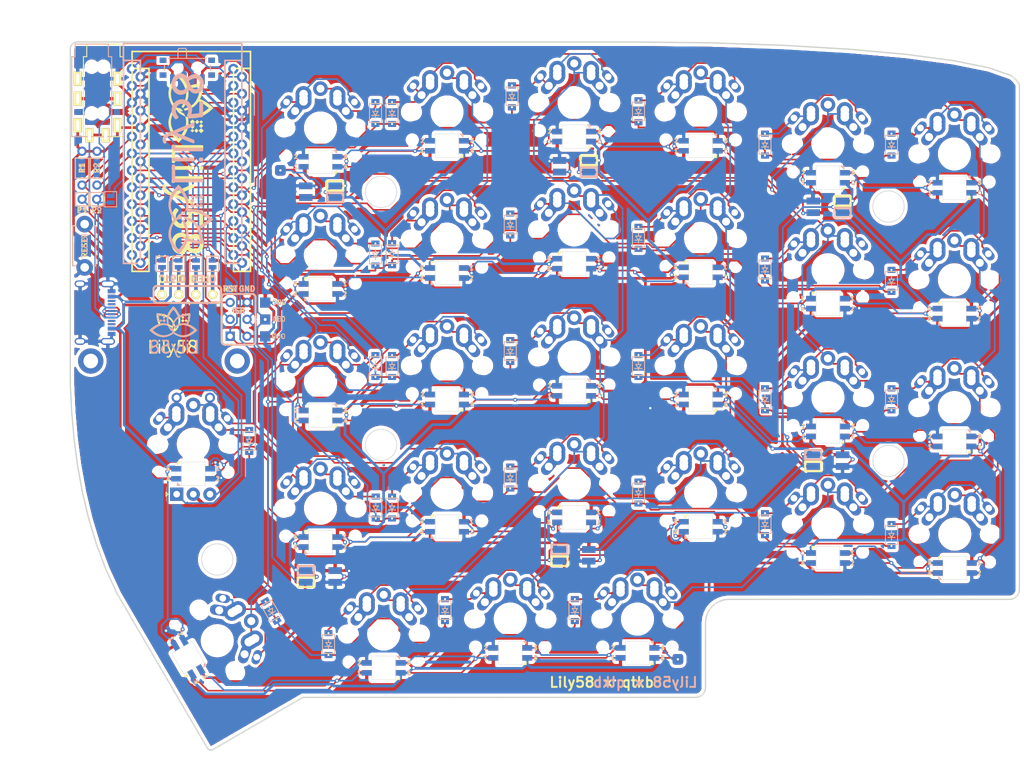
<source format=kicad_pcb>
(kicad_pcb (version 20171130) (host pcbnew 5.1.9-73d0e3b20d~88~ubuntu16.04.1)
  (layers (0 F.Cu signal) (31 B.Cu signal) (34 B.Paste user) (35 F.Paste user) (36 B.SilkS user) (37 F.SilkS user) (38 B.Mask user) (39 F.Mask user) (44 Edge.Cuts user))
  (net 0 "")
  (net 1 "Net-(D1-Pad2)")
  (net 2 row4)
  (net 3 "Net-(D2-Pad2)")
  (net 4 "Net-(D3-Pad2)")
  (net 5 row0)
  (net 6 "Net-(D4-Pad2)")
  (net 7 row1)
  (net 8 "Net-(D5-Pad2)")
  (net 9 row2)
  (net 10 "Net-(D6-Pad2)")
  (net 11 row3)
  (net 12 "Net-(D7-Pad2)")
  (net 13 "Net-(D8-Pad2)")
  (net 14 "Net-(D9-Pad2)")
  (net 15 "Net-(D10-Pad2)")
  (net 16 "Net-(D11-Pad2)")
  (net 17 "Net-(D12-Pad2)")
  (net 18 "Net-(D13-Pad2)")
  (net 19 "Net-(D14-Pad2)")
  (net 20 "Net-(D15-Pad2)")
  (net 21 "Net-(D16-Pad2)")
  (net 22 "Net-(D17-Pad2)")
  (net 23 "Net-(D18-Pad2)")
  (net 24 "Net-(D19-Pad2)")
  (net 25 "Net-(D20-Pad2)")
  (net 26 "Net-(D21-Pad2)")
  (net 27 "Net-(D22-Pad2)")
  (net 28 "Net-(D23-Pad2)")
  (net 29 "Net-(D24-Pad2)")
  (net 30 "Net-(D25-Pad2)")
  (net 31 "Net-(D26-Pad2)")
  (net 32 "Net-(D27-Pad2)")
  (net 33 "Net-(D28-Pad2)")
  (net 34 VCC)
  (net 35 GND)
  (net 36 col0)
  (net 37 col1)
  (net 38 col2)
  (net 39 col3)
  (net 40 col4)
  (net 41 col5)
  (net 42 SDA)
  (net 43 LED)
  (net 44 SCL)
  (net 45 RESET)
  (net 46 "Net-(D29-Pad2)")
  (net 47 "Net-(U1-Pad7)")
  (net 48 DATA)
  (net 49 "Net-(J2-Pad4)")
  (net 50 "Net-(JP1-Pad1)")
  (net 51 "Net-(JP2-Pad1)")
  (net 52 "Net-(JP3-Pad1)")
  (net 53 "Net-(JP4-Pad1)")
  (net 54 "Net-(L30-Pad3)")
  (net 55 "Net-(L33-Pad1)")
  (net 56 "Net-(L31-Pad3)")
  (net 57 "Net-(L32-Pad3)")
  (net 58 "Net-(L34-Pad1)")
  (net 59 "Net-(D30-Pad4)")
  (net 60 /RGB-MATRIX/D-IN)
  (net 61 "Net-(D31-Pad4)")
  (net 62 "Net-(D32-Pad4)")
  (net 63 "Net-(D33-Pad4)")
  (net 64 "Net-(D34-Pad4)")
  (net 65 "Net-(D35-Pad4)")
  (net 66 "Net-(D36-Pad4)")
  (net 67 "Net-(D36-Pad2)")
  (net 68 "Net-(D37-Pad2)")
  (net 69 "Net-(D38-Pad2)")
  (net 70 "Net-(D39-Pad2)")
  (net 71 "Net-(D40-Pad2)")
  (net 72 "Net-(D42-Pad4)")
  (net 73 "Net-(D43-Pad4)")
  (net 74 "Net-(D44-Pad4)")
  (net 75 "Net-(D45-Pad4)")
  (net 76 "Net-(D46-Pad4)")
  (net 77 "Net-(D47-Pad4)")
  (net 78 "Net-(D48-Pad4)")
  (net 79 "Net-(D48-Pad2)")
  (net 80 "Net-(D49-Pad2)")
  (net 81 "Net-(D50-Pad2)")
  (net 82 "Net-(D51-Pad2)")
  (net 83 "Net-(D52-Pad2)")
  (net 84 "Net-(D54-Pad4)")
  (net 85 "Net-(D55-Pad4)")
  (net 86 "Net-(D56-Pad4)")
  (net 87 "Net-(D57-Pad4)")
  (net 88 /RGB-MATRIX/D-OUT)
  (net 89 "Net-(SW30-Pad2)")
  (net 90 B)
  (net 91 A)
  (net 92 "Net-(J2-Pad2)")
  (module Lily58-footprint:ProMicro_rev2 (layer F.Cu) (at 101 55.9)
    (fp_text reference U1 hide)
    (fp_text value ProMicro hide)
    (pad 22 thru_hole circle (at -7.521185 -8.494255 180) (size 1.524 1.524) (drill 0.8128) (layers *.Cu *.Mask) (net 45 RESET))
    (pad 10 thru_hole circle (at 7.718815 9.285745 180) (size 1.524 1.524) (drill 0.8128) (layers *.Cu *.Mask) (net 9 row2))
    (pad 18 thru_hole circle (at -7.521185 1.665745 180) (size 1.524 1.524) (drill 0.8128) (layers *.Cu *.Mask) (net 36 col0))
    (pad 6 thru_hole circle (at 7.718815 -0.874255 180) (size 1.524 1.524) (drill 0.8128) (layers *.Cu *.Mask) (net 44 SCL))
    (pad 4 thru_hole circle (at 7.718815 -5.954255 180) (size 1.524 1.524) (drill 0.8128) (layers *.Cu *.Mask) (net 35 GND))
    (pad 14 thru_hole circle (at -7.521185 11.825745 180) (size 1.524 1.524) (drill 0.8128) (layers *.Cu *.Mask) (net 40 col4))
    (pad 3 thru_hole circle (at 7.718815 -8.494255 180) (size 1.524 1.524) (drill 0.8128) (layers *.Cu *.Mask) (net 35 GND))
    (pad 1 thru_hole circle (at 7.718815 -13.574255 180) (size 1.524 1.524) (drill 0.8128) (layers *.Cu *.Mask) (net 43 LED))
    (pad 16 thru_hole circle (at -7.521185 6.745745 180) (size 1.524 1.524) (drill 0.8128) (layers *.Cu *.Mask) (net 38 col2))
    (pad 12 thru_hole circle (at 7.718815 14.365745 180) (size 1.524 1.524) (drill 0.8128) (layers *.Cu *.Mask) (net 2 row4))
    (pad 19 thru_hole circle (at -7.521185 -0.874255 180) (size 1.524 1.524) (drill 0.8128) (layers *.Cu *.Mask) (net 90 B))
    (pad 23 thru_hole circle (at -7.521185 -11.034255 180) (size 1.524 1.524) (drill 0.8128) (layers *.Cu *.Mask) (net 35 GND))
    (pad 21 thru_hole circle (at -7.521185 -5.954255 180) (size 1.524 1.524) (drill 0.8128) (layers *.Cu *.Mask) (net 34 VCC))
    (pad 20 thru_hole circle (at -7.521185 -3.414255 180) (size 1.524 1.524) (drill 0.8128) (layers *.Cu *.Mask) (net 91 A))
    (pad 15 thru_hole circle (at -7.521185 9.285745 180) (size 1.524 1.524) (drill 0.8128) (layers *.Cu *.Mask) (net 39 col3))
    (pad 17 thru_hole circle (at -7.521185 4.205745 180) (size 1.524 1.524) (drill 0.8128) (layers *.Cu *.Mask) (net 37 col1))
    (pad 9 thru_hole circle (at 7.718815 6.745745 180) (size 1.524 1.524) (drill 0.8128) (layers *.Cu *.Mask) (net 7 row1))
    (pad 8 thru_hole circle (at 7.718815 4.205745 180) (size 1.524 1.524) (drill 0.8128) (layers *.Cu *.Mask) (net 5 row0))
    (pad 13 thru_hole circle (at -7.521185 14.365745 180) (size 1.524 1.524) (drill 0.8128) (layers *.Cu *.Mask) (net 41 col5))
    (pad 11 thru_hole circle (at 7.718815 11.825745 180) (size 1.524 1.524) (drill 0.8128) (layers *.Cu *.Mask) (net 11 row3))
    (pad 2 thru_hole circle (at 7.718815 -11.034255 180) (size 1.524 1.524) (drill 0.8128) (layers *.Cu *.Mask) (net 48 DATA))
    (pad 24 thru_hole circle (at -7.521185 -13.574255 180) (size 1.524 1.524) (drill 0.8128) (layers *.Cu *.Mask) (net 89 "Net-(SW30-Pad2)"))
    (pad 7 thru_hole circle (at 7.718815 1.665745 180) (size 1.524 1.524) (drill 0.8128) (layers *.Cu *.Mask) (net 47 "Net-(U1-Pad7)"))
    (pad 5 thru_hole circle (at 7.718815 -3.414255 180) (size 1.524 1.524) (drill 0.8128) (layers *.Cu *.Mask) (net 42 SDA))
    (pad 1 thru_hole circle (at -8.82 -14.77) (size 1.524 1.524) (drill 0.8128) (layers *.Cu *.Mask) (net 43 LED))
    (pad 2 thru_hole circle (at -8.82 -12.23) (size 1.524 1.524) (drill 0.8128) (layers *.Cu *.Mask) (net 48 DATA))
    (pad 3 thru_hole circle (at -8.82 -9.69) (size 1.524 1.524) (drill 0.8128) (layers *.Cu *.Mask) (net 35 GND))
    (pad 4 thru_hole circle (at -8.82 -7.15) (size 1.524 1.524) (drill 0.8128) (layers *.Cu *.Mask) (net 35 GND))
    (pad 5 thru_hole circle (at -8.82 -4.61) (size 1.524 1.524) (drill 0.8128) (layers *.Cu *.Mask) (net 42 SDA))
    (pad 6 thru_hole circle (at -8.82 -2.07) (size 1.524 1.524) (drill 0.8128) (layers *.Cu *.Mask) (net 44 SCL))
    (pad 7 thru_hole circle (at -8.82 0.47) (size 1.524 1.524) (drill 0.8128) (layers *.Cu *.Mask) (net 47 "Net-(U1-Pad7)"))
    (pad 8 thru_hole circle (at -8.82 3.01) (size 1.524 1.524) (drill 0.8128) (layers *.Cu *.Mask) (net 5 row0))
    (pad 9 thru_hole circle (at -8.82 5.55) (size 1.524 1.524) (drill 0.8128) (layers *.Cu *.Mask) (net 7 row1))
    (pad 10 thru_hole circle (at -8.82 8.09) (size 1.524 1.524) (drill 0.8128) (layers *.Cu *.Mask) (net 9 row2))
    (pad 11 thru_hole circle (at -8.82 10.63) (size 1.524 1.524) (drill 0.8128) (layers *.Cu *.Mask) (net 11 row3))
    (pad 12 thru_hole circle (at -8.82 13.17) (size 1.524 1.524) (drill 0.8128) (layers *.Cu *.Mask) (net 2 row4))
    (pad 13 thru_hole circle (at 6.42 13.17) (size 1.524 1.524) (drill 0.8128) (layers *.Cu *.Mask) (net 41 col5))
    (pad 14 thru_hole circle (at 6.42 10.63) (size 1.524 1.524) (drill 0.8128) (layers *.Cu *.Mask) (net 40 col4))
    (pad 15 thru_hole circle (at 6.42 8.09) (size 1.524 1.524) (drill 0.8128) (layers *.Cu *.Mask) (net 39 col3))
    (pad 16 thru_hole circle (at 6.42 5.55) (size 1.524 1.524) (drill 0.8128) (layers *.Cu *.Mask) (net 38 col2))
    (pad 17 thru_hole circle (at 6.42 3.01) (size 1.524 1.524) (drill 0.8128) (layers *.Cu *.Mask) (net 37 col1))
    (pad 18 thru_hole circle (at 6.42 0.47) (size 1.524 1.524) (drill 0.8128) (layers *.Cu *.Mask) (net 36 col0))
    (pad 19 thru_hole circle (at 6.42 -2.07) (size 1.524 1.524) (drill 0.8128) (layers *.Cu *.Mask) (net 90 B))
    (pad 20 thru_hole circle (at 6.42 -4.61) (size 1.524 1.524) (drill 0.8128) (layers *.Cu *.Mask) (net 91 A))
    (pad 21 thru_hole circle (at 6.42 -7.15) (size 1.524 1.524) (drill 0.8128) (layers *.Cu *.Mask) (net 34 VCC))
    (pad 22 thru_hole circle (at 6.42 -9.69) (size 1.524 1.524) (drill 0.8128) (layers *.Cu *.Mask) (net 45 RESET))
    (pad 23 thru_hole circle (at 6.42 -12.23) (size 1.524 1.524) (drill 0.8128) (layers *.Cu *.Mask) (net 35 GND))
    (pad 24 thru_hole circle (at 6.42 -14.77) (size 1.524 1.524) (drill 0.8128) (layers *.Cu *.Mask) (net 89 "Net-(SW30-Pad2)"))
  )
  (module Lily58-footprint:1pin_conn (layer F.Cu) (at 114.4778 56.3626)
    (fp_text reference P6)
    (fp_text value i2c_pin hide)
    (pad 1 thru_hole roundrect (at 0 0) (size 1.6 1.6) (drill 0.35) (layers *.Cu *.Paste *.Mask) (net 60 /RGB-MATRIX/D-IN))
  )
  (module MX-Flip:SW-1u-Aps-Split (layer F.Cu) (at 120.5 107.1)
    (fp_text reference SW19)
    (fp_text value SW_PUSH)
    (pad 1 thru_hole circle (at 2.54 -4) (size 2.4 2.4) (drill 1.3) (layers *.Cu *.Mask) (net 24 "Net-(D19-Pad2)"))
    (pad 1 thru_hole circle (at 2.54 -4.5) (size 2.4 2.4) (drill 1.3) (layers *.Cu *.Mask) (net 24 "Net-(D19-Pad2)"))
    (pad 1 thru_hole circle (at 0 -5.9 90) (size 2.2 2.2) (drill 1.2) (layers *.Cu *.Mask) (net 24 "Net-(D19-Pad2)"))
    (pad 1 thru_hole circle (at 2.54 -5.08) (size 2.4 2.4) (drill 1.3) (layers *.Cu *.Mask) (net 24 "Net-(D19-Pad2)"))
    (pad "" np_thru_hole circle (at 0 0 90) (size 4 4) (drill 4) (layers *.Cu *.Mask))
    (pad "" np_thru_hole circle (at -5.5 0 90) (size 1.9 1.9) (drill 1.9) (layers *.Cu *.Mask))
    (pad "" np_thru_hole circle (at 5.5 0 90) (size 1.9 1.9) (drill 1.9) (layers *.Cu *.Mask))
    (pad 2 thru_hole oval (at -5.1 -3.9 50) (size 2.2 1.25) (drill 1) (layers *.Cu *.Mask) (net 41 col5))
    (pad 2 thru_hole circle (at -2.54 -4) (size 2.4 2.4) (drill 1.3) (layers *.Cu *.Mask) (net 41 col5))
    (pad "" np_thru_hole circle (at -5.22 4.2) (size 1 1) (drill 1) (layers *.Cu *.Mask))
    (pad 2 thru_hole circle (at -2.54 -5.08) (size 2.4 2.4) (drill 1.3) (layers *.Cu *.Mask) (net 41 col5))
    (pad 1 thru_hole oval (at 3.81 -2.54 310) (size 2.8 1.55) (drill 1.2) (layers *.Cu *.Mask) (net 24 "Net-(D19-Pad2)"))
    (pad 2 thru_hole circle (at -2.54 -4.5) (size 2.4 2.4) (drill 1.3) (layers *.Cu *.Mask) (net 41 col5))
    (pad "" np_thru_hole circle (at 5.08 0) (size 1.7 1.7) (drill 1.7) (layers *.Cu *.Mask))
    (pad "" np_thru_hole circle (at 5.22 4.2) (size 1 1) (drill 1) (layers *.Cu *.Mask))
    (pad "" np_thru_hole circle (at -5.08 0) (size 1.7 1.7) (drill 1.7) (layers *.Cu *.Mask))
    (pad 2 thru_hole oval (at -3.81 -2.54 50) (size 2.8 1.55) (drill 1.2) (layers *.Cu *.Mask) (net 41 col5))
    (pad 2 thru_hole oval (at 5.1 -3.9 310) (size 2.2 1.25) (drill 1) (layers *.Cu *.Mask) (net 41 col5))
  )
  (module Lily58-footprint:1pin_conn (layer F.Cu) (at 174.1678 129.794)
    (fp_text reference P5)
    (fp_text value i2c_pin hide)
    (pad 1 thru_hole roundrect (at 0 0) (size 1.6 1.6) (drill 0.35) (layers *.Cu *.Paste *.Mask) (net 88 /RGB-MATRIX/D-OUT))
  )
  (module Lily58-footprint:MY_SIL-4 (layer F.Cu) (at 96.7 75)
    (fp_text reference P4 hide)
    (fp_text value OLED hide)
    (fp_text user "OLED 0.91\"" (at 3.81 -2.286) (layer B.SilkS) (effects (font (thickness 0.25)) (justify mirror)))
    (fp_text user "OLED 0.91\"" (at 3.81 -2.286) (layer F.SilkS) (effects (font (thickness 0.25))))
    (pad 1 thru_hole circle (at 0 0) (size 1.397 1.397) (drill 0.8128) (layers *.Cu *.Mask F.SilkS) (net 53 "Net-(JP4-Pad1)"))
    (pad 2 thru_hole circle (at 2.54 0) (size 1.397 1.397) (drill 0.8128) (layers *.Cu *.Mask F.SilkS) (net 52 "Net-(JP3-Pad1)"))
    (pad 3 thru_hole circle (at 5.08 0) (size 1.397 1.397) (drill 0.8128) (layers *.Cu *.Mask F.SilkS) (net 51 "Net-(JP2-Pad1)"))
    (pad 4 thru_hole circle (at 7.62 0) (size 1.397 1.397) (drill 0.8128) (layers *.Cu *.Mask F.SilkS) (net 50 "Net-(JP1-Pad1)"))
  )
  (module Lily58-footprint:lily58_logo_2 (layer B.Cu) (at 98.425 80.645 180)
    (fp_text reference H6 hide)
    (fp_text value " " hide)
  )
  (module Lily58-footprint:lily58_logo_1 (layer B.Cu) (at 100.584 55.372 90)
    (fp_text reference H5 hide)
    (fp_text value " " hide)
  )
  (module Lily58-footprint:lily58_logo_2 (layer F.Cu) (at 98.425 80.645)
    (fp_text reference H3 hide)
    (fp_text value " " hide)
  )
  (module Lily58-footprint:lily58_logo_1 (layer F.Cu) (at 100.584 55.372 270)
    (fp_text reference H4 hide)
    (fp_text value " " hide)
  )
  (module Button_Switch_SMD:SW_SPDT_PCM12 (layer F.Cu) (at 100.51 41.275 180)
    (fp_text reference SW30)
    (fp_text value " ")
    (pad "" np_thru_hole circle (at -1.5 0.33 180) (size 0.9 0.9) (drill 0.9) (layers *.Cu *.Mask))
    (pad "" np_thru_hole circle (at 1.5 0.33 180) (size 0.9 0.9) (drill 0.9) (layers *.Cu *.Mask))
    (pad 1 smd rect (at -2.25 -1.43 180) (size 0.7 1.5) (layers F.Cu F.Paste F.Mask) (net 34 VCC))
    (pad 2 smd rect (at 0.75 -1.43 180) (size 0.7 1.5) (layers F.Cu F.Paste F.Mask) (net 89 "Net-(SW30-Pad2)"))
    (pad 3 smd rect (at 2.25 -1.43 180) (size 0.7 1.5) (layers F.Cu F.Paste F.Mask) (net 35 GND))
    (pad "" smd rect (at -3.65 1.43 180) (size 1 0.8) (layers F.Cu F.Paste F.Mask))
    (pad "" smd rect (at 3.65 1.43 180) (size 1 0.8) (layers F.Cu F.Paste F.Mask))
    (pad "" smd rect (at 3.65 -0.78 180) (size 1 0.8) (layers F.Cu F.Paste F.Mask))
    (pad "" smd rect (at -3.65 -0.78 180) (size 1 0.8) (layers F.Cu F.Paste F.Mask))
  )
  (module fruitkt:USB-C-16pin-hight (layer F.Cu) (at 85.471 77.724 90)
    (fp_text reference J3)
    (fp_text value " ")
    (pad S1 thru_hole oval (at 4.32 3.105 90) (size 1 2.1) (drill oval 0.6 1.7) (layers *.Cu *.Mask) (net 35 GND))
    (pad "" np_thru_hole circle (at 2.89 2.605 90) (size 0.65 0.65) (drill 0.65) (layers *.Cu *.Mask))
    (pad " " smd rect (at 1.25 3.67 90) (size 0.3 1.15) (layers B.Cu B.Paste B.Mask))
    (pad "" np_thru_hole circle (at -2.89 2.605 90) (size 0.65 0.65) (drill 0.65) (layers *.Cu *.Mask))
    (pad " " smd rect (at 1.75 3.67 90) (size 0.3 1.15) (layers B.Cu B.Paste B.Mask))
    (pad B6 smd rect (at 0.75 3.67 90) (size 0.3 1.15) (layers B.Cu B.Paste B.Mask) (net 92 "Net-(J2-Pad2)"))
    (pad S1 thru_hole oval (at 4.32 -1.075 90) (size 1 1.6) (drill oval 0.6 1.2) (layers *.Cu *.Mask) (net 35 GND))
    (pad A7 smd rect (at 0.25 3.67 90) (size 0.3 1.15) (layers B.Cu B.Paste B.Mask) (net 49 "Net-(J2-Pad4)"))
    (pad S1 thru_hole oval (at -4.32 -1.075 90) (size 1 1.6) (drill oval 0.6 1.2) (layers *.Cu *.Mask) (net 35 GND))
    (pad S1 thru_hole oval (at -4.32 3.105 90) (size 1 2.1) (drill oval 0.6 1.7) (layers *.Cu *.Mask) (net 35 GND))
    (pad B7 smd rect (at -0.75 3.67 90) (size 0.3 1.15) (layers B.Cu B.Paste B.Mask) (net 49 "Net-(J2-Pad4)"))
    (pad " " smd rect (at -1.75 3.67 90) (size 0.3 1.15) (layers B.Cu B.Paste B.Mask))
    (pad " " smd rect (at -1.25 3.67 90) (size 0.3 1.15) (layers B.Cu B.Paste B.Mask))
    (pad A6 smd rect (at -0.25 3.67 90) (size 0.3 1.15) (layers B.Cu B.Paste B.Mask) (net 92 "Net-(J2-Pad2)"))
    (pad S1 thru_hole oval (at -4.32 -1.075 270) (size 1 1.6) (drill oval 0.6 1.2) (layers *.Cu *.Mask) (net 35 GND))
    (pad " " smd rect (at 1.75 3.67 270) (size 0.3 1.15) (layers F.Cu F.Paste F.Mask))
    (pad " " smd rect (at 1.25 3.67 270) (size 0.3 1.15) (layers F.Cu F.Paste F.Mask))
    (pad B7 smd rect (at 0.75 3.67 270) (size 0.3 1.15) (layers F.Cu F.Paste F.Mask) (net 49 "Net-(J2-Pad4)"))
    (pad A6 smd rect (at 0.25 3.67 270) (size 0.3 1.15) (layers F.Cu F.Paste F.Mask) (net 92 "Net-(J2-Pad2)"))
    (pad S1 thru_hole oval (at 4.32 3.105 270) (size 1 2.1) (drill oval 0.6 1.7) (layers *.Cu *.Mask) (net 35 GND))
    (pad S1 thru_hole oval (at 4.32 -1.075 270) (size 1 1.6) (drill oval 0.6 1.2) (layers *.Cu *.Mask) (net 35 GND))
    (pad A7 smd rect (at -0.25 3.67 270) (size 0.3 1.15) (layers F.Cu F.Paste F.Mask) (net 49 "Net-(J2-Pad4)"))
    (pad B6 smd rect (at -0.75 3.67 270) (size 0.3 1.15) (layers F.Cu F.Paste F.Mask) (net 92 "Net-(J2-Pad2)"))
    (pad " " smd rect (at -1.25 3.67 270) (size 0.3 1.15) (layers F.Cu F.Paste F.Mask))
    (pad " " smd rect (at -1.75 3.67 270) (size 0.3 1.15) (layers F.Cu F.Paste F.Mask))
    (pad "" np_thru_hole circle (at 2.89 2.605 270) (size 0.65 0.65) (drill 0.65) (layers *.Cu *.Mask))
    (pad "" np_thru_hole circle (at -2.89 2.605 270) (size 0.65 0.65) (drill 0.65) (layers *.Cu *.Mask))
    (pad S1 thru_hole oval (at -4.32 3.105 270) (size 1 2.1) (drill oval 0.6 1.7) (layers *.Cu *.Mask) (net 35 GND))
    (pad B9 smd rect (at 2.4 3.67 270) (size 0.6 1.15) (layers F.Cu F.Paste F.Mask) (net 34 VCC))
    (pad A9 smd rect (at -2.4 3.67 270) (size 0.6 1.15) (layers F.Cu F.Paste F.Mask) (net 34 VCC))
    (pad A9 smd rect (at -2.4 3.67 270) (size 0.6 1.15) (layers B.Cu B.Paste B.Mask) (net 34 VCC))
    (pad B9 smd rect (at 2.4 3.67 270) (size 0.6 1.15) (layers B.Cu B.Paste B.Mask) (net 34 VCC))
    (pad A12 smd rect (at -3.2004 3.67 270) (size 0.6 1.15) (layers F.Cu F.Paste F.Mask) (net 35 GND))
    (pad A12 smd rect (at -3.2004 3.67 270) (size 0.6 1.15) (layers B.Cu B.Paste B.Mask) (net 35 GND))
    (pad B1 smd rect (at 3.2004 3.67 270) (size 0.6 1.15) (layers B.Cu B.Paste B.Mask) (net 35 GND))
    (pad B1 smd rect (at 3.2004 3.67 270) (size 0.6 1.15) (layers F.Cu F.Paste F.Mask) (net 35 GND))
  )
  (module Lily58-footprint:ICSP (layer B.Cu) (at 108.204 78.74)
    (fp_text reference P3 hide)
    (fp_text value ICSP hide)
    (fp_text user RST (at -1.27 -4.572) (layer F.SilkS) (effects (font (size 0.8 0.8) (thickness 0.2))))
    (fp_text user GND (at 1.27 -4.572) (layer F.SilkS) (effects (font (size 0.8 0.8) (thickness 0.2))))
    (fp_text user GND (at 1.27 -4.572) (layer B.SilkS) (effects (font (size 0.8 0.8) (thickness 0.2)) (justify mirror)))
    (fp_text user RST (at -1.27 -4.572) (layer B.SilkS) (effects (font (size 0.8 0.8) (thickness 0.2)) (justify mirror)))
    (fp_text user ISP (at 0 -1.27 -180) (layer F.SilkS) (effects (font (size 0.8 0.8) (thickness 0.2))))
    (fp_text user ISP (at 0 -1.27 -180) (layer B.SilkS) (effects (font (size 0.8 0.8) (thickness 0.2)) (justify mirror)))
    (pad 1 thru_hole rect (at -1.27 2.54) (size 1.397 1.397) (drill 0.8128) (layers *.Cu *.Mask) (net 39 col3))
    (pad 2 thru_hole circle (at 1.27 2.54) (size 1.397 1.397) (drill 0.8128) (layers *.Cu *.Mask) (net 34 VCC))
    (pad 3 thru_hole circle (at -1.27 0) (size 1.397 1.397) (drill 0.8128) (layers *.Cu *.Mask) (net 38 col2))
    (pad 4 thru_hole circle (at 1.27 0) (size 1.397 1.397) (drill 0.8128) (layers *.Cu *.Mask) (net 40 col4))
    (pad 5 thru_hole circle (at -1.27 -2.54) (size 1.397 1.397) (drill 0.8128) (layers *.Cu *.Mask) (net 45 RESET))
    (pad 6 thru_hole circle (at 1.27 -2.54) (size 1.397 1.397) (drill 0.8128) (layers *.Cu *.Mask) (net 35 GND))
  )
  (module Lily58-footprint:StripLED (layer F.Cu) (at 112.2 81.3 180)
    (fp_text reference J1 hide)
    (fp_text value LED hide)
    (pad 3 smd rect (at 0 0 180) (size 1.524 1.524) (layers B.Cu B.Paste B.Mask) (net 35 GND))
    (pad 1 smd rect (at 0 5.08 180) (size 1.524 1.524) (layers B.Cu B.Paste B.Mask) (net 34 VCC))
    (pad 1 smd rect (at 0 0 180) (size 1.524 1.524) (layers F.Cu F.Paste F.Mask) (net 34 VCC))
    (pad 2 thru_hole rect (at 0 2.54 180) (size 1.524 1.524) (drill 0.45) (layers *.Cu *.Paste *.Mask) (net 43 LED))
    (pad 3 smd rect (at 0 5.08 180) (size 1.524 1.524) (layers F.Cu F.Paste F.Mask) (net 35 GND))
  )
  (module fruitkt:Econder (layer F.Cu) (at 101.4 97.5)
    (fp_text reference SW32)
    (fp_text value " ")
    (pad C thru_hole circle (at 0 7.5 90) (size 2 2) (drill 1) (layers *.Cu *.Mask) (net 35 GND))
    (pad B thru_hole circle (at 2.5 7.5 90) (size 2 2) (drill 1) (layers *.Cu *.Mask) (net 90 B))
    (pad S2 thru_hole circle (at 2.5 -7 90) (size 1.5 1.5) (drill 0.9) (layers *.Cu *.Mask) (net 30 "Net-(D25-Pad2)"))
    (pad S1 thru_hole circle (at -2.5 -7 90) (size 1.5 1.5) (drill 0.9) (layers *.Cu *.Mask) (net 41 col5))
    (pad A thru_hole rect (at -2.5 7.5 90) (size 2 2) (drill 1) (layers *.Cu *.Mask) (net 91 A))
  )
  (module Lily58-footprint:SK6812MINI-E-R2L (layer F.Cu) (at 101.397 96.8502)
    (fp_text reference D54)
    (fp_text value " ")
    (fp_line (start -1.778 3.302) (end -1.778 6.858) (layer Edge.Cuts) (width 0.05))
    (fp_line (start 1.778 3.302) (end -1.778 3.302) (layer Edge.Cuts) (width 0.05))
    (fp_line (start 1.778 6.858) (end -1.778 6.858) (layer Edge.Cuts) (width 0.05))
    (fp_line (start 1.778 6.858) (end 1.778 3.302) (layer Edge.Cuts) (width 0.05))
    (fp_text user 2 (at 3.683 4.318) (layer B.SilkS) (effects (font (size 0.6 0.6)) (justify mirror)))
    (fp_text user 3 (at -3.78206 4.318) (layer B.SilkS) (effects (font (size 0.6 0.6)) (justify mirror)))
    (fp_text user 1 (at 3.683 5.842) (layer B.SilkS) (effects (font (size 0.6 0.6)) (justify mirror)))
    (fp_text user 1 (at 3.683 4.318) (layer F.SilkS) (effects (font (size 0.6 0.6))))
    (fp_text user 4 (at -3.78206 5.842) (layer B.SilkS) (effects (font (size 0.6 0.6)) (justify mirror)))
    (fp_text user 4 (at -3.78206 4.318) (layer F.SilkS) (effects (font (size 0.6 0.6))))
    (fp_text user 3 (at -3.78206 5.842) (layer F.SilkS) (effects (font (size 0.6 0.6))))
    (fp_text user 2 (at 3.683 5.842) (layer F.SilkS) (effects (font (size 0.6 0.6))))
    (pad 3 smd rect (at -2.54 4.33 180) (size 1.5 0.82) (layers B.Cu B.Paste B.Mask) (net 34 VCC))
    (pad 4 smd rect (at -2.54 5.83 180) (size 1.5 0.82) (layers B.Cu B.Paste B.Mask) (net 84 "Net-(D54-Pad4)"))
    (pad 1 smd rect (at 2.54 5.83 180) (size 1.5 0.82) (layers B.Cu B.Paste B.Mask) (net 35 GND))
    (pad 2 smd trapezoid (at 2.54 5.83 180) (size 1.5 0.82) (layers F.Cu F.Paste F.Mask) (net 78 "Net-(D48-Pad4)"))
    (pad 3 smd rect (at -2.54 5.83 180) (size 1.5 0.82) (layers F.Cu F.Paste F.Mask) (net 34 VCC))
    (pad 2 smd trapezoid (at 2.54 4.33 180) (size 1.5 0.82) (layers B.Cu B.Paste B.Mask) (net 78 "Net-(D48-Pad4)"))
    (pad 1 smd rect (at 2.54 4.33 180) (size 1.5 0.82) (layers F.Cu F.Paste F.Mask) (net 35 GND))
    (pad 4 smd rect (at -2.54 4.33 180) (size 1.5 0.82) (layers F.Cu F.Paste F.Mask) (net 84 "Net-(D54-Pad4)"))
  )
  (module Lily58-footprint:SK6812MINI-E-R2L (layer F.Cu) (at 215.75 111)
    (fp_text reference D53)
    (fp_text value " ")
    (fp_line (start 1.778 6.858) (end 1.778 3.302) (layer Edge.Cuts) (width 0.05))
    (fp_line (start 1.778 6.858) (end -1.778 6.858) (layer Edge.Cuts) (width 0.05))
    (fp_line (start 1.778 3.302) (end -1.778 3.302) (layer Edge.Cuts) (width 0.05))
    (fp_line (start -1.778 3.302) (end -1.778 6.858) (layer Edge.Cuts) (width 0.05))
    (fp_text user 2 (at 3.683 5.842) (layer F.SilkS) (effects (font (size 0.6 0.6))))
    (fp_text user 3 (at -3.78206 5.842) (layer F.SilkS) (effects (font (size 0.6 0.6))))
    (fp_text user 4 (at -3.78206 4.318) (layer F.SilkS) (effects (font (size 0.6 0.6))))
    (fp_text user 4 (at -3.78206 5.842) (layer B.SilkS) (effects (font (size 0.6 0.6)) (justify mirror)))
    (fp_text user 1 (at 3.683 4.318) (layer F.SilkS) (effects (font (size 0.6 0.6))))
    (fp_text user 1 (at 3.683 5.842) (layer B.SilkS) (effects (font (size 0.6 0.6)) (justify mirror)))
    (fp_text user 3 (at -3.78206 4.318) (layer B.SilkS) (effects (font (size 0.6 0.6)) (justify mirror)))
    (fp_text user 2 (at 3.683 4.318) (layer B.SilkS) (effects (font (size 0.6 0.6)) (justify mirror)))
    (pad 4 smd rect (at -2.54 4.33 180) (size 1.5 0.82) (layers F.Cu F.Paste F.Mask) (net 83 "Net-(D52-Pad2)"))
    (pad 1 smd rect (at 2.54 4.33 180) (size 1.5 0.82) (layers F.Cu F.Paste F.Mask) (net 35 GND))
    (pad 2 smd trapezoid (at 2.54 4.33 180) (size 1.5 0.82) (layers B.Cu B.Paste B.Mask) (net 77 "Net-(D47-Pad4)"))
    (pad 3 smd rect (at -2.54 5.83 180) (size 1.5 0.82) (layers F.Cu F.Paste F.Mask) (net 34 VCC))
    (pad 2 smd trapezoid (at 2.54 5.83 180) (size 1.5 0.82) (layers F.Cu F.Paste F.Mask) (net 77 "Net-(D47-Pad4)"))
    (pad 1 smd rect (at 2.54 5.83 180) (size 1.5 0.82) (layers B.Cu B.Paste B.Mask) (net 35 GND))
    (pad 4 smd rect (at -2.54 5.83 180) (size 1.5 0.82) (layers B.Cu B.Paste B.Mask) (net 83 "Net-(D52-Pad2)"))
    (pad 3 smd rect (at -2.54 4.33 180) (size 1.5 0.82) (layers B.Cu B.Paste B.Mask) (net 34 VCC))
    (pad "" np_thru_hole circle (at 0 0 90) (size 4 4) (drill 4) (layers *.Cu *.Mask))
  )
  (module Lily58-footprint:SK6812MINI-E-R2L (layer F.Cu) (at 196.7 109.5)
    (fp_text reference D52)
    (fp_text value " ")
    (fp_line (start 1.778 6.858) (end 1.778 3.302) (layer Edge.Cuts) (width 0.05))
    (fp_line (start 1.778 6.858) (end -1.778 6.858) (layer Edge.Cuts) (width 0.05))
    (fp_line (start 1.778 3.302) (end -1.778 3.302) (layer Edge.Cuts) (width 0.05))
    (fp_line (start -1.778 3.302) (end -1.778 6.858) (layer Edge.Cuts) (width 0.05))
    (fp_text user 2 (at 3.683 5.842) (layer F.SilkS) (effects (font (size 0.6 0.6))))
    (fp_text user 3 (at -3.78206 5.842) (layer F.SilkS) (effects (font (size 0.6 0.6))))
    (fp_text user 4 (at -3.78206 4.318) (layer F.SilkS) (effects (font (size 0.6 0.6))))
    (fp_text user 4 (at -3.78206 5.842) (layer B.SilkS) (effects (font (size 0.6 0.6)) (justify mirror)))
    (fp_text user 1 (at 3.683 4.318) (layer F.SilkS) (effects (font (size 0.6 0.6))))
    (fp_text user 1 (at 3.683 5.842) (layer B.SilkS) (effects (font (size 0.6 0.6)) (justify mirror)))
    (fp_text user 3 (at -3.78206 4.318) (layer B.SilkS) (effects (font (size 0.6 0.6)) (justify mirror)))
    (fp_text user 2 (at 3.683 4.318) (layer B.SilkS) (effects (font (size 0.6 0.6)) (justify mirror)))
    (pad 4 smd rect (at -2.54 4.33 180) (size 1.5 0.82) (layers F.Cu F.Paste F.Mask) (net 82 "Net-(D51-Pad2)"))
    (pad 1 smd rect (at 2.54 4.33 180) (size 1.5 0.82) (layers F.Cu F.Paste F.Mask) (net 35 GND))
    (pad 2 smd trapezoid (at 2.54 4.33 180) (size 1.5 0.82) (layers B.Cu B.Paste B.Mask) (net 83 "Net-(D52-Pad2)"))
    (pad 3 smd rect (at -2.54 5.83 180) (size 1.5 0.82) (layers F.Cu F.Paste F.Mask) (net 34 VCC))
    (pad 2 smd trapezoid (at 2.54 5.83 180) (size 1.5 0.82) (layers F.Cu F.Paste F.Mask) (net 83 "Net-(D52-Pad2)"))
    (pad 1 smd rect (at 2.54 5.83 180) (size 1.5 0.82) (layers B.Cu B.Paste B.Mask) (net 35 GND))
    (pad 4 smd rect (at -2.54 5.83 180) (size 1.5 0.82) (layers B.Cu B.Paste B.Mask) (net 82 "Net-(D51-Pad2)"))
    (pad 3 smd rect (at -2.54 4.33 180) (size 1.5 0.82) (layers B.Cu B.Paste B.Mask) (net 34 VCC))
    (pad "" np_thru_hole circle (at 0 0 90) (size 4 4) (drill 4) (layers *.Cu *.Mask))
  )
  (module Lily58-footprint:SK6812MINI-E-R2L (layer F.Cu) (at 177.6 104.8)
    (fp_text reference D51)
    (fp_text value " ")
    (fp_line (start 1.778 6.858) (end 1.778 3.302) (layer Edge.Cuts) (width 0.05))
    (fp_line (start 1.778 6.858) (end -1.778 6.858) (layer Edge.Cuts) (width 0.05))
    (fp_line (start 1.778 3.302) (end -1.778 3.302) (layer Edge.Cuts) (width 0.05))
    (fp_line (start -1.778 3.302) (end -1.778 6.858) (layer Edge.Cuts) (width 0.05))
    (fp_text user 2 (at 3.683 5.842) (layer F.SilkS) (effects (font (size 0.6 0.6))))
    (fp_text user 3 (at -3.78206 5.842) (layer F.SilkS) (effects (font (size 0.6 0.6))))
    (fp_text user 4 (at -3.78206 4.318) (layer F.SilkS) (effects (font (size 0.6 0.6))))
    (fp_text user 4 (at -3.78206 5.842) (layer B.SilkS) (effects (font (size 0.6 0.6)) (justify mirror)))
    (fp_text user 1 (at 3.683 4.318) (layer F.SilkS) (effects (font (size 0.6 0.6))))
    (fp_text user 1 (at 3.683 5.842) (layer B.SilkS) (effects (font (size 0.6 0.6)) (justify mirror)))
    (fp_text user 3 (at -3.78206 4.318) (layer B.SilkS) (effects (font (size 0.6 0.6)) (justify mirror)))
    (fp_text user 2 (at 3.683 4.318) (layer B.SilkS) (effects (font (size 0.6 0.6)) (justify mirror)))
    (pad 4 smd rect (at -2.54 4.33 180) (size 1.5 0.82) (layers F.Cu F.Paste F.Mask) (net 81 "Net-(D50-Pad2)"))
    (pad 1 smd rect (at 2.54 4.33 180) (size 1.5 0.82) (layers F.Cu F.Paste F.Mask) (net 35 GND))
    (pad 2 smd trapezoid (at 2.54 4.33 180) (size 1.5 0.82) (layers B.Cu B.Paste B.Mask) (net 82 "Net-(D51-Pad2)"))
    (pad 3 smd rect (at -2.54 5.83 180) (size 1.5 0.82) (layers F.Cu F.Paste F.Mask) (net 34 VCC))
    (pad 2 smd trapezoid (at 2.54 5.83 180) (size 1.5 0.82) (layers F.Cu F.Paste F.Mask) (net 82 "Net-(D51-Pad2)"))
    (pad 1 smd rect (at 2.54 5.83 180) (size 1.5 0.82) (layers B.Cu B.Paste B.Mask) (net 35 GND))
    (pad 4 smd rect (at -2.54 5.83 180) (size 1.5 0.82) (layers B.Cu B.Paste B.Mask) (net 81 "Net-(D50-Pad2)"))
    (pad 3 smd rect (at -2.54 4.33 180) (size 1.5 0.82) (layers B.Cu B.Paste B.Mask) (net 34 VCC))
    (pad "" np_thru_hole circle (at 0 0 90) (size 4 4) (drill 4) (layers *.Cu *.Mask))
  )
  (module Lily58-footprint:SK6812MINI-E-R2L (layer F.Cu) (at 158.6 103.4)
    (fp_text reference D50)
    (fp_text value " ")
    (fp_line (start 1.778 6.858) (end 1.778 3.302) (layer Edge.Cuts) (width 0.05))
    (fp_line (start 1.778 6.858) (end -1.778 6.858) (layer Edge.Cuts) (width 0.05))
    (fp_line (start 1.778 3.302) (end -1.778 3.302) (layer Edge.Cuts) (width 0.05))
    (fp_line (start -1.778 3.302) (end -1.778 6.858) (layer Edge.Cuts) (width 0.05))
    (fp_text user 2 (at 3.683 5.842) (layer F.SilkS) (effects (font (size 0.6 0.6))))
    (fp_text user 3 (at -3.78206 5.842) (layer F.SilkS) (effects (font (size 0.6 0.6))))
    (fp_text user 4 (at -3.78206 4.318) (layer F.SilkS) (effects (font (size 0.6 0.6))))
    (fp_text user 4 (at -3.78206 5.842) (layer B.SilkS) (effects (font (size 0.6 0.6)) (justify mirror)))
    (fp_text user 1 (at 3.683 4.318) (layer F.SilkS) (effects (font (size 0.6 0.6))))
    (fp_text user 1 (at 3.683 5.842) (layer B.SilkS) (effects (font (size 0.6 0.6)) (justify mirror)))
    (fp_text user 3 (at -3.78206 4.318) (layer B.SilkS) (effects (font (size 0.6 0.6)) (justify mirror)))
    (fp_text user 2 (at 3.683 4.318) (layer B.SilkS) (effects (font (size 0.6 0.6)) (justify mirror)))
    (pad 4 smd rect (at -2.54 4.33 180) (size 1.5 0.82) (layers F.Cu F.Paste F.Mask) (net 80 "Net-(D49-Pad2)"))
    (pad 1 smd rect (at 2.54 4.33 180) (size 1.5 0.82) (layers F.Cu F.Paste F.Mask) (net 35 GND))
    (pad 2 smd trapezoid (at 2.54 4.33 180) (size 1.5 0.82) (layers B.Cu B.Paste B.Mask) (net 81 "Net-(D50-Pad2)"))
    (pad 3 smd rect (at -2.54 5.83 180) (size 1.5 0.82) (layers F.Cu F.Paste F.Mask) (net 34 VCC))
    (pad 2 smd trapezoid (at 2.54 5.83 180) (size 1.5 0.82) (layers F.Cu F.Paste F.Mask) (net 81 "Net-(D50-Pad2)"))
    (pad 1 smd rect (at 2.54 5.83 180) (size 1.5 0.82) (layers B.Cu B.Paste B.Mask) (net 35 GND))
    (pad 4 smd rect (at -2.54 5.83 180) (size 1.5 0.82) (layers B.Cu B.Paste B.Mask) (net 80 "Net-(D49-Pad2)"))
    (pad 3 smd rect (at -2.54 4.33 180) (size 1.5 0.82) (layers B.Cu B.Paste B.Mask) (net 34 VCC))
    (pad "" np_thru_hole circle (at 0 0 90) (size 4 4) (drill 4) (layers *.Cu *.Mask))
  )
  (module Lily58-footprint:SK6812MINI-E (layer F.Cu) (at 168.1 123.75)
    (fp_text reference D58)
    (fp_text value " ")
    (fp_line (start -1.778 6.858) (end 1.778 6.858) (layer Edge.Cuts) (width 0.05))
    (fp_line (start 1.778 6.858) (end 1.778 3.302) (layer Edge.Cuts) (width 0.05))
    (fp_line (start -1.778 3.302) (end -1.778 6.858) (layer Edge.Cuts) (width 0.05))
    (fp_line (start -1.778 3.302) (end 1.778 3.302) (layer Edge.Cuts) (width 0.05))
    (fp_text user 2 (at -3.683 4.318 180) (layer F.SilkS) (effects (font (size 0.6 0.6))))
    (fp_text user 3 (at 3.78206 4.318 180) (layer F.SilkS) (effects (font (size 0.6 0.6))))
    (fp_text user 4 (at 3.78206 4.318 -180) (layer B.SilkS) (effects (font (size 0.6 0.6)) (justify mirror)))
    (fp_text user 1 (at -3.683 4.318 -180) (layer B.SilkS) (effects (font (size 0.6 0.6)) (justify mirror)))
    (fp_text user 2 (at -3.683 5.842 -180) (layer B.SilkS) (effects (font (size 0.6 0.6)) (justify mirror)))
    (fp_text user 3 (at 3.78206 5.842 -180) (layer B.SilkS) (effects (font (size 0.6 0.6)) (justify mirror)))
    (fp_text user 1 (at -3.683 5.842 180) (layer F.SilkS) (effects (font (size 0.6 0.6))))
    (fp_text user 4 (at 3.78206 5.842 180) (layer F.SilkS) (effects (font (size 0.6 0.6))))
    (pad "" np_thru_hole circle (at 0 0 90) (size 4 4) (drill 4) (layers *.Cu *.Mask))
    (pad 3 smd rect (at 2.54 5.83) (size 1.5 0.82) (layers B.Cu B.Paste B.Mask) (net 34 VCC))
    (pad 4 smd rect (at 2.54 4.33) (size 1.5 0.82) (layers B.Cu B.Paste B.Mask) (net 88 /RGB-MATRIX/D-OUT))
    (pad 1 smd rect (at -2.54 4.33) (size 1.5 0.82) (layers B.Cu B.Paste B.Mask) (net 35 GND))
    (pad 2 smd trapezoid (at -2.54 4.33) (size 1.5 0.82) (layers F.Cu F.Paste F.Mask) (net 87 "Net-(D57-Pad4)"))
    (pad 3 smd rect (at 2.54 4.33) (size 1.5 0.82) (layers F.Cu F.Paste F.Mask) (net 34 VCC))
    (pad 4 smd rect (at 2.54 5.83) (size 1.5 0.82) (layers F.Cu F.Paste F.Mask) (net 88 /RGB-MATRIX/D-OUT))
    (pad 1 smd rect (at -2.54 5.83) (size 1.5 0.82) (layers F.Cu F.Paste F.Mask) (net 35 GND))
    (pad 2 smd trapezoid (at -2.54 5.83) (size 1.5 0.82) (layers B.Cu B.Paste B.Mask) (net 87 "Net-(D57-Pad4)"))
  )
  (module Lily58-footprint:SK6812MINI-E (layer F.Cu) (at 149 123.75)
    (fp_text reference D57)
    (fp_text value " ")
    (fp_line (start -1.778 6.858) (end 1.778 6.858) (layer Edge.Cuts) (width 0.05))
    (fp_line (start 1.778 6.858) (end 1.778 3.302) (layer Edge.Cuts) (width 0.05))
    (fp_line (start -1.778 3.302) (end -1.778 6.858) (layer Edge.Cuts) (width 0.05))
    (fp_line (start -1.778 3.302) (end 1.778 3.302) (layer Edge.Cuts) (width 0.05))
    (fp_text user 2 (at -3.683 4.318 180) (layer F.SilkS) (effects (font (size 0.6 0.6))))
    (fp_text user 3 (at 3.78206 4.318 180) (layer F.SilkS) (effects (font (size 0.6 0.6))))
    (fp_text user 4 (at 3.78206 4.318 -180) (layer B.SilkS) (effects (font (size 0.6 0.6)) (justify mirror)))
    (fp_text user 1 (at -3.683 4.318 -180) (layer B.SilkS) (effects (font (size 0.6 0.6)) (justify mirror)))
    (fp_text user 2 (at -3.683 5.842 -180) (layer B.SilkS) (effects (font (size 0.6 0.6)) (justify mirror)))
    (fp_text user 3 (at 3.78206 5.842 -180) (layer B.SilkS) (effects (font (size 0.6 0.6)) (justify mirror)))
    (fp_text user 1 (at -3.683 5.842 180) (layer F.SilkS) (effects (font (size 0.6 0.6))))
    (fp_text user 4 (at 3.78206 5.842 180) (layer F.SilkS) (effects (font (size 0.6 0.6))))
    (pad "" np_thru_hole circle (at 0 0 90) (size 4 4) (drill 4) (layers *.Cu *.Mask))
    (pad 3 smd rect (at 2.54 5.83) (size 1.5 0.82) (layers B.Cu B.Paste B.Mask) (net 34 VCC))
    (pad 4 smd rect (at 2.54 4.33) (size 1.5 0.82) (layers B.Cu B.Paste B.Mask) (net 87 "Net-(D57-Pad4)"))
    (pad 1 smd rect (at -2.54 4.33) (size 1.5 0.82) (layers B.Cu B.Paste B.Mask) (net 35 GND))
    (pad 2 smd trapezoid (at -2.54 4.33) (size 1.5 0.82) (layers F.Cu F.Paste F.Mask) (net 86 "Net-(D56-Pad4)"))
    (pad 3 smd rect (at 2.54 4.33) (size 1.5 0.82) (layers F.Cu F.Paste F.Mask) (net 34 VCC))
    (pad 4 smd rect (at 2.54 5.83) (size 1.5 0.82) (layers F.Cu F.Paste F.Mask) (net 87 "Net-(D57-Pad4)"))
    (pad 1 smd rect (at -2.54 5.83) (size 1.5 0.82) (layers F.Cu F.Paste F.Mask) (net 35 GND))
    (pad 2 smd trapezoid (at -2.54 5.83) (size 1.5 0.82) (layers B.Cu B.Paste B.Mask) (net 86 "Net-(D56-Pad4)"))
  )
  (module Lily58-footprint:SK6812MINI-E (layer F.Cu) (at 130 126)
    (fp_text reference D56)
    (fp_text value " ")
    (fp_line (start -1.778 6.858) (end 1.778 6.858) (layer Edge.Cuts) (width 0.05))
    (fp_line (start 1.778 6.858) (end 1.778 3.302) (layer Edge.Cuts) (width 0.05))
    (fp_line (start -1.778 3.302) (end -1.778 6.858) (layer Edge.Cuts) (width 0.05))
    (fp_line (start -1.778 3.302) (end 1.778 3.302) (layer Edge.Cuts) (width 0.05))
    (fp_text user 2 (at -3.683 4.318 180) (layer F.SilkS) (effects (font (size 0.6 0.6))))
    (fp_text user 3 (at 3.78206 4.318 180) (layer F.SilkS) (effects (font (size 0.6 0.6))))
    (fp_text user 4 (at 3.78206 4.318 -180) (layer B.SilkS) (effects (font (size 0.6 0.6)) (justify mirror)))
    (fp_text user 1 (at -3.683 4.318 -180) (layer B.SilkS) (effects (font (size 0.6 0.6)) (justify mirror)))
    (fp_text user 2 (at -3.683 5.842 -180) (layer B.SilkS) (effects (font (size 0.6 0.6)) (justify mirror)))
    (fp_text user 3 (at 3.78206 5.842 -180) (layer B.SilkS) (effects (font (size 0.6 0.6)) (justify mirror)))
    (fp_text user 1 (at -3.683 5.842 180) (layer F.SilkS) (effects (font (size 0.6 0.6))))
    (fp_text user 4 (at 3.78206 5.842 180) (layer F.SilkS) (effects (font (size 0.6 0.6))))
    (pad "" np_thru_hole circle (at 0 0 90) (size 4 4) (drill 4) (layers *.Cu *.Mask))
    (pad 3 smd rect (at 2.54 5.83) (size 1.5 0.82) (layers B.Cu B.Paste B.Mask) (net 34 VCC))
    (pad 4 smd rect (at 2.54 4.33) (size 1.5 0.82) (layers B.Cu B.Paste B.Mask) (net 86 "Net-(D56-Pad4)"))
    (pad 1 smd rect (at -2.54 4.33) (size 1.5 0.82) (layers B.Cu B.Paste B.Mask) (net 35 GND))
    (pad 2 smd trapezoid (at -2.54 4.33) (size 1.5 0.82) (layers F.Cu F.Paste F.Mask) (net 85 "Net-(D55-Pad4)"))
    (pad 3 smd rect (at 2.54 4.33) (size 1.5 0.82) (layers F.Cu F.Paste F.Mask) (net 34 VCC))
    (pad 4 smd rect (at 2.54 5.83) (size 1.5 0.82) (layers F.Cu F.Paste F.Mask) (net 86 "Net-(D56-Pad4)"))
    (pad 1 smd rect (at -2.54 5.83) (size 1.5 0.82) (layers F.Cu F.Paste F.Mask) (net 35 GND))
    (pad 2 smd trapezoid (at -2.54 5.83) (size 1.5 0.82) (layers B.Cu B.Paste B.Mask) (net 85 "Net-(D55-Pad4)"))
  )
  (module Lily58-footprint:SK6812MINI-E (layer F.Cu) (at 105 127 300)
    (fp_text reference D55)
    (fp_text value " ")
    (fp_line (start -1.778 6.858) (end 1.778 6.858) (layer Edge.Cuts) (width 0.05))
    (fp_line (start 1.778 6.858) (end 1.778 3.302) (layer Edge.Cuts) (width 0.05))
    (fp_line (start -1.778 3.302) (end -1.778 6.858) (layer Edge.Cuts) (width 0.05))
    (fp_line (start -1.778 3.302) (end 1.778 3.302) (layer Edge.Cuts) (width 0.05))
    (fp_text user 2 (at -3.683 4.318 300) (layer F.SilkS) (effects (font (size 0.6 0.6))))
    (fp_text user 3 (at 3.78206 4.318 300) (layer F.SilkS) (effects (font (size 0.6 0.6))))
    (fp_text user 4 (at 3.78206 4.318 300) (layer B.SilkS) (effects (font (size 0.6 0.6)) (justify mirror)))
    (fp_text user 1 (at -3.683 4.318 300) (layer B.SilkS) (effects (font (size 0.6 0.6)) (justify mirror)))
    (fp_text user 2 (at -3.683 5.842 300) (layer B.SilkS) (effects (font (size 0.6 0.6)) (justify mirror)))
    (fp_text user 3 (at 3.78206 5.842 300) (layer B.SilkS) (effects (font (size 0.6 0.6)) (justify mirror)))
    (fp_text user 1 (at -3.683 5.842 300) (layer F.SilkS) (effects (font (size 0.6 0.6))))
    (fp_text user 4 (at 3.78206 5.842 300) (layer F.SilkS) (effects (font (size 0.6 0.6))))
    (pad "" np_thru_hole circle (at 0 0 30) (size 4 4) (drill 4) (layers *.Cu *.Mask))
    (pad 3 smd rect (at 2.54 5.83 300) (size 1.5 0.82) (layers B.Cu B.Paste B.Mask) (net 34 VCC))
    (pad 4 smd rect (at 2.54 4.33 300) (size 1.5 0.82) (layers B.Cu B.Paste B.Mask) (net 85 "Net-(D55-Pad4)"))
    (pad 1 smd rect (at -2.54 4.33 300) (size 1.5 0.82) (layers B.Cu B.Paste B.Mask) (net 35 GND))
    (pad 2 smd trapezoid (at -2.54 4.33 300) (size 1.5 0.82) (layers F.Cu F.Paste F.Mask) (net 84 "Net-(D54-Pad4)"))
    (pad 3 smd rect (at 2.54 4.33 300) (size 1.5 0.82) (layers F.Cu F.Paste F.Mask) (net 34 VCC))
    (pad 4 smd rect (at 2.54 5.83 300) (size 1.5 0.82) (layers F.Cu F.Paste F.Mask) (net 85 "Net-(D55-Pad4)"))
    (pad 1 smd rect (at -2.54 5.83 300) (size 1.5 0.82) (layers F.Cu F.Paste F.Mask) (net 35 GND))
    (pad 2 smd trapezoid (at -2.54 5.83 300) (size 1.5 0.82) (layers B.Cu B.Paste B.Mask) (net 84 "Net-(D54-Pad4)"))
  )
  (module Lily58-footprint:SK6812MINI-E-R2L (layer F.Cu) (at 139.5 104.8)
    (fp_text reference D49)
    (fp_text value " ")
    (fp_line (start 1.778 6.858) (end 1.778 3.302) (layer Edge.Cuts) (width 0.05))
    (fp_line (start 1.778 6.858) (end -1.778 6.858) (layer Edge.Cuts) (width 0.05))
    (fp_line (start 1.778 3.302) (end -1.778 3.302) (layer Edge.Cuts) (width 0.05))
    (fp_line (start -1.778 3.302) (end -1.778 6.858) (layer Edge.Cuts) (width 0.05))
    (fp_text user 2 (at 3.683 5.842) (layer F.SilkS) (effects (font (size 0.6 0.6))))
    (fp_text user 3 (at -3.78206 5.842) (layer F.SilkS) (effects (font (size 0.6 0.6))))
    (fp_text user 4 (at -3.78206 4.318) (layer F.SilkS) (effects (font (size 0.6 0.6))))
    (fp_text user 4 (at -3.78206 5.842) (layer B.SilkS) (effects (font (size 0.6 0.6)) (justify mirror)))
    (fp_text user 1 (at 3.683 4.318) (layer F.SilkS) (effects (font (size 0.6 0.6))))
    (fp_text user 1 (at 3.683 5.842) (layer B.SilkS) (effects (font (size 0.6 0.6)) (justify mirror)))
    (fp_text user 3 (at -3.78206 4.318) (layer B.SilkS) (effects (font (size 0.6 0.6)) (justify mirror)))
    (fp_text user 2 (at 3.683 4.318) (layer B.SilkS) (effects (font (size 0.6 0.6)) (justify mirror)))
    (pad 4 smd rect (at -2.54 4.33 180) (size 1.5 0.82) (layers F.Cu F.Paste F.Mask) (net 79 "Net-(D48-Pad2)"))
    (pad 1 smd rect (at 2.54 4.33 180) (size 1.5 0.82) (layers F.Cu F.Paste F.Mask) (net 35 GND))
    (pad 2 smd trapezoid (at 2.54 4.33 180) (size 1.5 0.82) (layers B.Cu B.Paste B.Mask) (net 80 "Net-(D49-Pad2)"))
    (pad 3 smd rect (at -2.54 5.83 180) (size 1.5 0.82) (layers F.Cu F.Paste F.Mask) (net 34 VCC))
    (pad 2 smd trapezoid (at 2.54 5.83 180) (size 1.5 0.82) (layers F.Cu F.Paste F.Mask) (net 80 "Net-(D49-Pad2)"))
    (pad 1 smd rect (at 2.54 5.83 180) (size 1.5 0.82) (layers B.Cu B.Paste B.Mask) (net 35 GND))
    (pad 4 smd rect (at -2.54 5.83 180) (size 1.5 0.82) (layers B.Cu B.Paste B.Mask) (net 79 "Net-(D48-Pad2)"))
    (pad 3 smd rect (at -2.54 4.33 180) (size 1.5 0.82) (layers B.Cu B.Paste B.Mask) (net 34 VCC))
    (pad "" np_thru_hole circle (at 0 0 90) (size 4 4) (drill 4) (layers *.Cu *.Mask))
  )
  (module Lily58-footprint:SK6812MINI-E-R2L (layer F.Cu) (at 120.5 107.1)
    (fp_text reference D48)
    (fp_text value " ")
    (fp_line (start 1.778 6.858) (end 1.778 3.302) (layer Edge.Cuts) (width 0.05))
    (fp_line (start 1.778 6.858) (end -1.778 6.858) (layer Edge.Cuts) (width 0.05))
    (fp_line (start 1.778 3.302) (end -1.778 3.302) (layer Edge.Cuts) (width 0.05))
    (fp_line (start -1.778 3.302) (end -1.778 6.858) (layer Edge.Cuts) (width 0.05))
    (fp_text user 2 (at 3.683 5.842) (layer F.SilkS) (effects (font (size 0.6 0.6))))
    (fp_text user 3 (at -3.78206 5.842) (layer F.SilkS) (effects (font (size 0.6 0.6))))
    (fp_text user 4 (at -3.78206 4.318) (layer F.SilkS) (effects (font (size 0.6 0.6))))
    (fp_text user 4 (at -3.78206 5.842) (layer B.SilkS) (effects (font (size 0.6 0.6)) (justify mirror)))
    (fp_text user 1 (at 3.683 4.318) (layer F.SilkS) (effects (font (size 0.6 0.6))))
    (fp_text user 1 (at 3.683 5.842) (layer B.SilkS) (effects (font (size 0.6 0.6)) (justify mirror)))
    (fp_text user 3 (at -3.78206 4.318) (layer B.SilkS) (effects (font (size 0.6 0.6)) (justify mirror)))
    (fp_text user 2 (at 3.683 4.318) (layer B.SilkS) (effects (font (size 0.6 0.6)) (justify mirror)))
    (pad 4 smd rect (at -2.54 4.33 180) (size 1.5 0.82) (layers F.Cu F.Paste F.Mask) (net 78 "Net-(D48-Pad4)"))
    (pad 1 smd rect (at 2.54 4.33 180) (size 1.5 0.82) (layers F.Cu F.Paste F.Mask) (net 35 GND))
    (pad 2 smd trapezoid (at 2.54 4.33 180) (size 1.5 0.82) (layers B.Cu B.Paste B.Mask) (net 79 "Net-(D48-Pad2)"))
    (pad 3 smd rect (at -2.54 5.83 180) (size 1.5 0.82) (layers F.Cu F.Paste F.Mask) (net 34 VCC))
    (pad 2 smd trapezoid (at 2.54 5.83 180) (size 1.5 0.82) (layers F.Cu F.Paste F.Mask) (net 79 "Net-(D48-Pad2)"))
    (pad 1 smd rect (at 2.54 5.83 180) (size 1.5 0.82) (layers B.Cu B.Paste B.Mask) (net 35 GND))
    (pad 4 smd rect (at -2.54 5.83 180) (size 1.5 0.82) (layers B.Cu B.Paste B.Mask) (net 78 "Net-(D48-Pad4)"))
    (pad 3 smd rect (at -2.54 4.33 180) (size 1.5 0.82) (layers B.Cu B.Paste B.Mask) (net 34 VCC))
    (pad "" np_thru_hole circle (at 0 0 90) (size 4 4) (drill 4) (layers *.Cu *.Mask))
  )
  (module Lily58-footprint:SK6812MINI-E-R2L (layer F.Cu) (at 196.7 71.3)
    (fp_text reference D40)
    (fp_text value " ")
    (fp_line (start -1.778 3.302) (end -1.778 6.858) (layer Edge.Cuts) (width 0.05))
    (fp_line (start 1.778 3.302) (end -1.778 3.302) (layer Edge.Cuts) (width 0.05))
    (fp_line (start 1.778 6.858) (end -1.778 6.858) (layer Edge.Cuts) (width 0.05))
    (fp_line (start 1.778 6.858) (end 1.778 3.302) (layer Edge.Cuts) (width 0.05))
    (fp_text user 2 (at 3.683 4.318) (layer B.SilkS) (effects (font (size 0.6 0.6)) (justify mirror)))
    (fp_text user 3 (at -3.78206 4.318) (layer B.SilkS) (effects (font (size 0.6 0.6)) (justify mirror)))
    (fp_text user 1 (at 3.683 5.842) (layer B.SilkS) (effects (font (size 0.6 0.6)) (justify mirror)))
    (fp_text user 1 (at 3.683 4.318) (layer F.SilkS) (effects (font (size 0.6 0.6))))
    (fp_text user 4 (at -3.78206 5.842) (layer B.SilkS) (effects (font (size 0.6 0.6)) (justify mirror)))
    (fp_text user 4 (at -3.78206 4.318) (layer F.SilkS) (effects (font (size 0.6 0.6))))
    (fp_text user 3 (at -3.78206 5.842) (layer F.SilkS) (effects (font (size 0.6 0.6))))
    (fp_text user 2 (at 3.683 5.842) (layer F.SilkS) (effects (font (size 0.6 0.6))))
    (pad "" np_thru_hole circle (at 0 0 90) (size 4 4) (drill 4) (layers *.Cu *.Mask))
    (pad 3 smd rect (at -2.54 4.33 180) (size 1.5 0.82) (layers B.Cu B.Paste B.Mask) (net 34 VCC))
    (pad 4 smd rect (at -2.54 5.83 180) (size 1.5 0.82) (layers B.Cu B.Paste B.Mask) (net 70 "Net-(D39-Pad2)"))
    (pad 1 smd rect (at 2.54 5.83 180) (size 1.5 0.82) (layers B.Cu B.Paste B.Mask) (net 35 GND))
    (pad 2 smd trapezoid (at 2.54 5.83 180) (size 1.5 0.82) (layers F.Cu F.Paste F.Mask) (net 71 "Net-(D40-Pad2)"))
    (pad 3 smd rect (at -2.54 5.83 180) (size 1.5 0.82) (layers F.Cu F.Paste F.Mask) (net 34 VCC))
    (pad 2 smd trapezoid (at 2.54 4.33 180) (size 1.5 0.82) (layers B.Cu B.Paste B.Mask) (net 71 "Net-(D40-Pad2)"))
    (pad 1 smd rect (at 2.54 4.33 180) (size 1.5 0.82) (layers F.Cu F.Paste F.Mask) (net 35 GND))
    (pad 4 smd rect (at -2.54 4.33 180) (size 1.5 0.82) (layers F.Cu F.Paste F.Mask) (net 70 "Net-(D39-Pad2)"))
  )
  (module Lily58-footprint:SK6812MINI-E-R2L (layer F.Cu) (at 177.6 66.6)
    (fp_text reference D39)
    (fp_text value " ")
    (fp_line (start -1.778 3.302) (end -1.778 6.858) (layer Edge.Cuts) (width 0.05))
    (fp_line (start 1.778 3.302) (end -1.778 3.302) (layer Edge.Cuts) (width 0.05))
    (fp_line (start 1.778 6.858) (end -1.778 6.858) (layer Edge.Cuts) (width 0.05))
    (fp_line (start 1.778 6.858) (end 1.778 3.302) (layer Edge.Cuts) (width 0.05))
    (fp_text user 2 (at 3.683 4.318) (layer B.SilkS) (effects (font (size 0.6 0.6)) (justify mirror)))
    (fp_text user 3 (at -3.78206 4.318) (layer B.SilkS) (effects (font (size 0.6 0.6)) (justify mirror)))
    (fp_text user 1 (at 3.683 5.842) (layer B.SilkS) (effects (font (size 0.6 0.6)) (justify mirror)))
    (fp_text user 1 (at 3.683 4.318) (layer F.SilkS) (effects (font (size 0.6 0.6))))
    (fp_text user 4 (at -3.78206 5.842) (layer B.SilkS) (effects (font (size 0.6 0.6)) (justify mirror)))
    (fp_text user 4 (at -3.78206 4.318) (layer F.SilkS) (effects (font (size 0.6 0.6))))
    (fp_text user 3 (at -3.78206 5.842) (layer F.SilkS) (effects (font (size 0.6 0.6))))
    (fp_text user 2 (at 3.683 5.842) (layer F.SilkS) (effects (font (size 0.6 0.6))))
    (pad "" np_thru_hole circle (at 0 0 90) (size 4 4) (drill 4) (layers *.Cu *.Mask))
    (pad 3 smd rect (at -2.54 4.33 180) (size 1.5 0.82) (layers B.Cu B.Paste B.Mask) (net 34 VCC))
    (pad 4 smd rect (at -2.54 5.83 180) (size 1.5 0.82) (layers B.Cu B.Paste B.Mask) (net 69 "Net-(D38-Pad2)"))
    (pad 1 smd rect (at 2.54 5.83 180) (size 1.5 0.82) (layers B.Cu B.Paste B.Mask) (net 35 GND))
    (pad 2 smd trapezoid (at 2.54 5.83 180) (size 1.5 0.82) (layers F.Cu F.Paste F.Mask) (net 70 "Net-(D39-Pad2)"))
    (pad 3 smd rect (at -2.54 5.83 180) (size 1.5 0.82) (layers F.Cu F.Paste F.Mask) (net 34 VCC))
    (pad 2 smd trapezoid (at 2.54 4.33 180) (size 1.5 0.82) (layers B.Cu B.Paste B.Mask) (net 70 "Net-(D39-Pad2)"))
    (pad 1 smd rect (at 2.54 4.33 180) (size 1.5 0.82) (layers F.Cu F.Paste F.Mask) (net 35 GND))
    (pad 4 smd rect (at -2.54 4.33 180) (size 1.5 0.82) (layers F.Cu F.Paste F.Mask) (net 69 "Net-(D38-Pad2)"))
  )
  (module Lily58-footprint:SK6812MINI-E-R2L (layer F.Cu) (at 158.6 65.3)
    (fp_text reference D38)
    (fp_text value " ")
    (fp_line (start -1.778 3.302) (end -1.778 6.858) (layer Edge.Cuts) (width 0.05))
    (fp_line (start 1.778 3.302) (end -1.778 3.302) (layer Edge.Cuts) (width 0.05))
    (fp_line (start 1.778 6.858) (end -1.778 6.858) (layer Edge.Cuts) (width 0.05))
    (fp_line (start 1.778 6.858) (end 1.778 3.302) (layer Edge.Cuts) (width 0.05))
    (fp_text user 2 (at 3.683 4.318) (layer B.SilkS) (effects (font (size 0.6 0.6)) (justify mirror)))
    (fp_text user 3 (at -3.78206 4.318) (layer B.SilkS) (effects (font (size 0.6 0.6)) (justify mirror)))
    (fp_text user 1 (at 3.683 5.842) (layer B.SilkS) (effects (font (size 0.6 0.6)) (justify mirror)))
    (fp_text user 1 (at 3.683 4.318) (layer F.SilkS) (effects (font (size 0.6 0.6))))
    (fp_text user 4 (at -3.78206 5.842) (layer B.SilkS) (effects (font (size 0.6 0.6)) (justify mirror)))
    (fp_text user 4 (at -3.78206 4.318) (layer F.SilkS) (effects (font (size 0.6 0.6))))
    (fp_text user 3 (at -3.78206 5.842) (layer F.SilkS) (effects (font (size 0.6 0.6))))
    (fp_text user 2 (at 3.683 5.842) (layer F.SilkS) (effects (font (size 0.6 0.6))))
    (pad "" np_thru_hole circle (at 0 0 90) (size 4 4) (drill 4) (layers *.Cu *.Mask))
    (pad 3 smd rect (at -2.54 4.33 180) (size 1.5 0.82) (layers B.Cu B.Paste B.Mask) (net 34 VCC))
    (pad 4 smd rect (at -2.54 5.83 180) (size 1.5 0.82) (layers B.Cu B.Paste B.Mask) (net 68 "Net-(D37-Pad2)"))
    (pad 1 smd rect (at 2.54 5.83 180) (size 1.5 0.82) (layers B.Cu B.Paste B.Mask) (net 35 GND))
    (pad 2 smd trapezoid (at 2.54 5.83 180) (size 1.5 0.82) (layers F.Cu F.Paste F.Mask) (net 69 "Net-(D38-Pad2)"))
    (pad 3 smd rect (at -2.54 5.83 180) (size 1.5 0.82) (layers F.Cu F.Paste F.Mask) (net 34 VCC))
    (pad 2 smd trapezoid (at 2.54 4.33 180) (size 1.5 0.82) (layers B.Cu B.Paste B.Mask) (net 69 "Net-(D38-Pad2)"))
    (pad 1 smd rect (at 2.54 4.33 180) (size 1.5 0.82) (layers F.Cu F.Paste F.Mask) (net 35 GND))
    (pad 4 smd rect (at -2.54 4.33 180) (size 1.5 0.82) (layers F.Cu F.Paste F.Mask) (net 68 "Net-(D37-Pad2)"))
  )
  (module Lily58-footprint:SK6812MINI-E-R2L (layer F.Cu) (at 139.5 66.7)
    (fp_text reference D37)
    (fp_text value " ")
    (fp_line (start -1.778 3.302) (end -1.778 6.858) (layer Edge.Cuts) (width 0.05))
    (fp_line (start 1.778 3.302) (end -1.778 3.302) (layer Edge.Cuts) (width 0.05))
    (fp_line (start 1.778 6.858) (end -1.778 6.858) (layer Edge.Cuts) (width 0.05))
    (fp_line (start 1.778 6.858) (end 1.778 3.302) (layer Edge.Cuts) (width 0.05))
    (fp_text user 2 (at 3.683 4.318) (layer B.SilkS) (effects (font (size 0.6 0.6)) (justify mirror)))
    (fp_text user 3 (at -3.78206 4.318) (layer B.SilkS) (effects (font (size 0.6 0.6)) (justify mirror)))
    (fp_text user 1 (at 3.683 5.842) (layer B.SilkS) (effects (font (size 0.6 0.6)) (justify mirror)))
    (fp_text user 1 (at 3.683 4.318) (layer F.SilkS) (effects (font (size 0.6 0.6))))
    (fp_text user 4 (at -3.78206 5.842) (layer B.SilkS) (effects (font (size 0.6 0.6)) (justify mirror)))
    (fp_text user 4 (at -3.78206 4.318) (layer F.SilkS) (effects (font (size 0.6 0.6))))
    (fp_text user 3 (at -3.78206 5.842) (layer F.SilkS) (effects (font (size 0.6 0.6))))
    (fp_text user 2 (at 3.683 5.842) (layer F.SilkS) (effects (font (size 0.6 0.6))))
    (pad "" np_thru_hole circle (at 0 0 90) (size 4 4) (drill 4) (layers *.Cu *.Mask))
    (pad 3 smd rect (at -2.54 4.33 180) (size 1.5 0.82) (layers B.Cu B.Paste B.Mask) (net 34 VCC))
    (pad 4 smd rect (at -2.54 5.83 180) (size 1.5 0.82) (layers B.Cu B.Paste B.Mask) (net 67 "Net-(D36-Pad2)"))
    (pad 1 smd rect (at 2.54 5.83 180) (size 1.5 0.82) (layers B.Cu B.Paste B.Mask) (net 35 GND))
    (pad 2 smd trapezoid (at 2.54 5.83 180) (size 1.5 0.82) (layers F.Cu F.Paste F.Mask) (net 68 "Net-(D37-Pad2)"))
    (pad 3 smd rect (at -2.54 5.83 180) (size 1.5 0.82) (layers F.Cu F.Paste F.Mask) (net 34 VCC))
    (pad 2 smd trapezoid (at 2.54 4.33 180) (size 1.5 0.82) (layers B.Cu B.Paste B.Mask) (net 68 "Net-(D37-Pad2)"))
    (pad 1 smd rect (at 2.54 4.33 180) (size 1.5 0.82) (layers F.Cu F.Paste F.Mask) (net 35 GND))
    (pad 4 smd rect (at -2.54 4.33 180) (size 1.5 0.82) (layers F.Cu F.Paste F.Mask) (net 67 "Net-(D36-Pad2)"))
  )
  (module Lily58-footprint:SK6812MINI-E-R2L (layer F.Cu) (at 120.5 69.1)
    (fp_text reference D36)
    (fp_text value " ")
    (fp_line (start -1.778 3.302) (end -1.778 6.858) (layer Edge.Cuts) (width 0.05))
    (fp_line (start 1.778 3.302) (end -1.778 3.302) (layer Edge.Cuts) (width 0.05))
    (fp_line (start 1.778 6.858) (end -1.778 6.858) (layer Edge.Cuts) (width 0.05))
    (fp_line (start 1.778 6.858) (end 1.778 3.302) (layer Edge.Cuts) (width 0.05))
    (fp_text user 2 (at 3.683 4.318) (layer B.SilkS) (effects (font (size 0.6 0.6)) (justify mirror)))
    (fp_text user 3 (at -3.78206 4.318) (layer B.SilkS) (effects (font (size 0.6 0.6)) (justify mirror)))
    (fp_text user 1 (at 3.683 5.842) (layer B.SilkS) (effects (font (size 0.6 0.6)) (justify mirror)))
    (fp_text user 1 (at 3.683 4.318) (layer F.SilkS) (effects (font (size 0.6 0.6))))
    (fp_text user 4 (at -3.78206 5.842) (layer B.SilkS) (effects (font (size 0.6 0.6)) (justify mirror)))
    (fp_text user 4 (at -3.78206 4.318) (layer F.SilkS) (effects (font (size 0.6 0.6))))
    (fp_text user 3 (at -3.78206 5.842) (layer F.SilkS) (effects (font (size 0.6 0.6))))
    (fp_text user 2 (at 3.683 5.842) (layer F.SilkS) (effects (font (size 0.6 0.6))))
    (pad "" np_thru_hole circle (at 0 0 90) (size 4 4) (drill 4) (layers *.Cu *.Mask))
    (pad 3 smd rect (at -2.54 4.33 180) (size 1.5 0.82) (layers B.Cu B.Paste B.Mask) (net 34 VCC))
    (pad 4 smd rect (at -2.54 5.83 180) (size 1.5 0.82) (layers B.Cu B.Paste B.Mask) (net 66 "Net-(D36-Pad4)"))
    (pad 1 smd rect (at 2.54 5.83 180) (size 1.5 0.82) (layers B.Cu B.Paste B.Mask) (net 35 GND))
    (pad 2 smd trapezoid (at 2.54 5.83 180) (size 1.5 0.82) (layers F.Cu F.Paste F.Mask) (net 67 "Net-(D36-Pad2)"))
    (pad 3 smd rect (at -2.54 5.83 180) (size 1.5 0.82) (layers F.Cu F.Paste F.Mask) (net 34 VCC))
    (pad 2 smd trapezoid (at 2.54 4.33 180) (size 1.5 0.82) (layers B.Cu B.Paste B.Mask) (net 67 "Net-(D36-Pad2)"))
    (pad 1 smd rect (at 2.54 4.33 180) (size 1.5 0.82) (layers F.Cu F.Paste F.Mask) (net 35 GND))
    (pad 4 smd rect (at -2.54 4.33 180) (size 1.5 0.82) (layers F.Cu F.Paste F.Mask) (net 66 "Net-(D36-Pad4)"))
  )
  (module Lily58-footprint:SK6812MINI-E-R2L (layer F.Cu) (at 215.7 72.8)
    (fp_text reference D41)
    (fp_text value " ")
    (fp_line (start -1.778 3.302) (end -1.778 6.858) (layer Edge.Cuts) (width 0.05))
    (fp_line (start 1.778 3.302) (end -1.778 3.302) (layer Edge.Cuts) (width 0.05))
    (fp_line (start 1.778 6.858) (end -1.778 6.858) (layer Edge.Cuts) (width 0.05))
    (fp_line (start 1.778 6.858) (end 1.778 3.302) (layer Edge.Cuts) (width 0.05))
    (fp_text user 2 (at 3.683 4.318) (layer B.SilkS) (effects (font (size 0.6 0.6)) (justify mirror)))
    (fp_text user 3 (at -3.78206 4.318) (layer B.SilkS) (effects (font (size 0.6 0.6)) (justify mirror)))
    (fp_text user 1 (at 3.683 5.842) (layer B.SilkS) (effects (font (size 0.6 0.6)) (justify mirror)))
    (fp_text user 1 (at 3.683 4.318) (layer F.SilkS) (effects (font (size 0.6 0.6))))
    (fp_text user 4 (at -3.78206 5.842) (layer B.SilkS) (effects (font (size 0.6 0.6)) (justify mirror)))
    (fp_text user 4 (at -3.78206 4.318) (layer F.SilkS) (effects (font (size 0.6 0.6))))
    (fp_text user 3 (at -3.78206 5.842) (layer F.SilkS) (effects (font (size 0.6 0.6))))
    (fp_text user 2 (at 3.683 5.842) (layer F.SilkS) (effects (font (size 0.6 0.6))))
    (pad "" np_thru_hole circle (at 0 0 90) (size 4 4) (drill 4) (layers *.Cu *.Mask))
    (pad 3 smd rect (at -2.54 4.33 180) (size 1.5 0.82) (layers B.Cu B.Paste B.Mask) (net 34 VCC))
    (pad 4 smd rect (at -2.54 5.83 180) (size 1.5 0.82) (layers B.Cu B.Paste B.Mask) (net 71 "Net-(D40-Pad2)"))
    (pad 1 smd rect (at 2.54 5.83 180) (size 1.5 0.82) (layers B.Cu B.Paste B.Mask) (net 35 GND))
    (pad 2 smd trapezoid (at 2.54 5.83 180) (size 1.5 0.82) (layers F.Cu F.Paste F.Mask) (net 65 "Net-(D35-Pad4)"))
    (pad 3 smd rect (at -2.54 5.83 180) (size 1.5 0.82) (layers F.Cu F.Paste F.Mask) (net 34 VCC))
    (pad 2 smd trapezoid (at 2.54 4.33 180) (size 1.5 0.82) (layers B.Cu B.Paste B.Mask) (net 65 "Net-(D35-Pad4)"))
    (pad 1 smd rect (at 2.54 4.33 180) (size 1.5 0.82) (layers F.Cu F.Paste F.Mask) (net 35 GND))
    (pad 4 smd rect (at -2.54 4.33 180) (size 1.5 0.82) (layers F.Cu F.Paste F.Mask) (net 71 "Net-(D40-Pad2)"))
  )
  (module MountingHole:MountingHole_2.2mm_M2_DIN965_Pad (layer F.Cu) (at 86 85)
    (fp_text reference H2)
    (fp_text value " ")
    (pad 1 thru_hole circle (at 0 0) (size 3.8 3.8) (drill 2.2) (layers *.Cu *.Mask))
  )
  (module MountingHole:MountingHole_2.2mm_M2_DIN965_Pad (layer F.Cu) (at 108 85)
    (fp_text reference H1)
    (fp_text value " ")
    (pad 1 thru_hole circle (at 0 0) (size 3.8 3.8) (drill 2.2) (layers *.Cu *.Mask))
  )
  (module Button_Switch_SMD:SW_SPDT_PCM12 (layer B.Cu) (at 100.51 41.275)
    (fp_text reference SW31)
    (fp_text value " ")
    (pad "" np_thru_hole circle (at -1.5 -0.33) (size 0.9 0.9) (drill 0.9) (layers *.Cu *.Mask))
    (pad "" np_thru_hole circle (at 1.5 -0.33) (size 0.9 0.9) (drill 0.9) (layers *.Cu *.Mask))
    (pad 1 smd rect (at -2.25 1.43) (size 0.7 1.5) (layers B.Cu B.Paste B.Mask) (net 35 GND))
    (pad 2 smd rect (at 0.75 1.43) (size 0.7 1.5) (layers B.Cu B.Paste B.Mask) (net 89 "Net-(SW30-Pad2)"))
    (pad 3 smd rect (at 2.25 1.43) (size 0.7 1.5) (layers B.Cu B.Paste B.Mask) (net 34 VCC))
    (pad "" smd rect (at -3.65 -1.43) (size 1 0.8) (layers B.Cu B.Paste B.Mask))
    (pad "" smd rect (at 3.65 -1.43) (size 1 0.8) (layers B.Cu B.Paste B.Mask))
    (pad "" smd rect (at 3.65 0.78) (size 1 0.8) (layers B.Cu B.Paste B.Mask))
    (pad "" smd rect (at -3.65 0.78) (size 1 0.8) (layers B.Cu B.Paste B.Mask))
  )
  (module Lily58-footprint:jumper_data (layer B.Cu) (at 89 60.7 270)
    (fp_text reference W1 hide)
    (fp_text value jumper hide)
    (pad 2 smd rect (at 0.50038 0 270) (size 0.635 1.143) (layers B.Cu B.Paste B.Mask) (net 92 "Net-(J2-Pad2)") (clearance 0.1905))
    (pad 1 smd rect (at -0.50038 0 270) (size 0.635 1.143) (layers B.Cu B.Paste B.Mask) (net 48 DATA) (clearance 0.1905))
  )
  (module Lily58-footprint:SK6812MINI-E (layer F.Cu) (at 215.7 92)
    (fp_text reference D47)
    (fp_text value " ")
    (fp_line (start -1.778 3.302) (end 1.778 3.302) (layer Edge.Cuts) (width 0.05))
    (fp_line (start -1.778 3.302) (end -1.778 6.858) (layer Edge.Cuts) (width 0.05))
    (fp_line (start 1.778 6.858) (end 1.778 3.302) (layer Edge.Cuts) (width 0.05))
    (fp_line (start -1.778 6.858) (end 1.778 6.858) (layer Edge.Cuts) (width 0.05))
    (fp_text user 4 (at 3.78206 5.842 180) (layer F.SilkS) (effects (font (size 0.6 0.6))))
    (fp_text user 1 (at -3.683 5.842 180) (layer F.SilkS) (effects (font (size 0.6 0.6))))
    (fp_text user 3 (at 3.78206 5.842 -180) (layer B.SilkS) (effects (font (size 0.6 0.6)) (justify mirror)))
    (fp_text user 2 (at -3.683 5.842 -180) (layer B.SilkS) (effects (font (size 0.6 0.6)) (justify mirror)))
    (fp_text user 1 (at -3.683 4.318 -180) (layer B.SilkS) (effects (font (size 0.6 0.6)) (justify mirror)))
    (fp_text user 4 (at 3.78206 4.318 -180) (layer B.SilkS) (effects (font (size 0.6 0.6)) (justify mirror)))
    (fp_text user 3 (at 3.78206 4.318 180) (layer F.SilkS) (effects (font (size 0.6 0.6))))
    (fp_text user 2 (at -3.683 4.318 180) (layer F.SilkS) (effects (font (size 0.6 0.6))))
    (pad 2 smd trapezoid (at -2.54 5.83) (size 1.5 0.82) (layers B.Cu B.Paste B.Mask) (net 76 "Net-(D46-Pad4)"))
    (pad 1 smd rect (at -2.54 5.83) (size 1.5 0.82) (layers F.Cu F.Paste F.Mask) (net 35 GND))
    (pad 4 smd rect (at 2.54 5.83) (size 1.5 0.82) (layers F.Cu F.Paste F.Mask) (net 77 "Net-(D47-Pad4)"))
    (pad 3 smd rect (at 2.54 4.33) (size 1.5 0.82) (layers F.Cu F.Paste F.Mask) (net 34 VCC))
    (pad 2 smd trapezoid (at -2.54 4.33) (size 1.5 0.82) (layers F.Cu F.Paste F.Mask) (net 76 "Net-(D46-Pad4)"))
    (pad 1 smd rect (at -2.54 4.33) (size 1.5 0.82) (layers B.Cu B.Paste B.Mask) (net 35 GND))
    (pad 4 smd rect (at 2.54 4.33) (size 1.5 0.82) (layers B.Cu B.Paste B.Mask) (net 77 "Net-(D47-Pad4)"))
    (pad 3 smd rect (at 2.54 5.83) (size 1.5 0.82) (layers B.Cu B.Paste B.Mask) (net 34 VCC))
    (pad "" np_thru_hole circle (at 0 0 90) (size 4 4) (drill 4) (layers *.Cu *.Mask))
  )
  (module Lily58-footprint:SK6812MINI-E (layer F.Cu) (at 196.7 90.5)
    (fp_text reference D46)
    (fp_text value " ")
    (fp_line (start -1.778 3.302) (end 1.778 3.302) (layer Edge.Cuts) (width 0.05))
    (fp_line (start -1.778 3.302) (end -1.778 6.858) (layer Edge.Cuts) (width 0.05))
    (fp_line (start 1.778 6.858) (end 1.778 3.302) (layer Edge.Cuts) (width 0.05))
    (fp_line (start -1.778 6.858) (end 1.778 6.858) (layer Edge.Cuts) (width 0.05))
    (fp_text user 4 (at 3.78206 5.842 180) (layer F.SilkS) (effects (font (size 0.6 0.6))))
    (fp_text user 1 (at -3.683 5.842 180) (layer F.SilkS) (effects (font (size 0.6 0.6))))
    (fp_text user 3 (at 3.78206 5.842 -180) (layer B.SilkS) (effects (font (size 0.6 0.6)) (justify mirror)))
    (fp_text user 2 (at -3.683 5.842 -180) (layer B.SilkS) (effects (font (size 0.6 0.6)) (justify mirror)))
    (fp_text user 1 (at -3.683 4.318 -180) (layer B.SilkS) (effects (font (size 0.6 0.6)) (justify mirror)))
    (fp_text user 4 (at 3.78206 4.318 -180) (layer B.SilkS) (effects (font (size 0.6 0.6)) (justify mirror)))
    (fp_text user 3 (at 3.78206 4.318 180) (layer F.SilkS) (effects (font (size 0.6 0.6))))
    (fp_text user 2 (at -3.683 4.318 180) (layer F.SilkS) (effects (font (size 0.6 0.6))))
    (pad 2 smd trapezoid (at -2.54 5.83) (size 1.5 0.82) (layers B.Cu B.Paste B.Mask) (net 75 "Net-(D45-Pad4)"))
    (pad 1 smd rect (at -2.54 5.83) (size 1.5 0.82) (layers F.Cu F.Paste F.Mask) (net 35 GND))
    (pad 4 smd rect (at 2.54 5.83) (size 1.5 0.82) (layers F.Cu F.Paste F.Mask) (net 76 "Net-(D46-Pad4)"))
    (pad 3 smd rect (at 2.54 4.33) (size 1.5 0.82) (layers F.Cu F.Paste F.Mask) (net 34 VCC))
    (pad 2 smd trapezoid (at -2.54 4.33) (size 1.5 0.82) (layers F.Cu F.Paste F.Mask) (net 75 "Net-(D45-Pad4)"))
    (pad 1 smd rect (at -2.54 4.33) (size 1.5 0.82) (layers B.Cu B.Paste B.Mask) (net 35 GND))
    (pad 4 smd rect (at 2.54 4.33) (size 1.5 0.82) (layers B.Cu B.Paste B.Mask) (net 76 "Net-(D46-Pad4)"))
    (pad 3 smd rect (at 2.54 5.83) (size 1.5 0.82) (layers B.Cu B.Paste B.Mask) (net 34 VCC))
    (pad "" np_thru_hole circle (at 0 0 90) (size 4 4) (drill 4) (layers *.Cu *.Mask))
  )
  (module Lily58-footprint:SK6812MINI-E (layer F.Cu) (at 177.6 85.7)
    (fp_text reference D45)
    (fp_text value " ")
    (fp_line (start -1.778 3.302) (end 1.778 3.302) (layer Edge.Cuts) (width 0.05))
    (fp_line (start -1.778 3.302) (end -1.778 6.858) (layer Edge.Cuts) (width 0.05))
    (fp_line (start 1.778 6.858) (end 1.778 3.302) (layer Edge.Cuts) (width 0.05))
    (fp_line (start -1.778 6.858) (end 1.778 6.858) (layer Edge.Cuts) (width 0.05))
    (fp_text user 4 (at 3.78206 5.842 180) (layer F.SilkS) (effects (font (size 0.6 0.6))))
    (fp_text user 1 (at -3.683 5.842 180) (layer F.SilkS) (effects (font (size 0.6 0.6))))
    (fp_text user 3 (at 3.78206 5.842 -180) (layer B.SilkS) (effects (font (size 0.6 0.6)) (justify mirror)))
    (fp_text user 2 (at -3.683 5.842 -180) (layer B.SilkS) (effects (font (size 0.6 0.6)) (justify mirror)))
    (fp_text user 1 (at -3.683 4.318 -180) (layer B.SilkS) (effects (font (size 0.6 0.6)) (justify mirror)))
    (fp_text user 4 (at 3.78206 4.318 -180) (layer B.SilkS) (effects (font (size 0.6 0.6)) (justify mirror)))
    (fp_text user 3 (at 3.78206 4.318 180) (layer F.SilkS) (effects (font (size 0.6 0.6))))
    (fp_text user 2 (at -3.683 4.318 180) (layer F.SilkS) (effects (font (size 0.6 0.6))))
    (pad 2 smd trapezoid (at -2.54 5.83) (size 1.5 0.82) (layers B.Cu B.Paste B.Mask) (net 74 "Net-(D44-Pad4)"))
    (pad 1 smd rect (at -2.54 5.83) (size 1.5 0.82) (layers F.Cu F.Paste F.Mask) (net 35 GND))
    (pad 4 smd rect (at 2.54 5.83) (size 1.5 0.82) (layers F.Cu F.Paste F.Mask) (net 75 "Net-(D45-Pad4)"))
    (pad 3 smd rect (at 2.54 4.33) (size 1.5 0.82) (layers F.Cu F.Paste F.Mask) (net 34 VCC))
    (pad 2 smd trapezoid (at -2.54 4.33) (size 1.5 0.82) (layers F.Cu F.Paste F.Mask) (net 74 "Net-(D44-Pad4)"))
    (pad 1 smd rect (at -2.54 4.33) (size 1.5 0.82) (layers B.Cu B.Paste B.Mask) (net 35 GND))
    (pad 4 smd rect (at 2.54 4.33) (size 1.5 0.82) (layers B.Cu B.Paste B.Mask) (net 75 "Net-(D45-Pad4)"))
    (pad 3 smd rect (at 2.54 5.83) (size 1.5 0.82) (layers B.Cu B.Paste B.Mask) (net 34 VCC))
    (pad "" np_thru_hole circle (at 0 0 90) (size 4 4) (drill 4) (layers *.Cu *.Mask))
  )
  (module Lily58-footprint:SK6812MINI-E (layer F.Cu) (at 158.6 84.4)
    (fp_text reference D44)
    (fp_text value " ")
    (fp_line (start -1.778 3.302) (end 1.778 3.302) (layer Edge.Cuts) (width 0.05))
    (fp_line (start -1.778 3.302) (end -1.778 6.858) (layer Edge.Cuts) (width 0.05))
    (fp_line (start 1.778 6.858) (end 1.778 3.302) (layer Edge.Cuts) (width 0.05))
    (fp_line (start -1.778 6.858) (end 1.778 6.858) (layer Edge.Cuts) (width 0.05))
    (fp_text user 4 (at 3.78206 5.842 180) (layer F.SilkS) (effects (font (size 0.6 0.6))))
    (fp_text user 1 (at -3.683 5.842 180) (layer F.SilkS) (effects (font (size 0.6 0.6))))
    (fp_text user 3 (at 3.78206 5.842 -180) (layer B.SilkS) (effects (font (size 0.6 0.6)) (justify mirror)))
    (fp_text user 2 (at -3.683 5.842 -180) (layer B.SilkS) (effects (font (size 0.6 0.6)) (justify mirror)))
    (fp_text user 1 (at -3.683 4.318 -180) (layer B.SilkS) (effects (font (size 0.6 0.6)) (justify mirror)))
    (fp_text user 4 (at 3.78206 4.318 -180) (layer B.SilkS) (effects (font (size 0.6 0.6)) (justify mirror)))
    (fp_text user 3 (at 3.78206 4.318 180) (layer F.SilkS) (effects (font (size 0.6 0.6))))
    (fp_text user 2 (at -3.683 4.318 180) (layer F.SilkS) (effects (font (size 0.6 0.6))))
    (pad 2 smd trapezoid (at -2.54 5.83) (size 1.5 0.82) (layers B.Cu B.Paste B.Mask) (net 73 "Net-(D43-Pad4)"))
    (pad 1 smd rect (at -2.54 5.83) (size 1.5 0.82) (layers F.Cu F.Paste F.Mask) (net 35 GND))
    (pad 4 smd rect (at 2.54 5.83) (size 1.5 0.82) (layers F.Cu F.Paste F.Mask) (net 74 "Net-(D44-Pad4)"))
    (pad 3 smd rect (at 2.54 4.33) (size 1.5 0.82) (layers F.Cu F.Paste F.Mask) (net 34 VCC))
    (pad 2 smd trapezoid (at -2.54 4.33) (size 1.5 0.82) (layers F.Cu F.Paste F.Mask) (net 73 "Net-(D43-Pad4)"))
    (pad 1 smd rect (at -2.54 4.33) (size 1.5 0.82) (layers B.Cu B.Paste B.Mask) (net 35 GND))
    (pad 4 smd rect (at 2.54 4.33) (size 1.5 0.82) (layers B.Cu B.Paste B.Mask) (net 74 "Net-(D44-Pad4)"))
    (pad 3 smd rect (at 2.54 5.83) (size 1.5 0.82) (layers B.Cu B.Paste B.Mask) (net 34 VCC))
    (pad "" np_thru_hole circle (at 0 0 90) (size 4 4) (drill 4) (layers *.Cu *.Mask))
  )
  (module Lily58-footprint:SK6812MINI-E (layer F.Cu) (at 139.5 85.7)
    (fp_text reference D43)
    (fp_text value " ")
    (fp_line (start -1.778 3.302) (end 1.778 3.302) (layer Edge.Cuts) (width 0.05))
    (fp_line (start -1.778 3.302) (end -1.778 6.858) (layer Edge.Cuts) (width 0.05))
    (fp_line (start 1.778 6.858) (end 1.778 3.302) (layer Edge.Cuts) (width 0.05))
    (fp_line (start -1.778 6.858) (end 1.778 6.858) (layer Edge.Cuts) (width 0.05))
    (fp_text user 4 (at 3.78206 5.842 180) (layer F.SilkS) (effects (font (size 0.6 0.6))))
    (fp_text user 1 (at -3.683 5.842 180) (layer F.SilkS) (effects (font (size 0.6 0.6))))
    (fp_text user 3 (at 3.78206 5.842 -180) (layer B.SilkS) (effects (font (size 0.6 0.6)) (justify mirror)))
    (fp_text user 2 (at -3.683 5.842 -180) (layer B.SilkS) (effects (font (size 0.6 0.6)) (justify mirror)))
    (fp_text user 1 (at -3.683 4.318 -180) (layer B.SilkS) (effects (font (size 0.6 0.6)) (justify mirror)))
    (fp_text user 4 (at 3.78206 4.318 -180) (layer B.SilkS) (effects (font (size 0.6 0.6)) (justify mirror)))
    (fp_text user 3 (at 3.78206 4.318 180) (layer F.SilkS) (effects (font (size 0.6 0.6))))
    (fp_text user 2 (at -3.683 4.318 180) (layer F.SilkS) (effects (font (size 0.6 0.6))))
    (pad 2 smd trapezoid (at -2.54 5.83) (size 1.5 0.82) (layers B.Cu B.Paste B.Mask) (net 72 "Net-(D42-Pad4)"))
    (pad 1 smd rect (at -2.54 5.83) (size 1.5 0.82) (layers F.Cu F.Paste F.Mask) (net 35 GND))
    (pad 4 smd rect (at 2.54 5.83) (size 1.5 0.82) (layers F.Cu F.Paste F.Mask) (net 73 "Net-(D43-Pad4)"))
    (pad 3 smd rect (at 2.54 4.33) (size 1.5 0.82) (layers F.Cu F.Paste F.Mask) (net 34 VCC))
    (pad 2 smd trapezoid (at -2.54 4.33) (size 1.5 0.82) (layers F.Cu F.Paste F.Mask) (net 72 "Net-(D42-Pad4)"))
    (pad 1 smd rect (at -2.54 4.33) (size 1.5 0.82) (layers B.Cu B.Paste B.Mask) (net 35 GND))
    (pad 4 smd rect (at 2.54 4.33) (size 1.5 0.82) (layers B.Cu B.Paste B.Mask) (net 73 "Net-(D43-Pad4)"))
    (pad 3 smd rect (at 2.54 5.83) (size 1.5 0.82) (layers B.Cu B.Paste B.Mask) (net 34 VCC))
    (pad "" np_thru_hole circle (at 0 0 90) (size 4 4) (drill 4) (layers *.Cu *.Mask))
  )
  (module Lily58-footprint:SK6812MINI-E (layer F.Cu) (at 120.5 88.1)
    (fp_text reference D42)
    (fp_text value " ")
    (fp_line (start -1.778 3.302) (end 1.778 3.302) (layer Edge.Cuts) (width 0.05))
    (fp_line (start -1.778 3.302) (end -1.778 6.858) (layer Edge.Cuts) (width 0.05))
    (fp_line (start 1.778 6.858) (end 1.778 3.302) (layer Edge.Cuts) (width 0.05))
    (fp_line (start -1.778 6.858) (end 1.778 6.858) (layer Edge.Cuts) (width 0.05))
    (fp_text user 4 (at 3.78206 5.842 180) (layer F.SilkS) (effects (font (size 0.6 0.6))))
    (fp_text user 1 (at -3.683 5.842 180) (layer F.SilkS) (effects (font (size 0.6 0.6))))
    (fp_text user 3 (at 3.78206 5.842 -180) (layer B.SilkS) (effects (font (size 0.6 0.6)) (justify mirror)))
    (fp_text user 2 (at -3.683 5.842 -180) (layer B.SilkS) (effects (font (size 0.6 0.6)) (justify mirror)))
    (fp_text user 1 (at -3.683 4.318 -180) (layer B.SilkS) (effects (font (size 0.6 0.6)) (justify mirror)))
    (fp_text user 4 (at 3.78206 4.318 -180) (layer B.SilkS) (effects (font (size 0.6 0.6)) (justify mirror)))
    (fp_text user 3 (at 3.78206 4.318 180) (layer F.SilkS) (effects (font (size 0.6 0.6))))
    (fp_text user 2 (at -3.683 4.318 180) (layer F.SilkS) (effects (font (size 0.6 0.6))))
    (pad 2 smd trapezoid (at -2.54 5.83) (size 1.5 0.82) (layers B.Cu B.Paste B.Mask) (net 66 "Net-(D36-Pad4)"))
    (pad 1 smd rect (at -2.54 5.83) (size 1.5 0.82) (layers F.Cu F.Paste F.Mask) (net 35 GND))
    (pad 4 smd rect (at 2.54 5.83) (size 1.5 0.82) (layers F.Cu F.Paste F.Mask) (net 72 "Net-(D42-Pad4)"))
    (pad 3 smd rect (at 2.54 4.33) (size 1.5 0.82) (layers F.Cu F.Paste F.Mask) (net 34 VCC))
    (pad 2 smd trapezoid (at -2.54 4.33) (size 1.5 0.82) (layers F.Cu F.Paste F.Mask) (net 66 "Net-(D36-Pad4)"))
    (pad 1 smd rect (at -2.54 4.33) (size 1.5 0.82) (layers B.Cu B.Paste B.Mask) (net 35 GND))
    (pad 4 smd rect (at 2.54 4.33) (size 1.5 0.82) (layers B.Cu B.Paste B.Mask) (net 72 "Net-(D42-Pad4)"))
    (pad 3 smd rect (at 2.54 5.83) (size 1.5 0.82) (layers B.Cu B.Paste B.Mask) (net 34 VCC))
    (pad "" np_thru_hole circle (at 0 0 90) (size 4 4) (drill 4) (layers *.Cu *.Mask))
  )
  (module Lily58-footprint:SK6812MINI-E (layer F.Cu) (at 215.7 53.9)
    (fp_text reference D35)
    (fp_text value " ")
    (fp_line (start -1.778 3.302) (end 1.778 3.302) (layer Edge.Cuts) (width 0.05))
    (fp_line (start -1.778 3.302) (end -1.778 6.858) (layer Edge.Cuts) (width 0.05))
    (fp_line (start 1.778 6.858) (end 1.778 3.302) (layer Edge.Cuts) (width 0.05))
    (fp_line (start -1.778 6.858) (end 1.778 6.858) (layer Edge.Cuts) (width 0.05))
    (fp_text user 4 (at 3.78206 5.842 180) (layer F.SilkS) (effects (font (size 0.6 0.6))))
    (fp_text user 1 (at -3.683 5.842 180) (layer F.SilkS) (effects (font (size 0.6 0.6))))
    (fp_text user 3 (at 3.78206 5.842 -180) (layer B.SilkS) (effects (font (size 0.6 0.6)) (justify mirror)))
    (fp_text user 2 (at -3.683 5.842 -180) (layer B.SilkS) (effects (font (size 0.6 0.6)) (justify mirror)))
    (fp_text user 1 (at -3.683 4.318 -180) (layer B.SilkS) (effects (font (size 0.6 0.6)) (justify mirror)))
    (fp_text user 4 (at 3.78206 4.318 -180) (layer B.SilkS) (effects (font (size 0.6 0.6)) (justify mirror)))
    (fp_text user 3 (at 3.78206 4.318 180) (layer F.SilkS) (effects (font (size 0.6 0.6))))
    (fp_text user 2 (at -3.683 4.318 180) (layer F.SilkS) (effects (font (size 0.6 0.6))))
    (pad 2 smd trapezoid (at -2.54 5.83) (size 1.5 0.82) (layers B.Cu B.Paste B.Mask) (net 64 "Net-(D34-Pad4)"))
    (pad 1 smd rect (at -2.54 5.83) (size 1.5 0.82) (layers F.Cu F.Paste F.Mask) (net 35 GND))
    (pad 4 smd rect (at 2.54 5.83) (size 1.5 0.82) (layers F.Cu F.Paste F.Mask) (net 65 "Net-(D35-Pad4)"))
    (pad 3 smd rect (at 2.54 4.33) (size 1.5 0.82) (layers F.Cu F.Paste F.Mask) (net 34 VCC))
    (pad 2 smd trapezoid (at -2.54 4.33) (size 1.5 0.82) (layers F.Cu F.Paste F.Mask) (net 64 "Net-(D34-Pad4)"))
    (pad 1 smd rect (at -2.54 4.33) (size 1.5 0.82) (layers B.Cu B.Paste B.Mask) (net 35 GND))
    (pad 4 smd rect (at 2.54 4.33) (size 1.5 0.82) (layers B.Cu B.Paste B.Mask) (net 65 "Net-(D35-Pad4)"))
    (pad 3 smd rect (at 2.54 5.83) (size 1.5 0.82) (layers B.Cu B.Paste B.Mask) (net 34 VCC))
    (pad "" np_thru_hole circle (at 0 0 90) (size 4 4) (drill 4) (layers *.Cu *.Mask))
  )
  (module Lily58-footprint:SK6812MINI-E (layer F.Cu) (at 196.7 52.4)
    (fp_text reference D34)
    (fp_text value " ")
    (fp_line (start -1.778 3.302) (end 1.778 3.302) (layer Edge.Cuts) (width 0.05))
    (fp_line (start -1.778 3.302) (end -1.778 6.858) (layer Edge.Cuts) (width 0.05))
    (fp_line (start 1.778 6.858) (end 1.778 3.302) (layer Edge.Cuts) (width 0.05))
    (fp_line (start -1.778 6.858) (end 1.778 6.858) (layer Edge.Cuts) (width 0.05))
    (fp_text user 4 (at 3.78206 5.842 180) (layer F.SilkS) (effects (font (size 0.6 0.6))))
    (fp_text user 1 (at -3.683 5.842 180) (layer F.SilkS) (effects (font (size 0.6 0.6))))
    (fp_text user 3 (at 3.78206 5.842 -180) (layer B.SilkS) (effects (font (size 0.6 0.6)) (justify mirror)))
    (fp_text user 2 (at -3.683 5.842 -180) (layer B.SilkS) (effects (font (size 0.6 0.6)) (justify mirror)))
    (fp_text user 1 (at -3.683 4.318 -180) (layer B.SilkS) (effects (font (size 0.6 0.6)) (justify mirror)))
    (fp_text user 4 (at 3.78206 4.318 -180) (layer B.SilkS) (effects (font (size 0.6 0.6)) (justify mirror)))
    (fp_text user 3 (at 3.78206 4.318 180) (layer F.SilkS) (effects (font (size 0.6 0.6))))
    (fp_text user 2 (at -3.683 4.318 180) (layer F.SilkS) (effects (font (size 0.6 0.6))))
    (pad 2 smd trapezoid (at -2.54 5.83) (size 1.5 0.82) (layers B.Cu B.Paste B.Mask) (net 63 "Net-(D33-Pad4)"))
    (pad 1 smd rect (at -2.54 5.83) (size 1.5 0.82) (layers F.Cu F.Paste F.Mask) (net 35 GND))
    (pad 4 smd rect (at 2.54 5.83) (size 1.5 0.82) (layers F.Cu F.Paste F.Mask) (net 64 "Net-(D34-Pad4)"))
    (pad 3 smd rect (at 2.54 4.33) (size 1.5 0.82) (layers F.Cu F.Paste F.Mask) (net 34 VCC))
    (pad 2 smd trapezoid (at -2.54 4.33) (size 1.5 0.82) (layers F.Cu F.Paste F.Mask) (net 63 "Net-(D33-Pad4)"))
    (pad 1 smd rect (at -2.54 4.33) (size 1.5 0.82) (layers B.Cu B.Paste B.Mask) (net 35 GND))
    (pad 4 smd rect (at 2.54 4.33) (size 1.5 0.82) (layers B.Cu B.Paste B.Mask) (net 64 "Net-(D34-Pad4)"))
    (pad 3 smd rect (at 2.54 5.83) (size 1.5 0.82) (layers B.Cu B.Paste B.Mask) (net 34 VCC))
    (pad "" np_thru_hole circle (at 0 0 90) (size 4 4) (drill 4) (layers *.Cu *.Mask))
  )
  (module Lily58-footprint:SK6812MINI-E (layer F.Cu) (at 177.6 47.6)
    (fp_text reference D33)
    (fp_text value " ")
    (fp_line (start -1.778 3.302) (end 1.778 3.302) (layer Edge.Cuts) (width 0.05))
    (fp_line (start -1.778 3.302) (end -1.778 6.858) (layer Edge.Cuts) (width 0.05))
    (fp_line (start 1.778 6.858) (end 1.778 3.302) (layer Edge.Cuts) (width 0.05))
    (fp_line (start -1.778 6.858) (end 1.778 6.858) (layer Edge.Cuts) (width 0.05))
    (fp_text user 4 (at 3.78206 5.842 180) (layer F.SilkS) (effects (font (size 0.6 0.6))))
    (fp_text user 1 (at -3.683 5.842 180) (layer F.SilkS) (effects (font (size 0.6 0.6))))
    (fp_text user 3 (at 3.78206 5.842 -180) (layer B.SilkS) (effects (font (size 0.6 0.6)) (justify mirror)))
    (fp_text user 2 (at -3.683 5.842 -180) (layer B.SilkS) (effects (font (size 0.6 0.6)) (justify mirror)))
    (fp_text user 1 (at -3.683 4.318 -180) (layer B.SilkS) (effects (font (size 0.6 0.6)) (justify mirror)))
    (fp_text user 4 (at 3.78206 4.318 -180) (layer B.SilkS) (effects (font (size 0.6 0.6)) (justify mirror)))
    (fp_text user 3 (at 3.78206 4.318 180) (layer F.SilkS) (effects (font (size 0.6 0.6))))
    (fp_text user 2 (at -3.683 4.318 180) (layer F.SilkS) (effects (font (size 0.6 0.6))))
    (pad 2 smd trapezoid (at -2.54 5.83) (size 1.5 0.82) (layers B.Cu B.Paste B.Mask) (net 62 "Net-(D32-Pad4)"))
    (pad 1 smd rect (at -2.54 5.83) (size 1.5 0.82) (layers F.Cu F.Paste F.Mask) (net 35 GND))
    (pad 4 smd rect (at 2.54 5.83) (size 1.5 0.82) (layers F.Cu F.Paste F.Mask) (net 63 "Net-(D33-Pad4)"))
    (pad 3 smd rect (at 2.54 4.33) (size 1.5 0.82) (layers F.Cu F.Paste F.Mask) (net 34 VCC))
    (pad 2 smd trapezoid (at -2.54 4.33) (size 1.5 0.82) (layers F.Cu F.Paste F.Mask) (net 62 "Net-(D32-Pad4)"))
    (pad 1 smd rect (at -2.54 4.33) (size 1.5 0.82) (layers B.Cu B.Paste B.Mask) (net 35 GND))
    (pad 4 smd rect (at 2.54 4.33) (size 1.5 0.82) (layers B.Cu B.Paste B.Mask) (net 63 "Net-(D33-Pad4)"))
    (pad 3 smd rect (at 2.54 5.83) (size 1.5 0.82) (layers B.Cu B.Paste B.Mask) (net 34 VCC))
    (pad "" np_thru_hole circle (at 0 0 90) (size 4 4) (drill 4) (layers *.Cu *.Mask))
  )
  (module Lily58-footprint:SK6812MINI-E (layer F.Cu) (at 158.6 46.21)
    (fp_text reference D32)
    (fp_text value " ")
    (fp_line (start -1.778 3.302) (end 1.778 3.302) (layer Edge.Cuts) (width 0.05))
    (fp_line (start -1.778 3.302) (end -1.778 6.858) (layer Edge.Cuts) (width 0.05))
    (fp_line (start 1.778 6.858) (end 1.778 3.302) (layer Edge.Cuts) (width 0.05))
    (fp_line (start -1.778 6.858) (end 1.778 6.858) (layer Edge.Cuts) (width 0.05))
    (fp_text user 4 (at 3.78206 5.842 180) (layer F.SilkS) (effects (font (size 0.6 0.6))))
    (fp_text user 1 (at -3.683 5.842 180) (layer F.SilkS) (effects (font (size 0.6 0.6))))
    (fp_text user 3 (at 3.78206 5.842 -180) (layer B.SilkS) (effects (font (size 0.6 0.6)) (justify mirror)))
    (fp_text user 2 (at -3.683 5.842 -180) (layer B.SilkS) (effects (font (size 0.6 0.6)) (justify mirror)))
    (fp_text user 1 (at -3.683 4.318 -180) (layer B.SilkS) (effects (font (size 0.6 0.6)) (justify mirror)))
    (fp_text user 4 (at 3.78206 4.318 -180) (layer B.SilkS) (effects (font (size 0.6 0.6)) (justify mirror)))
    (fp_text user 3 (at 3.78206 4.318 180) (layer F.SilkS) (effects (font (size 0.6 0.6))))
    (fp_text user 2 (at -3.683 4.318 180) (layer F.SilkS) (effects (font (size 0.6 0.6))))
    (pad 2 smd trapezoid (at -2.54 5.83) (size 1.5 0.82) (layers B.Cu B.Paste B.Mask) (net 61 "Net-(D31-Pad4)"))
    (pad 1 smd rect (at -2.54 5.83) (size 1.5 0.82) (layers F.Cu F.Paste F.Mask) (net 35 GND))
    (pad 4 smd rect (at 2.54 5.83) (size 1.5 0.82) (layers F.Cu F.Paste F.Mask) (net 62 "Net-(D32-Pad4)"))
    (pad 3 smd rect (at 2.54 4.33) (size 1.5 0.82) (layers F.Cu F.Paste F.Mask) (net 34 VCC))
    (pad 2 smd trapezoid (at -2.54 4.33) (size 1.5 0.82) (layers F.Cu F.Paste F.Mask) (net 61 "Net-(D31-Pad4)"))
    (pad 1 smd rect (at -2.54 4.33) (size 1.5 0.82) (layers B.Cu B.Paste B.Mask) (net 35 GND))
    (pad 4 smd rect (at 2.54 4.33) (size 1.5 0.82) (layers B.Cu B.Paste B.Mask) (net 62 "Net-(D32-Pad4)"))
    (pad 3 smd rect (at 2.54 5.83) (size 1.5 0.82) (layers B.Cu B.Paste B.Mask) (net 34 VCC))
    (pad "" np_thru_hole circle (at 0 0 90) (size 4 4) (drill 4) (layers *.Cu *.Mask))
  )
  (module Lily58-footprint:SK6812MINI-E (layer F.Cu) (at 139.5 47.6)
    (fp_text reference D31)
    (fp_text value " ")
    (fp_line (start -1.778 3.302) (end 1.778 3.302) (layer Edge.Cuts) (width 0.05))
    (fp_line (start -1.778 3.302) (end -1.778 6.858) (layer Edge.Cuts) (width 0.05))
    (fp_line (start 1.778 6.858) (end 1.778 3.302) (layer Edge.Cuts) (width 0.05))
    (fp_line (start -1.778 6.858) (end 1.778 6.858) (layer Edge.Cuts) (width 0.05))
    (fp_text user 4 (at 3.78206 5.842 180) (layer F.SilkS) (effects (font (size 0.6 0.6))))
    (fp_text user 1 (at -3.683 5.842 180) (layer F.SilkS) (effects (font (size 0.6 0.6))))
    (fp_text user 3 (at 3.78206 5.842 -180) (layer B.SilkS) (effects (font (size 0.6 0.6)) (justify mirror)))
    (fp_text user 2 (at -3.683 5.842 -180) (layer B.SilkS) (effects (font (size 0.6 0.6)) (justify mirror)))
    (fp_text user 1 (at -3.683 4.318 -180) (layer B.SilkS) (effects (font (size 0.6 0.6)) (justify mirror)))
    (fp_text user 4 (at 3.78206 4.318 -180) (layer B.SilkS) (effects (font (size 0.6 0.6)) (justify mirror)))
    (fp_text user 3 (at 3.78206 4.318 180) (layer F.SilkS) (effects (font (size 0.6 0.6))))
    (fp_text user 2 (at -3.683 4.318 180) (layer F.SilkS) (effects (font (size 0.6 0.6))))
    (pad 2 smd trapezoid (at -2.54 5.83) (size 1.5 0.82) (layers B.Cu B.Paste B.Mask) (net 59 "Net-(D30-Pad4)"))
    (pad 1 smd rect (at -2.54 5.83) (size 1.5 0.82) (layers F.Cu F.Paste F.Mask) (net 35 GND))
    (pad 4 smd rect (at 2.54 5.83) (size 1.5 0.82) (layers F.Cu F.Paste F.Mask) (net 61 "Net-(D31-Pad4)"))
    (pad 3 smd rect (at 2.54 4.33) (size 1.5 0.82) (layers F.Cu F.Paste F.Mask) (net 34 VCC))
    (pad 2 smd trapezoid (at -2.54 4.33) (size 1.5 0.82) (layers F.Cu F.Paste F.Mask) (net 59 "Net-(D30-Pad4)"))
    (pad 1 smd rect (at -2.54 4.33) (size 1.5 0.82) (layers B.Cu B.Paste B.Mask) (net 35 GND))
    (pad 4 smd rect (at 2.54 4.33) (size 1.5 0.82) (layers B.Cu B.Paste B.Mask) (net 61 "Net-(D31-Pad4)"))
    (pad 3 smd rect (at 2.54 5.83) (size 1.5 0.82) (layers B.Cu B.Paste B.Mask) (net 34 VCC))
    (pad "" np_thru_hole circle (at 0 0 90) (size 4 4) (drill 4) (layers *.Cu *.Mask))
  )
  (module Lily58-footprint:SK6812MINI-E (layer F.Cu) (at 120.5 50)
    (fp_text reference D30)
    (fp_text value " ")
    (fp_line (start -1.778 3.302) (end 1.778 3.302) (layer Edge.Cuts) (width 0.05))
    (fp_line (start -1.778 3.302) (end -1.778 6.858) (layer Edge.Cuts) (width 0.05))
    (fp_line (start 1.778 6.858) (end 1.778 3.302) (layer Edge.Cuts) (width 0.05))
    (fp_line (start -1.778 6.858) (end 1.778 6.858) (layer Edge.Cuts) (width 0.05))
    (fp_text user 4 (at 3.78206 5.842 180) (layer F.SilkS) (effects (font (size 0.6 0.6))))
    (fp_text user 1 (at -3.683 5.842 180) (layer F.SilkS) (effects (font (size 0.6 0.6))))
    (fp_text user 3 (at 3.78206 5.842 -180) (layer B.SilkS) (effects (font (size 0.6 0.6)) (justify mirror)))
    (fp_text user 2 (at -3.683 5.842 -180) (layer B.SilkS) (effects (font (size 0.6 0.6)) (justify mirror)))
    (fp_text user 1 (at -3.683 4.318 -180) (layer B.SilkS) (effects (font (size 0.6 0.6)) (justify mirror)))
    (fp_text user 4 (at 3.78206 4.318 -180) (layer B.SilkS) (effects (font (size 0.6 0.6)) (justify mirror)))
    (fp_text user 3 (at 3.78206 4.318 180) (layer F.SilkS) (effects (font (size 0.6 0.6))))
    (fp_text user 2 (at -3.683 4.318 180) (layer F.SilkS) (effects (font (size 0.6 0.6))))
    (pad 2 smd trapezoid (at -2.54 5.83) (size 1.5 0.82) (layers B.Cu B.Paste B.Mask) (net 60 /RGB-MATRIX/D-IN))
    (pad 1 smd rect (at -2.54 5.83) (size 1.5 0.82) (layers F.Cu F.Paste F.Mask) (net 35 GND))
    (pad 4 smd rect (at 2.54 5.83) (size 1.5 0.82) (layers F.Cu F.Paste F.Mask) (net 59 "Net-(D30-Pad4)"))
    (pad 3 smd rect (at 2.54 4.33) (size 1.5 0.82) (layers F.Cu F.Paste F.Mask) (net 34 VCC))
    (pad 2 smd trapezoid (at -2.54 4.33) (size 1.5 0.82) (layers F.Cu F.Paste F.Mask) (net 60 /RGB-MATRIX/D-IN))
    (pad 1 smd rect (at -2.54 4.33) (size 1.5 0.82) (layers B.Cu B.Paste B.Mask) (net 35 GND))
    (pad 4 smd rect (at 2.54 4.33) (size 1.5 0.82) (layers B.Cu B.Paste B.Mask) (net 59 "Net-(D30-Pad4)"))
    (pad 3 smd rect (at 2.54 5.83) (size 1.5 0.82) (layers B.Cu B.Paste B.Mask) (net 34 VCC))
    (pad "" np_thru_hole circle (at 0 0 90) (size 4 4) (drill 4) (layers *.Cu *.Mask))
  )
  (module MX-Flip:SW-1u-Aps-Split (layer F.Cu) (at 168.1 123.75)
    (fp_text reference SW29)
    (fp_text value SW_PUSH)
    (pad 1 thru_hole circle (at 2.54 -4) (size 2.4 2.4) (drill 1.3) (layers *.Cu *.Mask) (net 37 col1))
    (pad 1 thru_hole circle (at 2.54 -4.5) (size 2.4 2.4) (drill 1.3) (layers *.Cu *.Mask) (net 37 col1))
    (pad 1 thru_hole circle (at 0 -5.9 90) (size 2.2 2.2) (drill 1.2) (layers *.Cu *.Mask) (net 37 col1))
    (pad 1 thru_hole circle (at 2.54 -5.08) (size 2.4 2.4) (drill 1.3) (layers *.Cu *.Mask) (net 37 col1))
    (pad "" np_thru_hole circle (at 0 0 90) (size 4 4) (drill 4) (layers *.Cu *.Mask))
    (pad "" np_thru_hole circle (at -5.5 0 90) (size 1.9 1.9) (drill 1.9) (layers *.Cu *.Mask))
    (pad "" np_thru_hole circle (at 5.5 0 90) (size 1.9 1.9) (drill 1.9) (layers *.Cu *.Mask))
    (pad 2 thru_hole oval (at -5.1 -3.9 50) (size 2.2 1.25) (drill 1) (layers *.Cu *.Mask) (net 46 "Net-(D29-Pad2)"))
    (pad 2 thru_hole circle (at -2.54 -4) (size 2.4 2.4) (drill 1.3) (layers *.Cu *.Mask) (net 46 "Net-(D29-Pad2)"))
    (pad "" np_thru_hole circle (at -5.22 4.2) (size 1 1) (drill 1) (layers *.Cu *.Mask))
    (pad 2 thru_hole circle (at -2.54 -5.08) (size 2.4 2.4) (drill 1.3) (layers *.Cu *.Mask) (net 46 "Net-(D29-Pad2)"))
    (pad 1 thru_hole oval (at 3.81 -2.54 310) (size 2.8 1.55) (drill 1.2) (layers *.Cu *.Mask) (net 37 col1))
    (pad 2 thru_hole circle (at -2.54 -4.5) (size 2.4 2.4) (drill 1.3) (layers *.Cu *.Mask) (net 46 "Net-(D29-Pad2)"))
    (pad "" np_thru_hole circle (at 5.08 0) (size 1.7 1.7) (drill 1.7) (layers *.Cu *.Mask))
    (pad "" np_thru_hole circle (at 5.22 4.2) (size 1 1) (drill 1) (layers *.Cu *.Mask))
    (pad "" np_thru_hole circle (at -5.08 0) (size 1.7 1.7) (drill 1.7) (layers *.Cu *.Mask))
    (pad 2 thru_hole oval (at -3.81 -2.54 50) (size 2.8 1.55) (drill 1.2) (layers *.Cu *.Mask) (net 46 "Net-(D29-Pad2)"))
    (pad 2 thru_hole oval (at 5.1 -3.9 310) (size 2.2 1.25) (drill 1) (layers *.Cu *.Mask) (net 46 "Net-(D29-Pad2)"))
  )
  (module MX-Flip:SW-1u-Aps-Split (layer F.Cu) (at 149 123.75)
    (fp_text reference SW28)
    (fp_text value SW_PUSH)
    (pad 1 thru_hole circle (at 2.54 -4) (size 2.4 2.4) (drill 1.3) (layers *.Cu *.Mask) (net 38 col2))
    (pad 1 thru_hole circle (at 2.54 -4.5) (size 2.4 2.4) (drill 1.3) (layers *.Cu *.Mask) (net 38 col2))
    (pad 1 thru_hole circle (at 0 -5.9 90) (size 2.2 2.2) (drill 1.2) (layers *.Cu *.Mask) (net 38 col2))
    (pad 1 thru_hole circle (at 2.54 -5.08) (size 2.4 2.4) (drill 1.3) (layers *.Cu *.Mask) (net 38 col2))
    (pad "" np_thru_hole circle (at 0 0 90) (size 4 4) (drill 4) (layers *.Cu *.Mask))
    (pad "" np_thru_hole circle (at -5.5 0 90) (size 1.9 1.9) (drill 1.9) (layers *.Cu *.Mask))
    (pad "" np_thru_hole circle (at 5.5 0 90) (size 1.9 1.9) (drill 1.9) (layers *.Cu *.Mask))
    (pad 2 thru_hole oval (at -5.1 -3.9 50) (size 2.2 1.25) (drill 1) (layers *.Cu *.Mask) (net 33 "Net-(D28-Pad2)"))
    (pad 2 thru_hole circle (at -2.54 -4) (size 2.4 2.4) (drill 1.3) (layers *.Cu *.Mask) (net 33 "Net-(D28-Pad2)"))
    (pad "" np_thru_hole circle (at -5.22 4.2) (size 1 1) (drill 1) (layers *.Cu *.Mask))
    (pad 2 thru_hole circle (at -2.54 -5.08) (size 2.4 2.4) (drill 1.3) (layers *.Cu *.Mask) (net 33 "Net-(D28-Pad2)"))
    (pad 1 thru_hole oval (at 3.81 -2.54 310) (size 2.8 1.55) (drill 1.2) (layers *.Cu *.Mask) (net 38 col2))
    (pad 2 thru_hole circle (at -2.54 -4.5) (size 2.4 2.4) (drill 1.3) (layers *.Cu *.Mask) (net 33 "Net-(D28-Pad2)"))
    (pad "" np_thru_hole circle (at 5.08 0) (size 1.7 1.7) (drill 1.7) (layers *.Cu *.Mask))
    (pad "" np_thru_hole circle (at 5.22 4.2) (size 1 1) (drill 1) (layers *.Cu *.Mask))
    (pad "" np_thru_hole circle (at -5.08 0) (size 1.7 1.7) (drill 1.7) (layers *.Cu *.Mask))
    (pad 2 thru_hole oval (at -3.81 -2.54 50) (size 2.8 1.55) (drill 1.2) (layers *.Cu *.Mask) (net 33 "Net-(D28-Pad2)"))
    (pad 2 thru_hole oval (at 5.1 -3.9 310) (size 2.2 1.25) (drill 1) (layers *.Cu *.Mask) (net 33 "Net-(D28-Pad2)"))
  )
  (module MX-Flip:SW-1u-Aps-Split (layer F.Cu) (at 130 126)
    (fp_text reference SW27)
    (fp_text value SW_PUSH)
    (pad 1 thru_hole circle (at 2.54 -4) (size 2.4 2.4) (drill 1.3) (layers *.Cu *.Mask) (net 39 col3))
    (pad 1 thru_hole circle (at 2.54 -4.5) (size 2.4 2.4) (drill 1.3) (layers *.Cu *.Mask) (net 39 col3))
    (pad 1 thru_hole circle (at 0 -5.9 90) (size 2.2 2.2) (drill 1.2) (layers *.Cu *.Mask) (net 39 col3))
    (pad 1 thru_hole circle (at 2.54 -5.08) (size 2.4 2.4) (drill 1.3) (layers *.Cu *.Mask) (net 39 col3))
    (pad "" np_thru_hole circle (at 0 0 90) (size 4 4) (drill 4) (layers *.Cu *.Mask))
    (pad "" np_thru_hole circle (at -5.5 0 90) (size 1.9 1.9) (drill 1.9) (layers *.Cu *.Mask))
    (pad "" np_thru_hole circle (at 5.5 0 90) (size 1.9 1.9) (drill 1.9) (layers *.Cu *.Mask))
    (pad 2 thru_hole oval (at -5.1 -3.9 50) (size 2.2 1.25) (drill 1) (layers *.Cu *.Mask) (net 32 "Net-(D27-Pad2)"))
    (pad 2 thru_hole circle (at -2.54 -4) (size 2.4 2.4) (drill 1.3) (layers *.Cu *.Mask) (net 32 "Net-(D27-Pad2)"))
    (pad "" np_thru_hole circle (at -5.22 4.2) (size 1 1) (drill 1) (layers *.Cu *.Mask))
    (pad 2 thru_hole circle (at -2.54 -5.08) (size 2.4 2.4) (drill 1.3) (layers *.Cu *.Mask) (net 32 "Net-(D27-Pad2)"))
    (pad 1 thru_hole oval (at 3.81 -2.54 310) (size 2.8 1.55) (drill 1.2) (layers *.Cu *.Mask) (net 39 col3))
    (pad 2 thru_hole circle (at -2.54 -4.5) (size 2.4 2.4) (drill 1.3) (layers *.Cu *.Mask) (net 32 "Net-(D27-Pad2)"))
    (pad "" np_thru_hole circle (at 5.08 0) (size 1.7 1.7) (drill 1.7) (layers *.Cu *.Mask))
    (pad "" np_thru_hole circle (at 5.22 4.2) (size 1 1) (drill 1) (layers *.Cu *.Mask))
    (pad "" np_thru_hole circle (at -5.08 0) (size 1.7 1.7) (drill 1.7) (layers *.Cu *.Mask))
    (pad 2 thru_hole oval (at -3.81 -2.54 50) (size 2.8 1.55) (drill 1.2) (layers *.Cu *.Mask) (net 32 "Net-(D27-Pad2)"))
    (pad 2 thru_hole oval (at 5.1 -3.9 310) (size 2.2 1.25) (drill 1) (layers *.Cu *.Mask) (net 32 "Net-(D27-Pad2)"))
  )
  (module MX-Flip:SW-1u-Aps-Split (layer F.Cu) (at 105 127 300)
    (fp_text reference SW26)
    (fp_text value SW_PUSH)
    (pad 1 thru_hole circle (at 2.54 -4 300) (size 2.4 2.4) (drill 1.3) (layers *.Cu *.Mask) (net 40 col4))
    (pad 1 thru_hole circle (at 2.54 -4.5 300) (size 2.4 2.4) (drill 1.3) (layers *.Cu *.Mask) (net 40 col4))
    (pad 1 thru_hole circle (at 0 -5.9 30) (size 2.2 2.2) (drill 1.2) (layers *.Cu *.Mask) (net 40 col4))
    (pad 1 thru_hole circle (at 2.54 -5.08 300) (size 2.4 2.4) (drill 1.3) (layers *.Cu *.Mask) (net 40 col4))
    (pad "" np_thru_hole circle (at 0 0 30) (size 4 4) (drill 4) (layers *.Cu *.Mask))
    (pad "" np_thru_hole circle (at -5.5 0 30) (size 1.9 1.9) (drill 1.9) (layers *.Cu *.Mask))
    (pad "" np_thru_hole circle (at 5.5 0 30) (size 1.9 1.9) (drill 1.9) (layers *.Cu *.Mask))
    (pad 2 thru_hole oval (at -5.1 -3.9 350) (size 2.2 1.25) (drill 1) (layers *.Cu *.Mask) (net 31 "Net-(D26-Pad2)"))
    (pad 2 thru_hole circle (at -2.54 -4 300) (size 2.4 2.4) (drill 1.3) (layers *.Cu *.Mask) (net 31 "Net-(D26-Pad2)"))
    (pad "" np_thru_hole circle (at -5.22 4.2 300) (size 1 1) (drill 1) (layers *.Cu *.Mask))
    (pad 2 thru_hole circle (at -2.54 -5.08 300) (size 2.4 2.4) (drill 1.3) (layers *.Cu *.Mask) (net 31 "Net-(D26-Pad2)"))
    (pad 1 thru_hole oval (at 3.81 -2.54 250) (size 2.8 1.55) (drill 1.2) (layers *.Cu *.Mask) (net 40 col4))
    (pad 2 thru_hole circle (at -2.54 -4.5 300) (size 2.4 2.4) (drill 1.3) (layers *.Cu *.Mask) (net 31 "Net-(D26-Pad2)"))
    (pad "" np_thru_hole circle (at 5.08 0 300) (size 1.7 1.7) (drill 1.7) (layers *.Cu *.Mask))
    (pad "" np_thru_hole circle (at 5.22 4.2 300) (size 1 1) (drill 1) (layers *.Cu *.Mask))
    (pad "" np_thru_hole circle (at -5.08 0 300) (size 1.7 1.7) (drill 1.7) (layers *.Cu *.Mask))
    (pad 2 thru_hole oval (at -3.81 -2.54 350) (size 2.8 1.55) (drill 1.2) (layers *.Cu *.Mask) (net 31 "Net-(D26-Pad2)"))
    (pad 2 thru_hole oval (at 5.1 -3.9 250) (size 2.2 1.25) (drill 1) (layers *.Cu *.Mask) (net 31 "Net-(D26-Pad2)"))
  )
  (module MX-Flip:SW-1u-Aps-Split (layer F.Cu) (at 101.4 97.5)
    (fp_text reference SW25)
    (fp_text value SW_PUSH)
    (pad 1 thru_hole circle (at 2.54 -4) (size 2.4 2.4) (drill 1.3) (layers *.Cu *.Mask) (net 30 "Net-(D25-Pad2)"))
    (pad 1 thru_hole circle (at 2.54 -4.5) (size 2.4 2.4) (drill 1.3) (layers *.Cu *.Mask) (net 30 "Net-(D25-Pad2)"))
    (pad 1 thru_hole circle (at 0 -5.9 90) (size 2.2 2.2) (drill 1.2) (layers *.Cu *.Mask) (net 30 "Net-(D25-Pad2)"))
    (pad 1 thru_hole circle (at 2.54 -5.08) (size 2.4 2.4) (drill 1.3) (layers *.Cu *.Mask) (net 30 "Net-(D25-Pad2)"))
    (pad "" np_thru_hole circle (at 0 0 90) (size 4 4) (drill 4) (layers *.Cu *.Mask))
    (pad "" np_thru_hole circle (at -5.5 0 90) (size 1.9 1.9) (drill 1.9) (layers *.Cu *.Mask))
    (pad "" np_thru_hole circle (at 5.5 0 90) (size 1.9 1.9) (drill 1.9) (layers *.Cu *.Mask))
    (pad 2 thru_hole oval (at -5.1 -3.9 50) (size 2.2 1.25) (drill 1) (layers *.Cu *.Mask) (net 41 col5))
    (pad 2 thru_hole circle (at -2.54 -4) (size 2.4 2.4) (drill 1.3) (layers *.Cu *.Mask) (net 41 col5))
    (pad "" np_thru_hole circle (at -5.22 4.2) (size 1 1) (drill 1) (layers *.Cu *.Mask))
    (pad 2 thru_hole circle (at -2.54 -5.08) (size 2.4 2.4) (drill 1.3) (layers *.Cu *.Mask) (net 41 col5))
    (pad 1 thru_hole oval (at 3.81 -2.54 310) (size 2.8 1.55) (drill 1.2) (layers *.Cu *.Mask) (net 30 "Net-(D25-Pad2)"))
    (pad 2 thru_hole circle (at -2.54 -4.5) (size 2.4 2.4) (drill 1.3) (layers *.Cu *.Mask) (net 41 col5))
    (pad "" np_thru_hole circle (at 5.08 0) (size 1.7 1.7) (drill 1.7) (layers *.Cu *.Mask))
    (pad "" np_thru_hole circle (at 5.22 4.2) (size 1 1) (drill 1) (layers *.Cu *.Mask))
    (pad "" np_thru_hole circle (at -5.08 0) (size 1.7 1.7) (drill 1.7) (layers *.Cu *.Mask))
    (pad 2 thru_hole oval (at -3.81 -2.54 50) (size 2.8 1.55) (drill 1.2) (layers *.Cu *.Mask) (net 41 col5))
    (pad 2 thru_hole oval (at 5.1 -3.9 310) (size 2.2 1.25) (drill 1) (layers *.Cu *.Mask) (net 41 col5))
  )
  (module MX-Flip:SW-1u-Aps-Split (layer F.Cu) (at 215.75 111)
    (fp_text reference SW24)
    (fp_text value SW_PUSH)
    (pad 1 thru_hole circle (at 2.54 -4) (size 2.4 2.4) (drill 1.3) (layers *.Cu *.Mask) (net 36 col0))
    (pad 1 thru_hole circle (at 2.54 -4.5) (size 2.4 2.4) (drill 1.3) (layers *.Cu *.Mask) (net 36 col0))
    (pad 1 thru_hole circle (at 0 -5.9 90) (size 2.2 2.2) (drill 1.2) (layers *.Cu *.Mask) (net 36 col0))
    (pad 1 thru_hole circle (at 2.54 -5.08) (size 2.4 2.4) (drill 1.3) (layers *.Cu *.Mask) (net 36 col0))
    (pad "" np_thru_hole circle (at 0 0 90) (size 4 4) (drill 4) (layers *.Cu *.Mask))
    (pad "" np_thru_hole circle (at -5.5 0 90) (size 1.9 1.9) (drill 1.9) (layers *.Cu *.Mask))
    (pad "" np_thru_hole circle (at 5.5 0 90) (size 1.9 1.9) (drill 1.9) (layers *.Cu *.Mask))
    (pad 2 thru_hole oval (at -5.1 -3.9 50) (size 2.2 1.25) (drill 1) (layers *.Cu *.Mask) (net 29 "Net-(D24-Pad2)"))
    (pad 2 thru_hole circle (at -2.54 -4) (size 2.4 2.4) (drill 1.3) (layers *.Cu *.Mask) (net 29 "Net-(D24-Pad2)"))
    (pad "" np_thru_hole circle (at -5.22 4.2) (size 1 1) (drill 1) (layers *.Cu *.Mask))
    (pad 2 thru_hole circle (at -2.54 -5.08) (size 2.4 2.4) (drill 1.3) (layers *.Cu *.Mask) (net 29 "Net-(D24-Pad2)"))
    (pad 1 thru_hole oval (at 3.81 -2.54 310) (size 2.8 1.55) (drill 1.2) (layers *.Cu *.Mask) (net 36 col0))
    (pad 2 thru_hole circle (at -2.54 -4.5) (size 2.4 2.4) (drill 1.3) (layers *.Cu *.Mask) (net 29 "Net-(D24-Pad2)"))
    (pad "" np_thru_hole circle (at 5.08 0) (size 1.7 1.7) (drill 1.7) (layers *.Cu *.Mask))
    (pad "" np_thru_hole circle (at 5.22 4.2) (size 1 1) (drill 1) (layers *.Cu *.Mask))
    (pad "" np_thru_hole circle (at -5.08 0) (size 1.7 1.7) (drill 1.7) (layers *.Cu *.Mask))
    (pad 2 thru_hole oval (at -3.81 -2.54 50) (size 2.8 1.55) (drill 1.2) (layers *.Cu *.Mask) (net 29 "Net-(D24-Pad2)"))
    (pad 2 thru_hole oval (at 5.1 -3.9 310) (size 2.2 1.25) (drill 1) (layers *.Cu *.Mask) (net 29 "Net-(D24-Pad2)"))
  )
  (module MX-Flip:SW-1u-Aps-Split (layer F.Cu) (at 196.7 109.5)
    (fp_text reference SW23)
    (fp_text value SW_PUSH)
    (pad 1 thru_hole circle (at 2.54 -4) (size 2.4 2.4) (drill 1.3) (layers *.Cu *.Mask) (net 37 col1))
    (pad 1 thru_hole circle (at 2.54 -4.5) (size 2.4 2.4) (drill 1.3) (layers *.Cu *.Mask) (net 37 col1))
    (pad 1 thru_hole circle (at 0 -5.9 90) (size 2.2 2.2) (drill 1.2) (layers *.Cu *.Mask) (net 37 col1))
    (pad 1 thru_hole circle (at 2.54 -5.08) (size 2.4 2.4) (drill 1.3) (layers *.Cu *.Mask) (net 37 col1))
    (pad "" np_thru_hole circle (at 0 0 90) (size 4 4) (drill 4) (layers *.Cu *.Mask))
    (pad "" np_thru_hole circle (at -5.5 0 90) (size 1.9 1.9) (drill 1.9) (layers *.Cu *.Mask))
    (pad "" np_thru_hole circle (at 5.5 0 90) (size 1.9 1.9) (drill 1.9) (layers *.Cu *.Mask))
    (pad 2 thru_hole oval (at -5.1 -3.9 50) (size 2.2 1.25) (drill 1) (layers *.Cu *.Mask) (net 28 "Net-(D23-Pad2)"))
    (pad 2 thru_hole circle (at -2.54 -4) (size 2.4 2.4) (drill 1.3) (layers *.Cu *.Mask) (net 28 "Net-(D23-Pad2)"))
    (pad "" np_thru_hole circle (at -5.22 4.2) (size 1 1) (drill 1) (layers *.Cu *.Mask))
    (pad 2 thru_hole circle (at -2.54 -5.08) (size 2.4 2.4) (drill 1.3) (layers *.Cu *.Mask) (net 28 "Net-(D23-Pad2)"))
    (pad 1 thru_hole oval (at 3.81 -2.54 310) (size 2.8 1.55) (drill 1.2) (layers *.Cu *.Mask) (net 37 col1))
    (pad 2 thru_hole circle (at -2.54 -4.5) (size 2.4 2.4) (drill 1.3) (layers *.Cu *.Mask) (net 28 "Net-(D23-Pad2)"))
    (pad "" np_thru_hole circle (at 5.08 0) (size 1.7 1.7) (drill 1.7) (layers *.Cu *.Mask))
    (pad "" np_thru_hole circle (at 5.22 4.2) (size 1 1) (drill 1) (layers *.Cu *.Mask))
    (pad "" np_thru_hole circle (at -5.08 0) (size 1.7 1.7) (drill 1.7) (layers *.Cu *.Mask))
    (pad 2 thru_hole oval (at -3.81 -2.54 50) (size 2.8 1.55) (drill 1.2) (layers *.Cu *.Mask) (net 28 "Net-(D23-Pad2)"))
    (pad 2 thru_hole oval (at 5.1 -3.9 310) (size 2.2 1.25) (drill 1) (layers *.Cu *.Mask) (net 28 "Net-(D23-Pad2)"))
  )
  (module MX-Flip:SW-1u-Aps-Split (layer F.Cu) (at 177.6 104.8)
    (fp_text reference SW22)
    (fp_text value SW_PUSH)
    (pad 1 thru_hole circle (at 2.54 -4) (size 2.4 2.4) (drill 1.3) (layers *.Cu *.Mask) (net 38 col2))
    (pad 1 thru_hole circle (at 2.54 -4.5) (size 2.4 2.4) (drill 1.3) (layers *.Cu *.Mask) (net 38 col2))
    (pad 1 thru_hole circle (at 0 -5.9 90) (size 2.2 2.2) (drill 1.2) (layers *.Cu *.Mask) (net 38 col2))
    (pad 1 thru_hole circle (at 2.54 -5.08) (size 2.4 2.4) (drill 1.3) (layers *.Cu *.Mask) (net 38 col2))
    (pad "" np_thru_hole circle (at 0 0 90) (size 4 4) (drill 4) (layers *.Cu *.Mask))
    (pad "" np_thru_hole circle (at -5.5 0 90) (size 1.9 1.9) (drill 1.9) (layers *.Cu *.Mask))
    (pad "" np_thru_hole circle (at 5.5 0 90) (size 1.9 1.9) (drill 1.9) (layers *.Cu *.Mask))
    (pad 2 thru_hole oval (at -5.1 -3.9 50) (size 2.2 1.25) (drill 1) (layers *.Cu *.Mask) (net 27 "Net-(D22-Pad2)"))
    (pad 2 thru_hole circle (at -2.54 -4) (size 2.4 2.4) (drill 1.3) (layers *.Cu *.Mask) (net 27 "Net-(D22-Pad2)"))
    (pad "" np_thru_hole circle (at -5.22 4.2) (size 1 1) (drill 1) (layers *.Cu *.Mask))
    (pad 2 thru_hole circle (at -2.54 -5.08) (size 2.4 2.4) (drill 1.3) (layers *.Cu *.Mask) (net 27 "Net-(D22-Pad2)"))
    (pad 1 thru_hole oval (at 3.81 -2.54 310) (size 2.8 1.55) (drill 1.2) (layers *.Cu *.Mask) (net 38 col2))
    (pad 2 thru_hole circle (at -2.54 -4.5) (size 2.4 2.4) (drill 1.3) (layers *.Cu *.Mask) (net 27 "Net-(D22-Pad2)"))
    (pad "" np_thru_hole circle (at 5.08 0) (size 1.7 1.7) (drill 1.7) (layers *.Cu *.Mask))
    (pad "" np_thru_hole circle (at 5.22 4.2) (size 1 1) (drill 1) (layers *.Cu *.Mask))
    (pad "" np_thru_hole circle (at -5.08 0) (size 1.7 1.7) (drill 1.7) (layers *.Cu *.Mask))
    (pad 2 thru_hole oval (at -3.81 -2.54 50) (size 2.8 1.55) (drill 1.2) (layers *.Cu *.Mask) (net 27 "Net-(D22-Pad2)"))
    (pad 2 thru_hole oval (at 5.1 -3.9 310) (size 2.2 1.25) (drill 1) (layers *.Cu *.Mask) (net 27 "Net-(D22-Pad2)"))
  )
  (module MX-Flip:SW-1u-Aps-Split (layer F.Cu) (at 158.6 103.4)
    (fp_text reference SW21)
    (fp_text value SW_PUSH)
    (pad 1 thru_hole circle (at 2.54 -4) (size 2.4 2.4) (drill 1.3) (layers *.Cu *.Mask) (net 39 col3))
    (pad 1 thru_hole circle (at 2.54 -4.5) (size 2.4 2.4) (drill 1.3) (layers *.Cu *.Mask) (net 39 col3))
    (pad 1 thru_hole circle (at 0 -5.9 90) (size 2.2 2.2) (drill 1.2) (layers *.Cu *.Mask) (net 39 col3))
    (pad 1 thru_hole circle (at 2.54 -5.08) (size 2.4 2.4) (drill 1.3) (layers *.Cu *.Mask) (net 39 col3))
    (pad "" np_thru_hole circle (at 0 0 90) (size 4 4) (drill 4) (layers *.Cu *.Mask))
    (pad "" np_thru_hole circle (at -5.5 0 90) (size 1.9 1.9) (drill 1.9) (layers *.Cu *.Mask))
    (pad "" np_thru_hole circle (at 5.5 0 90) (size 1.9 1.9) (drill 1.9) (layers *.Cu *.Mask))
    (pad 2 thru_hole oval (at -5.1 -3.9 50) (size 2.2 1.25) (drill 1) (layers *.Cu *.Mask) (net 26 "Net-(D21-Pad2)"))
    (pad 2 thru_hole circle (at -2.54 -4) (size 2.4 2.4) (drill 1.3) (layers *.Cu *.Mask) (net 26 "Net-(D21-Pad2)"))
    (pad "" np_thru_hole circle (at -5.22 4.2) (size 1 1) (drill 1) (layers *.Cu *.Mask))
    (pad 2 thru_hole circle (at -2.54 -5.08) (size 2.4 2.4) (drill 1.3) (layers *.Cu *.Mask) (net 26 "Net-(D21-Pad2)"))
    (pad 1 thru_hole oval (at 3.81 -2.54 310) (size 2.8 1.55) (drill 1.2) (layers *.Cu *.Mask) (net 39 col3))
    (pad 2 thru_hole circle (at -2.54 -4.5) (size 2.4 2.4) (drill 1.3) (layers *.Cu *.Mask) (net 26 "Net-(D21-Pad2)"))
    (pad "" np_thru_hole circle (at 5.08 0) (size 1.7 1.7) (drill 1.7) (layers *.Cu *.Mask))
    (pad "" np_thru_hole circle (at 5.22 4.2) (size 1 1) (drill 1) (layers *.Cu *.Mask))
    (pad "" np_thru_hole circle (at -5.08 0) (size 1.7 1.7) (drill 1.7) (layers *.Cu *.Mask))
    (pad 2 thru_hole oval (at -3.81 -2.54 50) (size 2.8 1.55) (drill 1.2) (layers *.Cu *.Mask) (net 26 "Net-(D21-Pad2)"))
    (pad 2 thru_hole oval (at 5.1 -3.9 310) (size 2.2 1.25) (drill 1) (layers *.Cu *.Mask) (net 26 "Net-(D21-Pad2)"))
  )
  (module MX-Flip:SW-1u-Aps-Split (layer F.Cu) (at 139.5 104.8)
    (fp_text reference SW20)
    (fp_text value SW_PUSH)
    (pad 1 thru_hole circle (at 2.54 -4) (size 2.4 2.4) (drill 1.3) (layers *.Cu *.Mask) (net 40 col4))
    (pad 1 thru_hole circle (at 2.54 -4.5) (size 2.4 2.4) (drill 1.3) (layers *.Cu *.Mask) (net 40 col4))
    (pad 1 thru_hole circle (at 0 -5.9 90) (size 2.2 2.2) (drill 1.2) (layers *.Cu *.Mask) (net 40 col4))
    (pad 1 thru_hole circle (at 2.54 -5.08) (size 2.4 2.4) (drill 1.3) (layers *.Cu *.Mask) (net 40 col4))
    (pad "" np_thru_hole circle (at 0 0 90) (size 4 4) (drill 4) (layers *.Cu *.Mask))
    (pad "" np_thru_hole circle (at -5.5 0 90) (size 1.9 1.9) (drill 1.9) (layers *.Cu *.Mask))
    (pad "" np_thru_hole circle (at 5.5 0 90) (size 1.9 1.9) (drill 1.9) (layers *.Cu *.Mask))
    (pad 2 thru_hole oval (at -5.1 -3.9 50) (size 2.2 1.25) (drill 1) (layers *.Cu *.Mask) (net 25 "Net-(D20-Pad2)"))
    (pad 2 thru_hole circle (at -2.54 -4) (size 2.4 2.4) (drill 1.3) (layers *.Cu *.Mask) (net 25 "Net-(D20-Pad2)"))
    (pad "" np_thru_hole circle (at -5.22 4.2) (size 1 1) (drill 1) (layers *.Cu *.Mask))
    (pad 2 thru_hole circle (at -2.54 -5.08) (size 2.4 2.4) (drill 1.3) (layers *.Cu *.Mask) (net 25 "Net-(D20-Pad2)"))
    (pad 1 thru_hole oval (at 3.81 -2.54 310) (size 2.8 1.55) (drill 1.2) (layers *.Cu *.Mask) (net 40 col4))
    (pad 2 thru_hole circle (at -2.54 -4.5) (size 2.4 2.4) (drill 1.3) (layers *.Cu *.Mask) (net 25 "Net-(D20-Pad2)"))
    (pad "" np_thru_hole circle (at 5.08 0) (size 1.7 1.7) (drill 1.7) (layers *.Cu *.Mask))
    (pad "" np_thru_hole circle (at 5.22 4.2) (size 1 1) (drill 1) (layers *.Cu *.Mask))
    (pad "" np_thru_hole circle (at -5.08 0) (size 1.7 1.7) (drill 1.7) (layers *.Cu *.Mask))
    (pad 2 thru_hole oval (at -3.81 -2.54 50) (size 2.8 1.55) (drill 1.2) (layers *.Cu *.Mask) (net 25 "Net-(D20-Pad2)"))
    (pad 2 thru_hole oval (at 5.1 -3.9 310) (size 2.2 1.25) (drill 1) (layers *.Cu *.Mask) (net 25 "Net-(D20-Pad2)"))
  )
  (module MX-Flip:SW-1u-Aps-Split (layer F.Cu) (at 215.7 92)
    (fp_text reference SW18)
    (fp_text value SW_PUSH)
    (pad 1 thru_hole circle (at 2.54 -4) (size 2.4 2.4) (drill 1.3) (layers *.Cu *.Mask) (net 36 col0))
    (pad 1 thru_hole circle (at 2.54 -4.5) (size 2.4 2.4) (drill 1.3) (layers *.Cu *.Mask) (net 36 col0))
    (pad 1 thru_hole circle (at 0 -5.9 90) (size 2.2 2.2) (drill 1.2) (layers *.Cu *.Mask) (net 36 col0))
    (pad 1 thru_hole circle (at 2.54 -5.08) (size 2.4 2.4) (drill 1.3) (layers *.Cu *.Mask) (net 36 col0))
    (pad "" np_thru_hole circle (at 0 0 90) (size 4 4) (drill 4) (layers *.Cu *.Mask))
    (pad "" np_thru_hole circle (at -5.5 0 90) (size 1.9 1.9) (drill 1.9) (layers *.Cu *.Mask))
    (pad "" np_thru_hole circle (at 5.5 0 90) (size 1.9 1.9) (drill 1.9) (layers *.Cu *.Mask))
    (pad 2 thru_hole oval (at -5.1 -3.9 50) (size 2.2 1.25) (drill 1) (layers *.Cu *.Mask) (net 23 "Net-(D18-Pad2)"))
    (pad 2 thru_hole circle (at -2.54 -4) (size 2.4 2.4) (drill 1.3) (layers *.Cu *.Mask) (net 23 "Net-(D18-Pad2)"))
    (pad "" np_thru_hole circle (at -5.22 4.2) (size 1 1) (drill 1) (layers *.Cu *.Mask))
    (pad 2 thru_hole circle (at -2.54 -5.08) (size 2.4 2.4) (drill 1.3) (layers *.Cu *.Mask) (net 23 "Net-(D18-Pad2)"))
    (pad 1 thru_hole oval (at 3.81 -2.54 310) (size 2.8 1.55) (drill 1.2) (layers *.Cu *.Mask) (net 36 col0))
    (pad 2 thru_hole circle (at -2.54 -4.5) (size 2.4 2.4) (drill 1.3) (layers *.Cu *.Mask) (net 23 "Net-(D18-Pad2)"))
    (pad "" np_thru_hole circle (at 5.08 0) (size 1.7 1.7) (drill 1.7) (layers *.Cu *.Mask))
    (pad "" np_thru_hole circle (at 5.22 4.2) (size 1 1) (drill 1) (layers *.Cu *.Mask))
    (pad "" np_thru_hole circle (at -5.08 0) (size 1.7 1.7) (drill 1.7) (layers *.Cu *.Mask))
    (pad 2 thru_hole oval (at -3.81 -2.54 50) (size 2.8 1.55) (drill 1.2) (layers *.Cu *.Mask) (net 23 "Net-(D18-Pad2)"))
    (pad 2 thru_hole oval (at 5.1 -3.9 310) (size 2.2 1.25) (drill 1) (layers *.Cu *.Mask) (net 23 "Net-(D18-Pad2)"))
  )
  (module MX-Flip:SW-1u-Aps-Split (layer F.Cu) (at 196.7 90.5)
    (fp_text reference SW17)
    (fp_text value SW_PUSH)
    (pad 1 thru_hole circle (at 2.54 -4) (size 2.4 2.4) (drill 1.3) (layers *.Cu *.Mask) (net 37 col1))
    (pad 1 thru_hole circle (at 2.54 -4.5) (size 2.4 2.4) (drill 1.3) (layers *.Cu *.Mask) (net 37 col1))
    (pad 1 thru_hole circle (at 0 -5.9 90) (size 2.2 2.2) (drill 1.2) (layers *.Cu *.Mask) (net 37 col1))
    (pad 1 thru_hole circle (at 2.54 -5.08) (size 2.4 2.4) (drill 1.3) (layers *.Cu *.Mask) (net 37 col1))
    (pad "" np_thru_hole circle (at 0 0 90) (size 4 4) (drill 4) (layers *.Cu *.Mask))
    (pad "" np_thru_hole circle (at -5.5 0 90) (size 1.9 1.9) (drill 1.9) (layers *.Cu *.Mask))
    (pad "" np_thru_hole circle (at 5.5 0 90) (size 1.9 1.9) (drill 1.9) (layers *.Cu *.Mask))
    (pad 2 thru_hole oval (at -5.1 -3.9 50) (size 2.2 1.25) (drill 1) (layers *.Cu *.Mask) (net 22 "Net-(D17-Pad2)"))
    (pad 2 thru_hole circle (at -2.54 -4) (size 2.4 2.4) (drill 1.3) (layers *.Cu *.Mask) (net 22 "Net-(D17-Pad2)"))
    (pad "" np_thru_hole circle (at -5.22 4.2) (size 1 1) (drill 1) (layers *.Cu *.Mask))
    (pad 2 thru_hole circle (at -2.54 -5.08) (size 2.4 2.4) (drill 1.3) (layers *.Cu *.Mask) (net 22 "Net-(D17-Pad2)"))
    (pad 1 thru_hole oval (at 3.81 -2.54 310) (size 2.8 1.55) (drill 1.2) (layers *.Cu *.Mask) (net 37 col1))
    (pad 2 thru_hole circle (at -2.54 -4.5) (size 2.4 2.4) (drill 1.3) (layers *.Cu *.Mask) (net 22 "Net-(D17-Pad2)"))
    (pad "" np_thru_hole circle (at 5.08 0) (size 1.7 1.7) (drill 1.7) (layers *.Cu *.Mask))
    (pad "" np_thru_hole circle (at 5.22 4.2) (size 1 1) (drill 1) (layers *.Cu *.Mask))
    (pad "" np_thru_hole circle (at -5.08 0) (size 1.7 1.7) (drill 1.7) (layers *.Cu *.Mask))
    (pad 2 thru_hole oval (at -3.81 -2.54 50) (size 2.8 1.55) (drill 1.2) (layers *.Cu *.Mask) (net 22 "Net-(D17-Pad2)"))
    (pad 2 thru_hole oval (at 5.1 -3.9 310) (size 2.2 1.25) (drill 1) (layers *.Cu *.Mask) (net 22 "Net-(D17-Pad2)"))
  )
  (module MX-Flip:SW-1u-Aps-Split (layer F.Cu) (at 177.6 85.7)
    (fp_text reference SW16)
    (fp_text value SW_PUSH)
    (pad 1 thru_hole circle (at 2.54 -4) (size 2.4 2.4) (drill 1.3) (layers *.Cu *.Mask) (net 38 col2))
    (pad 1 thru_hole circle (at 2.54 -4.5) (size 2.4 2.4) (drill 1.3) (layers *.Cu *.Mask) (net 38 col2))
    (pad 1 thru_hole circle (at 0 -5.9 90) (size 2.2 2.2) (drill 1.2) (layers *.Cu *.Mask) (net 38 col2))
    (pad 1 thru_hole circle (at 2.54 -5.08) (size 2.4 2.4) (drill 1.3) (layers *.Cu *.Mask) (net 38 col2))
    (pad "" np_thru_hole circle (at 0 0 90) (size 4 4) (drill 4) (layers *.Cu *.Mask))
    (pad "" np_thru_hole circle (at -5.5 0 90) (size 1.9 1.9) (drill 1.9) (layers *.Cu *.Mask))
    (pad "" np_thru_hole circle (at 5.5 0 90) (size 1.9 1.9) (drill 1.9) (layers *.Cu *.Mask))
    (pad 2 thru_hole oval (at -5.1 -3.9 50) (size 2.2 1.25) (drill 1) (layers *.Cu *.Mask) (net 21 "Net-(D16-Pad2)"))
    (pad 2 thru_hole circle (at -2.54 -4) (size 2.4 2.4) (drill 1.3) (layers *.Cu *.Mask) (net 21 "Net-(D16-Pad2)"))
    (pad "" np_thru_hole circle (at -5.22 4.2) (size 1 1) (drill 1) (layers *.Cu *.Mask))
    (pad 2 thru_hole circle (at -2.54 -5.08) (size 2.4 2.4) (drill 1.3) (layers *.Cu *.Mask) (net 21 "Net-(D16-Pad2)"))
    (pad 1 thru_hole oval (at 3.81 -2.54 310) (size 2.8 1.55) (drill 1.2) (layers *.Cu *.Mask) (net 38 col2))
    (pad 2 thru_hole circle (at -2.54 -4.5) (size 2.4 2.4) (drill 1.3) (layers *.Cu *.Mask) (net 21 "Net-(D16-Pad2)"))
    (pad "" np_thru_hole circle (at 5.08 0) (size 1.7 1.7) (drill 1.7) (layers *.Cu *.Mask))
    (pad "" np_thru_hole circle (at 5.22 4.2) (size 1 1) (drill 1) (layers *.Cu *.Mask))
    (pad "" np_thru_hole circle (at -5.08 0) (size 1.7 1.7) (drill 1.7) (layers *.Cu *.Mask))
    (pad 2 thru_hole oval (at -3.81 -2.54 50) (size 2.8 1.55) (drill 1.2) (layers *.Cu *.Mask) (net 21 "Net-(D16-Pad2)"))
    (pad 2 thru_hole oval (at 5.1 -3.9 310) (size 2.2 1.25) (drill 1) (layers *.Cu *.Mask) (net 21 "Net-(D16-Pad2)"))
  )
  (module MX-Flip:SW-1u-Aps-Split (layer F.Cu) (at 158.6 84.4)
    (fp_text reference SW15)
    (fp_text value SW_PUSH)
    (pad 1 thru_hole circle (at 2.54 -4) (size 2.4 2.4) (drill 1.3) (layers *.Cu *.Mask) (net 39 col3))
    (pad 1 thru_hole circle (at 2.54 -4.5) (size 2.4 2.4) (drill 1.3) (layers *.Cu *.Mask) (net 39 col3))
    (pad 1 thru_hole circle (at 0 -5.9 90) (size 2.2 2.2) (drill 1.2) (layers *.Cu *.Mask) (net 39 col3))
    (pad 1 thru_hole circle (at 2.54 -5.08) (size 2.4 2.4) (drill 1.3) (layers *.Cu *.Mask) (net 39 col3))
    (pad "" np_thru_hole circle (at 0 0 90) (size 4 4) (drill 4) (layers *.Cu *.Mask))
    (pad "" np_thru_hole circle (at -5.5 0 90) (size 1.9 1.9) (drill 1.9) (layers *.Cu *.Mask))
    (pad "" np_thru_hole circle (at 5.5 0 90) (size 1.9 1.9) (drill 1.9) (layers *.Cu *.Mask))
    (pad 2 thru_hole oval (at -5.1 -3.9 50) (size 2.2 1.25) (drill 1) (layers *.Cu *.Mask) (net 20 "Net-(D15-Pad2)"))
    (pad 2 thru_hole circle (at -2.54 -4) (size 2.4 2.4) (drill 1.3) (layers *.Cu *.Mask) (net 20 "Net-(D15-Pad2)"))
    (pad "" np_thru_hole circle (at -5.22 4.2) (size 1 1) (drill 1) (layers *.Cu *.Mask))
    (pad 2 thru_hole circle (at -2.54 -5.08) (size 2.4 2.4) (drill 1.3) (layers *.Cu *.Mask) (net 20 "Net-(D15-Pad2)"))
    (pad 1 thru_hole oval (at 3.81 -2.54 310) (size 2.8 1.55) (drill 1.2) (layers *.Cu *.Mask) (net 39 col3))
    (pad 2 thru_hole circle (at -2.54 -4.5) (size 2.4 2.4) (drill 1.3) (layers *.Cu *.Mask) (net 20 "Net-(D15-Pad2)"))
    (pad "" np_thru_hole circle (at 5.08 0) (size 1.7 1.7) (drill 1.7) (layers *.Cu *.Mask))
    (pad "" np_thru_hole circle (at 5.22 4.2) (size 1 1) (drill 1) (layers *.Cu *.Mask))
    (pad "" np_thru_hole circle (at -5.08 0) (size 1.7 1.7) (drill 1.7) (layers *.Cu *.Mask))
    (pad 2 thru_hole oval (at -3.81 -2.54 50) (size 2.8 1.55) (drill 1.2) (layers *.Cu *.Mask) (net 20 "Net-(D15-Pad2)"))
    (pad 2 thru_hole oval (at 5.1 -3.9 310) (size 2.2 1.25) (drill 1) (layers *.Cu *.Mask) (net 20 "Net-(D15-Pad2)"))
  )
  (module MX-Flip:SW-1u-Aps-Split (layer F.Cu) (at 139.5 85.7)
    (fp_text reference SW14)
    (fp_text value SW_PUSH)
    (pad 1 thru_hole circle (at 2.54 -4) (size 2.4 2.4) (drill 1.3) (layers *.Cu *.Mask) (net 40 col4))
    (pad 1 thru_hole circle (at 2.54 -4.5) (size 2.4 2.4) (drill 1.3) (layers *.Cu *.Mask) (net 40 col4))
    (pad 1 thru_hole circle (at 0 -5.9 90) (size 2.2 2.2) (drill 1.2) (layers *.Cu *.Mask) (net 40 col4))
    (pad 1 thru_hole circle (at 2.54 -5.08) (size 2.4 2.4) (drill 1.3) (layers *.Cu *.Mask) (net 40 col4))
    (pad "" np_thru_hole circle (at 0 0 90) (size 4 4) (drill 4) (layers *.Cu *.Mask))
    (pad "" np_thru_hole circle (at -5.5 0 90) (size 1.9 1.9) (drill 1.9) (layers *.Cu *.Mask))
    (pad "" np_thru_hole circle (at 5.5 0 90) (size 1.9 1.9) (drill 1.9) (layers *.Cu *.Mask))
    (pad 2 thru_hole oval (at -5.1 -3.9 50) (size 2.2 1.25) (drill 1) (layers *.Cu *.Mask) (net 19 "Net-(D14-Pad2)"))
    (pad 2 thru_hole circle (at -2.54 -4) (size 2.4 2.4) (drill 1.3) (layers *.Cu *.Mask) (net 19 "Net-(D14-Pad2)"))
    (pad "" np_thru_hole circle (at -5.22 4.2) (size 1 1) (drill 1) (layers *.Cu *.Mask))
    (pad 2 thru_hole circle (at -2.54 -5.08) (size 2.4 2.4) (drill 1.3) (layers *.Cu *.Mask) (net 19 "Net-(D14-Pad2)"))
    (pad 1 thru_hole oval (at 3.81 -2.54 310) (size 2.8 1.55) (drill 1.2) (layers *.Cu *.Mask) (net 40 col4))
    (pad 2 thru_hole circle (at -2.54 -4.5) (size 2.4 2.4) (drill 1.3) (layers *.Cu *.Mask) (net 19 "Net-(D14-Pad2)"))
    (pad "" np_thru_hole circle (at 5.08 0) (size 1.7 1.7) (drill 1.7) (layers *.Cu *.Mask))
    (pad "" np_thru_hole circle (at 5.22 4.2) (size 1 1) (drill 1) (layers *.Cu *.Mask))
    (pad "" np_thru_hole circle (at -5.08 0) (size 1.7 1.7) (drill 1.7) (layers *.Cu *.Mask))
    (pad 2 thru_hole oval (at -3.81 -2.54 50) (size 2.8 1.55) (drill 1.2) (layers *.Cu *.Mask) (net 19 "Net-(D14-Pad2)"))
    (pad 2 thru_hole oval (at 5.1 -3.9 310) (size 2.2 1.25) (drill 1) (layers *.Cu *.Mask) (net 19 "Net-(D14-Pad2)"))
  )
  (module MX-Flip:SW-1u-Aps-Split (layer F.Cu) (at 120.5 88.1)
    (fp_text reference SW13)
    (fp_text value SW_PUSH)
    (pad 1 thru_hole circle (at 2.54 -4) (size 2.4 2.4) (drill 1.3) (layers *.Cu *.Mask) (net 18 "Net-(D13-Pad2)"))
    (pad 1 thru_hole circle (at 2.54 -4.5) (size 2.4 2.4) (drill 1.3) (layers *.Cu *.Mask) (net 18 "Net-(D13-Pad2)"))
    (pad 1 thru_hole circle (at 0 -5.9 90) (size 2.2 2.2) (drill 1.2) (layers *.Cu *.Mask) (net 18 "Net-(D13-Pad2)"))
    (pad 1 thru_hole circle (at 2.54 -5.08) (size 2.4 2.4) (drill 1.3) (layers *.Cu *.Mask) (net 18 "Net-(D13-Pad2)"))
    (pad "" np_thru_hole circle (at 0 0 90) (size 4 4) (drill 4) (layers *.Cu *.Mask))
    (pad "" np_thru_hole circle (at -5.5 0 90) (size 1.9 1.9) (drill 1.9) (layers *.Cu *.Mask))
    (pad "" np_thru_hole circle (at 5.5 0 90) (size 1.9 1.9) (drill 1.9) (layers *.Cu *.Mask))
    (pad 2 thru_hole oval (at -5.1 -3.9 50) (size 2.2 1.25) (drill 1) (layers *.Cu *.Mask) (net 41 col5))
    (pad 2 thru_hole circle (at -2.54 -4) (size 2.4 2.4) (drill 1.3) (layers *.Cu *.Mask) (net 41 col5))
    (pad "" np_thru_hole circle (at -5.22 4.2) (size 1 1) (drill 1) (layers *.Cu *.Mask))
    (pad 2 thru_hole circle (at -2.54 -5.08) (size 2.4 2.4) (drill 1.3) (layers *.Cu *.Mask) (net 41 col5))
    (pad 1 thru_hole oval (at 3.81 -2.54 310) (size 2.8 1.55) (drill 1.2) (layers *.Cu *.Mask) (net 18 "Net-(D13-Pad2)"))
    (pad 2 thru_hole circle (at -2.54 -4.5) (size 2.4 2.4) (drill 1.3) (layers *.Cu *.Mask) (net 41 col5))
    (pad "" np_thru_hole circle (at 5.08 0) (size 1.7 1.7) (drill 1.7) (layers *.Cu *.Mask))
    (pad "" np_thru_hole circle (at 5.22 4.2) (size 1 1) (drill 1) (layers *.Cu *.Mask))
    (pad "" np_thru_hole circle (at -5.08 0) (size 1.7 1.7) (drill 1.7) (layers *.Cu *.Mask))
    (pad 2 thru_hole oval (at -3.81 -2.54 50) (size 2.8 1.55) (drill 1.2) (layers *.Cu *.Mask) (net 41 col5))
    (pad 2 thru_hole oval (at 5.1 -3.9 310) (size 2.2 1.25) (drill 1) (layers *.Cu *.Mask) (net 41 col5))
  )
  (module MX-Flip:SW-1u-Aps-Split (layer F.Cu) (at 215.7 72.8)
    (fp_text reference SW12)
    (fp_text value SW_PUSH)
    (pad 1 thru_hole circle (at 2.54 -4) (size 2.4 2.4) (drill 1.3) (layers *.Cu *.Mask) (net 36 col0))
    (pad 1 thru_hole circle (at 2.54 -4.5) (size 2.4 2.4) (drill 1.3) (layers *.Cu *.Mask) (net 36 col0))
    (pad 1 thru_hole circle (at 0 -5.9 90) (size 2.2 2.2) (drill 1.2) (layers *.Cu *.Mask) (net 36 col0))
    (pad 1 thru_hole circle (at 2.54 -5.08) (size 2.4 2.4) (drill 1.3) (layers *.Cu *.Mask) (net 36 col0))
    (pad "" np_thru_hole circle (at 0 0 90) (size 4 4) (drill 4) (layers *.Cu *.Mask))
    (pad "" np_thru_hole circle (at -5.5 0 90) (size 1.9 1.9) (drill 1.9) (layers *.Cu *.Mask))
    (pad "" np_thru_hole circle (at 5.5 0 90) (size 1.9 1.9) (drill 1.9) (layers *.Cu *.Mask))
    (pad 2 thru_hole oval (at -5.1 -3.9 50) (size 2.2 1.25) (drill 1) (layers *.Cu *.Mask) (net 17 "Net-(D12-Pad2)"))
    (pad 2 thru_hole circle (at -2.54 -4) (size 2.4 2.4) (drill 1.3) (layers *.Cu *.Mask) (net 17 "Net-(D12-Pad2)"))
    (pad "" np_thru_hole circle (at -5.22 4.2) (size 1 1) (drill 1) (layers *.Cu *.Mask))
    (pad 2 thru_hole circle (at -2.54 -5.08) (size 2.4 2.4) (drill 1.3) (layers *.Cu *.Mask) (net 17 "Net-(D12-Pad2)"))
    (pad 1 thru_hole oval (at 3.81 -2.54 310) (size 2.8 1.55) (drill 1.2) (layers *.Cu *.Mask) (net 36 col0))
    (pad 2 thru_hole circle (at -2.54 -4.5) (size 2.4 2.4) (drill 1.3) (layers *.Cu *.Mask) (net 17 "Net-(D12-Pad2)"))
    (pad "" np_thru_hole circle (at 5.08 0) (size 1.7 1.7) (drill 1.7) (layers *.Cu *.Mask))
    (pad "" np_thru_hole circle (at 5.22 4.2) (size 1 1) (drill 1) (layers *.Cu *.Mask))
    (pad "" np_thru_hole circle (at -5.08 0) (size 1.7 1.7) (drill 1.7) (layers *.Cu *.Mask))
    (pad 2 thru_hole oval (at -3.81 -2.54 50) (size 2.8 1.55) (drill 1.2) (layers *.Cu *.Mask) (net 17 "Net-(D12-Pad2)"))
    (pad 2 thru_hole oval (at 5.1 -3.9 310) (size 2.2 1.25) (drill 1) (layers *.Cu *.Mask) (net 17 "Net-(D12-Pad2)"))
  )
  (module MX-Flip:SW-1u-Aps-Split (layer F.Cu) (at 196.7 71.3)
    (fp_text reference SW11)
    (fp_text value SW_PUSH)
    (pad 1 thru_hole circle (at 2.54 -4) (size 2.4 2.4) (drill 1.3) (layers *.Cu *.Mask) (net 37 col1))
    (pad 1 thru_hole circle (at 2.54 -4.5) (size 2.4 2.4) (drill 1.3) (layers *.Cu *.Mask) (net 37 col1))
    (pad 1 thru_hole circle (at 0 -5.9 90) (size 2.2 2.2) (drill 1.2) (layers *.Cu *.Mask) (net 37 col1))
    (pad 1 thru_hole circle (at 2.54 -5.08) (size 2.4 2.4) (drill 1.3) (layers *.Cu *.Mask) (net 37 col1))
    (pad "" np_thru_hole circle (at 0 0 90) (size 4 4) (drill 4) (layers *.Cu *.Mask))
    (pad "" np_thru_hole circle (at -5.5 0 90) (size 1.9 1.9) (drill 1.9) (layers *.Cu *.Mask))
    (pad "" np_thru_hole circle (at 5.5 0 90) (size 1.9 1.9) (drill 1.9) (layers *.Cu *.Mask))
    (pad 2 thru_hole oval (at -5.1 -3.9 50) (size 2.2 1.25) (drill 1) (layers *.Cu *.Mask) (net 16 "Net-(D11-Pad2)"))
    (pad 2 thru_hole circle (at -2.54 -4) (size 2.4 2.4) (drill 1.3) (layers *.Cu *.Mask) (net 16 "Net-(D11-Pad2)"))
    (pad "" np_thru_hole circle (at -5.22 4.2) (size 1 1) (drill 1) (layers *.Cu *.Mask))
    (pad 2 thru_hole circle (at -2.54 -5.08) (size 2.4 2.4) (drill 1.3) (layers *.Cu *.Mask) (net 16 "Net-(D11-Pad2)"))
    (pad 1 thru_hole oval (at 3.81 -2.54 310) (size 2.8 1.55) (drill 1.2) (layers *.Cu *.Mask) (net 37 col1))
    (pad 2 thru_hole circle (at -2.54 -4.5) (size 2.4 2.4) (drill 1.3) (layers *.Cu *.Mask) (net 16 "Net-(D11-Pad2)"))
    (pad "" np_thru_hole circle (at 5.08 0) (size 1.7 1.7) (drill 1.7) (layers *.Cu *.Mask))
    (pad "" np_thru_hole circle (at 5.22 4.2) (size 1 1) (drill 1) (layers *.Cu *.Mask))
    (pad "" np_thru_hole circle (at -5.08 0) (size 1.7 1.7) (drill 1.7) (layers *.Cu *.Mask))
    (pad 2 thru_hole oval (at -3.81 -2.54 50) (size 2.8 1.55) (drill 1.2) (layers *.Cu *.Mask) (net 16 "Net-(D11-Pad2)"))
    (pad 2 thru_hole oval (at 5.1 -3.9 310) (size 2.2 1.25) (drill 1) (layers *.Cu *.Mask) (net 16 "Net-(D11-Pad2)"))
  )
  (module MX-Flip:SW-1u-Aps-Split (layer F.Cu) (at 177.6 66.6)
    (fp_text reference SW10)
    (fp_text value SW_PUSH)
    (pad 1 thru_hole circle (at 2.54 -4) (size 2.4 2.4) (drill 1.3) (layers *.Cu *.Mask) (net 38 col2))
    (pad 1 thru_hole circle (at 2.54 -4.5) (size 2.4 2.4) (drill 1.3) (layers *.Cu *.Mask) (net 38 col2))
    (pad 1 thru_hole circle (at 0 -5.9 90) (size 2.2 2.2) (drill 1.2) (layers *.Cu *.Mask) (net 38 col2))
    (pad 1 thru_hole circle (at 2.54 -5.08) (size 2.4 2.4) (drill 1.3) (layers *.Cu *.Mask) (net 38 col2))
    (pad "" np_thru_hole circle (at 0 0 90) (size 4 4) (drill 4) (layers *.Cu *.Mask))
    (pad "" np_thru_hole circle (at -5.5 0 90) (size 1.9 1.9) (drill 1.9) (layers *.Cu *.Mask))
    (pad "" np_thru_hole circle (at 5.5 0 90) (size 1.9 1.9) (drill 1.9) (layers *.Cu *.Mask))
    (pad 2 thru_hole oval (at -5.1 -3.9 50) (size 2.2 1.25) (drill 1) (layers *.Cu *.Mask) (net 15 "Net-(D10-Pad2)"))
    (pad 2 thru_hole circle (at -2.54 -4) (size 2.4 2.4) (drill 1.3) (layers *.Cu *.Mask) (net 15 "Net-(D10-Pad2)"))
    (pad "" np_thru_hole circle (at -5.22 4.2) (size 1 1) (drill 1) (layers *.Cu *.Mask))
    (pad 2 thru_hole circle (at -2.54 -5.08) (size 2.4 2.4) (drill 1.3) (layers *.Cu *.Mask) (net 15 "Net-(D10-Pad2)"))
    (pad 1 thru_hole oval (at 3.81 -2.54 310) (size 2.8 1.55) (drill 1.2) (layers *.Cu *.Mask) (net 38 col2))
    (pad 2 thru_hole circle (at -2.54 -4.5) (size 2.4 2.4) (drill 1.3) (layers *.Cu *.Mask) (net 15 "Net-(D10-Pad2)"))
    (pad "" np_thru_hole circle (at 5.08 0) (size 1.7 1.7) (drill 1.7) (layers *.Cu *.Mask))
    (pad "" np_thru_hole circle (at 5.22 4.2) (size 1 1) (drill 1) (layers *.Cu *.Mask))
    (pad "" np_thru_hole circle (at -5.08 0) (size 1.7 1.7) (drill 1.7) (layers *.Cu *.Mask))
    (pad 2 thru_hole oval (at -3.81 -2.54 50) (size 2.8 1.55) (drill 1.2) (layers *.Cu *.Mask) (net 15 "Net-(D10-Pad2)"))
    (pad 2 thru_hole oval (at 5.1 -3.9 310) (size 2.2 1.25) (drill 1) (layers *.Cu *.Mask) (net 15 "Net-(D10-Pad2)"))
  )
  (module MX-Flip:SW-1u-Aps-Split (layer F.Cu) (at 158.6 65.3)
    (fp_text reference SW9)
    (fp_text value SW_PUSH)
    (pad 1 thru_hole circle (at 2.54 -4) (size 2.4 2.4) (drill 1.3) (layers *.Cu *.Mask) (net 39 col3))
    (pad 1 thru_hole circle (at 2.54 -4.5) (size 2.4 2.4) (drill 1.3) (layers *.Cu *.Mask) (net 39 col3))
    (pad 1 thru_hole circle (at 0 -5.9 90) (size 2.2 2.2) (drill 1.2) (layers *.Cu *.Mask) (net 39 col3))
    (pad 1 thru_hole circle (at 2.54 -5.08) (size 2.4 2.4) (drill 1.3) (layers *.Cu *.Mask) (net 39 col3))
    (pad "" np_thru_hole circle (at 0 0 90) (size 4 4) (drill 4) (layers *.Cu *.Mask))
    (pad "" np_thru_hole circle (at -5.5 0 90) (size 1.9 1.9) (drill 1.9) (layers *.Cu *.Mask))
    (pad "" np_thru_hole circle (at 5.5 0 90) (size 1.9 1.9) (drill 1.9) (layers *.Cu *.Mask))
    (pad 2 thru_hole oval (at -5.1 -3.9 50) (size 2.2 1.25) (drill 1) (layers *.Cu *.Mask) (net 14 "Net-(D9-Pad2)"))
    (pad 2 thru_hole circle (at -2.54 -4) (size 2.4 2.4) (drill 1.3) (layers *.Cu *.Mask) (net 14 "Net-(D9-Pad2)"))
    (pad "" np_thru_hole circle (at -5.22 4.2) (size 1 1) (drill 1) (layers *.Cu *.Mask))
    (pad 2 thru_hole circle (at -2.54 -5.08) (size 2.4 2.4) (drill 1.3) (layers *.Cu *.Mask) (net 14 "Net-(D9-Pad2)"))
    (pad 1 thru_hole oval (at 3.81 -2.54 310) (size 2.8 1.55) (drill 1.2) (layers *.Cu *.Mask) (net 39 col3))
    (pad 2 thru_hole circle (at -2.54 -4.5) (size 2.4 2.4) (drill 1.3) (layers *.Cu *.Mask) (net 14 "Net-(D9-Pad2)"))
    (pad "" np_thru_hole circle (at 5.08 0) (size 1.7 1.7) (drill 1.7) (layers *.Cu *.Mask))
    (pad "" np_thru_hole circle (at 5.22 4.2) (size 1 1) (drill 1) (layers *.Cu *.Mask))
    (pad "" np_thru_hole circle (at -5.08 0) (size 1.7 1.7) (drill 1.7) (layers *.Cu *.Mask))
    (pad 2 thru_hole oval (at -3.81 -2.54 50) (size 2.8 1.55) (drill 1.2) (layers *.Cu *.Mask) (net 14 "Net-(D9-Pad2)"))
    (pad 2 thru_hole oval (at 5.1 -3.9 310) (size 2.2 1.25) (drill 1) (layers *.Cu *.Mask) (net 14 "Net-(D9-Pad2)"))
  )
  (module MX-Flip:SW-1u-Aps-Split (layer F.Cu) (at 139.5 66.7)
    (fp_text reference SW8)
    (fp_text value SW_PUSH)
    (pad 1 thru_hole circle (at 2.54 -4) (size 2.4 2.4) (drill 1.3) (layers *.Cu *.Mask) (net 40 col4))
    (pad 1 thru_hole circle (at 2.54 -4.5) (size 2.4 2.4) (drill 1.3) (layers *.Cu *.Mask) (net 40 col4))
    (pad 1 thru_hole circle (at 0 -5.9 90) (size 2.2 2.2) (drill 1.2) (layers *.Cu *.Mask) (net 40 col4))
    (pad 1 thru_hole circle (at 2.54 -5.08) (size 2.4 2.4) (drill 1.3) (layers *.Cu *.Mask) (net 40 col4))
    (pad "" np_thru_hole circle (at 0 0 90) (size 4 4) (drill 4) (layers *.Cu *.Mask))
    (pad "" np_thru_hole circle (at -5.5 0 90) (size 1.9 1.9) (drill 1.9) (layers *.Cu *.Mask))
    (pad "" np_thru_hole circle (at 5.5 0 90) (size 1.9 1.9) (drill 1.9) (layers *.Cu *.Mask))
    (pad 2 thru_hole oval (at -5.1 -3.9 50) (size 2.2 1.25) (drill 1) (layers *.Cu *.Mask) (net 13 "Net-(D8-Pad2)"))
    (pad 2 thru_hole circle (at -2.54 -4) (size 2.4 2.4) (drill 1.3) (layers *.Cu *.Mask) (net 13 "Net-(D8-Pad2)"))
    (pad "" np_thru_hole circle (at -5.22 4.2) (size 1 1) (drill 1) (layers *.Cu *.Mask))
    (pad 2 thru_hole circle (at -2.54 -5.08) (size 2.4 2.4) (drill 1.3) (layers *.Cu *.Mask) (net 13 "Net-(D8-Pad2)"))
    (pad 1 thru_hole oval (at 3.81 -2.54 310) (size 2.8 1.55) (drill 1.2) (layers *.Cu *.Mask) (net 40 col4))
    (pad 2 thru_hole circle (at -2.54 -4.5) (size 2.4 2.4) (drill 1.3) (layers *.Cu *.Mask) (net 13 "Net-(D8-Pad2)"))
    (pad "" np_thru_hole circle (at 5.08 0) (size 1.7 1.7) (drill 1.7) (layers *.Cu *.Mask))
    (pad "" np_thru_hole circle (at 5.22 4.2) (size 1 1) (drill 1) (layers *.Cu *.Mask))
    (pad "" np_thru_hole circle (at -5.08 0) (size 1.7 1.7) (drill 1.7) (layers *.Cu *.Mask))
    (pad 2 thru_hole oval (at -3.81 -2.54 50) (size 2.8 1.55) (drill 1.2) (layers *.Cu *.Mask) (net 13 "Net-(D8-Pad2)"))
    (pad 2 thru_hole oval (at 5.1 -3.9 310) (size 2.2 1.25) (drill 1) (layers *.Cu *.Mask) (net 13 "Net-(D8-Pad2)"))
  )
  (module MX-Flip:SW-1u-Aps-Split (layer F.Cu) (at 120.5 69.1)
    (fp_text reference SW7)
    (fp_text value SW_PUSH)
    (pad 1 thru_hole circle (at 2.54 -4) (size 2.4 2.4) (drill 1.3) (layers *.Cu *.Mask) (net 12 "Net-(D7-Pad2)"))
    (pad 1 thru_hole circle (at 2.54 -4.5) (size 2.4 2.4) (drill 1.3) (layers *.Cu *.Mask) (net 12 "Net-(D7-Pad2)"))
    (pad 1 thru_hole circle (at 0 -5.9 90) (size 2.2 2.2) (drill 1.2) (layers *.Cu *.Mask) (net 12 "Net-(D7-Pad2)"))
    (pad 1 thru_hole circle (at 2.54 -5.08) (size 2.4 2.4) (drill 1.3) (layers *.Cu *.Mask) (net 12 "Net-(D7-Pad2)"))
    (pad "" np_thru_hole circle (at 0 0 90) (size 4 4) (drill 4) (layers *.Cu *.Mask))
    (pad "" np_thru_hole circle (at -5.5 0 90) (size 1.9 1.9) (drill 1.9) (layers *.Cu *.Mask))
    (pad "" np_thru_hole circle (at 5.5 0 90) (size 1.9 1.9) (drill 1.9) (layers *.Cu *.Mask))
    (pad 2 thru_hole oval (at -5.1 -3.9 50) (size 2.2 1.25) (drill 1) (layers *.Cu *.Mask) (net 41 col5))
    (pad 2 thru_hole circle (at -2.54 -4) (size 2.4 2.4) (drill 1.3) (layers *.Cu *.Mask) (net 41 col5))
    (pad "" np_thru_hole circle (at -5.22 4.2) (size 1 1) (drill 1) (layers *.Cu *.Mask))
    (pad 2 thru_hole circle (at -2.54 -5.08) (size 2.4 2.4) (drill 1.3) (layers *.Cu *.Mask) (net 41 col5))
    (pad 1 thru_hole oval (at 3.81 -2.54 310) (size 2.8 1.55) (drill 1.2) (layers *.Cu *.Mask) (net 12 "Net-(D7-Pad2)"))
    (pad 2 thru_hole circle (at -2.54 -4.5) (size 2.4 2.4) (drill 1.3) (layers *.Cu *.Mask) (net 41 col5))
    (pad "" np_thru_hole circle (at 5.08 0) (size 1.7 1.7) (drill 1.7) (layers *.Cu *.Mask))
    (pad "" np_thru_hole circle (at 5.22 4.2) (size 1 1) (drill 1) (layers *.Cu *.Mask))
    (pad "" np_thru_hole circle (at -5.08 0) (size 1.7 1.7) (drill 1.7) (layers *.Cu *.Mask))
    (pad 2 thru_hole oval (at -3.81 -2.54 50) (size 2.8 1.55) (drill 1.2) (layers *.Cu *.Mask) (net 41 col5))
    (pad 2 thru_hole oval (at 5.1 -3.9 310) (size 2.2 1.25) (drill 1) (layers *.Cu *.Mask) (net 41 col5))
  )
  (module MX-Flip:SW-1u-Aps-Split (layer F.Cu) (at 215.7 53.9)
    (fp_text reference SW6)
    (fp_text value SW_PUSH)
    (pad 1 thru_hole circle (at 2.54 -4) (size 2.4 2.4) (drill 1.3) (layers *.Cu *.Mask) (net 36 col0))
    (pad 1 thru_hole circle (at 2.54 -4.5) (size 2.4 2.4) (drill 1.3) (layers *.Cu *.Mask) (net 36 col0))
    (pad 1 thru_hole circle (at 0 -5.9 90) (size 2.2 2.2) (drill 1.2) (layers *.Cu *.Mask) (net 36 col0))
    (pad 1 thru_hole circle (at 2.54 -5.08) (size 2.4 2.4) (drill 1.3) (layers *.Cu *.Mask) (net 36 col0))
    (pad "" np_thru_hole circle (at 0 0 90) (size 4 4) (drill 4) (layers *.Cu *.Mask))
    (pad "" np_thru_hole circle (at -5.5 0 90) (size 1.9 1.9) (drill 1.9) (layers *.Cu *.Mask))
    (pad "" np_thru_hole circle (at 5.5 0 90) (size 1.9 1.9) (drill 1.9) (layers *.Cu *.Mask))
    (pad 2 thru_hole oval (at -5.1 -3.9 50) (size 2.2 1.25) (drill 1) (layers *.Cu *.Mask) (net 10 "Net-(D6-Pad2)"))
    (pad 2 thru_hole circle (at -2.54 -4) (size 2.4 2.4) (drill 1.3) (layers *.Cu *.Mask) (net 10 "Net-(D6-Pad2)"))
    (pad "" np_thru_hole circle (at -5.22 4.2) (size 1 1) (drill 1) (layers *.Cu *.Mask))
    (pad 2 thru_hole circle (at -2.54 -5.08) (size 2.4 2.4) (drill 1.3) (layers *.Cu *.Mask) (net 10 "Net-(D6-Pad2)"))
    (pad 1 thru_hole oval (at 3.81 -2.54 310) (size 2.8 1.55) (drill 1.2) (layers *.Cu *.Mask) (net 36 col0))
    (pad 2 thru_hole circle (at -2.54 -4.5) (size 2.4 2.4) (drill 1.3) (layers *.Cu *.Mask) (net 10 "Net-(D6-Pad2)"))
    (pad "" np_thru_hole circle (at 5.08 0) (size 1.7 1.7) (drill 1.7) (layers *.Cu *.Mask))
    (pad "" np_thru_hole circle (at 5.22 4.2) (size 1 1) (drill 1) (layers *.Cu *.Mask))
    (pad "" np_thru_hole circle (at -5.08 0) (size 1.7 1.7) (drill 1.7) (layers *.Cu *.Mask))
    (pad 2 thru_hole oval (at -3.81 -2.54 50) (size 2.8 1.55) (drill 1.2) (layers *.Cu *.Mask) (net 10 "Net-(D6-Pad2)"))
    (pad 2 thru_hole oval (at 5.1 -3.9 310) (size 2.2 1.25) (drill 1) (layers *.Cu *.Mask) (net 10 "Net-(D6-Pad2)"))
  )
  (module MX-Flip:SW-1u-Aps-Split (layer F.Cu) (at 196.7 52.4)
    (fp_text reference SW5)
    (fp_text value SW_PUSH)
    (pad 1 thru_hole circle (at 2.54 -4) (size 2.4 2.4) (drill 1.3) (layers *.Cu *.Mask) (net 37 col1))
    (pad 1 thru_hole circle (at 2.54 -4.5) (size 2.4 2.4) (drill 1.3) (layers *.Cu *.Mask) (net 37 col1))
    (pad 1 thru_hole circle (at 0 -5.9 90) (size 2.2 2.2) (drill 1.2) (layers *.Cu *.Mask) (net 37 col1))
    (pad 1 thru_hole circle (at 2.54 -5.08) (size 2.4 2.4) (drill 1.3) (layers *.Cu *.Mask) (net 37 col1))
    (pad "" np_thru_hole circle (at 0 0 90) (size 4 4) (drill 4) (layers *.Cu *.Mask))
    (pad "" np_thru_hole circle (at -5.5 0 90) (size 1.9 1.9) (drill 1.9) (layers *.Cu *.Mask))
    (pad "" np_thru_hole circle (at 5.5 0 90) (size 1.9 1.9) (drill 1.9) (layers *.Cu *.Mask))
    (pad 2 thru_hole oval (at -5.1 -3.9 50) (size 2.2 1.25) (drill 1) (layers *.Cu *.Mask) (net 8 "Net-(D5-Pad2)"))
    (pad 2 thru_hole circle (at -2.54 -4) (size 2.4 2.4) (drill 1.3) (layers *.Cu *.Mask) (net 8 "Net-(D5-Pad2)"))
    (pad "" np_thru_hole circle (at -5.22 4.2) (size 1 1) (drill 1) (layers *.Cu *.Mask))
    (pad 2 thru_hole circle (at -2.54 -5.08) (size 2.4 2.4) (drill 1.3) (layers *.Cu *.Mask) (net 8 "Net-(D5-Pad2)"))
    (pad 1 thru_hole oval (at 3.81 -2.54 310) (size 2.8 1.55) (drill 1.2) (layers *.Cu *.Mask) (net 37 col1))
    (pad 2 thru_hole circle (at -2.54 -4.5) (size 2.4 2.4) (drill 1.3) (layers *.Cu *.Mask) (net 8 "Net-(D5-Pad2)"))
    (pad "" np_thru_hole circle (at 5.08 0) (size 1.7 1.7) (drill 1.7) (layers *.Cu *.Mask))
    (pad "" np_thru_hole circle (at 5.22 4.2) (size 1 1) (drill 1) (layers *.Cu *.Mask))
    (pad "" np_thru_hole circle (at -5.08 0) (size 1.7 1.7) (drill 1.7) (layers *.Cu *.Mask))
    (pad 2 thru_hole oval (at -3.81 -2.54 50) (size 2.8 1.55) (drill 1.2) (layers *.Cu *.Mask) (net 8 "Net-(D5-Pad2)"))
    (pad 2 thru_hole oval (at 5.1 -3.9 310) (size 2.2 1.25) (drill 1) (layers *.Cu *.Mask) (net 8 "Net-(D5-Pad2)"))
  )
  (module MX-Flip:SW-1u-Aps-Split (layer F.Cu) (at 177.6 47.6)
    (fp_text reference SW4)
    (fp_text value SW_PUSH)
    (pad 1 thru_hole circle (at 2.54 -4) (size 2.4 2.4) (drill 1.3) (layers *.Cu *.Mask) (net 38 col2))
    (pad 1 thru_hole circle (at 2.54 -4.5) (size 2.4 2.4) (drill 1.3) (layers *.Cu *.Mask) (net 38 col2))
    (pad 1 thru_hole circle (at 0 -5.9 90) (size 2.2 2.2) (drill 1.2) (layers *.Cu *.Mask) (net 38 col2))
    (pad 1 thru_hole circle (at 2.54 -5.08) (size 2.4 2.4) (drill 1.3) (layers *.Cu *.Mask) (net 38 col2))
    (pad "" np_thru_hole circle (at 0 0 90) (size 4 4) (drill 4) (layers *.Cu *.Mask))
    (pad "" np_thru_hole circle (at -5.5 0 90) (size 1.9 1.9) (drill 1.9) (layers *.Cu *.Mask))
    (pad "" np_thru_hole circle (at 5.5 0 90) (size 1.9 1.9) (drill 1.9) (layers *.Cu *.Mask))
    (pad 2 thru_hole oval (at -5.1 -3.9 50) (size 2.2 1.25) (drill 1) (layers *.Cu *.Mask) (net 6 "Net-(D4-Pad2)"))
    (pad 2 thru_hole circle (at -2.54 -4) (size 2.4 2.4) (drill 1.3) (layers *.Cu *.Mask) (net 6 "Net-(D4-Pad2)"))
    (pad "" np_thru_hole circle (at -5.22 4.2) (size 1 1) (drill 1) (layers *.Cu *.Mask))
    (pad 2 thru_hole circle (at -2.54 -5.08) (size 2.4 2.4) (drill 1.3) (layers *.Cu *.Mask) (net 6 "Net-(D4-Pad2)"))
    (pad 1 thru_hole oval (at 3.81 -2.54 310) (size 2.8 1.55) (drill 1.2) (layers *.Cu *.Mask) (net 38 col2))
    (pad 2 thru_hole circle (at -2.54 -4.5) (size 2.4 2.4) (drill 1.3) (layers *.Cu *.Mask) (net 6 "Net-(D4-Pad2)"))
    (pad "" np_thru_hole circle (at 5.08 0) (size 1.7 1.7) (drill 1.7) (layers *.Cu *.Mask))
    (pad "" np_thru_hole circle (at 5.22 4.2) (size 1 1) (drill 1) (layers *.Cu *.Mask))
    (pad "" np_thru_hole circle (at -5.08 0) (size 1.7 1.7) (drill 1.7) (layers *.Cu *.Mask))
    (pad 2 thru_hole oval (at -3.81 -2.54 50) (size 2.8 1.55) (drill 1.2) (layers *.Cu *.Mask) (net 6 "Net-(D4-Pad2)"))
    (pad 2 thru_hole oval (at 5.1 -3.9 310) (size 2.2 1.25) (drill 1) (layers *.Cu *.Mask) (net 6 "Net-(D4-Pad2)"))
  )
  (module MX-Flip:SW-1u-Aps-Split (layer F.Cu) (at 158.6 46.21)
    (fp_text reference SW3)
    (fp_text value SW_PUSH)
    (pad 1 thru_hole circle (at 2.54 -4) (size 2.4 2.4) (drill 1.3) (layers *.Cu *.Mask) (net 39 col3))
    (pad 1 thru_hole circle (at 2.54 -4.5) (size 2.4 2.4) (drill 1.3) (layers *.Cu *.Mask) (net 39 col3))
    (pad 1 thru_hole circle (at 0 -5.9 90) (size 2.2 2.2) (drill 1.2) (layers *.Cu *.Mask) (net 39 col3))
    (pad 1 thru_hole circle (at 2.54 -5.08) (size 2.4 2.4) (drill 1.3) (layers *.Cu *.Mask) (net 39 col3))
    (pad "" np_thru_hole circle (at 0 0 90) (size 4 4) (drill 4) (layers *.Cu *.Mask))
    (pad "" np_thru_hole circle (at -5.5 0 90) (size 1.9 1.9) (drill 1.9) (layers *.Cu *.Mask))
    (pad "" np_thru_hole circle (at 5.5 0 90) (size 1.9 1.9) (drill 1.9) (layers *.Cu *.Mask))
    (pad 2 thru_hole oval (at -5.1 -3.9 50) (size 2.2 1.25) (drill 1) (layers *.Cu *.Mask) (net 4 "Net-(D3-Pad2)"))
    (pad 2 thru_hole circle (at -2.54 -4) (size 2.4 2.4) (drill 1.3) (layers *.Cu *.Mask) (net 4 "Net-(D3-Pad2)"))
    (pad "" np_thru_hole circle (at -5.22 4.2) (size 1 1) (drill 1) (layers *.Cu *.Mask))
    (pad 2 thru_hole circle (at -2.54 -5.08) (size 2.4 2.4) (drill 1.3) (layers *.Cu *.Mask) (net 4 "Net-(D3-Pad2)"))
    (pad 1 thru_hole oval (at 3.81 -2.54 310) (size 2.8 1.55) (drill 1.2) (layers *.Cu *.Mask) (net 39 col3))
    (pad 2 thru_hole circle (at -2.54 -4.5) (size 2.4 2.4) (drill 1.3) (layers *.Cu *.Mask) (net 4 "Net-(D3-Pad2)"))
    (pad "" np_thru_hole circle (at 5.08 0) (size 1.7 1.7) (drill 1.7) (layers *.Cu *.Mask))
    (pad "" np_thru_hole circle (at 5.22 4.2) (size 1 1) (drill 1) (layers *.Cu *.Mask))
    (pad "" np_thru_hole circle (at -5.08 0) (size 1.7 1.7) (drill 1.7) (layers *.Cu *.Mask))
    (pad 2 thru_hole oval (at -3.81 -2.54 50) (size 2.8 1.55) (drill 1.2) (layers *.Cu *.Mask) (net 4 "Net-(D3-Pad2)"))
    (pad 2 thru_hole oval (at 5.1 -3.9 310) (size 2.2 1.25) (drill 1) (layers *.Cu *.Mask) (net 4 "Net-(D3-Pad2)"))
  )
  (module MX-Flip:SW-1u-Aps-Split (layer F.Cu) (at 139.5 47.6)
    (fp_text reference SW2)
    (fp_text value SW_PUSH)
    (pad 1 thru_hole circle (at 2.54 -4) (size 2.4 2.4) (drill 1.3) (layers *.Cu *.Mask) (net 40 col4))
    (pad 1 thru_hole circle (at 2.54 -4.5) (size 2.4 2.4) (drill 1.3) (layers *.Cu *.Mask) (net 40 col4))
    (pad 1 thru_hole circle (at 0 -5.9 90) (size 2.2 2.2) (drill 1.2) (layers *.Cu *.Mask) (net 40 col4))
    (pad 1 thru_hole circle (at 2.54 -5.08) (size 2.4 2.4) (drill 1.3) (layers *.Cu *.Mask) (net 40 col4))
    (pad "" np_thru_hole circle (at 0 0 90) (size 4 4) (drill 4) (layers *.Cu *.Mask))
    (pad "" np_thru_hole circle (at -5.5 0 90) (size 1.9 1.9) (drill 1.9) (layers *.Cu *.Mask))
    (pad "" np_thru_hole circle (at 5.5 0 90) (size 1.9 1.9) (drill 1.9) (layers *.Cu *.Mask))
    (pad 2 thru_hole oval (at -5.1 -3.9 50) (size 2.2 1.25) (drill 1) (layers *.Cu *.Mask) (net 3 "Net-(D2-Pad2)"))
    (pad 2 thru_hole circle (at -2.54 -4) (size 2.4 2.4) (drill 1.3) (layers *.Cu *.Mask) (net 3 "Net-(D2-Pad2)"))
    (pad "" np_thru_hole circle (at -5.22 4.2) (size 1 1) (drill 1) (layers *.Cu *.Mask))
    (pad 2 thru_hole circle (at -2.54 -5.08) (size 2.4 2.4) (drill 1.3) (layers *.Cu *.Mask) (net 3 "Net-(D2-Pad2)"))
    (pad 1 thru_hole oval (at 3.81 -2.54 310) (size 2.8 1.55) (drill 1.2) (layers *.Cu *.Mask) (net 40 col4))
    (pad 2 thru_hole circle (at -2.54 -4.5) (size 2.4 2.4) (drill 1.3) (layers *.Cu *.Mask) (net 3 "Net-(D2-Pad2)"))
    (pad "" np_thru_hole circle (at 5.08 0) (size 1.7 1.7) (drill 1.7) (layers *.Cu *.Mask))
    (pad "" np_thru_hole circle (at 5.22 4.2) (size 1 1) (drill 1) (layers *.Cu *.Mask))
    (pad "" np_thru_hole circle (at -5.08 0) (size 1.7 1.7) (drill 1.7) (layers *.Cu *.Mask))
    (pad 2 thru_hole oval (at -3.81 -2.54 50) (size 2.8 1.55) (drill 1.2) (layers *.Cu *.Mask) (net 3 "Net-(D2-Pad2)"))
    (pad 2 thru_hole oval (at 5.1 -3.9 310) (size 2.2 1.25) (drill 1) (layers *.Cu *.Mask) (net 3 "Net-(D2-Pad2)"))
  )
  (module MX-Flip:SW-1u-Aps-Split (layer F.Cu) (at 120.5 50)
    (fp_text reference SW1)
    (fp_text value SW_PUSH)
    (pad 1 thru_hole circle (at 2.54 -4) (size 2.4 2.4) (drill 1.3) (layers *.Cu *.Mask) (net 1 "Net-(D1-Pad2)"))
    (pad 1 thru_hole circle (at 2.54 -4.5) (size 2.4 2.4) (drill 1.3) (layers *.Cu *.Mask) (net 1 "Net-(D1-Pad2)"))
    (pad 1 thru_hole circle (at 0 -5.9 90) (size 2.2 2.2) (drill 1.2) (layers *.Cu *.Mask) (net 1 "Net-(D1-Pad2)"))
    (pad 1 thru_hole circle (at 2.54 -5.08) (size 2.4 2.4) (drill 1.3) (layers *.Cu *.Mask) (net 1 "Net-(D1-Pad2)"))
    (pad "" np_thru_hole circle (at 0 0 90) (size 4 4) (drill 4) (layers *.Cu *.Mask))
    (pad "" np_thru_hole circle (at -5.5 0 90) (size 1.9 1.9) (drill 1.9) (layers *.Cu *.Mask))
    (pad "" np_thru_hole circle (at 5.5 0 90) (size 1.9 1.9) (drill 1.9) (layers *.Cu *.Mask))
    (pad 2 thru_hole oval (at -5.1 -3.9 50) (size 2.2 1.25) (drill 1) (layers *.Cu *.Mask) (net 41 col5))
    (pad 2 thru_hole circle (at -2.54 -4) (size 2.4 2.4) (drill 1.3) (layers *.Cu *.Mask) (net 41 col5))
    (pad "" np_thru_hole circle (at -5.22 4.2) (size 1 1) (drill 1) (layers *.Cu *.Mask))
    (pad 2 thru_hole circle (at -2.54 -5.08) (size 2.4 2.4) (drill 1.3) (layers *.Cu *.Mask) (net 41 col5))
    (pad 1 thru_hole oval (at 3.81 -2.54 310) (size 2.8 1.55) (drill 1.2) (layers *.Cu *.Mask) (net 1 "Net-(D1-Pad2)"))
    (pad 2 thru_hole circle (at -2.54 -4.5) (size 2.4 2.4) (drill 1.3) (layers *.Cu *.Mask) (net 41 col5))
    (pad "" np_thru_hole circle (at 5.08 0) (size 1.7 1.7) (drill 1.7) (layers *.Cu *.Mask))
    (pad "" np_thru_hole circle (at 5.22 4.2) (size 1 1) (drill 1) (layers *.Cu *.Mask))
    (pad "" np_thru_hole circle (at -5.08 0) (size 1.7 1.7) (drill 1.7) (layers *.Cu *.Mask))
    (pad 2 thru_hole oval (at -3.81 -2.54 50) (size 2.8 1.55) (drill 1.2) (layers *.Cu *.Mask) (net 41 col5))
    (pad 2 thru_hole oval (at 5.1 -3.9 310) (size 2.2 1.25) (drill 1) (layers *.Cu *.Mask) (net 41 col5))
  )
  (module fruitkt:DIODE (layer B.Cu) (at 158.7 122.4 90)
    (fp_text reference D29)
    (fp_text value D)
    (pad 1 thru_hole rect (at -1.65 0 90) (size 0.9 1.2) (drill 0.3) (layers *.Cu *.Paste *.Mask) (net 2 row4))
    (pad 2 thru_hole rect (at 1.65 0 90) (size 0.9 1.2) (drill 0.3) (layers *.Cu *.Paste *.Mask) (net 46 "Net-(D29-Pad2)"))
  )
  (module fruitkt:DIODE (layer B.Cu) (at 139.2 122.4 90)
    (fp_text reference D28)
    (fp_text value D)
    (pad 1 thru_hole rect (at -1.65 0 90) (size 0.9 1.2) (drill 0.3) (layers *.Cu *.Paste *.Mask) (net 2 row4))
    (pad 2 thru_hole rect (at 1.65 0 90) (size 0.9 1.2) (drill 0.3) (layers *.Cu *.Paste *.Mask) (net 33 "Net-(D28-Pad2)"))
  )
  (module fruitkt:DIODE (layer B.Cu) (at 121.7 127.5 90)
    (fp_text reference D27)
    (fp_text value D)
    (pad 1 thru_hole rect (at -1.65 0 90) (size 0.9 1.2) (drill 0.3) (layers *.Cu *.Paste *.Mask) (net 2 row4))
    (pad 2 thru_hole rect (at 1.65 0 90) (size 0.9 1.2) (drill 0.3) (layers *.Cu *.Paste *.Mask) (net 32 "Net-(D27-Pad2)"))
  )
  (module fruitkt:DIODE (layer F.Cu) (at 113.081 122.53 120)
    (fp_text reference D26)
    (fp_text value D)
    (pad 1 thru_hole rect (at -1.65 0 120) (size 0.9 1.2) (drill 0.3) (layers *.Cu *.Paste *.Mask) (net 2 row4))
    (pad 2 thru_hole rect (at 1.65 0 120) (size 0.9 1.2) (drill 0.3) (layers *.Cu *.Paste *.Mask) (net 31 "Net-(D26-Pad2)"))
  )
  (module fruitkt:DIODE (layer B.Cu) (at 109.8 97 90)
    (fp_text reference D25)
    (fp_text value D)
    (pad 1 thru_hole rect (at -1.65 0 90) (size 0.9 1.2) (drill 0.3) (layers *.Cu *.Paste *.Mask) (net 2 row4))
    (pad 2 thru_hole rect (at 1.65 0 90) (size 0.9 1.2) (drill 0.3) (layers *.Cu *.Paste *.Mask) (net 30 "Net-(D25-Pad2)"))
  )
  (module fruitkt:DIODE (layer B.Cu) (at 206.248 111.125 90)
    (fp_text reference D24)
    (fp_text value D)
    (pad 1 thru_hole rect (at -1.65 0 90) (size 0.9 1.2) (drill 0.3) (layers *.Cu *.Paste *.Mask) (net 11 row3))
    (pad 2 thru_hole rect (at 1.65 0 90) (size 0.9 1.2) (drill 0.3) (layers *.Cu *.Paste *.Mask) (net 29 "Net-(D24-Pad2)"))
  )
  (module fruitkt:DIODE (layer B.Cu) (at 187.25 109.5 90)
    (fp_text reference D23)
    (fp_text value D)
    (pad 1 thru_hole rect (at -1.65 0 90) (size 0.9 1.2) (drill 0.3) (layers *.Cu *.Paste *.Mask) (net 11 row3))
    (pad 2 thru_hole rect (at 1.65 0 90) (size 0.9 1.2) (drill 0.3) (layers *.Cu *.Paste *.Mask) (net 28 "Net-(D23-Pad2)"))
  )
  (module fruitkt:DIODE (layer B.Cu) (at 168.25 104.75 90)
    (fp_text reference D22)
    (fp_text value D)
    (pad 1 thru_hole rect (at -1.65 0 90) (size 0.9 1.2) (drill 0.3) (layers *.Cu *.Paste *.Mask) (net 11 row3))
    (pad 2 thru_hole rect (at 1.65 0 90) (size 0.9 1.2) (drill 0.3) (layers *.Cu *.Paste *.Mask) (net 27 "Net-(D22-Pad2)"))
  )
  (module fruitkt:DIODE (layer B.Cu) (at 149 102.5 90)
    (fp_text reference D21)
    (fp_text value D)
    (pad 1 thru_hole rect (at -1.65 0 90) (size 0.9 1.2) (drill 0.3) (layers *.Cu *.Paste *.Mask) (net 11 row3))
    (pad 2 thru_hole rect (at 1.65 0 90) (size 0.9 1.2) (drill 0.3) (layers *.Cu *.Paste *.Mask) (net 26 "Net-(D21-Pad2)"))
  )
  (module fruitkt:DIODE (layer B.Cu) (at 131.25 107 90)
    (fp_text reference D20)
    (fp_text value D)
    (pad 1 thru_hole rect (at -1.65 0 90) (size 0.9 1.2) (drill 0.3) (layers *.Cu *.Paste *.Mask) (net 11 row3))
    (pad 2 thru_hole rect (at 1.65 0 90) (size 0.9 1.2) (drill 0.3) (layers *.Cu *.Paste *.Mask) (net 25 "Net-(D20-Pad2)"))
  )
  (module fruitkt:DIODE (layer B.Cu) (at 128.8 107 90)
    (fp_text reference D19)
    (fp_text value D)
    (pad 1 thru_hole rect (at -1.65 0 90) (size 0.9 1.2) (drill 0.3) (layers *.Cu *.Paste *.Mask) (net 11 row3))
    (pad 2 thru_hole rect (at 1.65 0 90) (size 0.9 1.2) (drill 0.3) (layers *.Cu *.Paste *.Mask) (net 24 "Net-(D19-Pad2)"))
  )
  (module fruitkt:DIODE (layer B.Cu) (at 206.25 90.75 90)
    (fp_text reference D18)
    (fp_text value D)
    (pad 1 thru_hole rect (at -1.65 0 90) (size 0.9 1.2) (drill 0.3) (layers *.Cu *.Paste *.Mask) (net 9 row2))
    (pad 2 thru_hole rect (at 1.65 0 90) (size 0.9 1.2) (drill 0.3) (layers *.Cu *.Paste *.Mask) (net 23 "Net-(D18-Pad2)"))
  )
  (module fruitkt:DIODE (layer B.Cu) (at 187.25 90.75 90)
    (fp_text reference D17)
    (fp_text value D)
    (pad 1 thru_hole rect (at -1.65 0 90) (size 0.9 1.2) (drill 0.3) (layers *.Cu *.Paste *.Mask) (net 9 row2))
    (pad 2 thru_hole rect (at 1.65 0 90) (size 0.9 1.2) (drill 0.3) (layers *.Cu *.Paste *.Mask) (net 22 "Net-(D17-Pad2)"))
  )
  (module fruitkt:DIODE (layer B.Cu) (at 168.25 85.75 90)
    (fp_text reference D16)
    (fp_text value D)
    (pad 1 thru_hole rect (at -1.65 0 90) (size 0.9 1.2) (drill 0.3) (layers *.Cu *.Paste *.Mask) (net 9 row2))
    (pad 2 thru_hole rect (at 1.65 0 90) (size 0.9 1.2) (drill 0.3) (layers *.Cu *.Paste *.Mask) (net 21 "Net-(D16-Pad2)"))
  )
  (module fruitkt:DIODE (layer B.Cu) (at 149 83.5 90)
    (fp_text reference D15)
    (fp_text value D)
    (pad 1 thru_hole rect (at -1.65 0 90) (size 0.9 1.2) (drill 0.3) (layers *.Cu *.Paste *.Mask) (net 9 row2))
    (pad 2 thru_hole rect (at 1.65 0 90) (size 0.9 1.2) (drill 0.3) (layers *.Cu *.Paste *.Mask) (net 20 "Net-(D15-Pad2)"))
  )
  (module fruitkt:DIODE (layer B.Cu) (at 131.25 85.75 90)
    (fp_text reference D14)
    (fp_text value D)
    (pad 1 thru_hole rect (at -1.65 0 90) (size 0.9 1.2) (drill 0.3) (layers *.Cu *.Paste *.Mask) (net 9 row2))
    (pad 2 thru_hole rect (at 1.65 0 90) (size 0.9 1.2) (drill 0.3) (layers *.Cu *.Paste *.Mask) (net 19 "Net-(D14-Pad2)"))
  )
  (module fruitkt:DIODE (layer B.Cu) (at 128.75 85.75 90)
    (fp_text reference D13)
    (fp_text value D)
    (pad 1 thru_hole rect (at -1.65 0 90) (size 0.9 1.2) (drill 0.3) (layers *.Cu *.Paste *.Mask) (net 9 row2))
    (pad 2 thru_hole rect (at 1.65 0 90) (size 0.9 1.2) (drill 0.3) (layers *.Cu *.Paste *.Mask) (net 18 "Net-(D13-Pad2)"))
  )
  (module fruitkt:DIODE (layer B.Cu) (at 206.248 72.9615 90)
    (fp_text reference D12)
    (fp_text value D)
    (pad 1 thru_hole rect (at -1.65 0 90) (size 0.9 1.2) (drill 0.3) (layers *.Cu *.Paste *.Mask) (net 7 row1))
    (pad 2 thru_hole rect (at 1.65 0 90) (size 0.9 1.2) (drill 0.3) (layers *.Cu *.Paste *.Mask) (net 17 "Net-(D12-Pad2)"))
  )
  (module fruitkt:DIODE (layer B.Cu) (at 187.25 71.25 90)
    (fp_text reference D11)
    (fp_text value D)
    (pad 1 thru_hole rect (at -1.65 0 90) (size 0.9 1.2) (drill 0.3) (layers *.Cu *.Paste *.Mask) (net 7 row1))
    (pad 2 thru_hole rect (at 1.65 0 90) (size 0.9 1.2) (drill 0.3) (layers *.Cu *.Paste *.Mask) (net 16 "Net-(D11-Pad2)"))
  )
  (module fruitkt:DIODE (layer B.Cu) (at 168.25 66.5 90)
    (fp_text reference D10)
    (fp_text value D)
    (pad 1 thru_hole rect (at -1.65 0 90) (size 0.9 1.2) (drill 0.3) (layers *.Cu *.Paste *.Mask) (net 7 row1))
    (pad 2 thru_hole rect (at 1.65 0 90) (size 0.9 1.2) (drill 0.3) (layers *.Cu *.Paste *.Mask) (net 15 "Net-(D10-Pad2)"))
  )
  (module fruitkt:DIODE (layer B.Cu) (at 149 64.5 90)
    (fp_text reference D9)
    (fp_text value D)
    (pad 1 thru_hole rect (at -1.65 0 90) (size 0.9 1.2) (drill 0.3) (layers *.Cu *.Paste *.Mask) (net 7 row1))
    (pad 2 thru_hole rect (at 1.65 0 90) (size 0.9 1.2) (drill 0.3) (layers *.Cu *.Paste *.Mask) (net 14 "Net-(D9-Pad2)"))
  )
  (module fruitkt:DIODE (layer B.Cu) (at 131.253 68.9525 90)
    (fp_text reference D8)
    (fp_text value D)
    (pad 1 thru_hole rect (at -1.65 0 90) (size 0.9 1.2) (drill 0.3) (layers *.Cu *.Paste *.Mask) (net 7 row1))
    (pad 2 thru_hole rect (at 1.65 0 90) (size 0.9 1.2) (drill 0.3) (layers *.Cu *.Paste *.Mask) (net 13 "Net-(D8-Pad2)"))
  )
  (module fruitkt:DIODE (layer B.Cu) (at 128.75 69 90)
    (fp_text reference D7)
    (fp_text value D)
    (pad 1 thru_hole rect (at -1.65 0 90) (size 0.9 1.2) (drill 0.3) (layers *.Cu *.Paste *.Mask) (net 7 row1))
    (pad 2 thru_hole rect (at 1.65 0 90) (size 0.9 1.2) (drill 0.3) (layers *.Cu *.Paste *.Mask) (net 12 "Net-(D7-Pad2)"))
  )
  (module fruitkt:DIODE (layer B.Cu) (at 206.25 52.5 90)
    (fp_text reference D6)
    (fp_text value D)
    (pad 1 thru_hole rect (at -1.65 0 90) (size 0.9 1.2) (drill 0.3) (layers *.Cu *.Paste *.Mask) (net 5 row0))
    (pad 2 thru_hole rect (at 1.65 0 90) (size 0.9 1.2) (drill 0.3) (layers *.Cu *.Paste *.Mask) (net 10 "Net-(D6-Pad2)"))
  )
  (module fruitkt:DIODE (layer B.Cu) (at 187.25 52.5 90)
    (fp_text reference D5)
    (fp_text value D)
    (pad 1 thru_hole rect (at -1.65 0 90) (size 0.9 1.2) (drill 0.3) (layers *.Cu *.Paste *.Mask) (net 5 row0))
    (pad 2 thru_hole rect (at 1.65 0 90) (size 0.9 1.2) (drill 0.3) (layers *.Cu *.Paste *.Mask) (net 8 "Net-(D5-Pad2)"))
  )
  (module fruitkt:DIODE (layer B.Cu) (at 168.25 47.5 90)
    (fp_text reference D4)
    (fp_text value D)
    (pad 1 thru_hole rect (at -1.65 0 90) (size 0.9 1.2) (drill 0.3) (layers *.Cu *.Paste *.Mask) (net 5 row0))
    (pad 2 thru_hole rect (at 1.65 0 90) (size 0.9 1.2) (drill 0.3) (layers *.Cu *.Paste *.Mask) (net 6 "Net-(D4-Pad2)"))
  )
  (module fruitkt:DIODE (layer B.Cu) (at 149.25 45.25 90)
    (fp_text reference D3)
    (fp_text value D)
    (pad 1 thru_hole rect (at -1.65 0 90) (size 0.9 1.2) (drill 0.3) (layers *.Cu *.Paste *.Mask) (net 5 row0))
    (pad 2 thru_hole rect (at 1.65 0 90) (size 0.9 1.2) (drill 0.3) (layers *.Cu *.Paste *.Mask) (net 4 "Net-(D3-Pad2)"))
  )
  (module fruitkt:DIODE (layer B.Cu) (at 131.25 47.75 90)
    (fp_text reference D2)
    (fp_text value D)
    (pad 1 thru_hole rect (at -1.65 0 90) (size 0.9 1.2) (drill 0.3) (layers *.Cu *.Paste *.Mask) (net 5 row0))
    (pad 2 thru_hole rect (at 1.65 0 90) (size 0.9 1.2) (drill 0.3) (layers *.Cu *.Paste *.Mask) (net 3 "Net-(D2-Pad2)"))
  )
  (module fruitkt:DIODE (layer B.Cu) (at 128.75 47.75 90)
    (fp_text reference D1)
    (fp_text value D)
    (pad 1 thru_hole rect (at -1.65 0 90) (size 0.9 1.2) (drill 0.3) (layers *.Cu *.Paste *.Mask) (net 5 row0))
    (pad 2 thru_hole rect (at 1.65 0 90) (size 0.9 1.2) (drill 0.3) (layers *.Cu *.Paste *.Mask) (net 1 "Net-(D1-Pad2)"))
  )
  (module Lily58-footprint:MJ-4PP-9 (layer F.Cu) (at 87.9 39.3)
    (fp_text reference J2 hide)
    (fp_text value 4PIN hide)
    (pad 4 thru_hole rect (at -2.1 11.8) (size 1.2 2.1) (drill oval 0.5 1.6) (layers *.Cu *.Mask F.SilkS) (net 49 "Net-(J2-Pad4)") (clearance 0.15))
    (pad 1 thru_hole rect (at 2.1 10.3) (size 1.2 2.1) (drill oval 0.5 1.6) (layers *.Cu *.Mask F.SilkS) (net 34 VCC) (clearance 0.15))
    (pad 2 thru_hole rect (at 2.1 6.3) (size 1.2 2.1) (drill oval 0.5 1.6) (layers *.Cu *.Mask F.SilkS) (net 92 "Net-(J2-Pad2)") (clearance 0.15))
    (pad 3 thru_hole rect (at 2.1 3.3) (size 1.2 2.1) (drill oval 0.5 1.6) (layers *.Cu *.Mask F.SilkS) (net 35 GND) (clearance 0.15))
    (pad "" np_thru_hole circle (at 0 8.5) (size 1.2 1.2) (drill 1.2) (layers *.Cu *.Mask F.SilkS))
    (pad "" np_thru_hole circle (at 0 1.5) (size 1.2 1.2) (drill 1.2) (layers *.Cu *.Mask F.SilkS))
    (pad 2 thru_hole rect (at -3.85 6.3) (size 1.2 2.1) (drill oval 0.5 1.6) (layers *.Cu *.Mask F.SilkS) (net 92 "Net-(J2-Pad2)") (clearance 0.15))
    (pad 3 thru_hole rect (at -3.85 3.3) (size 1.2 2.1) (drill oval 0.5 1.6) (layers *.Cu *.Mask F.SilkS) (net 35 GND) (clearance 0.15))
    (pad 4 thru_hole rect (at 0.35 11.8) (size 1.2 2.1) (drill oval 0.5 1.6) (layers *.Cu *.Mask F.SilkS) (net 49 "Net-(J2-Pad4)") (clearance 0.15))
    (pad 1 thru_hole rect (at -3.85 10.3) (size 1.2 2.1) (drill oval 0.5 1.6) (layers *.Cu *.Mask F.SilkS) (net 34 VCC) (clearance 0.15))
    (pad "" np_thru_hole circle (at -1.75 1.5) (size 1.2 1.2) (drill 1.2) (layers *.Cu *.Mask F.SilkS))
    (pad "" np_thru_hole circle (at -1.75 8.5) (size 1.2 1.2) (drill 1.2) (layers *.Cu *.Mask F.SilkS))
  )
  (module Lily58-footprint:TACT_SWITCH_TVBP06 (layer F.Cu) (at 85.09 67.691 90)
    (fp_text reference RSW1 hide)
    (fp_text value SW_RST hide)
    (fp_text user RESET (at 0 0 90) (layer B.SilkS) (effects (font (size 0.8 0.8)) (justify mirror)))
    (fp_text user RESET (at 0 0 270) (layer F.SilkS) (effects (font (size 0.8 0.8))))
    (pad 2 thru_hole circle (at 3.25 0 90) (size 2.5 2.5) (drill 1.3) (layers *.Cu *.Mask) (net 45 RESET))
    (pad 1 thru_hole circle (at -3.25 0 90) (size 2.5 2.5) (drill 1.3) (layers *.Cu *.Mask) (net 35 GND))
  )
  (module Lily58-footprint:RESISTOR_mini (layer F.Cu) (at 84.688 56.0393 270)
    (fp_text reference R1 (at -0.039272 -0.011965 270) (layer F.SilkS) (effects (font (size 0.8128 0.8128))))
    (fp_text value R hide)
    (fp_text user R1 (at 0 -0.011965 270) (layer B.SilkS) (effects (font (size 0.8 0.8)) (justify mirror)))
    (pad 1 thru_hole circle (at -2.54 0 270) (size 1.397 1.397) (drill 0.8128) (layers *.Cu *.Mask) (net 34 VCC))
    (pad 2 thru_hole circle (at 2.54 0 270) (size 1.397 1.397) (drill 0.8128) (layers *.Cu *.Mask) (net 42 SDA))
  )
  (module Lily58-footprint:RESISTOR_mini (layer F.Cu) (at 86.938 56.0393 270)
    (fp_text reference R2 (at -0.039272 0.038035 270) (layer F.SilkS) (effects (font (size 0.8128 0.8128))))
    (fp_text value R hide)
    (fp_text user R2 (at 0 -0.011965 270) (layer B.SilkS) (effects (font (size 0.8 0.8)) (justify mirror)))
    (pad 2 thru_hole circle (at 2.54 0 270) (size 1.397 1.397) (drill 0.8128) (layers *.Cu *.Mask) (net 44 SCL))
    (pad 1 thru_hole circle (at -2.54 0 270) (size 1.397 1.397) (drill 0.8128) (layers *.Cu *.Mask) (net 34 VCC))
  )
  (module Lily58-footprint:1pin_conn (layer F.Cu) (at 86.9 60.7 180)
    (fp_text reference P2 (at 0 -1.671944 180) (layer F.SilkS) (effects (font (size 0.8128 0.8128))))
    (fp_text value i2c_pin hide)
    (fp_text user P2 (at 0 -1.7 180) (layer B.SilkS) (effects (font (size 0.8 0.8)) (justify mirror)))
    (pad 1 thru_hole circle (at 0 0 180) (size 1.397 1.397) (drill 0.8128) (layers *.Cu *.Mask) (net 92 "Net-(J2-Pad2)"))
  )
  (module Lily58-footprint:1pin_conn (layer F.Cu) (at 84.7 60.7 180)
    (fp_text reference P1 (at 0 -1.671944 180) (layer F.SilkS) (effects (font (size 0.8128 0.8128))))
    (fp_text value i2c_pin hide)
    (fp_text user P1 (at 0 -1.7 180) (layer B.SilkS) (effects (font (size 0.8 0.8)) (justify mirror)))
    (pad 1 thru_hole circle (at 0 0 180) (size 1.397 1.397) (drill 0.8128) (layers *.Cu *.Mask) (net 49 "Net-(J2-Pad4)"))
  )
  (module Lily58-footprint:Jumper (layer F.Cu) (at 104.3 70.4 90)
    (fp_text reference JP1 hide)
    (fp_text value Jumper_NO_Small)
    (pad 2 smd rect (at 0.50038 0 90) (size 0.635 1.143) (layers F.Cu F.Paste F.Mask) (net 35 GND) (clearance 0.1905))
    (pad 1 smd rect (at -0.50038 0 90) (size 0.635 1.143) (layers F.Cu F.Paste F.Mask) (net 50 "Net-(JP1-Pad1)") (clearance 0.1905))
  )
  (module Lily58-footprint:Jumper (layer F.Cu) (at 101.8 70.4 90)
    (fp_text reference JP2 hide)
    (fp_text value Jumper_NO_Small hide)
    (pad 1 smd rect (at -0.50038 0 90) (size 0.635 1.143) (layers F.Cu F.Paste F.Mask) (net 51 "Net-(JP2-Pad1)") (clearance 0.1905))
    (pad 2 smd rect (at 0.50038 0 90) (size 0.635 1.143) (layers F.Cu F.Paste F.Mask) (net 34 VCC) (clearance 0.1905))
  )
  (module Lily58-footprint:Jumper (layer F.Cu) (at 99.2 70.4 90)
    (fp_text reference JP3 hide)
    (fp_text value Jumper_NO_Small hide)
    (pad 2 smd rect (at 0.50038 0 90) (size 0.635 1.143) (layers F.Cu F.Paste F.Mask) (net 44 SCL) (clearance 0.1905))
    (pad 1 smd rect (at -0.50038 0 90) (size 0.635 1.143) (layers F.Cu F.Paste F.Mask) (net 52 "Net-(JP3-Pad1)") (clearance 0.1905))
  )
  (module Lily58-footprint:Jumper (layer F.Cu) (at 96.7 70.4 90)
    (fp_text reference JP4 hide)
    (fp_text value Jumper_NO_Small hide)
    (pad 1 smd rect (at -0.50038 0 90) (size 0.635 1.143) (layers F.Cu F.Paste F.Mask) (net 53 "Net-(JP4-Pad1)") (clearance 0.1905))
    (pad 2 smd rect (at 0.50038 0 90) (size 0.635 1.143) (layers F.Cu F.Paste F.Mask) (net 42 SDA) (clearance 0.1905))
  )
  (module Lily58-footprint:Jumper (layer B.Cu) (at 104.3 70.4 90)
    (fp_text reference JP5 hide)
    (fp_text value Jumper_NO_Small hide)
    (pad 2 smd rect (at 0.50038 0 90) (size 0.635 1.143) (layers B.Cu B.Paste B.Mask) (net 42 SDA) (clearance 0.1905))
    (pad 1 smd rect (at -0.50038 0 90) (size 0.635 1.143) (layers B.Cu B.Paste B.Mask) (net 50 "Net-(JP1-Pad1)") (clearance 0.1905))
  )
  (module Lily58-footprint:Jumper (layer B.Cu) (at 101.8 70.4 90)
    (fp_text reference JP6 hide)
    (fp_text value Jumper_NO_Small hide)
    (pad 1 smd rect (at -0.50038 0 90) (size 0.635 1.143) (layers B.Cu B.Paste B.Mask) (net 51 "Net-(JP2-Pad1)") (clearance 0.1905))
    (pad 2 smd rect (at 0.50038 0 90) (size 0.635 1.143) (layers B.Cu B.Paste B.Mask) (net 44 SCL) (clearance 0.1905))
  )
  (module Lily58-footprint:Jumper (layer B.Cu) (at 99.2 70.4 90)
    (fp_text reference JP7 hide)
    (fp_text value Jumper_NO_Small hide)
    (pad 2 smd rect (at 0.50038 0 90) (size 0.635 1.143) (layers B.Cu B.Paste B.Mask) (net 34 VCC) (clearance 0.1905))
    (pad 1 smd rect (at -0.50038 0 90) (size 0.635 1.143) (layers B.Cu B.Paste B.Mask) (net 52 "Net-(JP3-Pad1)") (clearance 0.1905))
  )
  (module Lily58-footprint:Jumper (layer B.Cu) (at 96.7 70.4 90)
    (fp_text reference JP8 hide)
    (fp_text value Jumper_NO_Small hide)
    (pad 1 smd rect (at -0.50038 0 90) (size 0.635 1.143) (layers B.Cu B.Paste B.Mask) (net 53 "Net-(JP4-Pad1)") (clearance 0.1905))
    (pad 2 smd rect (at 0.50038 0 90) (size 0.635 1.143) (layers B.Cu B.Paste B.Mask) (net 35 GND) (clearance 0.1905))
  )
  (module Lily58-footprint:SK6812MINI_underglow_rev (layer F.Cu) (at 120.498 59.563)
    (fp_text reference L30 hide)
    (fp_text value SK6812mini hide)
    (pad 2 smd rect (at -2.2 -0.875) (size 2 1) (layers B.Cu B.Paste B.Mask) (net 35 GND))
    (pad 1 smd rect (at -2.2 0.875) (size 2 1) (layers B.Cu B.Paste B.Mask) (net 60 /RGB-MATRIX/D-IN))
    (pad 4 smd rect (at 2.2 0.875) (size 2 1) (layers B.Cu B.Paste B.Mask) (net 34 VCC))
    (pad 3 smd rect (at 2.2 -0.875) (size 2 1) (layers B.Cu B.Paste B.Mask) (net 54 "Net-(L30-Pad3)"))
    (pad 2 smd rect (at -2.2 0.875) (size 2 1) (layers F.Cu F.Paste F.Mask) (net 35 GND))
    (pad 1 smd rect (at -2.2 -0.875) (size 2 1) (layers F.Cu F.Paste F.Mask) (net 60 /RGB-MATRIX/D-IN))
    (pad 3 smd rect (at 2.2 0.875) (size 2 1) (layers F.Cu F.Paste F.Mask) (net 54 "Net-(L30-Pad3)"))
    (pad 4 smd rect (at 2.2 -0.875) (size 2 1) (layers F.Cu F.Paste F.Mask) (net 34 VCC))
  )
  (module Lily58-footprint:SK6812MINI_underglow_rev (layer F.Cu) (at 158.598 55.753)
    (fp_text reference L31 hide)
    (fp_text value SK6812mini hide)
    (pad 4 smd rect (at 2.2 -0.875) (size 2 1) (layers F.Cu F.Paste F.Mask) (net 34 VCC))
    (pad 3 smd rect (at 2.2 0.875) (size 2 1) (layers F.Cu F.Paste F.Mask) (net 56 "Net-(L31-Pad3)"))
    (pad 1 smd rect (at -2.2 -0.875) (size 2 1) (layers F.Cu F.Paste F.Mask) (net 54 "Net-(L30-Pad3)"))
    (pad 2 smd rect (at -2.2 0.875) (size 2 1) (layers F.Cu F.Paste F.Mask) (net 35 GND))
    (pad 3 smd rect (at 2.2 -0.875) (size 2 1) (layers B.Cu B.Paste B.Mask) (net 56 "Net-(L31-Pad3)"))
    (pad 4 smd rect (at 2.2 0.875) (size 2 1) (layers B.Cu B.Paste B.Mask) (net 34 VCC))
    (pad 1 smd rect (at -2.2 0.875) (size 2 1) (layers B.Cu B.Paste B.Mask) (net 54 "Net-(L30-Pad3)"))
    (pad 2 smd rect (at -2.2 -0.875) (size 2 1) (layers B.Cu B.Paste B.Mask) (net 35 GND))
  )
  (module Lily58-footprint:SK6812MINI_underglow_rev (layer F.Cu) (at 196.7 61.849)
    (fp_text reference L32 hide)
    (fp_text value SK6812mini hide)
    (pad 2 smd rect (at -2.2 -0.875) (size 2 1) (layers B.Cu B.Paste B.Mask) (net 35 GND))
    (pad 1 smd rect (at -2.2 0.875) (size 2 1) (layers B.Cu B.Paste B.Mask) (net 56 "Net-(L31-Pad3)"))
    (pad 4 smd rect (at 2.2 0.875) (size 2 1) (layers B.Cu B.Paste B.Mask) (net 34 VCC))
    (pad 3 smd rect (at 2.2 -0.875) (size 2 1) (layers B.Cu B.Paste B.Mask) (net 57 "Net-(L32-Pad3)"))
    (pad 2 smd rect (at -2.2 0.875) (size 2 1) (layers F.Cu F.Paste F.Mask) (net 35 GND))
    (pad 1 smd rect (at -2.2 -0.875) (size 2 1) (layers F.Cu F.Paste F.Mask) (net 56 "Net-(L31-Pad3)"))
    (pad 3 smd rect (at 2.2 0.875) (size 2 1) (layers F.Cu F.Paste F.Mask) (net 57 "Net-(L32-Pad3)"))
    (pad 4 smd rect (at 2.2 -0.875) (size 2 1) (layers F.Cu F.Paste F.Mask) (net 34 VCC))
  )
  (module Lily58-footprint:SK6812MINI_underglow_rev (layer F.Cu) (at 120.5 117.35 180)
    (fp_text reference L33 hide)
    (fp_text value SK6812mini hide)
    (pad 4 smd rect (at 2.2 -0.875 180) (size 2 1) (layers F.Cu F.Paste F.Mask) (net 34 VCC))
    (pad 3 smd rect (at 2.2 0.875 180) (size 2 1) (layers F.Cu F.Paste F.Mask) (net 43 LED))
    (pad 1 smd rect (at -2.2 -0.875 180) (size 2 1) (layers F.Cu F.Paste F.Mask) (net 55 "Net-(L33-Pad1)"))
    (pad 2 smd rect (at -2.2 0.875 180) (size 2 1) (layers F.Cu F.Paste F.Mask) (net 35 GND))
    (pad 3 smd rect (at 2.2 -0.875 180) (size 2 1) (layers B.Cu B.Paste B.Mask) (net 43 LED))
    (pad 4 smd rect (at 2.2 0.875 180) (size 2 1) (layers B.Cu B.Paste B.Mask) (net 34 VCC))
    (pad 1 smd rect (at -2.2 0.875 180) (size 2 1) (layers B.Cu B.Paste B.Mask) (net 55 "Net-(L33-Pad1)"))
    (pad 2 smd rect (at -2.2 -0.875 180) (size 2 1) (layers B.Cu B.Paste B.Mask) (net 35 GND))
  )
  (module Lily58-footprint:SK6812MINI_underglow_rev (layer F.Cu) (at 158.6 114.173 180)
    (fp_text reference L34 hide)
    (fp_text value SK6812mini hide)
    (pad 2 smd rect (at -2.2 -0.875 180) (size 2 1) (layers B.Cu B.Paste B.Mask) (net 35 GND))
    (pad 1 smd rect (at -2.2 0.875 180) (size 2 1) (layers B.Cu B.Paste B.Mask) (net 58 "Net-(L34-Pad1)"))
    (pad 4 smd rect (at 2.2 0.875 180) (size 2 1) (layers B.Cu B.Paste B.Mask) (net 34 VCC))
    (pad 3 smd rect (at 2.2 -0.875 180) (size 2 1) (layers B.Cu B.Paste B.Mask) (net 55 "Net-(L33-Pad1)"))
    (pad 2 smd rect (at -2.2 0.875 180) (size 2 1) (layers F.Cu F.Paste F.Mask) (net 35 GND))
    (pad 1 smd rect (at -2.2 -0.875 180) (size 2 1) (layers F.Cu F.Paste F.Mask) (net 58 "Net-(L34-Pad1)"))
    (pad 3 smd rect (at 2.2 0.875 180) (size 2 1) (layers F.Cu F.Paste F.Mask) (net 55 "Net-(L33-Pad1)"))
    (pad 4 smd rect (at 2.2 -0.875 180) (size 2 1) (layers F.Cu F.Paste F.Mask) (net 34 VCC))
  )
  (module Lily58-footprint:SK6812MINI_underglow_rev (layer F.Cu) (at 196.698 99.949 180)
    (fp_text reference L35 hide)
    (fp_text value SK6812mini hide)
    (pad 4 smd rect (at 2.2 -0.875 180) (size 2 1) (layers F.Cu F.Paste F.Mask) (net 34 VCC))
    (pad 3 smd rect (at 2.2 0.875 180) (size 2 1) (layers F.Cu F.Paste F.Mask) (net 58 "Net-(L34-Pad1)"))
    (pad 1 smd rect (at -2.2 -0.875 180) (size 2 1) (layers F.Cu F.Paste F.Mask) (net 57 "Net-(L32-Pad3)"))
    (pad 2 smd rect (at -2.2 0.875 180) (size 2 1) (layers F.Cu F.Paste F.Mask) (net 35 GND))
    (pad 3 smd rect (at 2.2 -0.875 180) (size 2 1) (layers B.Cu B.Paste B.Mask) (net 58 "Net-(L34-Pad1)"))
    (pad 4 smd rect (at 2.2 0.875 180) (size 2 1) (layers B.Cu B.Paste B.Mask) (net 34 VCC))
    (pad 1 smd rect (at -2.2 0.875 180) (size 2 1) (layers B.Cu B.Paste B.Mask) (net 57 "Net-(L32-Pad3)"))
    (pad 2 smd rect (at -2.2 -0.875 180) (size 2 1) (layers B.Cu B.Paste B.Mask) (net 35 GND))
  )
  (gr_text "Lily58 × qtkb" (at 161.25 133.25) (layer B.SilkS) (effects (font (size 1.5 1.5) (thickness 0.3)) (justify right mirror)))
  (gr_text "Lily58 × qtkb" (at 170.75 133.25) (layer F.SilkS) (effects (font (size 1.5 1.5) (thickness 0.3)) (justify right)))
  (gr_circle (center 129.6 59.6) (end 131.95 59.6) (layer Edge.Cuts) (width 0.1))
  (gr_circle (center 105 114.8) (end 107.35 114.8) (layer Edge.Cuts) (width 0.1))
  (gr_circle (center 129.6 97.6) (end 131.95 97.6) (layer Edge.Cuts) (width 0.1))
  (gr_circle (center 205.8 61.8) (end 208.15 61.8) (layer Edge.Cuts) (width 0.1))
  (gr_circle (center 205.8 100) (end 208.15 100) (layer Edge.Cuts) (width 0.1))
  (gr_text VCC (at 114.2 81.3) (layer F.SilkS) (effects (font (size 0.7 0.7) (thickness 0.125))))
  (gr_line (start 224.9 42.7) (end 225.46 43.436755) (layer Edge.Cuts) (width 0.2))
  (gr_text GND (at 114.3 76.2) (layer F.SilkS) (effects (font (size 0.7 0.7) (thickness 0.125))))
  (gr_text LED (at 114.3 78.7) (layer F.SilkS) (effects (font (size 0.7 0.7) (thickness 0.125))))
  (gr_text VCC (at 114.3 76.2) (layer B.SilkS) (effects (font (size 0.7 0.7) (thickness 0.125)) (justify mirror)))
  (gr_text LED (at 114.3 78.7) (layer B.SilkS) (effects (font (size 0.7 0.7) (thickness 0.125)) (justify mirror)))
  (gr_text GND (at 114.2 81.3) (layer B.SilkS) (effects (font (size 0.7 0.7) (thickness 0.125)) (justify mirror)))
  (gr_line (start 82.937528 50.750629) (end 82.937528 44.443695) (layer Edge.Cuts) (width 0.2))
  (gr_line (start 82.937528 57.057562) (end 82.937528 50.750629) (layer Edge.Cuts) (width 0.2))
  (gr_line (start 115.211711 37.086762) (end 104.803877 37.086762) (layer Edge.Cuts) (width 0.2))
  (gr_line (start 218.692418 120.789735) (end 223.959999 120.789735) (layer Edge.Cuts) (width 0.2))
  (gr_line (start 213.424836 120.789735) (end 218.692418 120.789735) (layer Edge.Cuts) (width 0.2))
  (gr_line (start 208.157255 120.789735) (end 213.424836 120.789735) (layer Edge.Cuts) (width 0.2))
  (gr_line (start 202.889673 120.789735) (end 208.157255 120.789735) (layer Edge.Cuts) (width 0.2))
  (gr_line (start 197.622092 120.789735) (end 202.889673 120.789735) (layer Edge.Cuts) (width 0.2))
  (gr_line (start 192.354511 120.789735) (end 197.622092 120.789735) (layer Edge.Cuts) (width 0.2))
  (gr_line (start 187.086929 120.789735) (end 192.354511 120.789735) (layer Edge.Cuts) (width 0.2))
  (gr_line (start 181.819348 120.789735) (end 187.086929 120.789735) (layer Edge.Cuts) (width 0.2))
  (gr_line (start 181.113524 120.860778) (end 181.819348 120.789735) (layer Edge.Cuts) (width 0.2))
  (gr_line (start 180.456326 121.064561) (end 181.113524 120.860778) (layer Edge.Cuts) (width 0.2))
  (gr_line (start 179.861773 121.387065) (end 180.456326 121.064561) (layer Edge.Cuts) (width 0.2))
  (gr_line (start 179.343884 121.814271) (end 179.861773 121.387065) (layer Edge.Cuts) (width 0.2))
  (gr_line (start 178.916678 122.33216) (end 179.343884 121.814271) (layer Edge.Cuts) (width 0.2))
  (gr_line (start 178.594174 122.926713) (end 178.916678 122.33216) (layer Edge.Cuts) (width 0.2))
  (gr_line (start 178.390391 123.583911) (end 178.594174 122.926713) (layer Edge.Cuts) (width 0.2))
  (gr_line (start 178.319348 124.289735) (end 178.390391 123.583911) (layer Edge.Cuts) (width 0.2))
  (gr_line (start 199.807654 38.170488) (end 189.919538 37.585374) (layer Edge.Cuts) (width 0.2))
  (gr_line (start 208.420758 38.945561) (end 199.807654 38.170488) (layer Edge.Cuts) (width 0.2))
  (gr_line (start 215.525697 39.885159) (end 208.420758 38.945561) (layer Edge.Cuts) (width 0.2))
  (gr_line (start 220.889319 40.963847) (end 215.525697 39.885159) (layer Edge.Cuts) (width 0.2))
  (gr_line (start 178.989563 37.215654) (end 167.250881 37.086762) (layer Edge.Cuts) (width 0.2))
  (gr_line (start 189.919538 37.585374) (end 178.989563 37.215654) (layer Edge.Cuts) (width 0.2))
  (gr_line (start 177.658308 135.25566) (end 177.4035 135.393876) (layer Edge.Cuts) (width 0.2))
  (gr_line (start 177.880261 135.072571) (end 177.658308 135.25566) (layer Edge.Cuts) (width 0.2))
  (gr_line (start 178.063349 134.850619) (end 177.880261 135.072571) (layer Edge.Cuts) (width 0.2))
  (gr_line (start 178.201565 134.59581) (end 178.063349 134.850619) (layer Edge.Cuts) (width 0.2))
  (gr_line (start 178.288901 134.314154) (end 178.201565 134.59581) (layer Edge.Cuts) (width 0.2))
  (gr_line (start 178.319348 134.011658) (end 178.288901 134.314154) (layer Edge.Cuts) (width 0.2))
  (gr_line (start 225.46 52.918378) (end 225.46 62.4) (layer Edge.Cuts) (width 0.2))
  (gr_line (start 225.46 43.436755) (end 225.46 52.918378) (layer Edge.Cuts) (width 0.2))
  (gr_line (start 82.937528 69.671429) (end 82.937528 63.364495) (layer Edge.Cuts) (width 0.2))
  (gr_line (start 82.937528 75.978362) (end 82.937528 69.671429) (layer Edge.Cuts) (width 0.2))
  (gr_line (start 82.937528 82.285296) (end 82.937528 75.978362) (layer Edge.Cuts) (width 0.2))
  (gr_line (start 82.937528 88.592229) (end 82.937528 82.285296) (layer Edge.Cuts) (width 0.2))
  (gr_line (start 104.807833 37.086762) (end 94.4 37.086762) (layer Edge.Cuts) (width 0.2))
  (gr_line (start 125.619545 37.086762) (end 115.211711 37.086762) (layer Edge.Cuts) (width 0.2))
  (gr_line (start 136.027379 37.086762) (end 125.619545 37.086762) (layer Edge.Cuts) (width 0.2))
  (gr_line (start 146.435213 37.086762) (end 136.027379 37.086762) (layer Edge.Cuts) (width 0.2))
  (gr_line (start 156.843047 37.086762) (end 146.435213 37.086762) (layer Edge.Cuts) (width 0.2))
  (gr_line (start 167.250881 37.086762) (end 156.843047 37.086762) (layer Edge.Cuts) (width 0.2))
  (gr_line (start 83.400937 37.265961) (end 83.579303 37.16921) (layer Edge.Cuts) (width 0.2))
  (gr_line (start 83.24557 37.394123) (end 83.400937 37.265961) (layer Edge.Cuts) (width 0.2))
  (gr_line (start 83.117409 37.549489) (end 83.24557 37.394123) (layer Edge.Cuts) (width 0.2))
  (gr_line (start 83.020657 37.727855) (end 83.117409 37.549489) (layer Edge.Cuts) (width 0.2))
  (gr_line (start 82.959523 37.925015) (end 83.020657 37.727855) (layer Edge.Cuts) (width 0.2))
  (gr_line (start 82.93821 38.136762) (end 82.959523 37.925015) (layer Edge.Cuts) (width 0.2))
  (gr_line (start 83.776462 37.108075) (end 83.98821 37.086762) (layer Edge.Cuts) (width 0.2))
  (gr_line (start 83.579303 37.16921) (end 83.776462 37.108075) (layer Edge.Cuts) (width 0.2))
  (gr_line (start 94.396044 37.086762) (end 83.98821 37.086762) (layer Edge.Cuts) (width 0.2))
  (gr_line (start 82.937528 63.364495) (end 82.937528 57.057562) (layer Edge.Cuts) (width 0.2))
  (gr_line (start 82.937528 44.443695) (end 82.937528 38.136762) (layer Edge.Cuts) (width 0.2))
  (gr_line (start 88.291758 116.318073) (end 89.993333 119.98954) (layer Edge.Cuts) (width 0.2))
  (gr_line (start 86.863105 112.53067) (end 88.291758 116.318073) (layer Edge.Cuts) (width 0.2))
  (gr_line (start 85.688004 108.649127) (end 86.863105 112.53067) (layer Edge.Cuts) (width 0.2))
  (gr_line (start 84.747083 104.695246) (end 85.688004 108.649127) (layer Edge.Cuts) (width 0.2))
  (gr_line (start 84.020972 100.690825) (end 84.747083 104.695246) (layer Edge.Cuts) (width 0.2))
  (gr_line (start 83.490297 96.657663) (end 84.020972 100.690825) (layer Edge.Cuts) (width 0.2))
  (gr_line (start 83.13569 92.617561) (end 83.490297 96.657663) (layer Edge.Cuts) (width 0.2))
  (gr_line (start 82.937777 88.592317) (end 83.13569 92.617561) (layer Edge.Cuts) (width 0.2))
  (gr_line (start 104.288864 143.357278) (end 104.456758 143.271756) (layer Edge.Cuts) (width 0.2))
  (gr_line (start 104.130206 143.404468) (end 104.288864 143.357278) (layer Edge.Cuts) (width 0.2))
  (gr_line (start 103.981252 143.413974) (end 104.130206 143.404468) (layer Edge.Cuts) (width 0.2))
  (gr_line (start 103.84247 143.386445) (end 103.981252 143.413974) (layer Edge.Cuts) (width 0.2))
  (gr_line (start 103.714328 143.322532) (end 103.84247 143.386445) (layer Edge.Cuts) (width 0.2))
  (gr_line (start 103.597295 143.222884) (end 103.714328 143.322532) (layer Edge.Cuts) (width 0.2))
  (gr_line (start 103.491837 143.08815) (end 103.597295 143.222884) (layer Edge.Cuts) (width 0.2))
  (gr_line (start 103.398425 142.918979) (end 103.491837 143.08815) (layer Edge.Cuts) (width 0.2))
  (gr_line (start 116.186619 136.480784) (end 117.862313 135.510645) (layer Edge.Cuts) (width 0.2))
  (gr_line (start 114.510925 137.450923) (end 116.186619 136.480784) (layer Edge.Cuts) (width 0.2))
  (gr_line (start 112.83523 138.421062) (end 114.510925 137.450923) (layer Edge.Cuts) (width 0.2))
  (gr_line (start 111.159536 139.391201) (end 112.83523 138.421062) (layer Edge.Cuts) (width 0.2))
  (gr_line (start 109.483841 140.36134) (end 111.159536 139.391201) (layer Edge.Cuts) (width 0.2))
  (gr_line (start 107.808147 141.331479) (end 109.483841 140.36134) (layer Edge.Cuts) (width 0.2))
  (gr_line (start 106.132452 142.301617) (end 107.808147 141.331479) (layer Edge.Cuts) (width 0.2))
  (gr_line (start 104.456758 143.271756) (end 106.132452 142.301617) (layer Edge.Cuts) (width 0.2))
  (gr_line (start 101.72273 140.052659) (end 103.398425 142.918979) (layer Edge.Cuts) (width 0.2))
  (gr_line (start 100.047036 137.18634) (end 101.72273 140.052659) (layer Edge.Cuts) (width 0.2))
  (gr_line (start 98.371341 134.32002) (end 100.047036 137.18634) (layer Edge.Cuts) (width 0.2))
  (gr_line (start 96.695647 131.453701) (end 98.371341 134.32002) (layer Edge.Cuts) (width 0.2))
  (gr_line (start 95.019952 128.587381) (end 96.695647 131.453701) (layer Edge.Cuts) (width 0.2))
  (gr_line (start 93.344258 125.721062) (end 95.019952 128.587381) (layer Edge.Cuts) (width 0.2))
  (gr_line (start 91.668563 122.854742) (end 93.344258 125.721062) (layer Edge.Cuts) (width 0.2))
  (gr_line (start 89.992869 119.988423) (end 91.668563 122.854742) (layer Edge.Cuts) (width 0.2))
  (gr_line (start 169.449826 135.511658) (end 176.819348 135.511658) (layer Edge.Cuts) (width 0.2))
  (gr_line (start 162.080304 135.511658) (end 169.449826 135.511658) (layer Edge.Cuts) (width 0.2))
  (gr_line (start 154.710782 135.511658) (end 162.080304 135.511658) (layer Edge.Cuts) (width 0.2))
  (gr_line (start 147.34126 135.511658) (end 154.710782 135.511658) (layer Edge.Cuts) (width 0.2))
  (gr_line (start 139.971738 135.511658) (end 147.34126 135.511658) (layer Edge.Cuts) (width 0.2))
  (gr_line (start 132.602217 135.511658) (end 139.971738 135.511658) (layer Edge.Cuts) (width 0.2))
  (gr_line (start 125.232695 135.511658) (end 132.602217 135.511658) (layer Edge.Cuts) (width 0.2))
  (gr_line (start 117.863173 135.511658) (end 125.232695 135.511658) (layer Edge.Cuts) (width 0.2))
  (gr_line (start 178.319348 132.816013) (end 178.319348 134.011658) (layer Edge.Cuts) (width 0.2))
  (gr_line (start 178.319348 131.597973) (end 178.319348 132.816013) (layer Edge.Cuts) (width 0.2))
  (gr_line (start 178.319348 130.379933) (end 178.319348 131.597973) (layer Edge.Cuts) (width 0.2))
  (gr_line (start 178.319348 129.161894) (end 178.319348 130.379933) (layer Edge.Cuts) (width 0.2))
  (gr_line (start 178.319348 127.943854) (end 178.319348 129.161894) (layer Edge.Cuts) (width 0.2))
  (gr_line (start 178.319348 126.725814) (end 178.319348 127.943854) (layer Edge.Cuts) (width 0.2))
  (gr_line (start 178.319348 125.507775) (end 178.319348 126.725814) (layer Edge.Cuts) (width 0.2))
  (gr_line (start 178.319348 124.289735) (end 178.319348 125.507775) (layer Edge.Cuts) (width 0.2))
  (gr_line (start 177.121844 135.481211) (end 176.819348 135.511658) (layer Edge.Cuts) (width 0.2))
  (gr_line (start 177.4035 135.393876) (end 177.121844 135.481211) (layer Edge.Cuts) (width 0.2))
  (gr_line (start 224.278471 42.15619) (end 220.889319 40.963847) (layer Edge.Cuts) (width 0.2))
  (gr_line (start 224.9 42.7) (end 224.278471 42.15619) (layer Edge.Cuts) (width 0.2))
  (gr_line (start 224.262495 120.759288) (end 223.959999 120.789735) (layer Edge.Cuts) (width 0.2))
  (gr_line (start 224.544152 120.671952) (end 224.262495 120.759288) (layer Edge.Cuts) (width 0.2))
  (gr_line (start 224.79896 120.533736) (end 224.544152 120.671952) (layer Edge.Cuts) (width 0.2))
  (gr_line (start 225.020912 120.350648) (end 224.79896 120.533736) (layer Edge.Cuts) (width 0.2))
  (gr_line (start 225.204001 120.128696) (end 225.020912 120.350648) (layer Edge.Cuts) (width 0.2))
  (gr_line (start 225.342217 119.873887) (end 225.204001 120.128696) (layer Edge.Cuts) (width 0.2))
  (gr_line (start 225.429552 119.592231) (end 225.342217 119.873887) (layer Edge.Cuts) (width 0.2))
  (gr_line (start 225.459999 119.289735) (end 225.429552 119.592231) (layer Edge.Cuts) (width 0.2))
  (gr_line (start 225.46 109.808112) (end 225.46 119.289735) (layer Edge.Cuts) (width 0.2))
  (gr_line (start 225.46 100.32649) (end 225.46 109.808112) (layer Edge.Cuts) (width 0.2))
  (gr_line (start 225.46 90.844867) (end 225.46 100.32649) (layer Edge.Cuts) (width 0.2))
  (gr_line (start 225.46 81.363245) (end 225.46 90.844867) (layer Edge.Cuts) (width 0.2))
  (gr_line (start 225.46 71.881623) (end 225.46 81.363245) (layer Edge.Cuts) (width 0.2))
  (gr_line (start 225.46 62.4) (end 225.46 71.881623) (layer Edge.Cuts) (width 0.2))
  (segment (start 123.04 45.5) (end 123.04 46) (width 0.25) (layer B.Cu) (net 1))
  (segment (start 123.04 44.92) (end 123.04 45.5) (width 0.25) (layer B.Cu) (net 1))
  (segment (start 123.1753 46.1078) (end 123.1752 46.1079) (width 0.25) (layer B.Cu) (net 1))
  (segment (start 123.1752 46.1079) (end 123.148 46.1079) (width 0.25) (layer B.Cu) (net 1))
  (segment (start 123.148 46.1079) (end 123.094 46.0539) (width 0.25) (layer B.Cu) (net 1))
  (segment (start 123.094 46.0539) (end 123.0939 46.0539) (width 0.25) (layer B.Cu) (net 1))
  (segment (start 123.0939 46.0539) (end 123.04 46) (width 0.25) (layer B.Cu) (net 1))
  (segment (start 120.5 44.1) (end 122.22 44.1) (width 0.25) (layer F.Cu) (net 1))
  (segment (start 122.22 44.1) (end 123.04 44.92) (width 0.25) (layer F.Cu) (net 1))
  (segment (start 124.31 47.46) (end 123.1753 46.1078) (width 0.25) (layer B.Cu) (net 1))
  (segment (start 128.75 46.1) (end 128.75 46.8753) (width 0.25) (layer F.Cu) (net 1))
  (segment (start 128.75 46.8753) (end 128.1653 47.46) (width 0.25) (layer F.Cu) (net 1))
  (segment (start 128.1653 47.46) (end 124.31 47.46) (width 0.25) (layer F.Cu) (net 1))
  (segment (start 108.7188 70.2657) (end 106.7289 70.2657) (width 0.25) (layer F.Cu) (net 2))
  (segment (start 106.7289 70.2657) (end 103.9754 67.5122) (width 0.25) (layer F.Cu) (net 2))
  (segment (start 103.9754 67.5122) (end 97.5507 67.5122) (width 0.25) (layer F.Cu) (net 2))
  (segment (start 97.5507 67.5122) (end 95.1247 69.9382) (width 0.25) (layer F.Cu) (net 2))
  (segment (start 95.1247 69.9382) (end 95.1247 70.1577) (width 0.25) (layer F.Cu) (net 2))
  (segment (start 95.1247 70.1577) (end 93.9055 71.3769) (width 0.25) (layer F.Cu) (net 2))
  (segment (start 93.9055 71.3769) (end 93.0188 71.3769) (width 0.25) (layer F.Cu) (net 2))
  (segment (start 93.0188 71.3769) (end 92.18 70.5381) (width 0.25) (layer F.Cu) (net 2))
  (segment (start 92.18 70.5381) (end 92.18 69.07) (width 0.25) (layer F.Cu) (net 2))
  (segment (start 109.8 98.65) (end 109.8 97.8747) (width 0.25) (layer B.Cu) (net 2))
  (segment (start 108.7188 70.2657) (end 108.4501 70.5344) (width 0.25) (layer B.Cu) (net 2))
  (segment (start 108.4501 70.5344) (end 108.4501 81.8057) (width 0.25) (layer B.Cu) (net 2))
  (segment (start 108.4501 81.8057) (end 110.7254 84.081) (width 0.25) (layer B.Cu) (net 2))
  (segment (start 110.7254 84.081) (end 110.7254 96.9493) (width 0.25) (layer B.Cu) (net 2))
  (segment (start 110.7254 96.9493) (end 109.8 97.8747) (width 0.25) (layer B.Cu) (net 2))
  (segment (start 113.906 123.9589) (end 113.3944 123.0728) (width 0.25) (layer F.Cu) (net 2))
  (segment (start 109.8 98.65) (end 109.8 115.8464) (width 0.25) (layer F.Cu) (net 2))
  (segment (start 109.8 115.8464) (end 113.3944 119.4408) (width 0.25) (layer F.Cu) (net 2))
  (segment (start 113.3944 119.4408) (end 113.3944 123.0728) (width 0.25) (layer F.Cu) (net 2))
  (segment (start 113.906 123.9589) (end 114.4176 124.8451) (width 0.25) (layer B.Cu) (net 2))
  (segment (start 121.7 129.15) (end 119.0971 129.15) (width 0.25) (layer B.Cu) (net 2))
  (segment (start 119.0971 129.15) (end 114.7921 124.845) (width 0.25) (layer B.Cu) (net 2))
  (segment (start 114.7921 124.845) (end 114.4177 124.845) (width 0.25) (layer B.Cu) (net 2))
  (segment (start 114.4177 124.845) (end 114.4176 124.8451) (width 0.25) (layer B.Cu) (net 2))
  (segment (start 139.2 124.8253) (end 140.4879 126.1132) (width 0.25) (layer F.Cu) (net 2))
  (segment (start 140.4879 126.1132) (end 157.4121 126.1132) (width 0.25) (layer F.Cu) (net 2))
  (segment (start 157.4121 126.1132) (end 158.7 124.8253) (width 0.25) (layer F.Cu) (net 2))
  (segment (start 158.7 124.05) (end 158.7 124.8253) (width 0.25) (layer F.Cu) (net 2))
  (segment (start 139.2 124.05) (end 139.2 124.8253) (width 0.25) (layer F.Cu) (net 2))
  (segment (start 128.984003 123.674999) (end 123.509002 129.15) (width 0.25) (layer F.Cu) (net 2))
  (segment (start 132.325001 124.883999) (end 131.116001 123.674999) (width 0.25) (layer F.Cu) (net 2))
  (segment (start 132.325001 125.467001) (end 132.325001 124.883999) (width 0.25) (layer F.Cu) (net 2))
  (segment (start 136.750299 127.275001) (end 134.133001 127.275001) (width 0.25) (layer F.Cu) (net 2))
  (segment (start 123.509002 129.15) (end 121.7 129.15) (width 0.25) (layer F.Cu) (net 2))
  (segment (start 131.116001 123.674999) (end 128.984003 123.674999) (width 0.25) (layer F.Cu) (net 2))
  (segment (start 134.133001 127.275001) (end 132.325001 125.467001) (width 0.25) (layer F.Cu) (net 2))
  (segment (start 139.2 124.8253) (end 136.750299 127.275001) (width 0.25) (layer F.Cu) (net 2))
  (segment (start 136.96 43.6) (end 136.96 43.1) (width 0.25) (layer B.Cu) (net 3))
  (segment (start 136.8247 43.7078) (end 136.8248 43.7079) (width 0.25) (layer B.Cu) (net 3))
  (segment (start 136.8248 43.7079) (end 136.8521 43.7079) (width 0.25) (layer B.Cu) (net 3))
  (segment (start 136.8521 43.7079) (end 136.96 43.6) (width 0.25) (layer B.Cu) (net 3))
  (segment (start 144.6 43.7) (end 143.6616 42.5818) (width 0.25) (layer F.Cu) (net 3))
  (segment (start 136.96 42.52) (end 136.96 42.207) (width 0.25) (layer F.Cu) (net 3))
  (segment (start 136.96 42.207) (end 138.9137 40.2533) (width 0.25) (layer F.Cu) (net 3))
  (segment (start 138.9137 40.2533) (end 141.9566 40.2533) (width 0.25) (layer F.Cu) (net 3))
  (segment (start 141.9566 40.2533) (end 143.6617 41.9584) (width 0.25) (layer F.Cu) (net 3))
  (segment (start 143.6617 41.9584) (end 143.6617 42.5817) (width 0.25) (layer F.Cu) (net 3))
  (segment (start 143.6617 42.5817) (end 143.6616 42.5818) (width 0.25) (layer F.Cu) (net 3))
  (segment (start 136.96 43.1) (end 136.96 42.52) (width 0.25) (layer B.Cu) (net 3))
  (segment (start 135.69 45.06) (end 136.8247 43.7078) (width 0.25) (layer B.Cu) (net 3))
  (segment (start 134.65 46.1) (end 135.69 45.06) (width 0.25) (layer F.Cu) (net 3))
  (segment (start 131.25 46.1) (end 134.65 46.1) (width 0.25) (layer F.Cu) (net 3))
  (segment (start 134.4 43.77) (end 135.69 45.06) (width 0.25) (layer F.Cu) (net 3))
  (segment (start 134.4 43.7) (end 134.4 43.77) (width 0.25) (layer F.Cu) (net 3))
  (segment (start 156.06 42.21) (end 156.06 41.71) (width 0.25) (layer B.Cu) (net 4))
  (segment (start 156.06 42.21) (end 156.0325 42.21) (width 0.25) (layer B.Cu) (net 4))
  (segment (start 156.0325 42.21) (end 155.9247 42.3178) (width 0.25) (layer B.Cu) (net 4))
  (segment (start 163.7 42.31) (end 162.7616 41.1918) (width 0.25) (layer B.Cu) (net 4))
  (segment (start 156.06 41.13) (end 156.06 40.794) (width 0.25) (layer B.Cu) (net 4))
  (segment (start 156.06 40.794) (end 157.9826 38.8714) (width 0.25) (layer B.Cu) (net 4))
  (segment (start 157.9826 38.8714) (end 161.083 38.8714) (width 0.25) (layer B.Cu) (net 4))
  (segment (start 161.083 38.8714) (end 162.7617 40.5501) (width 0.25) (layer B.Cu) (net 4))
  (segment (start 162.7617 40.5501) (end 162.7617 41.1917) (width 0.25) (layer B.Cu) (net 4))
  (segment (start 162.7617 41.1917) (end 162.7616 41.1918) (width 0.25) (layer B.Cu) (net 4))
  (segment (start 156.06 41.71) (end 156.06 41.13) (width 0.25) (layer B.Cu) (net 4))
  (segment (start 154.79 43.67) (end 155.9247 42.3178) (width 0.25) (layer B.Cu) (net 4))
  (segment (start 153.5 42.38) (end 154.79 43.67) (width 0.25) (layer F.Cu) (net 4))
  (segment (start 153.5 42.31) (end 153.5 42.38) (width 0.25) (layer F.Cu) (net 4))
  (segment (start 152.21 43.6) (end 153.5 42.31) (width 0.25) (layer F.Cu) (net 4))
  (segment (start 149.25 43.6) (end 152.21 43.6) (width 0.25) (layer F.Cu) (net 4))
  (segment (start 108.7188 60.1057) (end 109.819 59.0055) (width 0.25) (layer B.Cu) (net 5))
  (segment (start 109.819 59.0055) (end 110.478 59.0055) (width 0.25) (layer B.Cu) (net 5))
  (segment (start 128.75 49.4) (end 128.75 49.7876) (width 0.25) (layer F.Cu) (net 5))
  (segment (start 96.2798 60.1057) (end 108.7188 60.1057) (width 0.25) (layer F.Cu) (net 5))
  (segment (start 92.18 58.91) (end 95.0841 58.91) (width 0.25) (layer B.Cu) (net 5))
  (segment (start 95.0841 58.91) (end 96.2798 60.1057) (width 0.25) (layer B.Cu) (net 5))
  (segment (start 168.25 49.9253) (end 183.8006 49.9253) (width 0.25) (layer F.Cu) (net 5))
  (segment (start 183.8006 49.9253) (end 187.25 53.3747) (width 0.25) (layer F.Cu) (net 5))
  (segment (start 149.25 48.7587) (end 166.9334 48.7587) (width 0.25) (layer F.Cu) (net 5))
  (segment (start 166.9334 48.7587) (end 167.3247 49.15) (width 0.25) (layer F.Cu) (net 5))
  (segment (start 132.1753 49.4) (end 132.7424 49.9671) (width 0.25) (layer F.Cu) (net 5))
  (segment (start 132.7424 49.9671) (end 148.0416 49.9671) (width 0.25) (layer F.Cu) (net 5))
  (segment (start 148.0416 49.9671) (end 149.25 48.7587) (width 0.25) (layer F.Cu) (net 5))
  (segment (start 149.25 48.7587) (end 149.25 47.6753) (width 0.25) (layer F.Cu) (net 5))
  (segment (start 168.25 49.15) (end 167.3247 49.15) (width 0.25) (layer F.Cu) (net 5))
  (segment (start 149.25 46.9) (end 149.25 47.6753) (width 0.25) (layer F.Cu) (net 5))
  (segment (start 131.25 49.4) (end 132.1753 49.4) (width 0.25) (layer F.Cu) (net 5))
  (segment (start 187.25 54.15) (end 187.25 53.3747) (width 0.25) (layer F.Cu) (net 5))
  (segment (start 168.25 49.15) (end 168.25 49.9253) (width 0.25) (layer F.Cu) (net 5))
  (segment (start 205.3247 54.15) (end 204.7351 54.7396) (width 0.25) (layer F.Cu) (net 5))
  (segment (start 204.7351 54.7396) (end 188.7649 54.7396) (width 0.25) (layer F.Cu) (net 5))
  (segment (start 188.7649 54.7396) (end 188.1753 54.15) (width 0.25) (layer F.Cu) (net 5))
  (segment (start 206.25 54.15) (end 205.3247 54.15) (width 0.25) (layer F.Cu) (net 5))
  (segment (start 187.25 54.15) (end 188.1753 54.15) (width 0.25) (layer F.Cu) (net 5))
  (via (at 110.478 59.0055) (size 0.6) (layers F.Cu B.Cu) (net 5))
  (via (at 96.2798 60.1057) (size 0.6) (layers F.Cu B.Cu) (net 5))
  (segment (start 110.744 58.7395) (end 110.478 59.0055) (width 0.25) (layer F.Cu) (net 5))
  (segment (start 128.75 49.7876) (end 125.6003 52.9373) (width 0.25) (layer F.Cu) (net 5))
  (segment (start 125.6003 52.9373) (end 115.321698 52.9373) (width 0.25) (layer F.Cu) (net 5))
  (segment (start 115.321698 52.9373) (end 110.744 57.514998) (width 0.25) (layer F.Cu) (net 5))
  (segment (start 110.744 57.514998) (end 110.744 58.7395) (width 0.25) (layer F.Cu) (net 5))
  (segment (start 131.25 49.4) (end 128.75 49.4) (width 0.25) (layer F.Cu) (net 5))
  (segment (start 172.5 43.7) (end 171.5616 44.8182) (width 0.25) (layer F.Cu) (net 6))
  (segment (start 168.25 45.85) (end 170.35 45.85) (width 0.25) (layer F.Cu) (net 6))
  (segment (start 170.35 45.85) (end 171.3818 44.8182) (width 0.25) (layer F.Cu) (net 6))
  (segment (start 171.3818 44.8182) (end 171.5616 44.8182) (width 0.25) (layer F.Cu) (net 6))
  (segment (start 175.06 43.1) (end 175.06 42.52) (width 0.25) (layer B.Cu) (net 6))
  (segment (start 175.06 43.6) (end 175.0325 43.6) (width 0.25) (layer B.Cu) (net 6))
  (segment (start 175.0325 43.6) (end 174.9247 43.7078) (width 0.25) (layer B.Cu) (net 6))
  (segment (start 174.9247 43.7078) (end 174.6623 43.4454) (width 0.25) (layer B.Cu) (net 6))
  (segment (start 174.6623 43.4454) (end 172.7546 43.4454) (width 0.25) (layer B.Cu) (net 6))
  (segment (start 172.7546 43.4454) (end 172.5 43.7) (width 0.25) (layer B.Cu) (net 6))
  (segment (start 175.06 43.6) (end 175.06 43.1) (width 0.25) (layer B.Cu) (net 6))
  (segment (start 173.79 45.06) (end 174.9247 43.7078) (width 0.25) (layer B.Cu) (net 6))
  (segment (start 182.7 42.461129) (end 182.7 43.7) (width 0.25) (layer F.Cu) (net 6))
  (segment (start 180.492171 40.2533) (end 182.7 42.461129) (width 0.25) (layer F.Cu) (net 6))
  (segment (start 177.0137 40.2533) (end 180.492171 40.2533) (width 0.25) (layer F.Cu) (net 6))
  (segment (start 175.06 42.207) (end 177.0137 40.2533) (width 0.25) (layer F.Cu) (net 6))
  (segment (start 175.06 42.52) (end 175.06 42.207) (width 0.25) (layer F.Cu) (net 6))
  (segment (start 108.7188 62.6457) (end 113.1473 67.0742) (width 0.25) (layer F.Cu) (net 7))
  (segment (start 113.1473 67.0742) (end 113.1473 69.7013) (width 0.25) (layer F.Cu) (net 7))
  (segment (start 113.1473 69.7013) (end 114.8713 71.4253) (width 0.25) (layer F.Cu) (net 7))
  (segment (start 114.8713 71.4253) (end 128.75 71.4253) (width 0.25) (layer F.Cu) (net 7))
  (segment (start 92.18 61.45) (end 105.8822 61.45) (width 0.25) (layer F.Cu) (net 7))
  (segment (start 105.8822 61.45) (end 107.0779 62.6457) (width 0.25) (layer F.Cu) (net 7))
  (segment (start 107.0779 62.6457) (end 108.7188 62.6457) (width 0.25) (layer F.Cu) (net 7))
  (segment (start 131.253 70.6025) (end 130.3277 70.6025) (width 0.25) (layer F.Cu) (net 7))
  (segment (start 128.75 71.0376) (end 129.8926 71.0376) (width 0.25) (layer F.Cu) (net 7))
  (segment (start 129.8926 71.0376) (end 130.3277 70.6025) (width 0.25) (layer F.Cu) (net 7))
  (segment (start 128.75 71.0376) (end 128.75 71.4253) (width 0.25) (layer F.Cu) (net 7))
  (segment (start 128.75 70.65) (end 128.75 71.0376) (width 0.25) (layer F.Cu) (net 7))
  (segment (start 149 67.951) (end 148.4577 67.951) (width 0.25) (layer F.Cu) (net 7))
  (segment (start 148.4577 67.951) (end 146.7321 69.6766) (width 0.25) (layer F.Cu) (net 7))
  (segment (start 146.7321 69.6766) (end 131.4036 69.6766) (width 0.25) (layer F.Cu) (net 7))
  (segment (start 131.4036 69.6766) (end 131.253 69.8272) (width 0.25) (layer F.Cu) (net 7))
  (segment (start 149 67.951) (end 167.1257 67.951) (width 0.25) (layer F.Cu) (net 7))
  (segment (start 167.1257 67.951) (end 167.3247 68.15) (width 0.25) (layer F.Cu) (net 7))
  (segment (start 149 67.951) (end 149 66.9253) (width 0.25) (layer F.Cu) (net 7))
  (segment (start 168.25 68.15) (end 167.3247 68.15) (width 0.25) (layer F.Cu) (net 7))
  (segment (start 149 66.15) (end 149 66.9253) (width 0.25) (layer F.Cu) (net 7))
  (segment (start 131.253 70.6025) (end 131.253 69.8272) (width 0.25) (layer F.Cu) (net 7))
  (segment (start 184.0506 68.9253) (end 187.25 72.1247) (width 0.25) (layer F.Cu) (net 7))
  (segment (start 187.25 72.625) (end 187.25 72.9) (width 0.25) (layer F.Cu) (net 7))
  (segment (start 187.25 72.625) (end 187.25 72.1247) (width 0.25) (layer F.Cu) (net 7))
  (segment (start 169.94579 68.15) (end 170.1786 68.38281) (width 0.25) (layer F.Cu) (net 7))
  (segment (start 168.25 68.15) (end 169.94579 68.15) (width 0.25) (layer F.Cu) (net 7))
  (segment (start 170.1786 68.38281) (end 175.05801 68.38281) (width 0.25) (layer F.Cu) (net 7))
  (segment (start 175.05801 68.38281) (end 175.6005 68.9253) (width 0.25) (layer F.Cu) (net 7))
  (segment (start 175.6005 68.9253) (end 184.0506 68.9253) (width 0.25) (layer F.Cu) (net 7))
  (segment (start 204.3865 73.6753) (end 188.0253 73.6753) (width 0.25) (layer F.Cu) (net 7))
  (segment (start 205.3227 74.6115) (end 204.3865 73.6753) (width 0.25) (layer F.Cu) (net 7))
  (segment (start 188.0253 73.6753) (end 187.25 72.9) (width 0.25) (layer F.Cu) (net 7))
  (segment (start 206.248 74.6115) (end 205.3227 74.6115) (width 0.25) (layer F.Cu) (net 7))
  (segment (start 201.8 48.5) (end 200.8616 47.3818) (width 0.25) (layer F.Cu) (net 8))
  (segment (start 194.16 47.32) (end 194.16 47.0087) (width 0.25) (layer F.Cu) (net 8))
  (segment (start 194.16 47.0087) (end 196.1011 45.0676) (width 0.25) (layer F.Cu) (net 8))
  (segment (start 196.1011 45.0676) (end 199.1534 45.0676) (width 0.25) (layer F.Cu) (net 8))
  (segment (start 199.1534 45.0676) (end 200.8617 46.7759) (width 0.25) (layer F.Cu) (net 8))
  (segment (start 200.8617 46.7759) (end 200.8617 47.3817) (width 0.25) (layer F.Cu) (net 8))
  (segment (start 200.8617 47.3817) (end 200.8616 47.3818) (width 0.25) (layer F.Cu) (net 8))
  (segment (start 194.16 47.9) (end 194.16 47.32) (width 0.25) (layer B.Cu) (net 8))
  (segment (start 194.16 48.4) (end 194.1325 48.4) (width 0.25) (layer B.Cu) (net 8))
  (segment (start 194.1325 48.4) (end 194.0247 48.5078) (width 0.25) (layer B.Cu) (net 8))
  (segment (start 194.0247 48.5078) (end 193.7623 48.2454) (width 0.25) (layer B.Cu) (net 8))
  (segment (start 193.7623 48.2454) (end 191.8546 48.2454) (width 0.25) (layer B.Cu) (net 8))
  (segment (start 191.8546 48.2454) (end 191.6 48.5) (width 0.25) (layer B.Cu) (net 8))
  (segment (start 194.16 47.9) (end 194.16 48.4) (width 0.25) (layer B.Cu) (net 8))
  (segment (start 192.89 49.86) (end 194.0247 48.5078) (width 0.25) (layer B.Cu) (net 8))
  (segment (start 189.25 50.85) (end 191.6 48.5) (width 0.25) (layer B.Cu) (net 8))
  (segment (start 187.25 50.85) (end 189.25 50.85) (width 0.25) (layer B.Cu) (net 8))
  (segment (start 187.25 92.4) (end 187.25 91.6247) (width 0.25) (layer B.Cu) (net 9))
  (segment (start 183.6822 88.0569) (end 187.25 91.6247) (width 0.25) (layer B.Cu) (net 9))
  (segment (start 206.25 92.4) (end 205.3247 92.4) (width 0.25) (layer F.Cu) (net 9))
  (segment (start 187.25 92.4) (end 188.1753 92.4) (width 0.25) (layer F.Cu) (net 9))
  (segment (start 188.1753 92.4) (end 188.6257 92.8504) (width 0.25) (layer F.Cu) (net 9))
  (segment (start 188.6257 92.8504) (end 204.8743 92.8504) (width 0.25) (layer F.Cu) (net 9))
  (segment (start 204.8743 92.8504) (end 205.3247 92.4) (width 0.25) (layer F.Cu) (net 9))
  (segment (start 92.18 63.99) (end 105.8823 63.99) (width 0.25) (layer F.Cu) (net 9))
  (segment (start 105.8823 63.99) (end 107.078 65.1857) (width 0.25) (layer F.Cu) (net 9))
  (segment (start 107.078 65.1857) (end 108.7188 65.1857) (width 0.25) (layer F.Cu) (net 9))
  (segment (start 128.75 86.6247) (end 128.7499 86.6247) (width 0.25) (layer B.Cu) (net 9))
  (segment (start 128.7499 86.6247) (end 128.7499 85.8413) (width 0.25) (layer B.Cu) (net 9))
  (segment (start 128.7499 85.8413) (end 122.5388 79.6302) (width 0.25) (layer B.Cu) (net 9))
  (segment (start 122.5388 79.6302) (end 120.4414 79.6302) (width 0.25) (layer B.Cu) (net 9))
  (segment (start 120.4414 79.6302) (end 112.4424 71.6312) (width 0.25) (layer B.Cu) (net 9))
  (segment (start 112.4424 71.6312) (end 112.4424 69.3138) (width 0.25) (layer B.Cu) (net 9))
  (segment (start 108.7188 65.1857) (end 112.4424 68.9093) (width 0.25) (layer F.Cu) (net 9))
  (segment (start 112.4424 68.9093) (end 112.4424 69.3138) (width 0.25) (layer F.Cu) (net 9))
  (segment (start 128.75 87.4) (end 128.75 86.6247) (width 0.25) (layer B.Cu) (net 9))
  (segment (start 149 86.9231) (end 166.8478 86.9231) (width 0.25) (layer F.Cu) (net 9))
  (segment (start 166.8478 86.9231) (end 167.3247 87.4) (width 0.25) (layer F.Cu) (net 9))
  (segment (start 132.1753 87.4) (end 132.8258 88.0505) (width 0.25) (layer F.Cu) (net 9))
  (segment (start 132.8258 88.0505) (end 147.8726 88.0505) (width 0.25) (layer F.Cu) (net 9))
  (segment (start 147.8726 88.0505) (end 149 86.9231) (width 0.25) (layer F.Cu) (net 9))
  (segment (start 149 86.9231) (end 149 85.9253) (width 0.25) (layer F.Cu) (net 9))
  (segment (start 168.25 87.4) (end 167.3247 87.4) (width 0.25) (layer F.Cu) (net 9))
  (segment (start 149 85.15) (end 149 85.9253) (width 0.25) (layer F.Cu) (net 9))
  (segment (start 131.25 87.4) (end 132.1753 87.4) (width 0.25) (layer F.Cu) (net 9))
  (segment (start 128.75 87.4) (end 131.25 87.4) (width 0.25) (layer F.Cu) (net 9))
  (via (at 112.4424 69.3138) (size 0.6) (layers F.Cu B.Cu) (net 9))
  (segment (start 168.25 87.4) (end 175.6396 87.4) (width 0.25) (layer B.Cu) (net 9))
  (segment (start 175.6396 87.4) (end 176.2965 88.0569) (width 0.25) (layer B.Cu) (net 9))
  (segment (start 176.2965 88.0569) (end 183.6822 88.0569) (width 0.25) (layer B.Cu) (net 9))
  (segment (start 210.6 50) (end 209.6616 51.1182) (width 0.25) (layer F.Cu) (net 10))
  (segment (start 206.25 50.85) (end 209.3934 50.85) (width 0.25) (layer F.Cu) (net 10))
  (segment (start 209.3934 50.85) (end 209.6616 51.1182) (width 0.25) (layer F.Cu) (net 10))
  (segment (start 211.89 50) (end 211.89 51.36) (width 0.25) (layer F.Cu) (net 10))
  (segment (start 213.16 49.9) (end 211.99 49.9) (width 0.25) (layer F.Cu) (net 10))
  (segment (start 211.99 49.9) (end 211.89 50) (width 0.25) (layer F.Cu) (net 10))
  (segment (start 211.89 50) (end 210.6 50) (width 0.25) (layer F.Cu) (net 10))
  (segment (start 213.16 48.82) (end 213.16 49.4) (width 0.25) (layer B.Cu) (net 10))
  (segment (start 219.8616 48.8818) (end 219.8617 48.8817) (width 0.25) (layer B.Cu) (net 10))
  (segment (start 219.8617 48.8817) (end 219.8617 48.2446) (width 0.25) (layer B.Cu) (net 10))
  (segment (start 219.8617 48.2446) (end 218.1755 46.5584) (width 0.25) (layer B.Cu) (net 10))
  (segment (start 218.1755 46.5584) (end 215.0855 46.5584) (width 0.25) (layer B.Cu) (net 10))
  (segment (start 215.0855 46.5584) (end 213.16 48.4839) (width 0.25) (layer B.Cu) (net 10))
  (segment (start 213.16 48.4839) (end 213.16 48.82) (width 0.25) (layer B.Cu) (net 10))
  (segment (start 213.16 49.4) (end 213.16 49.9) (width 0.25) (layer B.Cu) (net 10))
  (segment (start 220.8 50) (end 219.8616 48.8818) (width 0.25) (layer B.Cu) (net 10))
  (segment (start 108.7188 67.7257) (end 106.7126 67.7257) (width 0.25) (layer F.Cu) (net 11))
  (segment (start 106.7126 67.7257) (end 105.4526 66.4657) (width 0.25) (layer F.Cu) (net 11))
  (segment (start 105.4526 66.4657) (end 95.9367 66.4657) (width 0.25) (layer F.Cu) (net 11))
  (segment (start 92.18 66.53) (end 95.8724 66.53) (width 0.25) (layer B.Cu) (net 11))
  (segment (start 95.8724 66.53) (end 95.9367 66.4657) (width 0.25) (layer B.Cu) (net 11))
  (segment (start 128.8 107.8747) (end 127.556 106.6307) (width 0.25) (layer B.Cu) (net 11))
  (segment (start 127.556 106.6307) (end 127.556 103.7017) (width 0.25) (layer B.Cu) (net 11))
  (segment (start 127.556 103.7017) (end 123.1473 99.293) (width 0.25) (layer B.Cu) (net 11))
  (segment (start 123.1473 99.293) (end 121.6056 99.293) (width 0.25) (layer B.Cu) (net 11))
  (segment (start 121.6056 99.293) (end 116.2981 93.9855) (width 0.25) (layer B.Cu) (net 11))
  (segment (start 116.2981 93.9855) (end 116.2981 91.2017) (width 0.25) (layer B.Cu) (net 11))
  (segment (start 116.2981 91.2017) (end 113.7246 88.6282) (width 0.25) (layer B.Cu) (net 11))
  (segment (start 113.7246 88.6282) (end 113.7246 80.5184) (width 0.25) (layer B.Cu) (net 11))
  (segment (start 113.7246 80.5184) (end 114.1193 80.1237) (width 0.25) (layer B.Cu) (net 11))
  (segment (start 114.1193 80.1237) (end 114.1193 74.8514) (width 0.25) (layer B.Cu) (net 11))
  (segment (start 114.1193 74.8514) (end 112.753 73.4851) (width 0.25) (layer B.Cu) (net 11))
  (segment (start 112.753 73.4851) (end 112.753 71.5211) (width 0.25) (layer F.Cu) (net 11))
  (segment (start 112.753 71.5211) (end 108.9576 67.7257) (width 0.25) (layer F.Cu) (net 11))
  (segment (start 108.9576 67.7257) (end 108.7188 67.7257) (width 0.25) (layer F.Cu) (net 11))
  (segment (start 128.8 108.65) (end 128.8 107.8747) (width 0.25) (layer B.Cu) (net 11))
  (segment (start 131.25 108.65) (end 130.3247 108.65) (width 0.25) (layer F.Cu) (net 11))
  (segment (start 128.8 109.0376) (end 129.9371 109.0376) (width 0.25) (layer F.Cu) (net 11))
  (segment (start 129.9371 109.0376) (end 130.3247 108.65) (width 0.25) (layer F.Cu) (net 11))
  (segment (start 128.8 108.65) (end 128.8 109.0376) (width 0.25) (layer F.Cu) (net 11))
  (segment (start 169.1753 106.4) (end 170.1135 107.3382) (width 0.25) (layer F.Cu) (net 11))
  (segment (start 170.1135 107.3382) (end 171.3138 107.3382) (width 0.25) (layer F.Cu) (net 11))
  (segment (start 171.3138 107.3382) (end 171.4871 107.1649) (width 0.25) (layer F.Cu) (net 11))
  (segment (start 171.4871 107.1649) (end 182.9586 107.1649) (width 0.25) (layer F.Cu) (net 11))
  (segment (start 182.9586 107.1649) (end 187.25 111.4563) (width 0.25) (layer F.Cu) (net 11))
  (segment (start 205.3227 112.775) (end 204.9695 112.4218) (width 0.25) (layer F.Cu) (net 11))
  (segment (start 204.9695 112.4218) (end 188.2155 112.4218) (width 0.25) (layer F.Cu) (net 11))
  (segment (start 188.2155 112.4218) (end 187.25 111.4563) (width 0.25) (layer F.Cu) (net 11))
  (segment (start 206.248 112.775) (end 205.3227 112.775) (width 0.25) (layer F.Cu) (net 11))
  (segment (start 168.25 106.4) (end 169.1753 106.4) (width 0.25) (layer F.Cu) (net 11))
  (segment (start 187.25 111.15) (end 187.25 111.4563) (width 0.25) (layer F.Cu) (net 11))
  (via (at 95.9367 66.4657) (size 0.6) (layers F.Cu B.Cu) (net 11))
  (via (at 112.753 73.4851) (size 0.6) (layers F.Cu B.Cu) (net 11))
  (segment (start 132.3452 108.65) (end 131.25 108.65) (width 0.25) (layer F.Cu) (net 11))
  (segment (start 138.520201 102.474999) (end 132.3452 108.65) (width 0.25) (layer F.Cu) (net 11))
  (segment (start 140.616001 102.474999) (end 138.520201 102.474999) (width 0.25) (layer F.Cu) (net 11))
  (segment (start 141.825001 103.683999) (end 140.616001 102.474999) (width 0.25) (layer F.Cu) (net 11))
  (segment (start 141.825001 104.029801) (end 141.825001 103.683999) (width 0.25) (layer F.Cu) (net 11))
  (segment (start 143.870201 106.075001) (end 141.825001 104.029801) (width 0.25) (layer F.Cu) (net 11))
  (segment (start 147.074999 106.075001) (end 143.870201 106.075001) (width 0.25) (layer F.Cu) (net 11))
  (segment (start 149 104.15) (end 147.074999 106.075001) (width 0.25) (layer F.Cu) (net 11))
  (segment (start 159.596599 101.074999) (end 164.9216 106.4) (width 0.25) (layer F.Cu) (net 11))
  (segment (start 157.483999 101.074999) (end 159.596599 101.074999) (width 0.25) (layer F.Cu) (net 11))
  (segment (start 156.274999 102.576401) (end 156.274999 102.283999) (width 0.25) (layer F.Cu) (net 11))
  (segment (start 164.9216 106.4) (end 168.25 106.4) (width 0.25) (layer F.Cu) (net 11))
  (segment (start 154.176399 104.675001) (end 156.274999 102.576401) (width 0.25) (layer F.Cu) (net 11))
  (segment (start 152.487999 104.675001) (end 154.176399 104.675001) (width 0.25) (layer F.Cu) (net 11))
  (segment (start 151.962998 104.15) (end 152.487999 104.675001) (width 0.25) (layer F.Cu) (net 11))
  (segment (start 156.274999 102.283999) (end 157.483999 101.074999) (width 0.25) (layer F.Cu) (net 11))
  (segment (start 149 104.15) (end 151.962998 104.15) (width 0.25) (layer F.Cu) (net 11))
  (segment (start 123.04 64.6) (end 123.04 65.1) (width 0.25) (layer B.Cu) (net 12))
  (segment (start 123.04 64.02) (end 123.04 64.6) (width 0.25) (layer B.Cu) (net 12))
  (segment (start 123.1753 65.2078) (end 123.1752 65.2079) (width 0.25) (layer B.Cu) (net 12))
  (segment (start 123.1752 65.2079) (end 123.148 65.2079) (width 0.25) (layer B.Cu) (net 12))
  (segment (start 123.148 65.2079) (end 123.094 65.1539) (width 0.25) (layer B.Cu) (net 12))
  (segment (start 123.094 65.1539) (end 123.067 65.1269) (width 0.25) (layer B.Cu) (net 12))
  (segment (start 123.067 65.1269) (end 123.0669 65.1269) (width 0.25) (layer B.Cu) (net 12))
  (segment (start 123.0669 65.1269) (end 123.04 65.1) (width 0.25) (layer B.Cu) (net 12))
  (segment (start 120.5 63.2) (end 121.32 64.02) (width 0.25) (layer F.Cu) (net 12))
  (segment (start 121.32 64.02) (end 123.04 64.02) (width 0.25) (layer F.Cu) (net 12))
  (segment (start 124.31 66.56) (end 123.1753 65.2078) (width 0.25) (layer B.Cu) (net 12))
  (segment (start 125.1 67.35) (end 124.31 66.56) (width 0.25) (layer F.Cu) (net 12))
  (segment (start 128.75 67.35) (end 125.1 67.35) (width 0.25) (layer F.Cu) (net 12))
  (segment (start 136.96 62.7) (end 136.96 62.2) (width 0.25) (layer B.Cu) (net 13))
  (segment (start 136.8247 62.8078) (end 136.8248 62.8079) (width 0.25) (layer B.Cu) (net 13))
  (segment (start 136.8248 62.8079) (end 136.8521 62.8079) (width 0.25) (layer B.Cu) (net 13))
  (segment (start 136.8521 62.8079) (end 136.96 62.7) (width 0.25) (layer B.Cu) (net 13))
  (segment (start 144.6 62.8) (end 143.6616 61.6818) (width 0.25) (layer F.Cu) (net 13))
  (segment (start 136.96 61.62) (end 136.96 61.3146) (width 0.25) (layer F.Cu) (net 13))
  (segment (start 136.96 61.3146) (end 138.9162 59.3584) (width 0.25) (layer F.Cu) (net 13))
  (segment (start 138.9162 59.3584) (end 141.9597 59.3584) (width 0.25) (layer F.Cu) (net 13))
  (segment (start 141.9597 59.3584) (end 143.6617 61.0604) (width 0.25) (layer F.Cu) (net 13))
  (segment (start 143.6617 61.0604) (end 143.6617 61.6817) (width 0.25) (layer F.Cu) (net 13))
  (segment (start 143.6617 61.6817) (end 143.6616 61.6818) (width 0.25) (layer F.Cu) (net 13))
  (segment (start 133.4616 63.9182) (end 135.4482 63.9182) (width 0.25) (layer F.Cu) (net 13))
  (segment (start 135.4482 63.9182) (end 135.69 64.16) (width 0.25) (layer F.Cu) (net 13))
  (segment (start 131.253 67.3025) (end 131.253 66.1268) (width 0.25) (layer F.Cu) (net 13))
  (segment (start 131.253 66.1268) (end 133.4616 63.9182) (width 0.25) (layer F.Cu) (net 13))
  (segment (start 134.4 62.8) (end 133.4616 63.9182) (width 0.25) (layer F.Cu) (net 13))
  (segment (start 136.96 61.62) (end 136.96 62.2) (width 0.25) (layer B.Cu) (net 13))
  (segment (start 135.69 64.16) (end 136.8247 62.8078) (width 0.25) (layer B.Cu) (net 13))
  (segment (start 154.79 61.4) (end 154.79 62.76) (width 0.25) (layer F.Cu) (net 14))
  (segment (start 156.06 61.3) (end 154.89 61.3) (width 0.25) (layer F.Cu) (net 14))
  (segment (start 154.89 61.3) (end 154.79 61.4) (width 0.25) (layer F.Cu) (net 14))
  (segment (start 154.79 61.4) (end 153.5 61.4) (width 0.25) (layer F.Cu) (net 14))
  (segment (start 164.6384 62.5182) (end 164.9318 62.8116) (width 0.25) (layer B.Cu) (net 14))
  (segment (start 164.9318 62.8116) (end 164.9318 63.4484) (width 0.25) (layer B.Cu) (net 14))
  (segment (start 164.9318 63.4484) (end 165.3821 63.8987) (width 0.25) (layer B.Cu) (net 14))
  (segment (start 165.3821 63.8987) (end 165.3821 65.8259) (width 0.25) (layer B.Cu) (net 14))
  (segment (start 165.3821 65.8259) (end 164.6111 66.5969) (width 0.25) (layer B.Cu) (net 14))
  (segment (start 164.6111 66.5969) (end 163.2172 66.5969) (width 0.25) (layer B.Cu) (net 14))
  (segment (start 163.2172 66.5969) (end 157.9203 61.3) (width 0.25) (layer B.Cu) (net 14))
  (segment (start 157.9203 61.3) (end 156.06 61.3) (width 0.25) (layer B.Cu) (net 14))
  (segment (start 163.7 61.4) (end 164.6384 62.5182) (width 0.25) (layer B.Cu) (net 14))
  (segment (start 156.06 60.8) (end 156.06 61.3) (width 0.25) (layer B.Cu) (net 14))
  (segment (start 156.06 60.22) (end 156.06 60.8) (width 0.25) (layer B.Cu) (net 14))
  (segment (start 152.05 62.85) (end 153.5 61.4) (width 0.25) (layer F.Cu) (net 14))
  (segment (start 149 62.85) (end 152.05 62.85) (width 0.25) (layer F.Cu) (net 14))
  (segment (start 182.7 62.7) (end 181.7616 61.5818) (width 0.25) (layer F.Cu) (net 15))
  (segment (start 175.06 61.52) (end 175.06 61.2146) (width 0.25) (layer F.Cu) (net 15))
  (segment (start 175.06 61.2146) (end 177.0328 59.2418) (width 0.25) (layer F.Cu) (net 15))
  (segment (start 177.0328 59.2418) (end 180.024 59.2418) (width 0.25) (layer F.Cu) (net 15))
  (segment (start 180.024 59.2418) (end 181.7617 60.9795) (width 0.25) (layer F.Cu) (net 15))
  (segment (start 181.7617 60.9795) (end 181.7617 61.5817) (width 0.25) (layer F.Cu) (net 15))
  (segment (start 181.7617 61.5817) (end 181.7616 61.5818) (width 0.25) (layer F.Cu) (net 15))
  (segment (start 175.06 62.1) (end 175.06 61.52) (width 0.25) (layer B.Cu) (net 15))
  (segment (start 175.06 62.6) (end 175.0325 62.6) (width 0.25) (layer B.Cu) (net 15))
  (segment (start 175.0325 62.6) (end 174.9247 62.7078) (width 0.25) (layer B.Cu) (net 15))
  (segment (start 174.9247 62.7078) (end 174.6623 62.4454) (width 0.25) (layer B.Cu) (net 15))
  (segment (start 174.6623 62.4454) (end 172.7546 62.4454) (width 0.25) (layer B.Cu) (net 15))
  (segment (start 172.7546 62.4454) (end 172.5 62.7) (width 0.25) (layer B.Cu) (net 15))
  (segment (start 175.06 62.1) (end 175.06 62.6) (width 0.25) (layer B.Cu) (net 15))
  (segment (start 173.79 64.06) (end 174.9247 62.7078) (width 0.25) (layer B.Cu) (net 15))
  (segment (start 170.35 64.85) (end 172.5 62.7) (width 0.25) (layer F.Cu) (net 15))
  (segment (start 168.25 64.85) (end 170.35 64.85) (width 0.25) (layer F.Cu) (net 15))
  (segment (start 201.8 67.4) (end 200.8616 66.2818) (width 0.25) (layer B.Cu) (net 16))
  (segment (start 194.16 66.22) (end 194.16 65.8575) (width 0.25) (layer B.Cu) (net 16))
  (segment (start 194.16 65.8575) (end 196.0858 63.9317) (width 0.25) (layer B.Cu) (net 16))
  (segment (start 196.0858 63.9317) (end 199.1326 63.9317) (width 0.25) (layer B.Cu) (net 16))
  (segment (start 199.1326 63.9317) (end 200.8617 65.6608) (width 0.25) (layer B.Cu) (net 16))
  (segment (start 200.8617 65.6608) (end 200.8617 66.2817) (width 0.25) (layer B.Cu) (net 16))
  (segment (start 200.8617 66.2817) (end 200.8616 66.2818) (width 0.25) (layer B.Cu) (net 16))
  (segment (start 194.16 66.8) (end 194.16 66.22) (width 0.25) (layer B.Cu) (net 16))
  (segment (start 194.16 67.3) (end 194.1325 67.3) (width 0.25) (layer B.Cu) (net 16))
  (segment (start 194.1325 67.3) (end 194.0247 67.4078) (width 0.25) (layer B.Cu) (net 16))
  (segment (start 194.0247 67.4078) (end 193.7623 67.1454) (width 0.25) (layer B.Cu) (net 16))
  (segment (start 193.7623 67.1454) (end 191.8546 67.1454) (width 0.25) (layer B.Cu) (net 16))
  (segment (start 191.8546 67.1454) (end 191.6 67.4) (width 0.25) (layer B.Cu) (net 16))
  (segment (start 194.16 66.8) (end 194.16 67.3) (width 0.25) (layer B.Cu) (net 16))
  (segment (start 192.89 68.76) (end 194.0247 67.4078) (width 0.25) (layer B.Cu) (net 16))
  (segment (start 189.4 69.6) (end 191.6 67.4) (width 0.25) (layer F.Cu) (net 16))
  (segment (start 187.25 69.6) (end 189.4 69.6) (width 0.25) (layer F.Cu) (net 16))
  (segment (start 213.16 68.8) (end 213.16 68.3) (width 0.25) (layer B.Cu) (net 17))
  (segment (start 213.16 68.8) (end 213.1325 68.8) (width 0.25) (layer B.Cu) (net 17))
  (segment (start 213.1325 68.8) (end 213.0247 68.9078) (width 0.25) (layer B.Cu) (net 17))
  (segment (start 220.8 68.9) (end 219.8616 67.7818) (width 0.25) (layer F.Cu) (net 17))
  (segment (start 213.16 67.72) (end 213.16 67.4129) (width 0.25) (layer F.Cu) (net 17))
  (segment (start 213.16 67.4129) (end 215.1264 65.4465) (width 0.25) (layer F.Cu) (net 17))
  (segment (start 215.1264 65.4465) (end 218.1428 65.4465) (width 0.25) (layer F.Cu) (net 17))
  (segment (start 218.1428 65.4465) (end 219.8617 67.1654) (width 0.25) (layer F.Cu) (net 17))
  (segment (start 219.8617 67.1654) (end 219.8617 67.7817) (width 0.25) (layer F.Cu) (net 17))
  (segment (start 219.8617 67.7817) (end 219.8616 67.7818) (width 0.25) (layer F.Cu) (net 17))
  (segment (start 213.0247 68.9078) (end 212.7623 68.6454) (width 0.25) (layer B.Cu) (net 17))
  (segment (start 212.7623 68.6454) (end 210.8546 68.6454) (width 0.25) (layer B.Cu) (net 17))
  (segment (start 210.8546 68.6454) (end 210.6 68.9) (width 0.25) (layer B.Cu) (net 17))
  (segment (start 213.16 67.72) (end 213.16 68.3) (width 0.25) (layer B.Cu) (net 17))
  (segment (start 211.89 70.26) (end 213.0247 68.9078) (width 0.25) (layer B.Cu) (net 17))
  (segment (start 208.1885 71.3115) (end 210.6 68.9) (width 0.25) (layer F.Cu) (net 17))
  (segment (start 206.248 71.3115) (end 208.1885 71.3115) (width 0.25) (layer F.Cu) (net 17))
  (segment (start 123.04 83.6) (end 123.04 84.1) (width 0.25) (layer B.Cu) (net 18))
  (segment (start 123.04 83.02) (end 123.04 83.6) (width 0.25) (layer B.Cu) (net 18))
  (segment (start 123.1753 84.2078) (end 123.1752 84.2079) (width 0.25) (layer B.Cu) (net 18))
  (segment (start 123.1752 84.2079) (end 123.148 84.2079) (width 0.25) (layer B.Cu) (net 18))
  (segment (start 123.148 84.2079) (end 123.094 84.1539) (width 0.25) (layer B.Cu) (net 18))
  (segment (start 123.094 84.1539) (end 123.067 84.1269) (width 0.25) (layer B.Cu) (net 18))
  (segment (start 123.067 84.1269) (end 123.0669 84.1269) (width 0.25) (layer B.Cu) (net 18))
  (segment (start 123.0669 84.1269) (end 123.04 84.1) (width 0.25) (layer B.Cu) (net 18))
  (segment (start 124.31 85.56) (end 123.1753 84.2078) (width 0.25) (layer B.Cu) (net 18))
  (segment (start 120.5 82.2) (end 122.22 82.2) (width 0.25) (layer F.Cu) (net 18))
  (segment (start 122.22 82.2) (end 123.04 83.02) (width 0.25) (layer F.Cu) (net 18))
  (segment (start 127.29 85.56) (end 128.75 84.1) (width 0.25) (layer F.Cu) (net 18))
  (segment (start 124.31 85.56) (end 127.29 85.56) (width 0.25) (layer F.Cu) (net 18))
  (segment (start 144.6 81.8) (end 143.6616 80.6818) (width 0.25) (layer B.Cu) (net 19))
  (segment (start 136.96 80.62) (end 136.96 80.3228) (width 0.25) (layer B.Cu) (net 19))
  (segment (start 136.96 80.3228) (end 138.9329 78.3499) (width 0.25) (layer B.Cu) (net 19))
  (segment (start 138.9329 78.3499) (end 141.9654 78.3499) (width 0.25) (layer B.Cu) (net 19))
  (segment (start 141.9654 78.3499) (end 143.6617 80.0462) (width 0.25) (layer B.Cu) (net 19))
  (segment (start 143.6617 80.0462) (end 143.6617 80.6817) (width 0.25) (layer B.Cu) (net 19))
  (segment (start 143.6617 80.6817) (end 143.6616 80.6818) (width 0.25) (layer B.Cu) (net 19))
  (segment (start 136.96 81.2) (end 136.96 80.62) (width 0.25) (layer B.Cu) (net 19))
  (segment (start 136.96 81.7) (end 136.96 81.2) (width 0.25) (layer B.Cu) (net 19))
  (segment (start 136.96 81.7) (end 136.9325 81.7) (width 0.25) (layer B.Cu) (net 19))
  (segment (start 136.9325 81.7) (end 136.8247 81.8078) (width 0.25) (layer B.Cu) (net 19))
  (segment (start 136.8247 81.8078) (end 136.5623 81.5454) (width 0.25) (layer B.Cu) (net 19))
  (segment (start 136.5623 81.5454) (end 134.6546 81.5454) (width 0.25) (layer B.Cu) (net 19))
  (segment (start 134.6546 81.5454) (end 134.4 81.8) (width 0.25) (layer B.Cu) (net 19))
  (segment (start 135.69 83.16) (end 136.8247 81.8078) (width 0.25) (layer B.Cu) (net 19))
  (segment (start 132.1 84.1) (end 134.4 81.8) (width 0.25) (layer F.Cu) (net 19))
  (segment (start 131.25 84.1) (end 132.1 84.1) (width 0.25) (layer F.Cu) (net 19))
  (segment (start 163.7 80.5) (end 162.7616 79.3818) (width 0.25) (layer B.Cu) (net 20))
  (segment (start 156.06 79.32) (end 156.06 79.0178) (width 0.25) (layer B.Cu) (net 20))
  (segment (start 156.06 79.0178) (end 158.0218 77.056) (width 0.25) (layer B.Cu) (net 20))
  (segment (start 158.0218 77.056) (end 161.0493 77.056) (width 0.25) (layer B.Cu) (net 20))
  (segment (start 161.0493 77.056) (end 162.7617 78.7684) (width 0.25) (layer B.Cu) (net 20))
  (segment (start 162.7617 78.7684) (end 162.7617 79.3817) (width 0.25) (layer B.Cu) (net 20))
  (segment (start 162.7617 79.3817) (end 162.7616 79.3818) (width 0.25) (layer B.Cu) (net 20))
  (segment (start 156.06 79.9) (end 156.06 79.32) (width 0.25) (layer B.Cu) (net 20))
  (segment (start 154.79 80.5) (end 154.79 81.86) (width 0.25) (layer F.Cu) (net 20))
  (segment (start 156.06 80.4) (end 154.89 80.4) (width 0.25) (layer F.Cu) (net 20))
  (segment (start 154.89 80.4) (end 154.79 80.5) (width 0.25) (layer F.Cu) (net 20))
  (segment (start 154.79 80.5) (end 153.5 80.5) (width 0.25) (layer F.Cu) (net 20))
  (segment (start 156.06 79.9) (end 156.06 80.4) (width 0.25) (layer B.Cu) (net 20))
  (segment (start 152.15 81.85) (end 153.5 80.5) (width 0.25) (layer F.Cu) (net 20))
  (segment (start 149 81.85) (end 152.15 81.85) (width 0.25) (layer F.Cu) (net 20))
  (segment (start 182.7 81.8) (end 181.7616 80.6818) (width 0.25) (layer F.Cu) (net 21))
  (segment (start 175.06 80.62) (end 175.06 80.3174) (width 0.25) (layer F.Cu) (net 21))
  (segment (start 175.06 80.3174) (end 177.0032 78.3742) (width 0.25) (layer F.Cu) (net 21))
  (segment (start 177.0032 78.3742) (end 180.0812 78.3742) (width 0.25) (layer F.Cu) (net 21))
  (segment (start 180.0812 78.3742) (end 181.7617 80.0547) (width 0.25) (layer F.Cu) (net 21))
  (segment (start 181.7617 80.0547) (end 181.7617 80.6817) (width 0.25) (layer F.Cu) (net 21))
  (segment (start 181.7617 80.6817) (end 181.7616 80.6818) (width 0.25) (layer F.Cu) (net 21))
  (segment (start 175.06 81.7) (end 175.06 81.2) (width 0.25) (layer B.Cu) (net 21))
  (segment (start 174.9247 81.8078) (end 174.9248 81.8079) (width 0.25) (layer B.Cu) (net 21))
  (segment (start 174.9248 81.8079) (end 174.9521 81.8079) (width 0.25) (layer B.Cu) (net 21))
  (segment (start 174.9521 81.8079) (end 175.06 81.7) (width 0.25) (layer B.Cu) (net 21))
  (segment (start 172.5 81.8) (end 174.96 81.8) (width 0.25) (layer F.Cu) (net 21))
  (segment (start 174.96 81.8) (end 175.06 81.7) (width 0.25) (layer F.Cu) (net 21))
  (segment (start 175.06 81.2) (end 175.06 80.62) (width 0.25) (layer B.Cu) (net 21))
  (segment (start 173.79 83.16) (end 174.9247 81.8078) (width 0.25) (layer B.Cu) (net 21))
  (segment (start 170.2 84.1) (end 172.5 81.8) (width 0.25) (layer B.Cu) (net 21))
  (segment (start 168.25 84.1) (end 170.2 84.1) (width 0.25) (layer B.Cu) (net 21))
  (segment (start 201.8 86.6) (end 200.8616 85.4818) (width 0.25) (layer F.Cu) (net 22))
  (segment (start 194.16 85.42) (end 194.16 85.1237) (width 0.25) (layer F.Cu) (net 22))
  (segment (start 194.16 85.1237) (end 196.1222 83.1615) (width 0.25) (layer F.Cu) (net 22))
  (segment (start 196.1222 83.1615) (end 199.2137 83.1615) (width 0.25) (layer F.Cu) (net 22))
  (segment (start 199.2137 83.1615) (end 200.8617 84.8095) (width 0.25) (layer F.Cu) (net 22))
  (segment (start 200.8617 84.8095) (end 200.8617 85.4817) (width 0.25) (layer F.Cu) (net 22))
  (segment (start 200.8617 85.4817) (end 200.8616 85.4818) (width 0.25) (layer F.Cu) (net 22))
  (segment (start 194.16 86.5) (end 194.16 86) (width 0.25) (layer B.Cu) (net 22))
  (segment (start 194.16 86.5) (end 194.1325 86.5) (width 0.25) (layer B.Cu) (net 22))
  (segment (start 194.1325 86.5) (end 194.0247 86.6078) (width 0.25) (layer B.Cu) (net 22))
  (segment (start 194.16 86) (end 194.16 85.42) (width 0.25) (layer B.Cu) (net 22))
  (segment (start 194.0247 86.6078) (end 193.7623 86.3454) (width 0.25) (layer B.Cu) (net 22))
  (segment (start 193.7623 86.3454) (end 191.8546 86.3454) (width 0.25) (layer B.Cu) (net 22))
  (segment (start 191.8546 86.3454) (end 191.6 86.6) (width 0.25) (layer B.Cu) (net 22))
  (segment (start 192.89 87.96) (end 194.0247 86.6078) (width 0.25) (layer B.Cu) (net 22))
  (segment (start 189.1 89.1) (end 191.6 86.6) (width 0.25) (layer F.Cu) (net 22))
  (segment (start 187.25 89.1) (end 189.1 89.1) (width 0.25) (layer F.Cu) (net 22))
  (segment (start 220.8 88.1) (end 219.8616 86.9818) (width 0.25) (layer F.Cu) (net 23))
  (segment (start 213.16 86.92) (end 213.16 86.5612) (width 0.25) (layer F.Cu) (net 23))
  (segment (start 213.16 86.5612) (end 215.0577 84.6635) (width 0.25) (layer F.Cu) (net 23))
  (segment (start 215.0577 84.6635) (end 218.1663 84.6635) (width 0.25) (layer F.Cu) (net 23))
  (segment (start 218.1663 84.6635) (end 219.8617 86.3589) (width 0.25) (layer F.Cu) (net 23))
  (segment (start 219.8617 86.3589) (end 219.8617 86.9817) (width 0.25) (layer F.Cu) (net 23))
  (segment (start 219.8617 86.9817) (end 219.8616 86.9818) (width 0.25) (layer F.Cu) (net 23))
  (segment (start 213.16 88) (end 213.16 87.5) (width 0.25) (layer F.Cu) (net 23))
  (segment (start 211.89 88.1) (end 211.99 88) (width 0.25) (layer F.Cu) (net 23))
  (segment (start 211.99 88) (end 213.16 88) (width 0.25) (layer F.Cu) (net 23))
  (segment (start 211.89 88.1) (end 211.89 89.46) (width 0.25) (layer F.Cu) (net 23))
  (segment (start 211.89 88.1) (end 210.6 88.1) (width 0.25) (layer F.Cu) (net 23))
  (segment (start 213.16 86.92) (end 213.16 87.5) (width 0.25) (layer B.Cu) (net 23))
  (segment (start 209.6 89.1) (end 210.6 88.1) (width 0.25) (layer F.Cu) (net 23))
  (segment (start 206.25 89.1) (end 209.6 89.1) (width 0.25) (layer F.Cu) (net 23))
  (segment (start 123.04 103.1) (end 123.04 102.6) (width 0.25) (layer B.Cu) (net 24))
  (segment (start 123.04 103.1) (end 123.0675 103.1) (width 0.25) (layer B.Cu) (net 24))
  (segment (start 123.0675 103.1) (end 123.1753 103.2078) (width 0.25) (layer B.Cu) (net 24))
  (segment (start 123.04 102.02) (end 121.32 102.02) (width 0.25) (layer F.Cu) (net 24))
  (segment (start 121.32 102.02) (end 120.5 101.2) (width 0.25) (layer F.Cu) (net 24))
  (segment (start 124.31 104.56) (end 123.1753 103.2078) (width 0.25) (layer B.Cu) (net 24))
  (segment (start 128.8 105.35) (end 125.1 105.35) (width 0.25) (layer F.Cu) (net 24))
  (segment (start 125.1 105.35) (end 124.31 104.56) (width 0.25) (layer F.Cu) (net 24))
  (segment (start 123.04 102.02) (end 123.04 102.6) (width 0.25) (layer B.Cu) (net 24))
  (segment (start 136.96 100.8) (end 136.96 100.3) (width 0.25) (layer B.Cu) (net 25))
  (segment (start 136.96 100.8) (end 136.9325 100.8) (width 0.25) (layer B.Cu) (net 25))
  (segment (start 136.9325 100.8) (end 136.8247 100.9078) (width 0.25) (layer B.Cu) (net 25))
  (segment (start 144.6 100.9) (end 143.6616 99.7818) (width 0.25) (layer B.Cu) (net 25))
  (segment (start 136.96 99.72) (end 136.96 99.4227) (width 0.25) (layer B.Cu) (net 25))
  (segment (start 136.96 99.4227) (end 138.9187 97.464) (width 0.25) (layer B.Cu) (net 25))
  (segment (start 138.9187 97.464) (end 141.9915 97.464) (width 0.25) (layer B.Cu) (net 25))
  (segment (start 141.9915 97.464) (end 143.6617 99.1342) (width 0.25) (layer B.Cu) (net 25))
  (segment (start 143.6617 99.1342) (end 143.6617 99.7817) (width 0.25) (layer B.Cu) (net 25))
  (segment (start 143.6617 99.7817) (end 143.6616 99.7818) (width 0.25) (layer B.Cu) (net 25))
  (segment (start 136.96 100.3) (end 136.96 99.72) (width 0.25) (layer B.Cu) (net 25))
  (segment (start 136.8247 100.9078) (end 136.5623 100.6454) (width 0.25) (layer B.Cu) (net 25))
  (segment (start 136.5623 100.6454) (end 134.6546 100.6454) (width 0.25) (layer B.Cu) (net 25))
  (segment (start 134.6546 100.6454) (end 134.4 100.9) (width 0.25) (layer B.Cu) (net 25))
  (segment (start 135.69 102.26) (end 136.8247 100.9078) (width 0.25) (layer B.Cu) (net 25))
  (segment (start 131.25 104.05) (end 134.4 100.9) (width 0.25) (layer F.Cu) (net 25))
  (segment (start 131.25 105.35) (end 131.25 104.05) (width 0.25) (layer F.Cu) (net 25))
  (segment (start 156.06 99.4) (end 156.06 98.9) (width 0.25) (layer F.Cu) (net 26))
  (segment (start 154.79 99.5) (end 154.89 99.4) (width 0.25) (layer F.Cu) (net 26))
  (segment (start 154.89 99.4) (end 156.06 99.4) (width 0.25) (layer F.Cu) (net 26))
  (segment (start 163.7 99.5) (end 162.7616 98.3818) (width 0.25) (layer F.Cu) (net 26))
  (segment (start 156.06 98.32) (end 156.06 98.0209) (width 0.25) (layer F.Cu) (net 26))
  (segment (start 156.06 98.0209) (end 158.0408 96.0401) (width 0.25) (layer F.Cu) (net 26))
  (segment (start 158.0408 96.0401) (end 161.0677 96.0401) (width 0.25) (layer F.Cu) (net 26))
  (segment (start 161.0677 96.0401) (end 162.7617 97.7341) (width 0.25) (layer F.Cu) (net 26))
  (segment (start 162.7617 97.7341) (end 162.7617 98.3817) (width 0.25) (layer F.Cu) (net 26))
  (segment (start 162.7617 98.3817) (end 162.7616 98.3818) (width 0.25) (layer F.Cu) (net 26))
  (segment (start 154.79 99.5) (end 154.79 100.86) (width 0.25) (layer F.Cu) (net 26))
  (segment (start 154.79 99.5) (end 153.5 99.5) (width 0.25) (layer F.Cu) (net 26))
  (segment (start 156.06 98.32) (end 156.06 98.9) (width 0.25) (layer B.Cu) (net 26))
  (segment (start 152.15 100.85) (end 153.5 99.5) (width 0.25) (layer F.Cu) (net 26))
  (segment (start 149 100.85) (end 152.15 100.85) (width 0.25) (layer F.Cu) (net 26))
  (segment (start 175.06 100.8) (end 175.06 100.3) (width 0.25) (layer B.Cu) (net 27))
  (segment (start 175.06 100.8) (end 175.0325 100.8) (width 0.25) (layer B.Cu) (net 27))
  (segment (start 175.0325 100.8) (end 174.9247 100.9078) (width 0.25) (layer B.Cu) (net 27))
  (segment (start 182.7 100.9) (end 181.7616 99.7818) (width 0.25) (layer B.Cu) (net 27))
  (segment (start 175.06 99.72) (end 175.06 99.422) (width 0.25) (layer B.Cu) (net 27))
  (segment (start 175.06 99.422) (end 177.05 97.432) (width 0.25) (layer B.Cu) (net 27))
  (segment (start 177.05 97.432) (end 180.025 97.432) (width 0.25) (layer B.Cu) (net 27))
  (segment (start 180.025 97.432) (end 181.7617 99.1687) (width 0.25) (layer B.Cu) (net 27))
  (segment (start 181.7617 99.1687) (end 181.7617 99.7817) (width 0.25) (layer B.Cu) (net 27))
  (segment (start 181.7617 99.7817) (end 181.7616 99.7818) (width 0.25) (layer B.Cu) (net 27))
  (segment (start 175.06 100.3) (end 175.06 99.72) (width 0.25) (layer B.Cu) (net 27))
  (segment (start 174.9247 100.9078) (end 174.6623 100.6454) (width 0.25) (layer B.Cu) (net 27))
  (segment (start 174.6623 100.6454) (end 172.7546 100.6454) (width 0.25) (layer B.Cu) (net 27))
  (segment (start 172.7546 100.6454) (end 172.5 100.9) (width 0.25) (layer B.Cu) (net 27))
  (segment (start 173.79 102.26) (end 174.9247 100.9078) (width 0.25) (layer B.Cu) (net 27))
  (segment (start 170.3 103.1) (end 172.5 100.9) (width 0.25) (layer F.Cu) (net 27))
  (segment (start 168.25 103.1) (end 170.3 103.1) (width 0.25) (layer F.Cu) (net 27))
  (segment (start 194.16 105.5) (end 194.16 105) (width 0.25) (layer B.Cu) (net 28))
  (segment (start 194.0247 105.6078) (end 194.1325 105.5) (width 0.25) (layer B.Cu) (net 28))
  (segment (start 194.1325 105.5) (end 194.16 105.5) (width 0.25) (layer B.Cu) (net 28))
  (segment (start 201.8 105.6) (end 200.8616 104.4818) (width 0.25) (layer F.Cu) (net 28))
  (segment (start 194.16 104.42) (end 194.16 104.0463) (width 0.25) (layer F.Cu) (net 28))
  (segment (start 194.16 104.0463) (end 196.0332 102.1731) (width 0.25) (layer F.Cu) (net 28))
  (segment (start 196.0332 102.1731) (end 199.2 102.1731) (width 0.25) (layer F.Cu) (net 28))
  (segment (start 199.2 102.1731) (end 200.8617 103.8348) (width 0.25) (layer F.Cu) (net 28))
  (segment (start 200.8617 103.8348) (end 200.8617 104.4817) (width 0.25) (layer F.Cu) (net 28))
  (segment (start 200.8617 104.4817) (end 200.8616 104.4818) (width 0.25) (layer F.Cu) (net 28))
  (segment (start 194.0247 105.6078) (end 193.7623 105.3454) (width 0.25) (layer B.Cu) (net 28))
  (segment (start 193.7623 105.3454) (end 191.8546 105.3454) (width 0.25) (layer B.Cu) (net 28))
  (segment (start 191.8546 105.3454) (end 191.6 105.6) (width 0.25) (layer B.Cu) (net 28))
  (segment (start 194.16 104.42) (end 194.16 105) (width 0.25) (layer B.Cu) (net 28))
  (segment (start 192.89 106.96) (end 194.0247 105.6078) (width 0.25) (layer B.Cu) (net 28))
  (segment (start 189.35 107.85) (end 191.6 105.6) (width 0.25) (layer F.Cu) (net 28))
  (segment (start 187.25 107.85) (end 189.35 107.85) (width 0.25) (layer F.Cu) (net 28))
  (segment (start 213.21 107) (end 213.21 106.5) (width 0.25) (layer B.Cu) (net 29))
  (segment (start 213.21 107) (end 213.1825 107) (width 0.25) (layer B.Cu) (net 29))
  (segment (start 213.1825 107) (end 213.0747 107.1078) (width 0.25) (layer B.Cu) (net 29))
  (segment (start 220.85 107.1) (end 219.9116 105.9818) (width 0.25) (layer B.Cu) (net 29))
  (segment (start 213.21 105.92) (end 213.21 105.6154) (width 0.25) (layer B.Cu) (net 29))
  (segment (start 213.21 105.6154) (end 215.1758 103.6496) (width 0.25) (layer B.Cu) (net 29))
  (segment (start 215.1758 103.6496) (end 218.1882 103.6496) (width 0.25) (layer B.Cu) (net 29))
  (segment (start 218.1882 103.6496) (end 219.9117 105.3731) (width 0.25) (layer B.Cu) (net 29))
  (segment (start 219.9117 105.3731) (end 219.9117 105.9817) (width 0.25) (layer B.Cu) (net 29))
  (segment (start 219.9117 105.9817) (end 219.9116 105.9818) (width 0.25) (layer B.Cu) (net 29))
  (segment (start 213.21 106.5) (end 213.21 105.92) (width 0.25) (layer B.Cu) (net 29))
  (segment (start 213.0747 107.1078) (end 212.8123 106.8454) (width 0.25) (layer B.Cu) (net 29))
  (segment (start 212.8123 106.8454) (end 210.9046 106.8454) (width 0.25) (layer B.Cu) (net 29))
  (segment (start 210.9046 106.8454) (end 210.65 107.1) (width 0.25) (layer B.Cu) (net 29))
  (segment (start 211.94 108.46) (end 213.0747 107.1078) (width 0.25) (layer B.Cu) (net 29))
  (segment (start 208.275 109.475) (end 210.65 107.1) (width 0.25) (layer F.Cu) (net 29))
  (segment (start 206.248 109.475) (end 208.275 109.475) (width 0.25) (layer F.Cu) (net 29))
  (segment (start 105.21 94.96) (end 104.0753 93.6078) (width 0.25) (layer F.Cu) (net 30))
  (segment (start 104.0753 93.6078) (end 104.0752 93.6079) (width 0.25) (layer F.Cu) (net 30))
  (segment (start 104.0752 93.6079) (end 104.0479 93.6079) (width 0.25) (layer F.Cu) (net 30))
  (segment (start 104.0479 93.6079) (end 103.94 93.5) (width 0.25) (layer F.Cu) (net 30))
  (segment (start 108.8747 95.35) (end 105.6 95.35) (width 0.25) (layer F.Cu) (net 30))
  (segment (start 105.6 95.35) (end 105.21 94.96) (width 0.25) (layer F.Cu) (net 30))
  (segment (start 109.8 95.35) (end 108.8747 95.35) (width 0.25) (layer F.Cu) (net 30))
  (segment (start 103.9 91.6) (end 101.4 91.6) (width 0.25) (layer B.Cu) (net 30))
  (segment (start 103.94 92.42) (end 103.94 91.64) (width 0.25) (layer B.Cu) (net 30))
  (segment (start 103.94 91.64) (end 103.9 91.6) (width 0.25) (layer B.Cu) (net 30))
  (segment (start 103.9 91.6) (end 103.9 90.5) (width 0.25) (layer B.Cu) (net 30))
  (segment (start 103.94 93) (end 103.94 93.5) (width 0.25) (layer B.Cu) (net 30))
  (segment (start 103.94 92.42) (end 103.94 93) (width 0.25) (layer B.Cu) (net 30))
  (segment (start 108.1294 122.2603) (end 107.9171 122.2603) (width 0.25) (layer B.Cu) (net 31))
  (segment (start 107.9171 122.2603) (end 107.6271 122.5503) (width 0.25) (layer B.Cu) (net 31))
  (segment (start 110.682 122.2603) (end 108.1294 122.2603) (width 0.25) (layer F.Cu) (net 31))
  (segment (start 111.2747 121.6676) (end 110.682 122.2603) (width 0.25) (layer F.Cu) (net 31))
  (segment (start 110.9275 129.4667) (end 112.215 128.1792) (width 0.25) (layer F.Cu) (net 31))
  (segment (start 112.215 128.1792) (end 112.215 123.7933) (width 0.25) (layer F.Cu) (net 31))
  (segment (start 112.215 123.7933) (end 110.682 122.2603) (width 0.25) (layer F.Cu) (net 31))
  (segment (start 112.256 121.1011) (end 111.2747 121.6676) (width 0.25) (layer F.Cu) (net 31))
  (segment (start 107.1219 122.728) (end 107.1941 122.8003) (width 0.25) (layer B.Cu) (net 31))
  (segment (start 107.073 122.7439) (end 107.073 122.7438) (width 0.25) (layer B.Cu) (net 31))
  (segment (start 107.073 122.7438) (end 107.0888 122.728) (width 0.25) (layer B.Cu) (net 31))
  (segment (start 107.0888 122.728) (end 107.1218 122.728) (width 0.25) (layer B.Cu) (net 31))
  (segment (start 107.1218 122.728) (end 107.1219 122.728) (width 0.25) (layer B.Cu) (net 31))
  (segment (start 107.2996 122.5503) (end 107.1219 122.728) (width 0.25) (layer B.Cu) (net 31))
  (segment (start 107.6271 122.5503) (end 107.2996 122.5503) (width 0.25) (layer B.Cu) (net 31))
  (segment (start 107.2996 122.5503) (end 107.2996 120.8928) (width 0.25) (layer B.Cu) (net 31))
  (segment (start 105.2947 122.4304) (end 107.073 122.7439) (width 0.25) (layer B.Cu) (net 31))
  (segment (start 105.8275 120.6333) (end 107.2996 120.8928) (width 0.25) (layer B.Cu) (net 31))
  (segment (start 127.46 122) (end 127.46 121.5) (width 0.25) (layer B.Cu) (net 32))
  (segment (start 127.46 122) (end 127.4325 122) (width 0.25) (layer B.Cu) (net 32))
  (segment (start 127.4325 122) (end 127.3247 122.1078) (width 0.25) (layer B.Cu) (net 32))
  (segment (start 135.1 122.1) (end 134.1616 120.9818) (width 0.25) (layer F.Cu) (net 32))
  (segment (start 127.46 120.92) (end 127.46 120.6198) (width 0.25) (layer F.Cu) (net 32))
  (segment (start 127.46 120.6198) (end 129.4354 118.6444) (width 0.25) (layer F.Cu) (net 32))
  (segment (start 129.4354 118.6444) (end 132.4257 118.6444) (width 0.25) (layer F.Cu) (net 32))
  (segment (start 132.4257 118.6444) (end 134.1617 120.3804) (width 0.25) (layer F.Cu) (net 32))
  (segment (start 134.1617 120.3804) (end 134.1617 120.9817) (width 0.25) (layer F.Cu) (net 32))
  (segment (start 134.1617 120.9817) (end 134.1616 120.9818) (width 0.25) (layer F.Cu) (net 32))
  (segment (start 127.3247 122.1078) (end 127.0623 121.8454) (width 0.25) (layer B.Cu) (net 32))
  (segment (start 127.0623 121.8454) (end 125.1546 121.8454) (width 0.25) (layer B.Cu) (net 32))
  (segment (start 125.1546 121.8454) (end 124.9 122.1) (width 0.25) (layer B.Cu) (net 32))
  (segment (start 127.46 120.92) (end 127.46 121.5) (width 0.25) (layer B.Cu) (net 32))
  (segment (start 126.19 123.46) (end 127.3247 122.1078) (width 0.25) (layer B.Cu) (net 32))
  (segment (start 121.7 125.3) (end 124.9 122.1) (width 0.25) (layer F.Cu) (net 32))
  (segment (start 121.7 125.85) (end 121.7 125.3) (width 0.25) (layer F.Cu) (net 32))
  (segment (start 146.46 119.75) (end 146.46 119.25) (width 0.25) (layer F.Cu) (net 33))
  (segment (start 145.19 119.85) (end 145.29 119.75) (width 0.25) (layer F.Cu) (net 33))
  (segment (start 145.29 119.75) (end 146.46 119.75) (width 0.25) (layer F.Cu) (net 33))
  (segment (start 154.1 119.85) (end 153.1616 118.7318) (width 0.25) (layer F.Cu) (net 33))
  (segment (start 146.46 118.67) (end 146.46 118.2879) (width 0.25) (layer F.Cu) (net 33))
  (segment (start 146.46 118.2879) (end 148.3572 116.3907) (width 0.25) (layer F.Cu) (net 33))
  (segment (start 148.3572 116.3907) (end 151.4681 116.3907) (width 0.25) (layer F.Cu) (net 33))
  (segment (start 151.4681 116.3907) (end 153.1617 118.0843) (width 0.25) (layer F.Cu) (net 33))
  (segment (start 153.1617 118.0843) (end 153.1617 118.7317) (width 0.25) (layer F.Cu) (net 33))
  (segment (start 153.1617 118.7317) (end 153.1616 118.7318) (width 0.25) (layer F.Cu) (net 33))
  (segment (start 146.46 119.25) (end 146.46 118.67) (width 0.25) (layer B.Cu) (net 33))
  (segment (start 145.19 119.85) (end 145.19 121.21) (width 0.25) (layer F.Cu) (net 33))
  (segment (start 145.19 119.85) (end 143.9 119.85) (width 0.25) (layer F.Cu) (net 33))
  (segment (start 143 120.75) (end 143.9 119.85) (width 0.25) (layer F.Cu) (net 33))
  (segment (start 139.2 120.75) (end 143 120.75) (width 0.25) (layer F.Cu) (net 33))
  (segment (start 187.9515 85.4851) (end 194.8066 78.63) (width 0.4) (layer F.Cu) (net 34))
  (segment (start 189.876 93.3759) (end 186.605 93.3759) (width 0.4) (layer F.Cu) (net 34))
  (segment (start 186.605 93.3759) (end 186.2212 92.9921) (width 0.4) (layer F.Cu) (net 34))
  (segment (start 186.2212 92.9921) (end 186.2212 87.2154) (width 0.4) (layer F.Cu) (net 34))
  (segment (start 186.2212 87.2154) (end 187.9515 85.4851) (width 0.4) (layer F.Cu) (net 34))
  (segment (start 187.9515 85.4851) (end 178.5299 76.0635) (width 0.4) (layer F.Cu) (net 34))
  (segment (start 178.5299 76.0635) (end 177.785 76.0635) (width 0.4) (layer F.Cu) (net 34))
  (segment (start 177.785 76.0635) (end 175.06 73.3385) (width 0.4) (layer F.Cu) (net 34))
  (segment (start 175.06 73.3385) (end 175.06 72.43) (width 0.4) (layer F.Cu) (net 34))
  (segment (start 194.8066 78.63) (end 194.16 77.9834) (width 0.4) (layer F.Cu) (net 34))
  (segment (start 194.16 77.9834) (end 194.16 77.13) (width 0.4) (layer F.Cu) (net 34))
  (segment (start 213.16 78.63) (end 194.8066 78.63) (width 0.4) (layer F.Cu) (net 34))
  (segment (start 189.876 93.3759) (end 189.876 97.6023) (width 0.4) (layer F.Cu) (net 34))
  (segment (start 199.8152 94.83) (end 199.8152 94.5205) (width 0.4) (layer F.Cu) (net 34))
  (segment (start 199.8152 94.5205) (end 198.6706 93.3759) (width 0.4) (layer F.Cu) (net 34))
  (segment (start 198.6706 93.3759) (end 189.876 93.3759) (width 0.4) (layer F.Cu) (net 34))
  (segment (start 173.2494 72.43) (end 173.2494 72.0476) (width 0.4) (layer F.Cu) (net 34))
  (segment (start 169.2886 72.5817) (end 173.0977 72.5817) (width 0.4) (layer F.Cu) (net 34))
  (segment (start 173.0977 72.5817) (end 173.1736 72.5058) (width 0.4) (layer F.Cu) (net 34))
  (segment (start 173.1736 72.5058) (end 173.2494 72.5058) (width 0.4) (layer F.Cu) (net 34))
  (segment (start 173.2494 72.5058) (end 173.2494 72.43) (width 0.4) (layer F.Cu) (net 34))
  (segment (start 173.2494 72.43) (end 173.9097 72.43) (width 0.4) (layer F.Cu) (net 34))
  (segment (start 175.06 72.43) (end 173.9097 72.43) (width 0.4) (layer F.Cu) (net 34))
  (segment (start 169.2886 87.9856) (end 169.8318 88.5288) (width 0.4) (layer F.Cu) (net 34))
  (segment (start 169.8318 88.5288) (end 179.4833 88.5288) (width 0.4) (layer F.Cu) (net 34))
  (segment (start 179.4833 88.5288) (end 180.14 89.1855) (width 0.4) (layer F.Cu) (net 34))
  (segment (start 180.14 89.1855) (end 180.14 90.03) (width 0.4) (layer F.Cu) (net 34))
  (segment (start 169.2886 72.5817) (end 169.2886 87.9856) (width 0.4) (layer F.Cu) (net 34))
  (segment (start 169.2886 87.9856) (end 167.7647 89.5095) (width 0.4) (layer F.Cu) (net 34))
  (segment (start 167.7647 89.5095) (end 163.0698 89.5095) (width 0.4) (layer F.Cu) (net 34))
  (segment (start 163.0698 89.5095) (end 162.2903 88.73) (width 0.4) (layer F.Cu) (net 34))
  (segment (start 156.06 71.13) (end 156.06 71.9783) (width 0.4) (layer F.Cu) (net 34))
  (segment (start 156.06 71.9783) (end 156.6634 72.5817) (width 0.4) (layer F.Cu) (net 34))
  (segment (start 156.6634 72.5817) (end 169.2886 72.5817) (width 0.4) (layer F.Cu) (net 34))
  (segment (start 161.14 88.73) (end 162.2903 88.73) (width 0.4) (layer F.Cu) (net 34))
  (segment (start 135.6858 131.1101) (end 134.4704 131.1101) (width 0.4) (layer F.Cu) (net 34))
  (segment (start 134.4704 131.1101) (end 133.6903 130.33) (width 0.4) (layer F.Cu) (net 34))
  (segment (start 140.1443 126.6516) (end 135.6858 131.1101) (width 0.4) (layer F.Cu) (net 34))
  (segment (start 135.724 131.1506) (end 134.3697 131.1506) (width 0.4) (layer B.Cu) (net 34))
  (segment (start 134.3697 131.1506) (end 133.6903 131.83) (width 0.4) (layer B.Cu) (net 34))
  (segment (start 151.54 130.4787) (end 150.8681 131.1506) (width 0.4) (layer B.Cu) (net 34))
  (segment (start 150.8681 131.1506) (end 135.724 131.1506) (width 0.4) (layer B.Cu) (net 34))
  (segment (start 159.7004 126.1502) (end 158.9771 126.8735) (width 0.4) (layer F.Cu) (net 34))
  (segment (start 158.9771 126.8735) (end 153.7806 126.8735) (width 0.4) (layer F.Cu) (net 34))
  (segment (start 132.54 130.33) (end 133.6903 130.33) (width 0.4) (layer F.Cu) (net 34))
  (segment (start 189.876 97.6023) (end 193.0977 100.824) (width 0.4) (layer F.Cu) (net 34))
  (segment (start 188.3932 98.1635) (end 189.3148 98.1635) (width 0.4) (layer F.Cu) (net 34))
  (segment (start 189.3148 98.1635) (end 189.876 97.6023) (width 0.4) (layer F.Cu) (net 34))
  (segment (start 188.3932 98.1635) (end 181.7597 91.53) (width 0.4) (layer B.Cu) (net 34))
  (segment (start 181.7597 91.53) (end 181.2903 91.53) (width 0.4) (layer B.Cu) (net 34))
  (segment (start 194.498 99.074) (end 193.5875 98.1635) (width 0.4) (layer B.Cu) (net 34))
  (segment (start 193.5875 98.1635) (end 188.3932 98.1635) (width 0.4) (layer B.Cu) (net 34))
  (segment (start 194.498 100.824) (end 193.0977 100.824) (width 0.4) (layer F.Cu) (net 34))
  (segment (start 142.04 91.6874) (end 142.04 91.53) (width 0.4) (layer B.Cu) (net 34))
  (segment (start 142.04 91.6874) (end 160.5788 91.6874) (width 0.4) (layer B.Cu) (net 34))
  (segment (start 160.5788 91.6874) (end 161.14 91.1262) (width 0.4) (layer B.Cu) (net 34))
  (segment (start 161.14 91.1262) (end 161.14 90.23) (width 0.4) (layer B.Cu) (net 34))
  (segment (start 124.1903 96.0985) (end 124.1903 93.93) (width 0.4) (layer B.Cu) (net 34))
  (segment (start 201.2202 57.5599) (end 200.3903 56.73) (width 0.4) (layer F.Cu) (net 34))
  (segment (start 218.8152 58.23) (end 218.8152 57.9622) (width 0.4) (layer F.Cu) (net 34))
  (segment (start 218.8152 57.9622) (end 217.6451 56.7921) (width 0.4) (layer F.Cu) (net 34))
  (segment (start 217.6451 56.7921) (end 210.2879 56.7921) (width 0.4) (layer F.Cu) (net 34))
  (segment (start 210.2879 56.7921) (end 209.5201 57.5599) (width 0.4) (layer F.Cu) (net 34))
  (segment (start 209.5201 57.5599) (end 201.2202 57.5599) (width 0.4) (layer F.Cu) (net 34))
  (segment (start 200.4034 60.9506) (end 201.2202 60.1338) (width 0.4) (layer F.Cu) (net 34))
  (segment (start 201.2202 60.1338) (end 201.2202 57.5599) (width 0.4) (layer F.Cu) (net 34))
  (segment (start 200.3003 60.974) (end 200.38 60.974) (width 0.4) (layer F.Cu) (net 34))
  (segment (start 200.38 60.974) (end 200.4034 60.9506) (width 0.4) (layer F.Cu) (net 34))
  (segment (start 199.24 56.73) (end 200.3903 56.73) (width 0.4) (layer F.Cu) (net 34))
  (segment (start 218.8152 58.23) (end 219.3903 58.23) (width 0.4) (layer F.Cu) (net 34))
  (segment (start 218.24 58.23) (end 218.8152 58.23) (width 0.4) (layer F.Cu) (net 34))
  (segment (start 211.7248 116.83) (end 212.0597 116.83) (width 0.4) (layer F.Cu) (net 34))
  (segment (start 193.5849 115.33) (end 193.5849 115.612) (width 0.4) (layer F.Cu) (net 34))
  (segment (start 193.5849 115.612) (end 194.8029 116.83) (width 0.4) (layer F.Cu) (net 34))
  (segment (start 194.8029 116.83) (end 211.7248 116.83) (width 0.4) (layer F.Cu) (net 34))
  (segment (start 211.7248 116.83) (end 211.7248 116.1719) (width 0.4) (layer F.Cu) (net 34))
  (segment (start 212.129 115.33) (end 212.0597 115.33) (width 0.4) (layer B.Cu) (net 34))
  (segment (start 213.21 115.33) (end 212.129 115.33) (width 0.4) (layer B.Cu) (net 34))
  (segment (start 211.7248 116.1719) (end 211.7248 115.7342) (width 0.4) (layer B.Cu) (net 34))
  (segment (start 211.7248 115.7342) (end 212.129 115.33) (width 0.4) (layer B.Cu) (net 34))
  (segment (start 208.074 111.6648) (end 208.3945 111.6648) (width 0.4) (layer B.Cu) (net 34))
  (segment (start 208.3945 111.6648) (end 212.0597 115.33) (width 0.4) (layer B.Cu) (net 34))
  (segment (start 194.16 113.83) (end 194.16 112.9855) (width 0.4) (layer B.Cu) (net 34))
  (segment (start 194.16 112.9855) (end 195.2451 111.9004) (width 0.4) (layer B.Cu) (net 34))
  (segment (start 195.2451 111.9004) (end 207.8384 111.9004) (width 0.4) (layer B.Cu) (net 34))
  (segment (start 207.8384 111.9004) (end 208.074 111.6648) (width 0.4) (layer B.Cu) (net 34))
  (segment (start 208.074 106.2065) (end 208.074 111.6648) (width 0.4) (layer B.Cu) (net 34))
  (segment (start 213.21 116.83) (end 212.0597 116.83) (width 0.4) (layer F.Cu) (net 34))
  (segment (start 207.6361 72.7564) (end 212.0097 77.13) (width 0.4) (layer B.Cu) (net 34))
  (segment (start 207.6361 70.0598) (end 207.6361 72.7564) (width 0.4) (layer B.Cu) (net 34))
  (segment (start 207.6361 72.7564) (end 206.1916 72.7564) (width 0.4) (layer B.Cu) (net 34))
  (segment (start 206.1916 72.7564) (end 204.8193 74.1287) (width 0.4) (layer B.Cu) (net 34))
  (segment (start 204.8193 74.1287) (end 194.8168 74.1287) (width 0.4) (layer B.Cu) (net 34))
  (segment (start 194.8168 74.1287) (end 194.16 74.7855) (width 0.4) (layer B.Cu) (net 34))
  (segment (start 194.16 74.7855) (end 194.16 75.63) (width 0.4) (layer B.Cu) (net 34))
  (segment (start 213.16 77.13) (end 212.0097 77.13) (width 0.4) (layer B.Cu) (net 34))
  (segment (start 200.3003 62.724) (end 207.6361 70.0598) (width 0.4) (layer B.Cu) (net 34))
  (segment (start 207.6361 70.0598) (end 211.6989 65.997) (width 0.4) (layer B.Cu) (net 34))
  (segment (start 211.6989 65.997) (end 212.8625 65.997) (width 0.4) (layer B.Cu) (net 34))
  (segment (start 212.8625 65.997) (end 218.24 60.6195) (width 0.4) (layer B.Cu) (net 34))
  (segment (start 218.24 60.6195) (end 218.24 59.73) (width 0.4) (layer B.Cu) (net 34))
  (segment (start 219.3903 58.23) (end 223.023 61.8627) (width 0.4) (layer F.Cu) (net 34))
  (segment (start 223.023 61.8627) (end 223.023 76.188) (width 0.4) (layer F.Cu) (net 34))
  (segment (start 223.023 76.188) (end 219.1481 80.0629) (width 0.4) (layer F.Cu) (net 34))
  (segment (start 219.1481 80.0629) (end 213.7142 80.0629) (width 0.4) (layer F.Cu) (net 34))
  (segment (start 213.7142 80.0629) (end 213.16 79.5087) (width 0.4) (layer F.Cu) (net 34))
  (segment (start 213.16 79.5087) (end 213.16 78.63) (width 0.4) (layer F.Cu) (net 34))
  (segment (start 151.54 130.4787) (end 151.54 129.58) (width 0.4) (layer B.Cu) (net 34))
  (segment (start 151.54 130.4787) (end 152.0697 131.0084) (width 0.4) (layer B.Cu) (net 34))
  (segment (start 152.0697 131.0084) (end 170.1103 131.0084) (width 0.4) (layer B.Cu) (net 34))
  (segment (start 170.1103 131.0084) (end 170.64 130.4787) (width 0.4) (layer B.Cu) (net 34))
  (segment (start 170.64 130.4787) (end 170.64 129.58) (width 0.4) (layer B.Cu) (net 34))
  (segment (start 98.857 101.1802) (end 98.5885 100.9117) (width 0.4) (layer B.Cu) (net 34))
  (segment (start 98.5885 100.9117) (end 97.3668 100.9117) (width 0.4) (layer B.Cu) (net 34))
  (segment (start 97.3668 100.9117) (end 91.0161 94.561) (width 0.4) (layer B.Cu) (net 34))
  (segment (start 91.0161 94.561) (end 91.0161 80.9238) (width 0.4) (layer B.Cu) (net 34))
  (segment (start 91.0161 80.9238) (end 90.1663 80.074) (width 0.4) (layer B.Cu) (net 34))
  (segment (start 90.9456 76.1067) (end 90.9456 76.1533) (width 0.4) (layer B.Cu) (net 34))
  (segment (start 98.2282 69.8996) (end 97.97 70.1578) (width 0.4) (layer B.Cu) (net 34))
  (segment (start 97.97 70.1578) (end 97.97 75.3073) (width 0.4) (layer B.Cu) (net 34))
  (segment (start 97.97 75.3073) (end 97.1706 76.1067) (width 0.4) (layer B.Cu) (net 34))
  (segment (start 97.1706 76.1067) (end 90.9456 76.1067) (width 0.4) (layer B.Cu) (net 34))
  (segment (start 90.1663 80.074) (end 90.1163 80.124) (width 0.4) (layer B.Cu) (net 34))
  (segment (start 90.9456 76.1067) (end 90.899 76.1067) (width 0.4) (layer B.Cu) (net 34))
  (segment (start 90.899 76.1067) (end 90.1163 75.324) (width 0.4) (layer B.Cu) (net 34))
  (segment (start 90.1632 75.3709) (end 90.9456 76.1533) (width 0.4) (layer F.Cu) (net 34))
  (segment (start 90.9456 76.5848) (end 90.9456 76.1533) (width 0.4) (layer F.Cu) (net 34))
  (segment (start 100.5542 75.3464) (end 100.5542 70.1736) (width 0.4) (layer F.Cu) (net 34))
  (segment (start 100.5542 70.1736) (end 100.8282 69.8996) (width 0.4) (layer F.Cu) (net 34))
  (segment (start 90.9456 76.5848) (end 99.3158 76.5848) (width 0.4) (layer F.Cu) (net 34))
  (segment (start 99.3158 76.5848) (end 100.5542 75.3464) (width 0.4) (layer F.Cu) (net 34))
  (segment (start 89.8429 80.1245) (end 90.9456 79.0218) (width 0.4) (layer F.Cu) (net 34))
  (segment (start 90.9456 79.0218) (end 90.9456 76.5848) (width 0.4) (layer F.Cu) (net 34))
  (segment (start 90.1632 75.3709) (end 90.1163 75.324) (width 0.4) (layer F.Cu) (net 34))
  (segment (start 84.688 53.4993) (end 83.417 54.7703) (width 0.4) (layer F.Cu) (net 34))
  (segment (start 83.417 54.7703) (end 83.417 65.8774) (width 0.4) (layer F.Cu) (net 34))
  (segment (start 83.417 65.8774) (end 90.7292 73.1896) (width 0.4) (layer F.Cu) (net 34))
  (segment (start 90.7292 73.1896) (end 90.7292 74.8049) (width 0.4) (layer F.Cu) (net 34))
  (segment (start 90.7292 74.8049) (end 90.1632 75.3709) (width 0.4) (layer F.Cu) (net 34))
  (segment (start 89.8429 80.1245) (end 90.443 80.7246) (width 0.4) (layer F.Cu) (net 34))
  (segment (start 90.443 80.7246) (end 90.443 97.25) (width 0.4) (layer F.Cu) (net 34))
  (segment (start 90.443 97.25) (end 95.8732 102.6802) (width 0.4) (layer F.Cu) (net 34))
  (segment (start 95.8732 102.6802) (end 98.857 102.6802) (width 0.4) (layer F.Cu) (net 34))
  (segment (start 89.141 80.199) (end 89.7684 80.199) (width 0.4) (layer F.Cu) (net 34))
  (segment (start 89.7684 80.199) (end 89.8429 80.1245) (width 0.4) (layer F.Cu) (net 34))
  (segment (start 89.141 80.124) (end 90.1163 80.124) (width 0.4) (layer B.Cu) (net 34))
  (segment (start 114.4266 77.1977) (end 113.5504 76.3215) (width 0.4) (layer F.Cu) (net 34))
  (segment (start 113.5504 76.3215) (end 113.4638 76.3215) (width 0.4) (layer F.Cu) (net 34))
  (segment (start 113.4638 76.3215) (end 113.3623 76.22) (width 0.4) (layer B.Cu) (net 34))
  (segment (start 154.9098 71.13) (end 152.0318 74.008) (width 0.4) (layer F.Cu) (net 34))
  (segment (start 152.0318 74.008) (end 137.5964 74.008) (width 0.4) (layer F.Cu) (net 34))
  (segment (start 137.5964 74.008) (end 136.96 73.3716) (width 0.4) (layer F.Cu) (net 34))
  (segment (start 136.96 73.3716) (end 136.96 72.53) (width 0.4) (layer F.Cu) (net 34))
  (segment (start 154.8227 70.4513) (end 154.8227 71.0429) (width 0.4) (layer F.Cu) (net 34))
  (segment (start 154.8227 71.0429) (end 154.9098 71.13) (width 0.4) (layer F.Cu) (net 34))
  (segment (start 156.06 71.13) (end 154.9098 71.13) (width 0.4) (layer F.Cu) (net 34))
  (segment (start 136.96 72.53) (end 135.8097 72.53) (width 0.4) (layer F.Cu) (net 34))
  (segment (start 117.3849 74.93) (end 117.3849 75.187) (width 0.4) (layer F.Cu) (net 34))
  (segment (start 117.3849 75.187) (end 118.5708 76.3729) (width 0.4) (layer F.Cu) (net 34))
  (segment (start 118.5708 76.3729) (end 131.9668 76.3729) (width 0.4) (layer F.Cu) (net 34))
  (segment (start 131.9668 76.3729) (end 135.8097 72.53) (width 0.4) (layer F.Cu) (net 34))
  (segment (start 117.3849 74.93) (end 116.8097 74.93) (width 0.4) (layer F.Cu) (net 34))
  (segment (start 117.96 74.93) (end 117.3849 74.93) (width 0.4) (layer F.Cu) (net 34))
  (segment (start 114.4266 77.1977) (end 114.542 77.1977) (width 0.4) (layer F.Cu) (net 34))
  (segment (start 114.542 77.1977) (end 116.8097 74.93) (width 0.4) (layer F.Cu) (net 34))
  (segment (start 113.3623 81.3) (end 114.4266 80.2357) (width 0.4) (layer F.Cu) (net 34))
  (segment (start 114.4266 80.2357) (end 114.4266 77.1977) (width 0.4) (layer F.Cu) (net 34))
  (segment (start 112.2 81.3) (end 113.3623 81.3) (width 0.4) (layer F.Cu) (net 34))
  (segment (start 112.2 76.22) (end 113.3623 76.22) (width 0.4) (layer B.Cu) (net 34))
  (segment (start 109.474 81.28) (end 109.494 81.3) (width 0.4) (layer F.Cu) (net 34))
  (segment (start 109.494 81.3) (end 112.2 81.3) (width 0.4) (layer F.Cu) (net 34))
  (segment (start 101.8 69.8996) (end 100.8282 69.8996) (width 0.4) (layer F.Cu) (net 34))
  (segment (start 116.8997 116.475) (end 116.8997 116.4675) (width 0.4) (layer B.Cu) (net 34))
  (segment (start 116.8997 116.4675) (end 116.7886 116.3564) (width 0.4) (layer B.Cu) (net 34))
  (segment (start 118.3 116.475) (end 116.8997 116.475) (width 0.4) (layer B.Cu) (net 34))
  (segment (start 155.2966 112.2918) (end 154.7419 111.7371) (width 0.4) (layer B.Cu) (net 34))
  (segment (start 154.7419 111.7371) (end 154.7419 107.8978) (width 0.4) (layer B.Cu) (net 34))
  (segment (start 154.7419 107.8978) (end 154.9097 107.73) (width 0.4) (layer B.Cu) (net 34))
  (segment (start 107.42 48.75) (end 107.2958 48.75) (width 0.4) (layer B.Cu) (net 34))
  (segment (start 107.2958 48.75) (end 102.76 44.2142) (width 0.4) (layer B.Cu) (net 34))
  (segment (start 102.76 44.2142) (end 102.76 42.705) (width 0.4) (layer B.Cu) (net 34))
  (segment (start 200.4034 60.9506) (end 200.3003 60.9506) (width 0.4) (layer B.Cu) (net 34))
  (segment (start 173.2494 72.0476) (end 173.2494 71.5903) (width 0.4) (layer B.Cu) (net 34))
  (segment (start 173.2494 71.5903) (end 173.9097 70.93) (width 0.4) (layer B.Cu) (net 34))
  (segment (start 130.2526 65.4102) (end 138.5993 57.0635) (width 0.4) (layer B.Cu) (net 34))
  (segment (start 138.5993 57.0635) (end 139.2445 57.0635) (width 0.4) (layer B.Cu) (net 34))
  (segment (start 139.2445 57.0635) (end 142.04 54.268) (width 0.4) (layer B.Cu) (net 34))
  (segment (start 142.04 54.268) (end 142.04 53.43) (width 0.4) (layer B.Cu) (net 34))
  (segment (start 130.2526 67.9647) (end 130.2526 65.4102) (width 0.4) (layer B.Cu) (net 34))
  (segment (start 130.2526 65.4102) (end 125.2499 60.4075) (width 0.4) (layer B.Cu) (net 34))
  (segment (start 125.2499 60.4075) (end 124.2021 60.4075) (width 0.4) (layer B.Cu) (net 34))
  (segment (start 124.2021 60.4075) (end 124.1288 60.4075) (width 0.4) (layer B.Cu) (net 34))
  (segment (start 124.1288 60.4075) (end 124.0983 60.438) (width 0.4) (layer B.Cu) (net 34))
  (segment (start 124.2021 60.4075) (end 124.2021 58.688) (width 0.4) (layer B.Cu) (net 34))
  (segment (start 122.698 60.438) (end 124.0983 60.438) (width 0.4) (layer B.Cu) (net 34))
  (segment (start 154.8227 70.4004) (end 147.8677 70.4004) (width 0.4) (layer B.Cu) (net 34))
  (segment (start 147.8677 70.4004) (end 146.996 69.5287) (width 0.4) (layer B.Cu) (net 34))
  (segment (start 146.996 69.5287) (end 137.6168 69.5287) (width 0.4) (layer B.Cu) (net 34))
  (segment (start 137.6168 69.5287) (end 136.96 70.1855) (width 0.4) (layer B.Cu) (net 34))
  (segment (start 136.96 70.1855) (end 136.96 71.03) (width 0.4) (layer B.Cu) (net 34))
  (segment (start 154.8227 70.4004) (end 154.8227 70.4513) (width 0.4) (layer B.Cu) (net 34))
  (segment (start 162.314 54.878) (end 162.314 53.214) (width 0.4) (layer B.Cu) (net 34))
  (segment (start 162.314 53.214) (end 161.14 52.04) (width 0.4) (layer B.Cu) (net 34))
  (segment (start 162.314 56.5597) (end 162.314 54.878) (width 0.4) (layer B.Cu) (net 34))
  (segment (start 162.314 54.878) (end 162.3044 54.878) (width 0.4) (layer B.Cu) (net 34))
  (segment (start 162.1983 54.878) (end 162.3044 54.878) (width 0.4) (layer F.Cu) (net 34))
  (segment (start 160.798 54.878) (end 162.1983 54.878) (width 0.4) (layer F.Cu) (net 34))
  (segment (start 165.1801 50.4959) (end 164.1917 49.5075) (width 0.4) (layer F.Cu) (net 34))
  (segment (start 164.1917 49.5075) (end 163.3228 49.5075) (width 0.4) (layer F.Cu) (net 34))
  (segment (start 163.3228 49.5075) (end 162.2903 50.54) (width 0.4) (layer F.Cu) (net 34))
  (segment (start 162.1983 54.878) (end 162.1983 53.4777) (width 0.4) (layer F.Cu) (net 34))
  (segment (start 162.1983 53.4777) (end 165.1801 50.4959) (width 0.4) (layer F.Cu) (net 34))
  (segment (start 162.0482 56.628) (end 162.2457 56.628) (width 0.4) (layer B.Cu) (net 34))
  (segment (start 162.2457 56.628) (end 162.314 56.5597) (width 0.4) (layer B.Cu) (net 34))
  (segment (start 162.314 56.5597) (end 169.5823 63.828) (width 0.4) (layer B.Cu) (net 34))
  (segment (start 169.5823 63.828) (end 169.7877 63.828) (width 0.4) (layer B.Cu) (net 34))
  (segment (start 89.141 80.199) (end 89.141 80.124) (width 0.3) (layer F.Cu) (net 34))
  (segment (start 89.141 80.274) (end 89.141 80.199) (width 0.3) (layer F.Cu) (net 34))
  (segment (start 180.14 91.53) (end 181.2903 91.53) (width 0.4) (layer B.Cu) (net 34))
  (segment (start 175.06 111.2835) (end 175.06 110.63) (width 0.4) (layer F.Cu) (net 34))
  (segment (start 178.8634 115.33) (end 175.06 111.5266) (width 0.4) (layer F.Cu) (net 34))
  (segment (start 175.06 111.5266) (end 175.06 111.2835) (width 0.4) (layer F.Cu) (net 34))
  (segment (start 175.06 111.2835) (end 173.8368 111.2835) (width 0.4) (layer F.Cu) (net 34))
  (segment (start 193.5849 115.33) (end 178.8634 115.33) (width 0.4) (layer F.Cu) (net 34))
  (segment (start 178.8634 115.33) (end 178.8634 120.3965) (width 0.4) (layer F.Cu) (net 34))
  (segment (start 178.8634 120.3965) (end 172.0244 127.2355) (width 0.4) (layer F.Cu) (net 34))
  (segment (start 172.0244 127.2355) (end 170.64 127.2355) (width 0.4) (layer F.Cu) (net 34))
  (segment (start 86.938 53.4993) (end 84.688 53.4993) (width 0.4) (layer F.Cu) (net 34))
  (segment (start 89.141 75.324) (end 90.1163 75.324) (width 0.4) (layer F.Cu) (net 34))
  (segment (start 89.141 80.124) (end 89.141 79.974) (width 0.3) (layer F.Cu) (net 34))
  (segment (start 208.074 106.2065) (end 214.9982 99.2823) (width 0.4) (layer B.Cu) (net 34))
  (segment (start 214.9982 99.2823) (end 217.7385 99.2823) (width 0.4) (layer B.Cu) (net 34))
  (segment (start 217.7385 99.2823) (end 218.24 98.7808) (width 0.4) (layer B.Cu) (net 34))
  (segment (start 218.24 98.7808) (end 218.24 97.83) (width 0.4) (layer B.Cu) (net 34))
  (segment (start 196.8102 98.1621) (end 195.8983 99.074) (width 0.4) (layer B.Cu) (net 34))
  (segment (start 169.7877 63.828) (end 169.7877 66.808) (width 0.4) (layer B.Cu) (net 34))
  (segment (start 169.7877 66.808) (end 173.9097 70.93) (width 0.4) (layer B.Cu) (net 34))
  (segment (start 180.14 53.43) (end 180.14 54.3251) (width 0.4) (layer B.Cu) (net 34))
  (segment (start 180.14 54.3251) (end 175.2449 59.2202) (width 0.4) (layer B.Cu) (net 34))
  (segment (start 175.2449 59.2202) (end 174.3955 59.2202) (width 0.4) (layer B.Cu) (net 34))
  (segment (start 174.3955 59.2202) (end 169.7877 63.828) (width 0.4) (layer B.Cu) (net 34))
  (segment (start 175.06 70.93) (end 173.9097 70.93) (width 0.4) (layer B.Cu) (net 34))
  (segment (start 131.2379 106.9794) (end 129.999 108.2183) (width 0.4) (layer B.Cu) (net 34))
  (segment (start 129.999 108.2183) (end 129.999 109.1354) (width 0.4) (layer B.Cu) (net 34))
  (segment (start 129.999 109.1354) (end 129.2057 109.9287) (width 0.4) (layer B.Cu) (net 34))
  (segment (start 129.2057 109.9287) (end 118.6168 109.9287) (width 0.4) (layer B.Cu) (net 34))
  (segment (start 118.6168 109.9287) (end 117.96 110.5855) (width 0.4) (layer B.Cu) (net 34))
  (segment (start 117.96 110.5855) (end 117.96 111.43) (width 0.4) (layer B.Cu) (net 34))
  (segment (start 135.8097 109.13) (end 133.6591 106.9794) (width 0.4) (layer B.Cu) (net 34))
  (segment (start 133.6591 106.9794) (end 131.2379 106.9794) (width 0.4) (layer B.Cu) (net 34))
  (segment (start 218.24 97.83) (end 219.3903 97.83) (width 0.4) (layer B.Cu) (net 34))
  (segment (start 219.3903 97.83) (end 219.3903 97.6663) (width 0.4) (layer B.Cu) (net 34))
  (segment (start 219.3903 97.6663) (end 219.5381 97.5185) (width 0.4) (layer B.Cu) (net 34))
  (segment (start 194.498 99.074) (end 194.66 99.074) (width 0.4) (layer B.Cu) (net 34))
  (segment (start 194.66 99.074) (end 195.8983 99.074) (width 0.4) (layer B.Cu) (net 34))
  (segment (start 199.24 94.83) (end 199.8152 94.83) (width 0.4) (layer F.Cu) (net 34))
  (segment (start 170.64 127.2355) (end 170.64 128.08) (width 0.4) (layer F.Cu) (net 34))
  (segment (start 159.7004 126.1502) (end 160.129 126.5788) (width 0.4) (layer F.Cu) (net 34))
  (segment (start 160.129 126.5788) (end 169.9833 126.5788) (width 0.4) (layer F.Cu) (net 34))
  (segment (start 169.9833 126.5788) (end 170.64 127.2355) (width 0.4) (layer F.Cu) (net 34))
  (segment (start 117.96 113.7621) (end 117.96 112.93) (width 0.4) (layer F.Cu) (net 34))
  (segment (start 118.4498 114.3683) (end 132.0714 114.3683) (width 0.4) (layer F.Cu) (net 34))
  (segment (start 132.0714 114.3683) (end 135.8097 110.63) (width 0.4) (layer F.Cu) (net 34))
  (segment (start 124.2021 58.688) (end 124.1955 58.6814) (width 0.4) (layer B.Cu) (net 34))
  (segment (start 124.1955 58.6814) (end 124.1955 55.83) (width 0.4) (layer B.Cu) (net 34))
  (segment (start 124.0983 58.688) (end 124.2021 58.688) (width 0.4) (layer F.Cu) (net 34))
  (segment (start 122.698 58.688) (end 124.0983 58.688) (width 0.4) (layer F.Cu) (net 34))
  (segment (start 124.1955 55.83) (end 124.1903 55.83) (width 0.4) (layer B.Cu) (net 34))
  (segment (start 124.3954 54.9857) (end 124.3954 55.6301) (width 0.4) (layer B.Cu) (net 34))
  (segment (start 124.3954 55.6301) (end 124.1955 55.83) (width 0.4) (layer B.Cu) (net 34))
  (segment (start 135.8097 71.03) (end 133.8972 69.1175) (width 0.4) (layer B.Cu) (net 34))
  (segment (start 133.8972 69.1175) (end 131.4054 69.1175) (width 0.4) (layer B.Cu) (net 34))
  (segment (start 131.4054 69.1175) (end 130.2526 67.9647) (width 0.4) (layer B.Cu) (net 34))
  (segment (start 130.2526 67.9647) (end 128.957 69.2603) (width 0.4) (layer B.Cu) (net 34))
  (segment (start 128.957 69.2603) (end 127.8412 69.2603) (width 0.4) (layer B.Cu) (net 34))
  (segment (start 127.8412 69.2603) (end 125.5344 71.5671) (width 0.4) (layer B.Cu) (net 34))
  (segment (start 125.5344 71.5671) (end 118.9784 71.5671) (width 0.4) (layer B.Cu) (net 34))
  (segment (start 118.9784 71.5671) (end 117.96 72.5855) (width 0.4) (layer B.Cu) (net 34))
  (segment (start 117.96 72.5855) (end 117.96 73.43) (width 0.4) (layer B.Cu) (net 34))
  (segment (start 200.3003 60.9506) (end 200.3003 59.2903) (width 0.4) (layer B.Cu) (net 34))
  (segment (start 200.3003 59.2903) (end 199.24 58.23) (width 0.4) (layer B.Cu) (net 34))
  (segment (start 200.3003 60.9506) (end 200.3003 62.724) (width 0.4) (layer B.Cu) (net 34))
  (segment (start 198.9 62.724) (end 200.3003 62.724) (width 0.4) (layer B.Cu) (net 34))
  (segment (start 157.1002 115.048) (end 157.1002 120.7928) (width 0.4) (layer F.Cu) (net 34))
  (segment (start 157.1002 120.7928) (end 159.7004 123.393) (width 0.4) (layer F.Cu) (net 34))
  (segment (start 159.7004 123.393) (end 159.7004 126.1502) (width 0.4) (layer F.Cu) (net 34))
  (segment (start 156.4 115.048) (end 157.1002 115.048) (width 0.4) (layer F.Cu) (net 34))
  (segment (start 90 51.0503) (end 90 51.5661) (width 0.4) (layer F.Cu) (net 34))
  (segment (start 90 51.5661) (end 88.0669 53.4992) (width 0.4) (layer F.Cu) (net 34))
  (segment (start 88.0669 53.4992) (end 86.938 53.4992) (width 0.4) (layer F.Cu) (net 34))
  (segment (start 86.938 53.4992) (end 86.938 53.4993) (width 0.4) (layer F.Cu) (net 34))
  (segment (start 90 49.6) (end 90 51.0503) (width 0.4) (layer F.Cu) (net 34))
  (segment (start 160.798 56.628) (end 162.0482 56.628) (width 0.4) (layer B.Cu) (net 34))
  (segment (start 155.2966 112.2918) (end 156.1881 112.2918) (width 0.4) (layer F.Cu) (net 34))
  (segment (start 156.1881 112.2918) (end 156.1881 109.3581) (width 0.4) (layer F.Cu) (net 34))
  (segment (start 156.1881 109.3581) (end 156.06 109.23) (width 0.4) (layer F.Cu) (net 34))
  (segment (start 136.96 110.63) (end 136.96 111.5504) (width 0.4) (layer F.Cu) (net 34))
  (segment (start 136.96 111.5504) (end 137.7014 112.2918) (width 0.4) (layer F.Cu) (net 34))
  (segment (start 137.7014 112.2918) (end 155.2966 112.2918) (width 0.4) (layer F.Cu) (net 34))
  (segment (start 132.54 131.83) (end 133.6903 131.83) (width 0.4) (layer B.Cu) (net 34))
  (segment (start 161.14 50.54) (end 162.2903 50.54) (width 0.4) (layer F.Cu) (net 34))
  (segment (start 156.06 107.73) (end 154.9097 107.73) (width 0.4) (layer B.Cu) (net 34))
  (segment (start 124.3954 54.9857) (end 124.3954 54.5351) (width 0.4) (layer F.Cu) (net 34))
  (segment (start 124.3954 54.5351) (end 124.1903 54.33) (width 0.4) (layer F.Cu) (net 34))
  (segment (start 123.04 54.33) (end 124.1903 54.33) (width 0.4) (layer F.Cu) (net 34))
  (segment (start 123.04 55.83) (end 124.1903 55.83) (width 0.4) (layer B.Cu) (net 34))
  (segment (start 136.96 110.63) (end 135.8097 110.63) (width 0.4) (layer F.Cu) (net 34))
  (segment (start 124.1881 92.4969) (end 124.1211 92.43) (width 0.4) (layer F.Cu) (net 34))
  (segment (start 124.1211 92.43) (end 123.04 92.43) (width 0.4) (layer F.Cu) (net 34))
  (segment (start 124.389 93.0932) (end 124.389 92.6979) (width 0.4) (layer F.Cu) (net 34))
  (segment (start 124.389 92.6979) (end 124.1881 92.4969) (width 0.4) (layer F.Cu) (net 34))
  (segment (start 142.04 90.03) (end 142.04 89.1371) (width 0.4) (layer F.Cu) (net 34))
  (segment (start 142.04 89.1371) (end 141.4789 88.576) (width 0.4) (layer F.Cu) (net 34))
  (segment (start 141.4789 88.576) (end 128.109 88.576) (width 0.4) (layer F.Cu) (net 34))
  (segment (start 128.109 88.576) (end 124.1881 92.4969) (width 0.4) (layer F.Cu) (net 34))
  (segment (start 124.1903 93.93) (end 124.389 93.7313) (width 0.4) (layer B.Cu) (net 34))
  (segment (start 124.389 93.7313) (end 124.389 93.0932) (width 0.4) (layer B.Cu) (net 34))
  (segment (start 93.4788 49.9457) (end 94.6745 48.75) (width 0.4) (layer F.Cu) (net 34))
  (segment (start 94.6745 48.75) (end 107.42 48.75) (width 0.4) (layer F.Cu) (net 34))
  (segment (start 89.141 75.324) (end 90.1163 75.324) (width 0.4) (layer B.Cu) (net 34))
  (segment (start 194.16 115.33) (end 193.5849 115.33) (width 0.4) (layer F.Cu) (net 34))
  (segment (start 99.2 69.8996) (end 98.2282 69.8996) (width 0.4) (layer B.Cu) (net 34))
  (segment (start 136.96 109.13) (end 135.8097 109.13) (width 0.4) (layer B.Cu) (net 34))
  (segment (start 123.04 93.93) (end 124.1903 93.93) (width 0.4) (layer B.Cu) (net 34))
  (segment (start 198.9 60.974) (end 200.3003 60.974) (width 0.4) (layer F.Cu) (net 34))
  (segment (start 136.96 71.03) (end 135.8097 71.03) (width 0.4) (layer B.Cu) (net 34))
  (segment (start 89.141 75.324) (end 89.141 75.174) (width 0.3) (layer F.Cu) (net 34))
  (segment (start 89.141 75.474) (end 89.141 75.324) (width 0.3) (layer F.Cu) (net 34))
  (via (at 188.3932 98.1635) (size 0.6) (drill 0.35) (layers F.Cu B.Cu) (net 34))
  (via (at 211.7248 116.1719) (size 0.6) (drill 0.35) (layers F.Cu B.Cu) (net 34))
  (via (at 90.9456 76.1533) (size 0.6) (drill 0.35) (layers F.Cu B.Cu) (net 34))
  (via (at 113.4638 76.3215) (size 0.6) (drill 0.35) (layers F.Cu B.Cu) (net 34))
  (via (at 116.7886 116.3564) (size 0.6) (drill 0.35) (layers F.Cu B.Cu) (net 34))
  (via (at 173.2494 72.0476) (size 0.6) (drill 0.35) (layers F.Cu B.Cu) (net 34))
  (via (at 162.3044 54.878) (size 0.6) (drill 0.35) (layers F.Cu B.Cu) (net 34))
  (via (at 143.2679 52.62) (size 0.6) (drill 0.35) (layers F.Cu B.Cu) (net 34))
  (via (at 173.8368 111.2835) (size 0.6) (drill 0.35) (layers F.Cu B.Cu) (net 34))
  (via (at 219.5381 97.5185) (size 0.6) (drill 0.35) (layers F.Cu B.Cu) (net 34))
  (via (at 154.8227 70.4513) (size 0.6) (drill 0.35) (layers F.Cu B.Cu) (net 34))
  (via (at 124.2021 58.688) (size 0.6) (drill 0.35) (layers F.Cu B.Cu) (net 34))
  (via (at 200.4034 60.9506) (size 0.6) (drill 0.35) (layers F.Cu B.Cu) (net 34))
  (via (at 155.2966 112.2918) (size 0.6) (drill 0.35) (layers F.Cu B.Cu) (net 34))
  (via (at 124.3954 54.9857) (size 0.6) (drill 0.35) (layers F.Cu B.Cu) (net 34))
  (via (at 124.389 93.0932) (size 0.6) (drill 0.35) (layers F.Cu B.Cu) (net 34))
  (segment (start 84.05 52.8613) (end 84.688 53.4993) (width 0.4) (layer F.Cu) (net 34))
  (segment (start 84.05 49.6) (end 84.05 52.8613) (width 0.4) (layer F.Cu) (net 34))
  (segment (start 90.345745 49.945745) (end 90 49.6) (width 0.4) (layer F.Cu) (net 34))
  (segment (start 93.478815 49.945745) (end 90.345745 49.945745) (width 0.4) (layer F.Cu) (net 34))
  (segment (start 108.1477 79.9537) (end 109.474 81.28) (width 0.4) (layer F.Cu) (net 34))
  (segment (start 105.1615 79.9537) (end 108.1477 79.9537) (width 0.4) (layer F.Cu) (net 34))
  (segment (start 105.1615 79.9537) (end 100.5542 75.3464) (width 0.4) (layer F.Cu) (net 34))
  (segment (start 142.4579 53.43) (end 143.2679 52.62) (width 0.4) (layer B.Cu) (net 34))
  (segment (start 142.04 53.43) (end 142.4579 53.43) (width 0.4) (layer B.Cu) (net 34))
  (segment (start 142.5779 51.93) (end 143.2679 52.62) (width 0.4) (layer F.Cu) (net 34))
  (segment (start 142.04 51.93) (end 142.5779 51.93) (width 0.4) (layer F.Cu) (net 34))
  (segment (start 155.644 69.63) (end 154.8227 70.4513) (width 0.4) (layer B.Cu) (net 34))
  (segment (start 156.06 69.63) (end 155.644 69.63) (width 0.4) (layer B.Cu) (net 34))
  (segment (start 173.909999 110.366801) (end 173.70731 110.56949) (width 0.4) (layer B.Cu) (net 34))
  (segment (start 173.909999 109.940001) (end 173.909999 110.366801) (width 0.4) (layer B.Cu) (net 34))
  (segment (start 174.72 109.13) (end 173.909999 109.940001) (width 0.4) (layer B.Cu) (net 34))
  (segment (start 175.06 109.13) (end 174.72 109.13) (width 0.4) (layer B.Cu) (net 34))
  (segment (start 173.70731 111.15401) (end 173.8368 111.2835) (width 0.4) (layer B.Cu) (net 34))
  (segment (start 173.70731 110.56949) (end 173.70731 111.15401) (width 0.4) (layer B.Cu) (net 34))
  (segment (start 156.4 115.048) (end 157.494 115.048) (width 0.4) (layer F.Cu) (net 34))
  (segment (start 157.494 115.048) (end 158.13719 114.40481) (width 0.4) (layer F.Cu) (net 34))
  (segment (start 158.13719 114.40481) (end 158.13719 112.46799) (width 0.4) (layer F.Cu) (net 34))
  (segment (start 157.961 112.2918) (end 155.2966 112.2918) (width 0.4) (layer F.Cu) (net 34))
  (segment (start 158.13719 112.46799) (end 157.961 112.2918) (width 0.4) (layer F.Cu) (net 34))
  (segment (start 117.96 111.43) (end 116.6874 111.43) (width 0.4) (layer B.Cu) (net 34))
  (segment (start 116.6874 111.43) (end 115.951 112.1664) (width 0.4) (layer B.Cu) (net 34))
  (segment (start 115.951 115.5188) (end 116.7886 116.3564) (width 0.4) (layer B.Cu) (net 34))
  (segment (start 115.951 112.1664) (end 115.951 115.5188) (width 0.4) (layer B.Cu) (net 34))
  (segment (start 129.9842 105.7257) (end 130.45515 106.19665) (width 0.4) (layer B.Cu) (net 34))
  (segment (start 129.9842 101.8924) (end 129.9842 105.7257) (width 0.4) (layer B.Cu) (net 34))
  (segment (start 129.9842 101.8924) (end 124.1903 96.0985) (width 0.4) (layer B.Cu) (net 34))
  (segment (start 131.2379 106.9794) (end 130.45515 106.19665) (width 0.4) (layer B.Cu) (net 34))
  (segment (start 137.319 94.5576) (end 129.9842 101.8924) (width 0.4) (layer B.Cu) (net 34))
  (segment (start 139.864 94.5576) (end 137.319 94.5576) (width 0.4) (layer B.Cu) (net 34))
  (segment (start 142.04 92.3816) (end 139.864 94.5576) (width 0.4) (layer B.Cu) (net 34))
  (segment (start 142.04 91.6874) (end 142.04 92.3816) (width 0.4) (layer B.Cu) (net 34))
  (segment (start 219.39 96.33) (end 219.5381 96.4781) (width 0.4) (layer F.Cu) (net 34))
  (segment (start 219.5381 96.4781) (end 219.5381 97.5185) (width 0.4) (layer F.Cu) (net 34))
  (segment (start 218.24 96.33) (end 219.39 96.33) (width 0.4) (layer F.Cu) (net 34))
  (segment (start 199.0941 96.4759) (end 199.24 96.33) (width 0.4) (layer B.Cu) (net 34))
  (segment (start 199.0941 98.1621) (end 199.0941 96.4759) (width 0.4) (layer B.Cu) (net 34))
  (segment (start 199.0941 98.1621) (end 196.8102 98.1621) (width 0.4) (layer B.Cu) (net 34))
  (segment (start 200.3903 98.5228) (end 208.074 106.2065) (width 0.4) (layer B.Cu) (net 34))
  (segment (start 200.3903 98.346298) (end 200.3903 98.5228) (width 0.4) (layer B.Cu) (net 34))
  (segment (start 200.206102 98.1621) (end 200.3903 98.346298) (width 0.4) (layer B.Cu) (net 34))
  (segment (start 199.0941 98.1621) (end 200.206102 98.1621) (width 0.4) (layer B.Cu) (net 34))
  (segment (start 156.3028 113.298) (end 155.2966 112.2918) (width 0.4) (layer B.Cu) (net 34))
  (segment (start 156.4 113.298) (end 156.3028 113.298) (width 0.4) (layer B.Cu) (net 34))
  (segment (start 102.76 41.5547) (end 102.76 42.705) (width 0.4) (layer F.Cu) (net 34))
  (segment (start 106.3966 39.9007) (end 105.34315 40.95415) (width 0.4) (layer F.Cu) (net 34))
  (segment (start 107.42 48.75) (end 109.0668 48.75) (width 0.4) (layer F.Cu) (net 34))
  (segment (start 105.34315 40.95415) (end 103.36055 40.95415) (width 0.4) (layer F.Cu) (net 34))
  (segment (start 109.0668 48.75) (end 109.9149 47.9019) (width 0.4) (layer F.Cu) (net 34))
  (segment (start 107.9878 39.9007) (end 106.3966 39.9007) (width 0.4) (layer F.Cu) (net 34))
  (segment (start 109.9149 47.9019) (end 109.9149 41.8278) (width 0.4) (layer F.Cu) (net 34))
  (segment (start 103.36055 40.95415) (end 102.76 41.5547) (width 0.4) (layer F.Cu) (net 34))
  (segment (start 109.9149 41.8278) (end 107.9878 39.9007) (width 0.4) (layer F.Cu) (net 34))
  (segment (start 179.5906 50.4959) (end 165.1801 50.4959) (width 0.4) (layer F.Cu) (net 34))
  (segment (start 180.14 51.0453) (end 179.5906 50.4959) (width 0.4) (layer F.Cu) (net 34))
  (segment (start 180.14 51.93) (end 180.14 51.0453) (width 0.4) (layer F.Cu) (net 34))
  (segment (start 90.9456 79.2947) (end 90.1663 80.074) (width 0.4) (layer B.Cu) (net 34))
  (segment (start 90.9456 76.1533) (end 90.9456 79.2947) (width 0.4) (layer B.Cu) (net 34))
  (segment (start 101.221072 132.934704) (end 101.221072 132.114705) (width 0.4) (layer B.Cu) (net 34))
  (segment (start 112.046721 134.974155) (end 103.260523 134.974155) (width 0.4) (layer B.Cu) (net 34))
  (segment (start 103.260523 134.974155) (end 101.221072 132.934704) (width 0.4) (layer B.Cu) (net 34))
  (segment (start 113.494666 133.52621) (end 112.046721 134.974155) (width 0.4) (layer B.Cu) (net 34))
  (segment (start 122.22321 133.52621) (end 113.494666 133.52621) (width 0.4) (layer B.Cu) (net 34))
  (segment (start 122.5042 133.8072) (end 122.22321 133.52621) (width 0.4) (layer B.Cu) (net 34))
  (segment (start 131.429854 133.8072) (end 122.5042 133.8072) (width 0.4) (layer B.Cu) (net 34))
  (segment (start 132.54 132.697054) (end 131.429854 133.8072) (width 0.4) (layer B.Cu) (net 34))
  (segment (start 132.54 131.83) (end 132.54 132.697054) (width 0.4) (layer B.Cu) (net 34))
  (segment (start 116.7886 118.1136) (end 116.9 118.225) (width 0.4) (layer F.Cu) (net 34))
  (segment (start 116.9 118.225) (end 118.3 118.225) (width 0.4) (layer F.Cu) (net 34))
  (segment (start 116.7886 116.3564) (end 116.7886 118.1136) (width 0.4) (layer F.Cu) (net 34))
  (segment (start 118.4498 114.3683) (end 117.9655 114.3683) (width 0.4) (layer F.Cu) (net 34))
  (segment (start 116.7886 115.5452) (end 116.7886 116.3564) (width 0.4) (layer F.Cu) (net 34))
  (segment (start 117.9655 114.3683) (end 116.7886 115.5452) (width 0.4) (layer F.Cu) (net 34))
  (segment (start 117.9655 113.7676) (end 117.96 113.7621) (width 0.4) (layer F.Cu) (net 34))
  (segment (start 117.9655 114.3683) (end 117.9655 113.7676) (width 0.4) (layer F.Cu) (net 34))
  (segment (start 153.7806 126.8735) (end 152.7465 126.8735) (width 0.4) (layer F.Cu) (net 34))
  (segment (start 151.4209 126.8735) (end 151.199 126.6516) (width 0.4) (layer F.Cu) (net 34))
  (segment (start 152.7465 126.8735) (end 151.4209 126.8735) (width 0.4) (layer F.Cu) (net 34))
  (segment (start 151.199 126.6516) (end 140.1443 126.6516) (width 0.4) (layer F.Cu) (net 34))
  (segment (start 151.4209 127.9609) (end 151.54 128.08) (width 0.4) (layer F.Cu) (net 34))
  (segment (start 151.4209 126.8735) (end 151.4209 127.9609) (width 0.4) (layer F.Cu) (net 34))
  (via (at 134.4704 131.1101) (size 0.6) (drill 0.35) (layers F.Cu B.Cu) (net 34))
  (segment (start 104.7105 132.5489) (end 103.2039 132.5489) (width 0.4) (layer F.Cu) (net 34))
  (segment (start 103.2038 132.549) (end 102.5201 131.3647) (width 0.4) (layer F.Cu) (net 34))
  (segment (start 105.2874 133.1258) (end 104.7105 132.5489) (width 0.4) (layer F.Cu) (net 34))
  (segment (start 118.0983 124.1675) (end 109.14 133.1258) (width 0.4) (layer F.Cu) (net 34))
  (segment (start 118.3 118.225) (end 118.1992 118.225) (width 0.4) (layer F.Cu) (net 34))
  (segment (start 118.1992 118.225) (end 118.1992 119.9159) (width 0.4) (layer F.Cu) (net 34))
  (segment (start 118.1992 119.9159) (end 118.0983 120.0168) (width 0.4) (layer F.Cu) (net 34))
  (segment (start 103.2039 132.5489) (end 103.2038 132.549) (width 0.4) (layer F.Cu) (net 34))
  (segment (start 109.14 133.1258) (end 105.2874 133.1258) (width 0.4) (layer F.Cu) (net 34))
  (segment (start 118.0983 120.0168) (end 118.0983 124.1675) (width 0.4) (layer F.Cu) (net 34))
  (segment (start 154.7972 89.5423) (end 155.4849 90.23) (width 0.4) (layer F.Cu) (net 35))
  (segment (start 154.7972 89.48) (end 154.7972 89.5423) (width 0.4) (layer F.Cu) (net 35))
  (segment (start 195.2002 62.724) (end 195.9003 62.724) (width 0.4) (layer F.Cu) (net 35))
  (segment (start 195.9003 62.724) (end 195.9003 60.3082) (width 0.4) (layer F.Cu) (net 35))
  (segment (start 195.9003 60.3082) (end 195.3041 59.712) (width 0.4) (layer F.Cu) (net 35))
  (segment (start 195.3041 59.712) (end 194.8035 59.712) (width 0.4) (layer F.Cu) (net 35))
  (segment (start 194.8035 59.712) (end 194.3572 59.2657) (width 0.4) (layer F.Cu) (net 35))
  (segment (start 213.16 59.73) (end 212.0097 59.73) (width 0.4) (layer F.Cu) (net 35))
  (segment (start 201.3862 76.4101) (end 206.5399 76.4101) (width 0.4) (layer F.Cu) (net 35))
  (segment (start 206.5399 76.4101) (end 207.2484 75.7016) (width 0.4) (layer F.Cu) (net 35))
  (segment (start 217.6561 75.7016) (end 218.24 76.2855) (width 0.4) (layer F.Cu) (net 35))
  (segment (start 218.24 76.2855) (end 218.24 77.13) (width 0.4) (layer F.Cu) (net 35))
  (segment (start 154.9097 88.73) (end 154.8535 88.73) (width 0.4) (layer B.Cu) (net 35))
  (segment (start 154.8535 88.73) (end 154.8535 89.4237) (width 0.4) (layer B.Cu) (net 35))
  (segment (start 154.8535 89.4237) (end 154.7972 89.48) (width 0.4) (layer B.Cu) (net 35))
  (segment (start 124.2643 74.93) (end 124.1903 74.93) (width 0.4) (layer B.Cu) (net 35))
  (segment (start 124.2643 74.93) (end 124.2643 74.18) (width 0.4) (layer B.Cu) (net 35))
  (segment (start 136.96 54.291) (end 136.96 53.43) (width 0.4) (layer F.Cu) (net 35))
  (segment (start 136.96 54.291) (end 134.8956 56.3554) (width 0.4) (layer F.Cu) (net 35))
  (segment (start 120.3095 57.7877) (end 119.9016 58.1956) (width 0.4) (layer F.Cu) (net 35))
  (segment (start 119.9016 58.1956) (end 119.9016 58.8913) (width 0.4) (layer F.Cu) (net 35))
  (segment (start 117.96 55.83) (end 118.2356 56.1056) (width 0.4) (layer F.Cu) (net 35))
  (segment (start 118.2356 56.1056) (end 118.2356 56.9702) (width 0.4) (layer F.Cu) (net 35))
  (segment (start 118.2356 56.9702) (end 118.727 57.4616) (width 0.4) (layer F.Cu) (net 35))
  (segment (start 118.727 57.4616) (end 119.1676 57.4616) (width 0.4) (layer F.Cu) (net 35))
  (segment (start 119.1676 57.4616) (end 119.9016 58.1956) (width 0.4) (layer F.Cu) (net 35))
  (segment (start 119.6983 60.438) (end 119.9016 60.2347) (width 0.4) (layer F.Cu) (net 35))
  (segment (start 119.9016 60.2347) (end 119.9016 58.8913) (width 0.4) (layer F.Cu) (net 35))
  (segment (start 154.9977 56.628) (end 154.9977 55.0894) (width 0.4) (layer F.Cu) (net 35))
  (segment (start 154.9977 55.0894) (end 154.892 54.9837) (width 0.4) (layer F.Cu) (net 35))
  (segment (start 123.04 74.93) (end 124.1903 74.93) (width 0.4) (layer B.Cu) (net 35))
  (segment (start 112.2 75.0577) (end 115.2816 71.9761) (width 0.4) (layer F.Cu) (net 35))
  (segment (start 115.2816 71.9761) (end 122.4224 71.9761) (width 0.4) (layer F.Cu) (net 35))
  (segment (start 122.4224 71.9761) (end 123.04 72.5937) (width 0.4) (layer F.Cu) (net 35))
  (segment (start 123.04 72.5937) (end 123.04 73.43) (width 0.4) (layer F.Cu) (net 35))
  (segment (start 117.96 92.43) (end 117.96 91.5855) (width 0.4) (layer B.Cu) (net 35))
  (segment (start 117.96 91.5855) (end 118.5515 90.994) (width 0.4) (layer B.Cu) (net 35))
  (segment (start 118.5515 90.994) (end 123.4642 90.994) (width 0.4) (layer B.Cu) (net 35))
  (segment (start 123.4642 90.994) (end 123.5295 90.9287) (width 0.4) (layer B.Cu) (net 35))
  (segment (start 142.819 72.53) (end 143.1903 72.53) (width 0.4) (layer B.Cu) (net 35))
  (segment (start 142.04 72.53) (end 142.819 72.53) (width 0.4) (layer B.Cu) (net 35))
  (segment (start 113.4782 79.2062) (end 113.4782 80.0218) (width 0.4) (layer B.Cu) (net 35))
  (segment (start 113.4782 80.0218) (end 112.2 81.3) (width 0.4) (layer B.Cu) (net 35))
  (segment (start 112.2 76.2017) (end 112.2 76.22) (width 0.4) (layer F.Cu) (net 35))
  (segment (start 99.9801 126.9653) (end 99.2964 125.781) (width 0.4) (layer B.Cu) (net 35))
  (segment (start 99.2964 125.781) (end 99.2963 125.7811) (width 0.4) (layer B.Cu) (net 35))
  (segment (start 99.2963 125.7811) (end 98.7959 125.7811) (width 0.4) (layer B.Cu) (net 35))
  (segment (start 98.7959 125.7811) (end 98.5121 125.4973) (width 0.4) (layer B.Cu) (net 35))
  (segment (start 98.5121 125.4973) (end 97.3079 125.4973) (width 0.4) (layer B.Cu) (net 35))
  (segment (start 97.9974 126.5311) (end 97.3079 125.8416) (width 0.4) (layer F.Cu) (net 35))
  (segment (start 97.3079 125.8416) (end 97.3079 125.4973) (width 0.4) (layer F.Cu) (net 35))
  (segment (start 98.6811 127.7153) (end 97.9974 126.5311) (width 0.4) (layer F.Cu) (net 35))
  (segment (start 112.2 76.2017) (end 112.2 76.1834) (width 0.4) (layer F.Cu) (net 35))
  (segment (start 112.2 75.6388) (end 112.2 75.0577) (width 0.4) (layer F.Cu) (net 35))
  (segment (start 112.2 75.6388) (end 112.2 76.1834) (width 0.4) (layer F.Cu) (net 35))
  (segment (start 156.06 90.23) (end 155.4849 90.23) (width 0.4) (layer F.Cu) (net 35))
  (segment (start 108.7188 49.9124) (end 108.7188 49.9457) (width 0.4) (layer B.Cu) (net 35))
  (segment (start 108.7188 47.4057) (end 108.7188 49.9124) (width 0.4) (layer B.Cu) (net 35))
  (segment (start 200.9847 114.4244) (end 200.3903 113.83) (width 0.4) (layer F.Cu) (net 35))
  (segment (start 200.8291 114.58) (end 200.9847 114.4244) (width 0.4) (layer F.Cu) (net 35))
  (segment (start 200.8291 114.8912) (end 200.8291 114.58) (width 0.4) (layer B.Cu) (net 35))
  (segment (start 200.2402 115.33) (end 200.3903 115.33) (width 0.4) (layer B.Cu) (net 35))
  (segment (start 200.3903 115.33) (end 200.8291 114.8912) (width 0.4) (layer B.Cu) (net 35))
  (segment (start 200.0791 115.33) (end 200.2402 115.33) (width 0.4) (layer B.Cu) (net 35))
  (segment (start 197.386 99.074) (end 196.124 97.812) (width 0.4) (layer F.Cu) (net 35))
  (segment (start 196.124 97.812) (end 194.8083 97.812) (width 0.4) (layer F.Cu) (net 35))
  (segment (start 194.8083 97.812) (end 194.16 97.1637) (width 0.4) (layer F.Cu) (net 35))
  (segment (start 194.16 97.1637) (end 194.16 96.33) (width 0.4) (layer F.Cu) (net 35))
  (segment (start 197.4977 99.074) (end 197.386 99.074) (width 0.4) (layer F.Cu) (net 35))
  (segment (start 197.386 100.824) (end 197.4977 100.824) (width 0.4) (layer B.Cu) (net 35))
  (segment (start 180.14 110.63) (end 186.1538 110.63) (width 0.4) (layer B.Cu) (net 35))
  (segment (start 186.1538 110.63) (end 189.3943 107.3895) (width 0.4) (layer B.Cu) (net 35))
  (segment (start 189.3943 107.3895) (end 189.3943 106.2326) (width 0.4) (layer B.Cu) (net 35))
  (segment (start 189.3943 106.2326) (end 193.9026 101.7243) (width 0.4) (layer B.Cu) (net 35))
  (segment (start 193.9026 101.7243) (end 196.4857 101.7243) (width 0.4) (layer B.Cu) (net 35))
  (segment (start 196.4857 101.7243) (end 197.386 100.824) (width 0.4) (layer B.Cu) (net 35))
  (segment (start 197.386 100.824) (end 197.386 99.074) (width 0.4) (layer B.Cu) (net 35))
  (segment (start 198.898 99.074) (end 197.4977 99.074) (width 0.4) (layer F.Cu) (net 35))
  (segment (start 104.3 69.8996) (end 105.2718 69.8996) (width 0.4) (layer F.Cu) (net 35))
  (segment (start 199.24 115.33) (end 199.8152 115.33) (width 0.4) (layer B.Cu) (net 35))
  (segment (start 199.8152 115.33) (end 200.0791 115.33) (width 0.4) (layer B.Cu) (net 35))
  (segment (start 194.5 62.724) (end 195.2002 62.724) (width 0.4) (layer F.Cu) (net 35))
  (segment (start 199.24 113.83) (end 200.3903 113.83) (width 0.4) (layer F.Cu) (net 35))
  (segment (start 198.898 100.824) (end 197.4977 100.824) (width 0.4) (layer B.Cu) (net 35))
  (segment (start 160.8 113.298) (end 162.2003 113.298) (width 0.4) (layer F.Cu) (net 35))
  (segment (start 159.3997 113.298) (end 159.2904 113.298) (width 0.4) (layer F.Cu) (net 35))
  (segment (start 160.8 113.298) (end 159.3997 113.298) (width 0.4) (layer F.Cu) (net 35))
  (segment (start 163.0745 108.5142) (end 162.2903 107.73) (width 0.4) (layer F.Cu) (net 35))
  (segment (start 180.14 109.13) (end 180.14 108.2453) (width 0.4) (layer F.Cu) (net 35))
  (segment (start 180.14 108.2453) (end 179.585 107.6903) (width 0.4) (layer F.Cu) (net 35))
  (segment (start 179.585 107.6903) (end 173.7999 107.6903) (width 0.4) (layer F.Cu) (net 35))
  (segment (start 173.7999 107.6903) (end 173.6266 107.8636) (width 0.4) (layer F.Cu) (net 35))
  (segment (start 173.6266 107.8636) (end 166.2344 107.8636) (width 0.4) (layer F.Cu) (net 35))
  (segment (start 166.2344 107.8636) (end 165.5838 108.5142) (width 0.4) (layer F.Cu) (net 35))
  (segment (start 165.5838 108.5142) (end 163.0745 108.5142) (width 0.4) (layer F.Cu) (net 35))
  (segment (start 162.2003 113.298) (end 163.0745 112.4238) (width 0.4) (layer F.Cu) (net 35))
  (segment (start 163.0745 112.4238) (end 163.0745 108.5142) (width 0.4) (layer F.Cu) (net 35))
  (segment (start 201.3862 76.4101) (end 201.1704 76.4101) (width 0.4) (layer F.Cu) (net 35))
  (segment (start 201.1704 76.4101) (end 200.3903 75.63) (width 0.4) (layer F.Cu) (net 35))
  (segment (start 201.3862 77.0635) (end 201.3862 76.4101) (width 0.4) (layer F.Cu) (net 35))
  (segment (start 175.06 53.43) (end 173.9097 53.43) (width 0.4) (layer F.Cu) (net 35))
  (segment (start 173.9097 53.43) (end 173.9097 53.0186) (width 0.4) (layer F.Cu) (net 35))
  (segment (start 173.9097 53.0186) (end 173.6301 52.739) (width 0.4) (layer F.Cu) (net 35))
  (segment (start 173.9097 51.93) (end 173.6301 52.2096) (width 0.4) (layer B.Cu) (net 35))
  (segment (start 173.6301 52.2096) (end 173.6301 52.739) (width 0.4) (layer B.Cu) (net 35))
  (segment (start 161.14 107.73) (end 162.2903 107.73) (width 0.4) (layer F.Cu) (net 35))
  (segment (start 212.1484 96.33) (end 211.9476 96.5308) (width 0.4) (layer B.Cu) (net 35))
  (segment (start 211.9476 96.5308) (end 211.9476 97.1495) (width 0.4) (layer B.Cu) (net 35))
  (segment (start 213.16 96.33) (end 212.1484 96.33) (width 0.4) (layer B.Cu) (net 35))
  (segment (start 104.8982 102.6802) (end 105.0874 102.491) (width 0.4) (layer B.Cu) (net 35))
  (segment (start 105.0874 102.491) (end 105.0874 100.6044) (width 0.4) (layer B.Cu) (net 35))
  (segment (start 105.0874 100.6044) (end 104.7258 100.2428) (width 0.4) (layer B.Cu) (net 35))
  (segment (start 201.3862 77.13) (end 199.24 77.13) (width 0.4) (layer B.Cu) (net 35))
  (segment (start 201.3862 77.0635) (end 201.3862 77.13) (width 0.4) (layer B.Cu) (net 35))
  (segment (start 180.4276 70.3329) (end 179.5804 69.4857) (width 0.4) (layer F.Cu) (net 35))
  (segment (start 179.5804 69.4857) (end 168.8955 69.4857) (width 0.4) (layer F.Cu) (net 35))
  (segment (start 168.8955 69.4857) (end 167.9711 70.4101) (width 0.4) (layer F.Cu) (net 35))
  (segment (start 167.9711 70.4101) (end 162.3069 70.4101) (width 0.4) (layer F.Cu) (net 35))
  (segment (start 180.4276 70.93) (end 180.4276 70.3329) (width 0.4) (layer F.Cu) (net 35))
  (segment (start 199.8152 75.63) (end 199.8152 75.3205) (width 0.4) (layer F.Cu) (net 35))
  (segment (start 199.8152 75.3205) (end 198.6955 74.2008) (width 0.4) (layer F.Cu) (net 35))
  (segment (start 198.6955 74.2008) (end 186.9125 74.2008) (width 0.4) (layer F.Cu) (net 35))
  (segment (start 186.9125 74.2008) (end 184.0378 71.3261) (width 0.4) (layer F.Cu) (net 35))
  (segment (start 184.0378 71.3261) (end 184.0378 70.7427) (width 0.4) (layer F.Cu) (net 35))
  (segment (start 184.0378 70.7427) (end 183.1514 69.8563) (width 0.4) (layer F.Cu) (net 35))
  (segment (start 183.1514 69.8563) (end 180.9042 69.8563) (width 0.4) (layer F.Cu) (net 35))
  (segment (start 180.9042 69.8563) (end 180.4276 70.3329) (width 0.4) (layer F.Cu) (net 35))
  (segment (start 199.8152 75.63) (end 200.3903 75.63) (width 0.4) (layer F.Cu) (net 35))
  (segment (start 199.24 75.63) (end 199.8152 75.63) (width 0.4) (layer F.Cu) (net 35))
  (segment (start 104.7258 100.2428) (end 103.937 101.0316) (width 0.4) (layer F.Cu) (net 35))
  (segment (start 103.937 101.0316) (end 103.937 101.1802) (width 0.4) (layer F.Cu) (net 35))
  (segment (start 103.937 102.6802) (end 104.8982 102.6802) (width 0.4) (layer B.Cu) (net 35))
  (segment (start 175.06 51.93) (end 173.9097 51.93) (width 0.4) (layer B.Cu) (net 35))
  (segment (start 161.7333 71.13) (end 161.7333 70.9837) (width 0.4) (layer B.Cu) (net 35))
  (segment (start 161.7333 70.9837) (end 162.3069 70.4101) (width 0.4) (layer B.Cu) (net 35))
  (segment (start 156.398 56.628) (end 154.9977 56.628) (width 0.4) (layer F.Cu) (net 35))
  (segment (start 119.9016 58.8913) (end 119.6983 58.688) (width 0.4) (layer B.Cu) (net 35))
  (segment (start 194.3572 59.2657) (end 193.3077 59.2657) (width 0.4) (layer B.Cu) (net 35))
  (segment (start 193.3077 59.2657) (end 192.1922 58.1502) (width 0.4) (layer B.Cu) (net 35))
  (segment (start 192.1922 58.1502) (end 192.1922 57.44) (width 0.4) (layer B.Cu) (net 35))
  (segment (start 192.1922 57.44) (end 192.9022 56.73) (width 0.4) (layer B.Cu) (net 35))
  (segment (start 192.9022 56.73) (end 194.16 56.73) (width 0.4) (layer B.Cu) (net 35))
  (segment (start 193.7999 60.974) (end 194.3572 60.4167) (width 0.4) (layer B.Cu) (net 35))
  (segment (start 194.3572 60.4167) (end 194.3572 59.2657) (width 0.4) (layer B.Cu) (net 35))
  (segment (start 180.14 70.93) (end 180.4276 70.93) (width 0.4) (layer F.Cu) (net 35))
  (segment (start 154.9977 54.878) (end 154.892 54.9837) (width 0.4) (layer B.Cu) (net 35))
  (segment (start 118.298 58.688) (end 119.6983 58.688) (width 0.4) (layer B.Cu) (net 35))
  (segment (start 108.7188 47.4057) (end 106.9045 47.4057) (width 0.4) (layer B.Cu) (net 35))
  (segment (start 106.9045 47.4057) (end 106.2432 46.7444) (width 0.4) (layer B.Cu) (net 35))
  (segment (start 106.2432 46.7444) (end 106.2432 44.8468) (width 0.4) (layer B.Cu) (net 35))
  (segment (start 106.2432 44.8468) (end 107.42 43.67) (width 0.4) (layer B.Cu) (net 35))
  (segment (start 124.8005 113.5402) (end 124.1903 112.93) (width 0.4) (layer B.Cu) (net 35))
  (segment (start 124.8005 116.5105) (end 124.8005 113.5402) (width 0.4) (layer B.Cu) (net 35))
  (segment (start 124.1003 116.475) (end 124.765 116.475) (width 0.4) (layer F.Cu) (net 35))
  (segment (start 124.765 116.475) (end 124.8005 116.5105) (width 0.4) (layer F.Cu) (net 35))
  (segment (start 124.1003 118.225) (end 124.2691 118.225) (width 0.4) (layer B.Cu) (net 35))
  (segment (start 124.2691 118.225) (end 124.8005 117.6936) (width 0.4) (layer B.Cu) (net 35))
  (segment (start 124.8005 117.6936) (end 124.8005 116.5105) (width 0.4) (layer B.Cu) (net 35))
  (segment (start 122.7 116.475) (end 124.1003 116.475) (width 0.4) (layer F.Cu) (net 35))
  (segment (start 194.16 58.4636) (end 194.16 59.0685) (width 0.4) (layer F.Cu) (net 35))
  (segment (start 194.16 59.0685) (end 194.3572 59.2657) (width 0.4) (layer F.Cu) (net 35))
  (segment (start 194.16 58.23) (end 194.16 58.4636) (width 0.4) (layer F.Cu) (net 35))
  (segment (start 88.9386 82.044) (end 89.141 81.8416) (width 0.4) (layer F.Cu) (net 35))
  (segment (start 89.141 81.8416) (end 89.141 80.9244) (width 0.4) (layer F.Cu) (net 35))
  (segment (start 88.576 82.044) (end 88.9386 82.044) (width 0.4) (layer F.Cu) (net 35))
  (segment (start 92.1573 46.1872) (end 92.18 46.21) (width 0.4) (layer F.Cu) (net 35))
  (segment (start 92.1573 46.1872) (end 93.4788 44.8657) (width 0.4) (layer F.Cu) (net 35))
  (segment (start 93.6181 39.9134) (end 94.4424 40.7377) (width 0.4) (layer F.Cu) (net 35))
  (segment (start 94.4424 40.7377) (end 97.443 40.7377) (width 0.4) (layer F.Cu) (net 35))
  (segment (start 97.443 40.7377) (end 98.26 41.5547) (width 0.4) (layer F.Cu) (net 35))
  (segment (start 156.398 54.878) (end 154.9977 54.878) (width 0.4) (layer B.Cu) (net 35))
  (segment (start 156.06 88.73) (end 154.9097 88.73) (width 0.4) (layer B.Cu) (net 35))
  (segment (start 161.14 71.13) (end 161.7333 71.13) (width 0.4) (layer B.Cu) (net 35))
  (segment (start 122.7 118.225) (end 124.1003 118.225) (width 0.4) (layer B.Cu) (net 35))
  (segment (start 143.1903 72.53) (end 143.1903 71.7745) (width 0.4) (layer B.Cu) (net 35))
  (segment (start 118.298 60.438) (end 119.6983 60.438) (width 0.4) (layer F.Cu) (net 35))
  (segment (start 194.5 60.974) (end 193.7999 60.974) (width 0.4) (layer B.Cu) (net 35))
  (segment (start 124.1903 112.93) (end 124.1903 112.2064) (width 0.4) (layer B.Cu) (net 35))
  (segment (start 123.04 112.93) (end 124.1903 112.93) (width 0.4) (layer B.Cu) (net 35))
  (segment (start 98.26 42.705) (end 98.26 41.5547) (width 0.4) (layer F.Cu) (net 35))
  (via (at 154.7972 89.48) (size 0.6) (drill 0.35) (layers F.Cu B.Cu) (net 35))
  (via (at 124.2643 74.18) (size 0.6) (drill 0.35) (layers F.Cu B.Cu) (net 35))
  (via (at 170.0276 92.075) (size 0.6) (drill 0.35) (layers F.Cu B.Cu) (net 35))
  (via (at 113.4782 79.2062) (size 0.6) (drill 0.35) (layers F.Cu B.Cu) (net 35))
  (via (at 97.3079 125.4973) (size 0.6) (drill 0.35) (layers F.Cu B.Cu) (net 35))
  (via (at 200.8291 114.58) (size 0.6) (drill 0.35) (layers F.Cu B.Cu) (net 35))
  (via (at 197.386 99.074) (size 0.6) (drill 0.35) (layers F.Cu B.Cu) (net 35))
  (via (at 159.2904 113.298) (size 0.6) (drill 0.35) (layers F.Cu B.Cu) (net 35))
  (via (at 173.6301 52.739) (size 0.6) (drill 0.35) (layers F.Cu B.Cu) (net 35))
  (via (at 211.9476 97.1495) (size 0.6) (drill 0.35) (layers F.Cu B.Cu) (net 35))
  (via (at 201.3862 77.0635) (size 0.6) (drill 0.35) (layers F.Cu B.Cu) (net 35))
  (via (at 104.7258 100.2428) (size 0.6) (drill 0.35) (layers F.Cu B.Cu) (net 35))
  (via (at 162.3069 70.4101) (size 0.6) (drill 0.35) (layers F.Cu B.Cu) (net 35))
  (via (at 119.9016 58.8913) (size 0.6) (drill 0.35) (layers F.Cu B.Cu) (net 35))
  (via (at 124.8005 116.5105) (size 0.6) (drill 0.35) (layers F.Cu B.Cu) (net 35))
  (via (at 154.892 54.9837) (size 0.6) (drill 0.35) (layers F.Cu B.Cu) (net 35))
  (via (at 143.1903 71.7745) (size 0.6) (drill 0.35) (layers F.Cu B.Cu) (net 35))
  (via (at 194.3572 59.2657) (size 0.6) (drill 0.35) (layers F.Cu B.Cu) (net 35))
  (via (at 124.1903 112.2064) (size 0.6) (drill 0.35) (layers F.Cu B.Cu) (net 35))
  (segment (start 90 41.590238) (end 90 42.6) (width 0.4) (layer F.Cu) (net 35))
  (segment (start 92.5422 39.9134) (end 91.676838 39.9134) (width 0.4) (layer F.Cu) (net 35))
  (segment (start 91.676838 39.9134) (end 90 41.590238) (width 0.4) (layer F.Cu) (net 35))
  (segment (start 92.5422 39.9134) (end 93.6181 39.9134) (width 0.4) (layer F.Cu) (net 35))
  (segment (start 90 43.229998) (end 90 42.6) (width 0.4) (layer F.Cu) (net 35))
  (segment (start 92.18 45.409998) (end 90 43.229998) (width 0.4) (layer F.Cu) (net 35))
  (segment (start 92.18 46.21) (end 92.18 45.409998) (width 0.4) (layer F.Cu) (net 35))
  (segment (start 113.4782 77.4982) (end 112.2 76.22) (width 0.4) (layer F.Cu) (net 35))
  (segment (start 89.141 81.479) (end 88.576 82.044) (width 0.4) (layer B.Cu) (net 35))
  (segment (start 89.141 80.9244) (end 89.141 81.479) (width 0.4) (layer B.Cu) (net 35))
  (segment (start 89.141 73.969) (end 88.576 73.404) (width 0.4) (layer F.Cu) (net 35))
  (segment (start 89.141 74.5236) (end 89.141 73.969) (width 0.4) (layer F.Cu) (net 35))
  (segment (start 89.141 73.969) (end 88.576 73.404) (width 0.4) (layer B.Cu) (net 35))
  (segment (start 89.141 74.5236) (end 89.141 73.969) (width 0.4) (layer B.Cu) (net 35))
  (segment (start 116.7738 54.3659) (end 116.7738 54.366) (width 0.4) (layer B.Cu) (net 35))
  (segment (start 118.298 58.688) (end 116.9556 58.688) (width 0.4) (layer B.Cu) (net 35))
  (segment (start 123.5143 73.43) (end 124.2643 74.18) (width 0.4) (layer F.Cu) (net 35))
  (segment (start 123.04 73.43) (end 123.5143 73.43) (width 0.4) (layer F.Cu) (net 35))
  (segment (start 142.4458 71.03) (end 143.1903 71.7745) (width 0.4) (layer F.Cu) (net 35))
  (segment (start 142.04 71.03) (end 142.4458 71.03) (width 0.4) (layer F.Cu) (net 35))
  (segment (start 161.5268 69.63) (end 162.3069 70.4101) (width 0.4) (layer F.Cu) (net 35))
  (segment (start 161.14 69.63) (end 161.5268 69.63) (width 0.4) (layer F.Cu) (net 35))
  (segment (start 212.6281 97.83) (end 211.9476 97.1495) (width 0.4) (layer F.Cu) (net 35))
  (segment (start 213.16 97.83) (end 212.6281 97.83) (width 0.4) (layer F.Cu) (net 35))
  (segment (start 123.4139 111.43) (end 124.1903 112.2064) (width 0.4) (layer F.Cu) (net 35))
  (segment (start 123.04 111.43) (end 123.4139 111.43) (width 0.4) (layer F.Cu) (net 35))
  (segment (start 160.8 115.048) (end 159.5742 115.048) (width 0.4) (layer B.Cu) (net 35))
  (segment (start 161.14 110.8698) (end 161.14 109.23) (width 0.4) (layer B.Cu) (net 35))
  (segment (start 159.2904 112.7194) (end 161.14 110.8698) (width 0.4) (layer B.Cu) (net 35))
  (segment (start 159.2904 113.298) (end 159.2904 112.7194) (width 0.4) (layer B.Cu) (net 35))
  (segment (start 127.46 130.33) (end 126.9297 130.33) (width 0.4) (layer B.Cu) (net 35))
  (via (at 164.7698 132.969) (size 0.6) (drill 0.3) (layers F.Cu B.Cu) (net 35))
  (segment (start 159.5742 115.048) (end 159.2904 114.7642) (width 0.4) (layer B.Cu) (net 35))
  (segment (start 159.2904 114.7642) (end 159.2904 113.298) (width 0.4) (layer B.Cu) (net 35))
  (via (at 105.5878 102.5652) (size 0.6) (drill 0.3) (layers F.Cu B.Cu) (net 35))
  (segment (start 104.3 69.89962) (end 105.23102 69.89962) (width 0.4) (layer F.Cu) (net 35))
  (segment (start 105.23102 69.89962) (end 106.2482 70.9168) (width 0.4) (layer F.Cu) (net 35))
  (segment (start 106.2482 70.9168) (end 106.2482 71.1962) (width 0.4) (layer F.Cu) (net 35))
  (segment (start 114.4064 51.9986) (end 112.2886 51.9986) (width 0.4) (layer F.Cu) (net 35))
  (segment (start 112.2886 51.9986) (end 111.4456 51.1556) (width 0.4) (layer F.Cu) (net 35))
  (segment (start 109.92867 51.1556) (end 108.718815 49.945745) (width 0.4) (layer F.Cu) (net 35))
  (segment (start 111.4456 51.1556) (end 109.92867 51.1556) (width 0.4) (layer F.Cu) (net 35))
  (segment (start 113.4782 79.2062) (end 113.4782 77.4982) (width 0.4) (layer F.Cu) (net 35))
  (segment (start 98.26 42.705) (end 98.26 43.8553) (width 0.4) (layer B.Cu) (net 35))
  (segment (start 108.7188 49.9124) (end 104.3171 49.9124) (width 0.4) (layer B.Cu) (net 35))
  (segment (start 93.4788 57.5657) (end 106.2243 57.5657) (width 0.25) (layer F.Cu) (net 36))
  (segment (start 106.2243 57.5657) (end 107.42 56.37) (width 0.25) (layer F.Cu) (net 36))
  (segment (start 218.24 48.82) (end 216.52 48.82) (width 0.25) (layer F.Cu) (net 36))
  (segment (start 216.52 48.82) (end 215.7 48) (width 0.25) (layer F.Cu) (net 36))
  (segment (start 218.24 67.72) (end 218.24 68.3) (width 0.25) (layer B.Cu) (net 36))
  (segment (start 219.51 51.36) (end 219.51 54.4213) (width 0.25) (layer B.Cu) (net 36))
  (segment (start 219.51 54.4213) (end 219.8045 54.7158) (width 0.25) (layer B.Cu) (net 36))
  (segment (start 219.8045 54.7158) (end 219.8045 58.4008) (width 0.25) (layer B.Cu) (net 36))
  (segment (start 219.8045 58.4008) (end 220.125 58.7213) (width 0.25) (layer B.Cu) (net 36))
  (segment (start 220.125 58.7213) (end 220.125 65.835) (width 0.25) (layer B.Cu) (net 36))
  (segment (start 220.125 65.835) (end 218.24 67.72) (width 0.25) (layer B.Cu) (net 36))
  (segment (start 218.29 107) (end 218.3175 107) (width 0.25) (layer B.Cu) (net 36))
  (segment (start 218.3175 107) (end 218.4253 107.1078) (width 0.25) (layer B.Cu) (net 36))
  (segment (start 218.29 106.5) (end 218.29 107) (width 0.25) (layer B.Cu) (net 36))
  (segment (start 219.56 108.46) (end 218.4253 107.1078) (width 0.25) (layer B.Cu) (net 36))
  (segment (start 218.24 68.8) (end 218.2675 68.8) (width 0.25) (layer B.Cu) (net 36))
  (segment (start 218.2675 68.8) (end 218.3753 68.9078) (width 0.25) (layer B.Cu) (net 36))
  (segment (start 218.24 68.3) (end 218.24 68.8) (width 0.25) (layer B.Cu) (net 36))
  (segment (start 219.51 70.26) (end 218.3753 68.9078) (width 0.25) (layer B.Cu) (net 36))
  (segment (start 218.24 88) (end 218.2675 88) (width 0.25) (layer B.Cu) (net 36))
  (segment (start 218.2675 88) (end 218.3753 88.1078) (width 0.25) (layer B.Cu) (net 36))
  (segment (start 218.24 87.5) (end 218.24 88) (width 0.25) (layer B.Cu) (net 36))
  (segment (start 219.51 89.46) (end 218.3753 88.1078) (width 0.25) (layer B.Cu) (net 36))
  (segment (start 219.51 70.26) (end 219.51 73.8596) (width 0.25) (layer B.Cu) (net 36))
  (segment (start 219.51 73.8596) (end 221.7555 76.1051) (width 0.25) (layer B.Cu) (net 36))
  (segment (start 221.7555 76.1051) (end 221.7555 83.4045) (width 0.25) (layer B.Cu) (net 36))
  (segment (start 221.7555 83.4045) (end 218.24 86.92) (width 0.25) (layer B.Cu) (net 36))
  (segment (start 218.24 86.92) (end 218.24 87.5) (width 0.25) (layer B.Cu) (net 36))
  (segment (start 218.24 86.92) (end 216.52 86.92) (width 0.25) (layer F.Cu) (net 36))
  (segment (start 216.52 86.92) (end 215.7 86.1) (width 0.25) (layer F.Cu) (net 36))
  (segment (start 218.29 105.1653) (end 222.2064 101.2489) (width 0.25) (layer F.Cu) (net 36))
  (segment (start 222.2064 101.2489) (end 222.2064 95.5938) (width 0.25) (layer F.Cu) (net 36))
  (segment (start 222.2064 95.5938) (end 219.51 92.8974) (width 0.25) (layer F.Cu) (net 36))
  (segment (start 219.51 92.8974) (end 219.51 89.46) (width 0.25) (layer F.Cu) (net 36))
  (segment (start 219.51 51.36) (end 218.3753 50.0078) (width 0.25) (layer B.Cu) (net 36))
  (segment (start 218.29 105.1653) (end 215.8153 105.1653) (width 0.25) (layer F.Cu) (net 36))
  (segment (start 215.8153 105.1653) (end 215.75 105.1) (width 0.25) (layer F.Cu) (net 36))
  (segment (start 218.29 105.1653) (end 218.29 105.92) (width 0.25) (layer F.Cu) (net 36))
  (segment (start 218.24 49.9) (end 218.2675 49.9) (width 0.25) (layer B.Cu) (net 36))
  (segment (start 218.2675 49.9) (end 218.3753 50.0078) (width 0.25) (layer B.Cu) (net 36))
  (segment (start 218.24 49.4) (end 218.24 49.9) (width 0.25) (layer B.Cu) (net 36))
  (segment (start 218.29 105.92) (end 218.29 106.5) (width 0.25) (layer B.Cu) (net 36))
  (segment (start 215.7 66.9) (end 216.52 67.72) (width 0.25) (layer F.Cu) (net 36))
  (segment (start 216.52 67.72) (end 218.24 67.72) (width 0.25) (layer F.Cu) (net 36))
  (segment (start 218.24 48.82) (end 218.24 49.4) (width 0.25) (layer B.Cu) (net 36))
  (segment (start 111.252588 56.37) (end 108.7046 56.37) (width 0.25) (layer F.Cu) (net 36))
  (segment (start 115.135297 52.487291) (end 111.252588 56.37) (width 0.25) (layer F.Cu) (net 36))
  (segment (start 115.27971 52.48729) (end 115.135297 52.487291) (width 0.25) (layer F.Cu) (net 36))
  (segment (start 115.2801 52.4869) (end 115.27971 52.48729) (width 0.25) (layer F.Cu) (net 36))
  (segment (start 108.7046 56.37) (end 107.42 56.37) (width 0.25) (layer F.Cu) (net 36))
  (segment (start 210.0138 42.3138) (end 202.7103 42.3138) (width 0.25) (layer F.Cu) (net 36))
  (segment (start 215.7 48) (end 210.0138 42.3138) (width 0.25) (layer F.Cu) (net 36))
  (segment (start 136.9389 38.8819) (end 130.129 45.6918) (width 0.25) (layer F.Cu) (net 36))
  (segment (start 202.7103 42.3138) (end 199.2784 38.8819) (width 0.25) (layer F.Cu) (net 36))
  (segment (start 130.129 45.6918) (end 130.129 46.327) (width 0.25) (layer F.Cu) (net 36))
  (segment (start 199.2784 38.8819) (end 136.9389 38.8819) (width 0.25) (layer F.Cu) (net 36))
  (segment (start 130.129 46.327) (end 127.3878 49.0682) (width 0.25) (layer F.Cu) (net 36))
  (segment (start 127.3878 49.0682) (end 127.3878 50.4576) (width 0.25) (layer F.Cu) (net 36))
  (segment (start 127.3878 50.4576) (end 125.3585 52.4869) (width 0.25) (layer F.Cu) (net 36))
  (segment (start 125.3585 52.4869) (end 115.2801 52.4869) (width 0.25) (layer F.Cu) (net 36))
  (segment (start 199.24 105.5) (end 199.24 105) (width 0.25) (layer B.Cu) (net 37))
  (segment (start 199.24 105.5) (end 199.2675 105.5) (width 0.25) (layer B.Cu) (net 37))
  (segment (start 199.2675 105.5) (end 199.3753 105.6078) (width 0.25) (layer B.Cu) (net 37))
  (segment (start 196.7 66.22) (end 196.7 66.9173) (width 0.25) (layer B.Cu) (net 37))
  (segment (start 196.7 66.9173) (end 192.8544 70.7629) (width 0.25) (layer B.Cu) (net 37))
  (segment (start 192.8544 70.7629) (end 192.8544 75.8302) (width 0.25) (layer B.Cu) (net 37))
  (segment (start 192.8544 75.8302) (end 192.2542 76.4304) (width 0.25) (layer B.Cu) (net 37))
  (segment (start 192.2542 76.4304) (end 192.2542 80.1542) (width 0.25) (layer B.Cu) (net 37))
  (segment (start 192.2542 80.1542) (end 196.7 84.6) (width 0.25) (layer B.Cu) (net 37))
  (segment (start 196.7 65.4) (end 196.7 66.22) (width 0.25) (layer B.Cu) (net 37))
  (segment (start 196.7 66.22) (end 199.24 66.22) (width 0.25) (layer B.Cu) (net 37))
  (segment (start 196.7 104.71) (end 196.7 106.0823) (width 0.25) (layer B.Cu) (net 37))
  (segment (start 196.7 106.0823) (end 183.8162 118.9661) (width 0.25) (layer B.Cu) (net 37))
  (segment (start 183.8162 118.9661) (end 176.3017 118.9661) (width 0.25) (layer B.Cu) (net 37))
  (segment (start 176.3017 118.9661) (end 174.0578 121.21) (width 0.25) (layer B.Cu) (net 37))
  (segment (start 174.0578 121.21) (end 171.91 121.21) (width 0.25) (layer B.Cu) (net 37))
  (segment (start 196.7 103.6) (end 196.7 104.71) (width 0.25) (layer B.Cu) (net 37))
  (segment (start 199.24 104.71) (end 199.24 104.42) (width 0.25) (layer B.Cu) (net 37))
  (segment (start 199.24 105) (end 199.24 104.71) (width 0.25) (layer B.Cu) (net 37))
  (segment (start 199.24 104.71) (end 196.7 104.71) (width 0.25) (layer B.Cu) (net 37))
  (segment (start 188.3171 59.2558) (end 187.0118 57.9505) (width 0.25) (layer F.Cu) (net 37))
  (segment (start 187.0118 57.9505) (end 135.3251 57.9505) (width 0.25) (layer F.Cu) (net 37))
  (segment (start 135.3251 57.9505) (end 130.9781 62.2975) (width 0.25) (layer F.Cu) (net 37))
  (segment (start 130.9781 62.2975) (end 128.4498 62.2975) (width 0.25) (layer F.Cu) (net 37))
  (segment (start 128.4498 62.2975) (end 127.4728 61.3205) (width 0.25) (layer F.Cu) (net 37))
  (segment (start 127.4728 61.3205) (end 111.4755 61.3205) (width 0.25) (layer F.Cu) (net 37))
  (segment (start 111.4755 61.3205) (end 109.065 58.91) (width 0.25) (layer F.Cu) (net 37))
  (segment (start 109.065 58.91) (end 107.42 58.91) (width 0.25) (layer F.Cu) (net 37))
  (segment (start 93.4788 60.1057) (end 94.6745 58.91) (width 0.25) (layer F.Cu) (net 37))
  (segment (start 94.6745 58.91) (end 107.42 58.91) (width 0.25) (layer F.Cu) (net 37))
  (segment (start 199.24 66.22) (end 199.24 66.8) (width 0.25) (layer B.Cu) (net 37))
  (segment (start 170.64 119.75) (end 170.64 119.25) (width 0.25) (layer B.Cu) (net 37))
  (segment (start 170.64 119.75) (end 170.6675 119.75) (width 0.25) (layer B.Cu) (net 37))
  (segment (start 170.6675 119.75) (end 170.7753 119.8578) (width 0.25) (layer B.Cu) (net 37))
  (segment (start 200.51 106.96) (end 202.6578 106.96) (width 0.25) (layer F.Cu) (net 37))
  (segment (start 202.6578 106.96) (end 210.4345 99.1833) (width 0.25) (layer F.Cu) (net 37))
  (segment (start 210.4345 99.1833) (end 219.8523 99.1833) (width 0.25) (layer F.Cu) (net 37))
  (segment (start 219.8523 99.1833) (end 221.7561 97.2795) (width 0.25) (layer F.Cu) (net 37))
  (segment (start 221.7561 97.2795) (end 221.7561 95.8611) (width 0.25) (layer F.Cu) (net 37))
  (segment (start 221.7561 95.8611) (end 220.3436 94.4486) (width 0.25) (layer F.Cu) (net 37))
  (segment (start 220.3436 94.4486) (end 209.8589 94.4486) (width 0.25) (layer F.Cu) (net 37))
  (segment (start 209.8589 94.4486) (end 203.3703 87.96) (width 0.25) (layer F.Cu) (net 37))
  (segment (start 203.3703 87.96) (end 200.51 87.96) (width 0.25) (layer F.Cu) (net 37))
  (segment (start 188.3171 59.2558) (end 193.0239 63.9626) (width 0.25) (layer F.Cu) (net 37))
  (segment (start 193.0239 63.9626) (end 195.2626 63.9626) (width 0.25) (layer F.Cu) (net 37))
  (segment (start 195.2626 63.9626) (end 196.7 65.4) (width 0.25) (layer F.Cu) (net 37))
  (segment (start 199.24 86.5) (end 199.2675 86.5) (width 0.25) (layer B.Cu) (net 37))
  (segment (start 199.2675 86.5) (end 199.3753 86.6078) (width 0.25) (layer B.Cu) (net 37))
  (segment (start 199.24 86) (end 199.24 86.5) (width 0.25) (layer B.Cu) (net 37))
  (segment (start 200.51 87.96) (end 199.3753 86.6078) (width 0.25) (layer B.Cu) (net 37))
  (segment (start 196.7 47.9) (end 196.7 49.0805) (width 0.25) (layer B.Cu) (net 37))
  (segment (start 196.7 49.0805) (end 188.3171 57.4634) (width 0.25) (layer B.Cu) (net 37))
  (segment (start 188.3171 57.4634) (end 188.3171 59.2558) (width 0.25) (layer B.Cu) (net 37))
  (segment (start 196.7 46.5) (end 196.7 47.9) (width 0.25) (layer B.Cu) (net 37))
  (segment (start 196.7 47.9) (end 199.24 47.9) (width 0.25) (layer B.Cu) (net 37))
  (segment (start 199.24 85.42) (end 197.52 85.42) (width 0.25) (layer F.Cu) (net 37))
  (segment (start 197.52 85.42) (end 196.7 84.6) (width 0.25) (layer F.Cu) (net 37))
  (segment (start 200.51 106.96) (end 199.3753 105.6078) (width 0.25) (layer B.Cu) (net 37))
  (segment (start 199.24 48.4) (end 199.2675 48.4) (width 0.25) (layer B.Cu) (net 37))
  (segment (start 199.2675 48.4) (end 199.3753 48.5078) (width 0.25) (layer B.Cu) (net 37))
  (segment (start 199.24 47.9) (end 199.24 48.4) (width 0.25) (layer B.Cu) (net 37))
  (segment (start 200.51 49.86) (end 199.3753 48.5078) (width 0.25) (layer B.Cu) (net 37))
  (segment (start 199.24 67.3) (end 199.2675 67.3) (width 0.25) (layer B.Cu) (net 37))
  (segment (start 199.2675 67.3) (end 199.3753 67.4078) (width 0.25) (layer B.Cu) (net 37))
  (segment (start 199.24 66.8) (end 199.24 67.3) (width 0.25) (layer B.Cu) (net 37))
  (segment (start 200.51 68.76) (end 199.3753 67.4078) (width 0.25) (layer B.Cu) (net 37))
  (segment (start 171.91 121.21) (end 170.7753 119.8578) (width 0.25) (layer B.Cu) (net 37))
  (segment (start 170.64 118.67) (end 170.64 119.25) (width 0.25) (layer B.Cu) (net 37))
  (segment (start 168.1 117.85) (end 168.92 118.67) (width 0.25) (layer F.Cu) (net 37))
  (segment (start 168.92 118.67) (end 170.64 118.67) (width 0.25) (layer F.Cu) (net 37))
  (segment (start 199.24 85.42) (end 199.24 86) (width 0.25) (layer B.Cu) (net 37))
  (segment (start 199.24 47.32) (end 199.24 47.9) (width 0.25) (layer B.Cu) (net 37))
  (via (at 188.3171 59.2558) (size 0.6) (layers F.Cu B.Cu) (net 37))
  (segment (start 180.14 62.1) (end 180.14 61.52) (width 0.25) (layer B.Cu) (net 38))
  (segment (start 181.41 83.16) (end 181.41 89.8829) (width 0.25) (layer F.Cu) (net 38))
  (segment (start 181.41 89.8829) (end 182.0449 90.5178) (width 0.25) (layer F.Cu) (net 38))
  (segment (start 182.0449 90.5178) (end 182.0449 97.8151) (width 0.25) (layer F.Cu) (net 38))
  (segment (start 182.0449 97.8151) (end 180.14 99.72) (width 0.25) (layer F.Cu) (net 38))
  (segment (start 151.54 119.75) (end 151.5675 119.75) (width 0.25) (layer B.Cu) (net 38))
  (segment (start 151.5675 119.75) (end 151.6753 119.8578) (width 0.25) (layer B.Cu) (net 38))
  (segment (start 151.54 119.25) (end 151.54 119.75) (width 0.25) (layer B.Cu) (net 38))
  (segment (start 152.81 121.21) (end 151.6753 119.8578) (width 0.25) (layer B.Cu) (net 38))
  (segment (start 105.5249 63.1945) (end 105.5249 77.3309) (width 0.25) (layer B.Cu) (net 38))
  (segment (start 105.5249 77.3309) (end 106.934 78.74) (width 0.25) (layer B.Cu) (net 38))
  (segment (start 180.14 100.01) (end 180.14 100.3) (width 0.25) (layer B.Cu) (net 38))
  (segment (start 180.14 99.72) (end 180.14 100.01) (width 0.25) (layer B.Cu) (net 38))
  (segment (start 177.6 100.01) (end 177.6 101.3823) (width 0.25) (layer B.Cu) (net 38))
  (segment (start 177.6 101.3823) (end 172.8944 106.0879) (width 0.25) (layer B.Cu) (net 38))
  (segment (start 172.8944 106.0879) (end 171.2879 106.0879) (width 0.25) (layer B.Cu) (net 38))
  (segment (start 171.2879 106.0879) (end 170.8246 105.6246) (width 0.25) (layer B.Cu) (net 38))
  (segment (start 170.8246 105.6246) (end 163.6545 105.6246) (width 0.25) (layer B.Cu) (net 38))
  (segment (start 163.6545 105.6246) (end 163.3589 105.9202) (width 0.25) (layer B.Cu) (net 38))
  (segment (start 163.3589 105.9202) (end 155.9028 105.9202) (width 0.25) (layer B.Cu) (net 38))
  (segment (start 155.9028 105.9202) (end 154.2166 107.6064) (width 0.25) (layer B.Cu) (net 38))
  (segment (start 154.2166 107.6064) (end 154.2166 115.9934) (width 0.25) (layer B.Cu) (net 38))
  (segment (start 154.2166 115.9934) (end 151.54 118.67) (width 0.25) (layer B.Cu) (net 38))
  (segment (start 177.6 98.9) (end 177.6 100.01) (width 0.25) (layer B.Cu) (net 38))
  (segment (start 180.14 100.01) (end 177.6 100.01) (width 0.25) (layer B.Cu) (net 38))
  (segment (start 151.54 118.67) (end 149.82 118.67) (width 0.25) (layer F.Cu) (net 38))
  (segment (start 149.82 118.67) (end 149 117.85) (width 0.25) (layer F.Cu) (net 38))
  (segment (start 180.14 80.62) (end 178.42 80.62) (width 0.25) (layer F.Cu) (net 38))
  (segment (start 178.42 80.62) (end 177.6 79.8) (width 0.25) (layer F.Cu) (net 38))
  (segment (start 180.14 80.62) (end 182.0247 78.7353) (width 0.25) (layer B.Cu) (net 38))
  (segment (start 182.0247 78.7353) (end 182.0247 71.421) (width 0.25) (layer B.Cu) (net 38))
  (segment (start 182.0247 71.421) (end 181.7045 71.1008) (width 0.25) (layer B.Cu) (net 38))
  (segment (start 181.7045 71.1008) (end 181.7045 67.4158) (width 0.25) (layer B.Cu) (net 38))
  (segment (start 181.7045 67.4158) (end 181.41 67.1213) (width 0.25) (layer B.Cu) (net 38))
  (segment (start 181.41 67.1213) (end 181.41 64.06) (width 0.25) (layer B.Cu) (net 38))
  (segment (start 180.14 81.2) (end 180.14 80.62) (width 0.25) (layer B.Cu) (net 38))
  (segment (start 181.41 64.06) (end 180.2753 62.7078) (width 0.25) (layer B.Cu) (net 38))
  (segment (start 181.41 45.06) (end 180.2753 43.7078) (width 0.25) (layer B.Cu) (net 38))
  (segment (start 180.2753 43.7078) (end 180.2752 43.7079) (width 0.25) (layer B.Cu) (net 38))
  (segment (start 180.2752 43.7079) (end 180.2479 43.7079) (width 0.25) (layer B.Cu) (net 38))
  (segment (start 180.2479 43.7079) (end 180.14 43.6) (width 0.25) (layer B.Cu) (net 38))
  (segment (start 180.14 62.6) (end 180.1675 62.6) (width 0.25) (layer B.Cu) (net 38))
  (segment (start 180.1675 62.6) (end 180.2753 62.7078) (width 0.25) (layer B.Cu) (net 38))
  (segment (start 180.14 62.1) (end 180.14 62.6) (width 0.25) (layer B.Cu) (net 38))
  (segment (start 177.6 61.52) (end 177.6 63.1962) (width 0.25) (layer F.Cu) (net 38))
  (segment (start 177.6 63.1962) (end 172.8634 67.9328) (width 0.25) (layer F.Cu) (net 38))
  (segment (start 172.8634 67.9328) (end 170.365 67.9328) (width 0.25) (layer F.Cu) (net 38))
  (segment (start 170.365 67.9328) (end 169.8068 67.3746) (width 0.25) (layer F.Cu) (net 38))
  (segment (start 169.8068 67.3746) (end 163.9771 67.3746) (width 0.25) (layer F.Cu) (net 38))
  (segment (start 163.9771 67.3746) (end 159.5752 62.9727) (width 0.25) (layer F.Cu) (net 38))
  (segment (start 159.5752 62.9727) (end 157.5234 62.9727) (width 0.25) (layer F.Cu) (net 38))
  (segment (start 157.5234 62.9727) (end 153.8727 66.6234) (width 0.25) (layer F.Cu) (net 38))
  (segment (start 153.8727 66.6234) (end 151.2306 66.6234) (width 0.25) (layer F.Cu) (net 38))
  (segment (start 151.2306 66.6234) (end 149.9818 65.3746) (width 0.25) (layer F.Cu) (net 38))
  (segment (start 149.9818 65.3746) (end 148.2095 65.3746) (width 0.25) (layer F.Cu) (net 38))
  (segment (start 148.2095 65.3746) (end 144.3834 69.2007) (width 0.25) (layer F.Cu) (net 38))
  (segment (start 144.3834 69.2007) (end 127.9018 69.2007) (width 0.25) (layer F.Cu) (net 38))
  (segment (start 127.9018 69.2007) (end 126.7272 70.3753) (width 0.25) (layer F.Cu) (net 38))
  (segment (start 126.7272 70.3753) (end 125.0678 70.3753) (width 0.25) (layer F.Cu) (net 38))
  (segment (start 125.0678 70.3753) (end 121.4521 66.7596) (width 0.25) (layer F.Cu) (net 38))
  (segment (start 121.4521 66.7596) (end 119.4365 66.7596) (width 0.25) (layer F.Cu) (net 38))
  (segment (start 119.4365 66.7596) (end 115.7809 70.4152) (width 0.25) (layer F.Cu) (net 38))
  (segment (start 115.7809 70.4152) (end 114.5015 70.4152) (width 0.25) (layer F.Cu) (net 38))
  (segment (start 114.5015 70.4152) (end 113.6772 69.5909) (width 0.25) (layer F.Cu) (net 38))
  (segment (start 113.6772 69.5909) (end 113.6772 66.0039) (width 0.25) (layer F.Cu) (net 38))
  (segment (start 113.6772 66.0039) (end 109.1233 61.45) (width 0.25) (layer F.Cu) (net 38))
  (segment (start 109.1233 61.45) (end 107.42 61.45) (width 0.25) (layer F.Cu) (net 38))
  (segment (start 180.14 81.7) (end 180.1675 81.7) (width 0.25) (layer B.Cu) (net 38))
  (segment (start 180.1675 81.7) (end 180.2753 81.8078) (width 0.25) (layer B.Cu) (net 38))
  (segment (start 180.14 81.2) (end 180.14 81.7) (width 0.25) (layer B.Cu) (net 38))
  (segment (start 181.41 83.16) (end 180.2753 81.8078) (width 0.25) (layer B.Cu) (net 38))
  (segment (start 177.6 61.52) (end 177.6 60.7) (width 0.25) (layer F.Cu) (net 38))
  (segment (start 177.6 61.52) (end 180.14 61.52) (width 0.25) (layer F.Cu) (net 38))
  (segment (start 151.54 118.67) (end 151.54 119.25) (width 0.25) (layer B.Cu) (net 38))
  (segment (start 180.14 100.8) (end 180.1675 100.8) (width 0.25) (layer B.Cu) (net 38))
  (segment (start 180.1675 100.8) (end 180.2753 100.9078) (width 0.25) (layer B.Cu) (net 38))
  (segment (start 180.14 100.3) (end 180.14 100.8) (width 0.25) (layer B.Cu) (net 38))
  (segment (start 181.41 102.26) (end 180.2753 100.9078) (width 0.25) (layer B.Cu) (net 38))
  (segment (start 105.5249 63.1945) (end 107.2694 61.45) (width 0.25) (layer B.Cu) (net 38))
  (segment (start 107.2694 61.45) (end 107.42 61.45) (width 0.25) (layer B.Cu) (net 38))
  (segment (start 105.5249 63.1945) (end 94.0276 63.1945) (width 0.25) (layer F.Cu) (net 38))
  (segment (start 94.0276 63.1945) (end 93.4788 62.6457) (width 0.25) (layer F.Cu) (net 38))
  (segment (start 180.14 43.1) (end 180.14 43.6) (width 0.25) (layer B.Cu) (net 38))
  (segment (start 180.14 42.52) (end 180.14 43.1) (width 0.25) (layer B.Cu) (net 38))
  (segment (start 177.6 41.7) (end 178.42 42.52) (width 0.25) (layer F.Cu) (net 38))
  (segment (start 178.42 42.52) (end 180.14 42.52) (width 0.25) (layer F.Cu) (net 38))
  (via (at 105.5249 63.1945) (size 0.6) (layers F.Cu B.Cu) (net 38))
  (segment (start 182.027 59.633) (end 180.14 61.52) (width 0.25) (layer B.Cu) (net 38))
  (segment (start 182.027 52.4233) (end 182.027 59.633) (width 0.25) (layer B.Cu) (net 38))
  (segment (start 181.41 45.06) (end 181.41 49.3442) (width 0.25) (layer B.Cu) (net 38))
  (segment (start 181.41 49.3442) (end 181.7045 49.6387) (width 0.25) (layer B.Cu) (net 38))
  (segment (start 181.7045 49.6387) (end 181.7045 52.1008) (width 0.25) (layer B.Cu) (net 38))
  (segment (start 181.7045 52.1008) (end 182.027 52.4233) (width 0.25) (layer B.Cu) (net 38))
  (segment (start 93.4788 65.1857) (end 93.4916 65.1729) (width 0.25) (layer F.Cu) (net 39))
  (segment (start 93.4916 65.1729) (end 106.1586 65.1729) (width 0.25) (layer F.Cu) (net 39))
  (segment (start 106.309 65.1729) (end 106.1586 65.1729) (width 0.25) (layer B.Cu) (net 39))
  (segment (start 106.309 65.1729) (end 106.309 65.101) (width 0.25) (layer B.Cu) (net 39))
  (segment (start 106.309 65.101) (end 107.42 63.99) (width 0.25) (layer B.Cu) (net 39))
  (segment (start 106.934 80.2562) (end 107.9579 79.2323) (width 0.25) (layer B.Cu) (net 39))
  (segment (start 107.9579 79.2323) (end 107.9579 73.134) (width 0.25) (layer B.Cu) (net 39))
  (segment (start 107.9579 73.134) (end 106.309 71.4851) (width 0.25) (layer B.Cu) (net 39))
  (segment (start 106.309 71.4851) (end 106.309 65.1729) (width 0.25) (layer B.Cu) (net 39))
  (segment (start 106.934 81.28) (end 106.934 80.2562) (width 0.25) (layer B.Cu) (net 39))
  (segment (start 132.54 120.92) (end 132.54 121.5) (width 0.25) (layer B.Cu) (net 39))
  (segment (start 158.6 98.61) (end 158.6 99.9823) (width 0.25) (layer B.Cu) (net 39))
  (segment (start 158.6 99.9823) (end 139.3169 119.2654) (width 0.25) (layer B.Cu) (net 39))
  (segment (start 139.3169 119.2654) (end 134.1946 119.2654) (width 0.25) (layer B.Cu) (net 39))
  (segment (start 134.1946 119.2654) (end 132.54 120.92) (width 0.25) (layer B.Cu) (net 39))
  (segment (start 162.5046 81.86) (end 162.41 81.86) (width 0.25) (layer B.Cu) (net 39))
  (segment (start 162.5046 81.86) (end 164.39 81.86) (width 0.25) (layer B.Cu) (net 39))
  (segment (start 164.39 81.86) (end 165.8681 80.3819) (width 0.25) (layer B.Cu) (net 39))
  (segment (start 165.8681 80.3819) (end 165.8681 62.0917) (width 0.25) (layer B.Cu) (net 39))
  (segment (start 165.8681 62.0917) (end 163.8411 60.0647) (width 0.25) (layer B.Cu) (net 39))
  (segment (start 163.8411 60.0647) (end 161.2953 60.0647) (width 0.25) (layer B.Cu) (net 39))
  (segment (start 161.2953 60.0647) (end 161.14 60.22) (width 0.25) (layer B.Cu) (net 39))
  (segment (start 161.14 80.4) (end 161.1675 80.4) (width 0.25) (layer B.Cu) (net 39))
  (segment (start 161.1675 80.4) (end 161.2753 80.5078) (width 0.25) (layer B.Cu) (net 39))
  (segment (start 161.14 79.9) (end 161.14 80.4) (width 0.25) (layer B.Cu) (net 39))
  (segment (start 162.41 81.86) (end 161.2753 80.5078) (width 0.25) (layer B.Cu) (net 39))
  (segment (start 161.14 60.22) (end 159.42 60.22) (width 0.25) (layer F.Cu) (net 39))
  (segment (start 159.42 60.22) (end 158.6 59.4) (width 0.25) (layer F.Cu) (net 39))
  (segment (start 161.14 98.61) (end 161.14 98.32) (width 0.25) (layer B.Cu) (net 39))
  (segment (start 161.14 60.8) (end 161.14 60.22) (width 0.25) (layer B.Cu) (net 39))
  (segment (start 158.6 41.71) (end 158.6 40.31) (width 0.25) (layer B.Cu) (net 39))
  (segment (start 158.6 59.4) (end 156.9056 57.7056) (width 0.25) (layer B.Cu) (net 39))
  (segment (start 156.9056 57.7056) (end 155.4852 57.7056) (width 0.25) (layer B.Cu) (net 39))
  (segment (start 155.4852 57.7056) (end 152.548 54.7684) (width 0.25) (layer B.Cu) (net 39))
  (segment (start 152.548 54.7684) (end 152.548 48.9734) (width 0.25) (layer B.Cu) (net 39))
  (segment (start 152.548 48.9734) (end 158.6 42.9214) (width 0.25) (layer B.Cu) (net 39))
  (segment (start 158.6 42.9214) (end 158.6 41.71) (width 0.25) (layer B.Cu) (net 39))
  (segment (start 158.6 41.71) (end 161.14 41.71) (width 0.25) (layer B.Cu) (net 39))
  (segment (start 132.54 120.92) (end 130.82 120.92) (width 0.25) (layer F.Cu) (net 39))
  (segment (start 130.82 120.92) (end 130 120.1) (width 0.25) (layer F.Cu) (net 39))
  (segment (start 161.14 98.61) (end 161.14 98.9) (width 0.25) (layer B.Cu) (net 39))
  (segment (start 158.6 97.5) (end 158.6 98.61) (width 0.25) (layer B.Cu) (net 39))
  (segment (start 161.14 98.61) (end 158.6 98.61) (width 0.25) (layer B.Cu) (net 39))
  (segment (start 161.14 42.21) (end 161.1675 42.21) (width 0.25) (layer B.Cu) (net 39))
  (segment (start 161.1675 42.21) (end 161.2753 42.3178) (width 0.25) (layer B.Cu) (net 39))
  (segment (start 161.14 41.71) (end 161.14 42.21) (width 0.25) (layer B.Cu) (net 39))
  (segment (start 162.41 43.67) (end 161.2753 42.3178) (width 0.25) (layer B.Cu) (net 39))
  (segment (start 161.14 61.3) (end 161.1675 61.3) (width 0.25) (layer B.Cu) (net 39))
  (segment (start 161.1675 61.3) (end 161.2753 61.4078) (width 0.25) (layer B.Cu) (net 39))
  (segment (start 161.14 60.8) (end 161.14 61.3) (width 0.25) (layer B.Cu) (net 39))
  (segment (start 162.41 62.76) (end 161.2753 61.4078) (width 0.25) (layer B.Cu) (net 39))
  (segment (start 161.14 99.4) (end 161.1675 99.4) (width 0.25) (layer B.Cu) (net 39))
  (segment (start 161.1675 99.4) (end 161.2753 99.5078) (width 0.25) (layer B.Cu) (net 39))
  (segment (start 161.14 98.9) (end 161.14 99.4) (width 0.25) (layer B.Cu) (net 39))
  (segment (start 162.41 100.86) (end 161.2753 99.5078) (width 0.25) (layer B.Cu) (net 39))
  (segment (start 132.54 122) (end 132.5675 122) (width 0.25) (layer B.Cu) (net 39))
  (segment (start 132.5675 122) (end 132.6753 122.1078) (width 0.25) (layer B.Cu) (net 39))
  (segment (start 132.54 121.5) (end 132.54 122) (width 0.25) (layer B.Cu) (net 39))
  (segment (start 133.81 123.46) (end 132.6753 122.1078) (width 0.25) (layer B.Cu) (net 39))
  (segment (start 161.14 79.32) (end 161.14 79.9) (width 0.25) (layer B.Cu) (net 39))
  (segment (start 158.6 78.5) (end 159.42 79.32) (width 0.25) (layer F.Cu) (net 39))
  (segment (start 159.42 79.32) (end 161.14 79.32) (width 0.25) (layer F.Cu) (net 39))
  (segment (start 161.14 41.13) (end 161.14 41.71) (width 0.25) (layer B.Cu) (net 39))
  (via (at 106.1586 65.1729) (size 0.6) (layers F.Cu B.Cu) (net 39))
  (segment (start 163.0411 96.4189) (end 163.0411 89.042102) (width 0.25) (layer B.Cu) (net 39))
  (segment (start 161.14 98.32) (end 163.0411 96.4189) (width 0.25) (layer B.Cu) (net 39))
  (segment (start 163.0411 89.042102) (end 162.994999 88.996001) (width 0.25) (layer B.Cu) (net 39))
  (segment (start 162.5046 88.2753) (end 162.5046 81.86) (width 0.25) (layer B.Cu) (net 39))
  (segment (start 162.994999 88.765699) (end 162.5046 88.2753) (width 0.25) (layer B.Cu) (net 39))
  (segment (start 162.994999 88.996001) (end 162.994999 88.765699) (width 0.25) (layer B.Cu) (net 39))
  (segment (start 108.0414 82.3874) (end 106.934 81.28) (width 0.25) (layer F.Cu) (net 39))
  (segment (start 158.6 78.5) (end 157.8946 77.7946) (width 0.25) (layer F.Cu) (net 39))
  (segment (start 157.8946 77.7946) (end 117.8464 77.7946) (width 0.25) (layer F.Cu) (net 39))
  (segment (start 117.8464 77.7946) (end 113.2536 82.3874) (width 0.25) (layer F.Cu) (net 39))
  (segment (start 113.2536 82.3874) (end 108.0414 82.3874) (width 0.25) (layer F.Cu) (net 39))
  (segment (start 112.6208 91.1118) (end 112.6208 118.5304) (width 0.25) (layer B.Cu) (net 40))
  (segment (start 112.6208 118.5304) (end 110.1095 121.0417) (width 0.25) (layer B.Cu) (net 40))
  (segment (start 110.1095 121.0417) (end 110.1095 124.05) (width 0.25) (layer B.Cu) (net 40))
  (segment (start 116.369 91.1118) (end 112.6208 91.1118) (width 0.25) (layer F.Cu) (net 40))
  (segment (start 139.5 79.8) (end 138.7776 79.0776) (width 0.25) (layer F.Cu) (net 40))
  (segment (start 138.7776 79.0776) (end 134.7474 79.0776) (width 0.25) (layer F.Cu) (net 40))
  (segment (start 134.7474 79.0776) (end 129.8307 83.9943) (width 0.25) (layer F.Cu) (net 40))
  (segment (start 129.8307 83.9943) (end 129.8307 84.5635) (width 0.25) (layer F.Cu) (net 40))
  (segment (start 129.8307 84.5635) (end 127.6056 86.7886) (width 0.25) (layer F.Cu) (net 40))
  (segment (start 127.6056 86.7886) (end 127.6056 88.3364) (width 0.25) (layer F.Cu) (net 40))
  (segment (start 127.6056 88.3364) (end 125.4657 90.4763) (width 0.25) (layer F.Cu) (net 40))
  (segment (start 125.4657 90.4763) (end 117.0045 90.4763) (width 0.25) (layer F.Cu) (net 40))
  (segment (start 117.0045 90.4763) (end 116.369 91.1118) (width 0.25) (layer F.Cu) (net 40))
  (segment (start 107.42 66.53) (end 106.7156 65.8256) (width 0.25) (layer F.Cu) (net 40))
  (segment (start 106.7156 65.8256) (end 95.3789 65.8256) (width 0.25) (layer F.Cu) (net 40))
  (segment (start 95.3789 65.8256) (end 93.4788 67.7257) (width 0.25) (layer F.Cu) (net 40))
  (segment (start 139.5 98.9) (end 141.22 98.9) (width 0.25) (layer B.Cu) (net 40))
  (segment (start 141.22 98.9) (end 142.04 99.72) (width 0.25) (layer B.Cu) (net 40))
  (segment (start 142.04 80.62) (end 140.32 80.62) (width 0.25) (layer F.Cu) (net 40))
  (segment (start 140.32 80.62) (end 139.5 79.8) (width 0.25) (layer F.Cu) (net 40))
  (segment (start 109.0228 66.4397) (end 110.4804 64.9821) (width 0.25) (layer B.Cu) (net 40))
  (segment (start 110.4804 64.9821) (end 110.4804 61.9191) (width 0.25) (layer B.Cu) (net 40))
  (segment (start 139.91 61.62) (end 139.91 62.8723) (width 0.25) (layer F.Cu) (net 40))
  (segment (start 139.91 62.8723) (end 134.7044 68.0779) (width 0.25) (layer F.Cu) (net 40))
  (segment (start 134.7044 68.0779) (end 130.442 68.0779) (width 0.25) (layer F.Cu) (net 40))
  (segment (start 130.442 68.0779) (end 129.994 67.6299) (width 0.25) (layer F.Cu) (net 40))
  (segment (start 129.994 67.6299) (end 129.994 67.0799) (width 0.25) (layer F.Cu) (net 40))
  (segment (start 129.994 67.0799) (end 124.685 61.7709) (width 0.25) (layer F.Cu) (net 40))
  (segment (start 124.685 61.7709) (end 110.6286 61.7709) (width 0.25) (layer F.Cu) (net 40))
  (segment (start 110.6286 61.7709) (end 110.4804 61.9191) (width 0.25) (layer F.Cu) (net 40))
  (segment (start 139.5 60.8) (end 139.91 61.21) (width 0.25) (layer F.Cu) (net 40))
  (segment (start 139.91 61.21) (end 139.91 61.62) (width 0.25) (layer F.Cu) (net 40))
  (segment (start 142.04 61.62) (end 139.91 61.62) (width 0.25) (layer F.Cu) (net 40))
  (segment (start 142.04 81.2) (end 142.04 80.62) (width 0.25) (layer B.Cu) (net 40))
  (segment (start 143.31 64.16) (end 142.1753 62.8078) (width 0.25) (layer B.Cu) (net 40))
  (segment (start 142.04 61.62) (end 145.5499 58.1101) (width 0.25) (layer B.Cu) (net 40))
  (segment (start 145.5499 58.1101) (end 145.5499 50.3612) (width 0.25) (layer B.Cu) (net 40))
  (segment (start 145.5499 50.3612) (end 143.31 48.1213) (width 0.25) (layer B.Cu) (net 40))
  (segment (start 143.31 48.1213) (end 143.31 45.06) (width 0.25) (layer B.Cu) (net 40))
  (segment (start 142.04 62.2) (end 142.04 61.62) (width 0.25) (layer B.Cu) (net 40))
  (segment (start 143.31 45.06) (end 142.1753 43.7078) (width 0.25) (layer B.Cu) (net 40))
  (segment (start 142.1753 43.7078) (end 142.1752 43.7079) (width 0.25) (layer B.Cu) (net 40))
  (segment (start 142.1752 43.7079) (end 142.1479 43.7079) (width 0.25) (layer B.Cu) (net 40))
  (segment (start 142.1479 43.7079) (end 142.04 43.6) (width 0.25) (layer B.Cu) (net 40))
  (segment (start 142.04 43.1) (end 142.04 43.6) (width 0.25) (layer B.Cu) (net 40))
  (segment (start 142.04 42.52) (end 142.04 43.1) (width 0.25) (layer B.Cu) (net 40))
  (segment (start 142.04 100.8) (end 142.0675 100.8) (width 0.25) (layer B.Cu) (net 40))
  (segment (start 142.0675 100.8) (end 142.1753 100.9078) (width 0.25) (layer B.Cu) (net 40))
  (segment (start 142.04 100.3) (end 142.04 100.8) (width 0.25) (layer B.Cu) (net 40))
  (segment (start 143.31 102.26) (end 142.1753 100.9078) (width 0.25) (layer B.Cu) (net 40))
  (segment (start 110.4571 126.6597) (end 110.1671 126.9497) (width 0.25) (layer F.Cu) (net 40))
  (segment (start 110.6694 126.6597) (end 110.4571 126.6597) (width 0.25) (layer F.Cu) (net 40))
  (segment (start 110.1095 124.05) (end 110.1095 126.3121) (width 0.25) (layer F.Cu) (net 40))
  (segment (start 110.1095 126.3121) (end 110.4571 126.6597) (width 0.25) (layer F.Cu) (net 40))
  (segment (start 142.04 62.7) (end 142.0675 62.7) (width 0.25) (layer B.Cu) (net 40))
  (segment (start 142.0675 62.7) (end 142.1753 62.8078) (width 0.25) (layer B.Cu) (net 40))
  (segment (start 142.04 62.2) (end 142.04 62.7) (width 0.25) (layer B.Cu) (net 40))
  (segment (start 142.04 81.7) (end 142.0675 81.7) (width 0.25) (layer B.Cu) (net 40))
  (segment (start 142.0675 81.7) (end 142.1753 81.8078) (width 0.25) (layer B.Cu) (net 40))
  (segment (start 142.04 81.2) (end 142.04 81.7) (width 0.25) (layer B.Cu) (net 40))
  (segment (start 143.31 83.16) (end 142.1753 81.8078) (width 0.25) (layer B.Cu) (net 40))
  (segment (start 109.7692 127.2347) (end 109.7515 127.2524) (width 0.25) (layer B.Cu) (net 40))
  (segment (start 110.1671 126.9497) (end 110.0542 126.9497) (width 0.25) (layer B.Cu) (net 40))
  (segment (start 110.0542 126.9497) (end 109.7692 127.2347) (width 0.25) (layer B.Cu) (net 40))
  (segment (start 109.7692 127.2347) (end 109.7341 127.1997) (width 0.25) (layer B.Cu) (net 40))
  (segment (start 109.1047 129.0296) (end 109.7515 127.2524) (width 0.25) (layer B.Cu) (net 40))
  (segment (start 142.04 100.3) (end 142.04 99.72) (width 0.25) (layer B.Cu) (net 40))
  (segment (start 139.5 41.7) (end 140.32 42.52) (width 0.25) (layer F.Cu) (net 40))
  (segment (start 140.32 42.52) (end 142.04 42.52) (width 0.25) (layer F.Cu) (net 40))
  (via (at 112.6208 91.1118) (size 0.6) (layers F.Cu B.Cu) (net 40))
  (via (at 110.4804 61.9191) (size 0.6) (layers F.Cu B.Cu) (net 40))
  (segment (start 133.6688 98.1721) (end 138.7721 98.1721) (width 0.25) (layer F.Cu) (net 40))
  (segment (start 131.5655 100.2754) (end 133.6688 98.1721) (width 0.25) (layer F.Cu) (net 40))
  (segment (start 122.611 100.2754) (end 131.5655 100.2754) (width 0.25) (layer F.Cu) (net 40))
  (segment (start 138.7721 98.1721) (end 139.5 98.9) (width 0.25) (layer F.Cu) (net 40))
  (segment (start 116.369 91.1118) (end 116.369 97.2174) (width 0.25) (layer F.Cu) (net 40))
  (segment (start 118.423 99.2714) (end 121.607 99.2714) (width 0.25) (layer F.Cu) (net 40))
  (segment (start 116.369 97.2174) (end 118.423 99.2714) (width 0.25) (layer F.Cu) (net 40))
  (segment (start 121.607 99.2714) (end 122.611 100.2754) (width 0.25) (layer F.Cu) (net 40))
  (segment (start 110.5662 82.83) (end 112.6208 84.8846) (width 0.25) (layer B.Cu) (net 40))
  (segment (start 110.5662 79.8322) (end 110.5662 82.83) (width 0.25) (layer B.Cu) (net 40))
  (segment (start 112.6208 84.8846) (end 112.6208 91.1118) (width 0.25) (layer B.Cu) (net 40))
  (segment (start 109.474 78.74) (end 110.5662 79.8322) (width 0.25) (layer B.Cu) (net 40))
  (segment (start 110.3413 67.7583) (end 109.0228 66.4397) (width 0.25) (layer B.Cu) (net 40))
  (segment (start 110.498 67.915) (end 110.3413 67.7583) (width 0.25) (layer B.Cu) (net 40))
  (segment (start 110.498 77.716) (end 110.498 67.915) (width 0.25) (layer B.Cu) (net 40))
  (segment (start 109.474 78.74) (end 110.498 77.716) (width 0.25) (layer B.Cu) (net 40))
  (segment (start 107.5103 66.4397) (end 107.42 66.53) (width 0.25) (layer B.Cu) (net 40))
  (segment (start 109.0228 66.4397) (end 107.5103 66.4397) (width 0.25) (layer B.Cu) (net 40))
  (segment (start 117.96 46) (end 117.96 45.5) (width 0.25) (layer B.Cu) (net 41))
  (segment (start 117.8247 46.1078) (end 117.8248 46.1079) (width 0.25) (layer B.Cu) (net 41))
  (segment (start 117.8248 46.1079) (end 117.8521 46.1079) (width 0.25) (layer B.Cu) (net 41))
  (segment (start 117.8521 46.1079) (end 117.96 46) (width 0.25) (layer B.Cu) (net 41))
  (segment (start 115.4 46.1) (end 117.86 46.1) (width 0.25) (layer F.Cu) (net 41))
  (segment (start 117.86 46.1) (end 117.96 46) (width 0.25) (layer F.Cu) (net 41))
  (segment (start 117.96 102.6) (end 116.8566 102.6) (width 0.25) (layer F.Cu) (net 41))
  (segment (start 116.8566 102.6) (end 116.3384 102.0818) (width 0.25) (layer F.Cu) (net 41))
  (segment (start 115.4 103.2) (end 116.3384 102.0818) (width 0.25) (layer F.Cu) (net 41))
  (segment (start 117.96 102.6) (end 117.96 103.1) (width 0.25) (layer F.Cu) (net 41))
  (segment (start 125.6 103.2) (end 124.6616 102.0818) (width 0.25) (layer B.Cu) (net 41))
  (segment (start 117.96 102.02) (end 117.96 101.7243) (width 0.25) (layer B.Cu) (net 41))
  (segment (start 117.96 101.7243) (end 119.9409 99.7434) (width 0.25) (layer B.Cu) (net 41))
  (segment (start 119.9409 99.7434) (end 122.9608 99.7434) (width 0.25) (layer B.Cu) (net 41))
  (segment (start 122.9608 99.7434) (end 124.6617 101.4443) (width 0.25) (layer B.Cu) (net 41))
  (segment (start 124.6617 101.4443) (end 124.6617 102.0817) (width 0.25) (layer B.Cu) (net 41))
  (segment (start 124.6617 102.0817) (end 124.6616 102.0818) (width 0.25) (layer B.Cu) (net 41))
  (segment (start 117.96 102.6) (end 117.96 102.02) (width 0.25) (layer B.Cu) (net 41))
  (segment (start 107.42 69.07) (end 105.3692 67.0192) (width 0.25) (layer F.Cu) (net 41))
  (segment (start 105.3692 67.0192) (end 96.7253 67.0192) (width 0.25) (layer F.Cu) (net 41))
  (segment (start 96.7253 67.0192) (end 93.4788 70.2657) (width 0.25) (layer F.Cu) (net 41))
  (segment (start 110.4512 94.3703) (end 117.96 101.8791) (width 0.25) (layer F.Cu) (net 41))
  (segment (start 117.96 101.8791) (end 117.96 102.02) (width 0.25) (layer F.Cu) (net 41))
  (segment (start 119.8553 80.7706) (end 117.96 82.6659) (width 0.25) (layer B.Cu) (net 41))
  (segment (start 117.96 82.6659) (end 117.96 83.02) (width 0.25) (layer B.Cu) (net 41))
  (segment (start 111.6964 71.3489) (end 111.6964 71.5221) (width 0.25) (layer B.Cu) (net 41))
  (segment (start 111.6964 71.5221) (end 119.8553 79.681) (width 0.25) (layer B.Cu) (net 41))
  (segment (start 119.8553 79.681) (end 119.8553 80.7706) (width 0.25) (layer B.Cu) (net 41))
  (segment (start 114.4616 66.3182) (end 111.6964 69.0834) (width 0.25) (layer B.Cu) (net 41))
  (segment (start 115.4 65.2) (end 114.4616 66.3182) (width 0.25) (layer B.Cu) (net 41))
  (segment (start 107.42 69.07) (end 109.4175 69.07) (width 0.25) (layer F.Cu) (net 41))
  (segment (start 109.4175 69.07) (end 111.6964 71.3489) (width 0.25) (layer F.Cu) (net 41))
  (segment (start 117.8982 64.0818) (end 117.96 64.02) (width 0.25) (layer B.Cu) (net 41))
  (segment (start 116.3384 64.0818) (end 117.8982 64.0818) (width 0.25) (layer B.Cu) (net 41))
  (segment (start 117.8982 64.0818) (end 117.8982 64.5382) (width 0.25) (layer B.Cu) (net 41))
  (segment (start 117.8982 64.5382) (end 117.96 64.6) (width 0.25) (layer B.Cu) (net 41))
  (segment (start 113.9024 47.7774) (end 114.4616 47.2182) (width 0.25) (layer B.Cu) (net 41))
  (segment (start 117.96 83.02) (end 117.96 83.6) (width 0.25) (layer B.Cu) (net 41))
  (segment (start 116.69 104.56) (end 117.8247 103.2078) (width 0.25) (layer B.Cu) (net 41))
  (segment (start 117.8247 103.2078) (end 117.8248 103.2079) (width 0.25) (layer B.Cu) (net 41))
  (segment (start 117.8248 103.2079) (end 117.8521 103.2079) (width 0.25) (layer B.Cu) (net 41))
  (segment (start 117.8521 103.2079) (end 117.96 103.1) (width 0.25) (layer B.Cu) (net 41))
  (segment (start 98.86 93.5) (end 96.4 93.5) (width 0.25) (layer F.Cu) (net 41))
  (segment (start 96.4 93.5) (end 96.3 93.6) (width 0.25) (layer F.Cu) (net 41))
  (segment (start 114.4617 85.56) (end 110.4512 89.5705) (width 0.25) (layer F.Cu) (net 41))
  (segment (start 110.4512 89.5705) (end 110.4512 94.3703) (width 0.25) (layer F.Cu) (net 41))
  (segment (start 114.4616 85.3182) (end 114.4617 85.3182) (width 0.25) (layer F.Cu) (net 41))
  (segment (start 114.4617 85.3182) (end 114.4617 85.56) (width 0.25) (layer F.Cu) (net 41))
  (segment (start 114.4617 85.56) (end 116.69 85.56) (width 0.25) (layer F.Cu) (net 41))
  (segment (start 117.96 84.1) (end 117.9325 84.1) (width 0.25) (layer B.Cu) (net 41))
  (segment (start 117.9325 84.1) (end 117.8247 84.2078) (width 0.25) (layer B.Cu) (net 41))
  (segment (start 117.96 84.1) (end 117.96 83.6) (width 0.25) (layer B.Cu) (net 41))
  (segment (start 116.69 85.56) (end 117.8247 84.2078) (width 0.25) (layer B.Cu) (net 41))
  (segment (start 98.9 90.5) (end 99.9805 89.4195) (width 0.25) (layer B.Cu) (net 41))
  (segment (start 99.9805 89.4195) (end 104.3405 89.4195) (width 0.25) (layer B.Cu) (net 41))
  (segment (start 104.3405 89.4195) (end 105.1114 90.1904) (width 0.25) (layer B.Cu) (net 41))
  (segment (start 105.1114 90.1904) (end 105.1114 90.8272) (width 0.25) (layer B.Cu) (net 41))
  (segment (start 105.1114 90.8272) (end 105.5617 91.2775) (width 0.25) (layer B.Cu) (net 41))
  (segment (start 105.5617 91.2775) (end 105.5617 92.4817) (width 0.25) (layer B.Cu) (net 41))
  (segment (start 105.5617 92.4817) (end 105.5616 92.4818) (width 0.25) (layer B.Cu) (net 41))
  (segment (start 115.4 46.1) (end 114.4616 47.2182) (width 0.25) (layer B.Cu) (net 41))
  (segment (start 115.4 65.2) (end 116.3384 64.0818) (width 0.25) (layer B.Cu) (net 41))
  (segment (start 106.5 93.6) (end 105.5616 92.4818) (width 0.25) (layer B.Cu) (net 41))
  (segment (start 116.69 66.56) (end 117.8247 65.2078) (width 0.25) (layer B.Cu) (net 41))
  (segment (start 117.96 65.1) (end 117.9325 65.1) (width 0.25) (layer B.Cu) (net 41))
  (segment (start 117.9325 65.1) (end 117.8247 65.2078) (width 0.25) (layer B.Cu) (net 41))
  (segment (start 117.96 64.6) (end 117.96 65.1) (width 0.25) (layer B.Cu) (net 41))
  (segment (start 117.96 45.5) (end 117.96 44.92) (width 0.25) (layer B.Cu) (net 41))
  (segment (start 115.4 84.2) (end 114.4616 85.3182) (width 0.25) (layer F.Cu) (net 41))
  (segment (start 97.59 94.96) (end 98.7247 93.6078) (width 0.25) (layer B.Cu) (net 41))
  (segment (start 98.7247 93.6078) (end 98.7248 93.6079) (width 0.25) (layer B.Cu) (net 41))
  (segment (start 98.7248 93.6079) (end 98.7521 93.6079) (width 0.25) (layer B.Cu) (net 41))
  (segment (start 98.7521 93.6079) (end 98.86 93.5) (width 0.25) (layer B.Cu) (net 41))
  (segment (start 125.6 65.2) (end 124.6616 64.0818) (width 0.25) (layer B.Cu) (net 41))
  (segment (start 117.96 64.02) (end 117.96 63.6854) (width 0.25) (layer B.Cu) (net 41))
  (segment (start 117.96 63.6854) (end 119.8933 61.7521) (width 0.25) (layer B.Cu) (net 41))
  (segment (start 119.8933 61.7521) (end 122.9714 61.7521) (width 0.25) (layer B.Cu) (net 41))
  (segment (start 122.9714 61.7521) (end 124.6617 63.4424) (width 0.25) (layer B.Cu) (net 41))
  (segment (start 124.6617 63.4424) (end 124.6617 64.0817) (width 0.25) (layer B.Cu) (net 41))
  (segment (start 124.6617 64.0817) (end 124.6616 64.0818) (width 0.25) (layer B.Cu) (net 41))
  (segment (start 98.86 93) (end 98.86 92.42) (width 0.25) (layer B.Cu) (net 41))
  (segment (start 98.86 93.5) (end 98.86 93) (width 0.25) (layer B.Cu) (net 41))
  (segment (start 98.86 92.42) (end 98.86 90.54) (width 0.25) (layer F.Cu) (net 41))
  (segment (start 98.86 90.54) (end 98.9 90.5) (width 0.25) (layer F.Cu) (net 41))
  (segment (start 116.69 47.46) (end 117.8247 46.1078) (width 0.25) (layer B.Cu) (net 41))
  (via (at 111.6964 71.3489) (size 0.6) (layers F.Cu B.Cu) (net 41))
  (segment (start 107.2703 94.3703) (end 106.5 93.6) (width 0.25) (layer F.Cu) (net 41))
  (segment (start 110.4512 94.3703) (end 107.2703 94.3703) (width 0.25) (layer F.Cu) (net 41))
  (segment (start 111.6964 49.9834) (end 113.9024 47.7774) (width 0.25) (layer B.Cu) (net 41))
  (segment (start 111.6964 69.2786) (end 111.6964 49.9834) (width 0.25) (layer B.Cu) (net 41))
  (segment (start 111.6964 69.0834) (end 111.6964 69.2786) (width 0.25) (layer B.Cu) (net 41))
  (segment (start 111.6964 69.2786) (end 111.6964 71.3489) (width 0.25) (layer B.Cu) (net 41))
  (segment (start 124.6616 83.0818) (end 125.6 84.2) (width 0.25) (layer B.Cu) (net 41))
  (segment (start 119.8553 80.7706) (end 122.9558 80.7706) (width 0.25) (layer B.Cu) (net 41))
  (segment (start 122.9558 80.7706) (end 124.6617 82.4765) (width 0.25) (layer B.Cu) (net 41))
  (segment (start 124.6617 82.4765) (end 124.6617 83.0817) (width 0.25) (layer B.Cu) (net 41))
  (segment (start 124.6617 83.0817) (end 124.6616 83.0818) (width 0.25) (layer B.Cu) (net 41))
  (segment (start 124.6617 44.9817) (end 124.6616 44.9818) (width 0.25) (layer B.Cu) (net 41))
  (segment (start 124.6617 44.3515) (end 124.6617 44.9817) (width 0.25) (layer B.Cu) (net 41))
  (segment (start 117.96 44.92) (end 117.96 44.5462) (width 0.25) (layer B.Cu) (net 41))
  (segment (start 117.96 44.5462) (end 119.8396 42.6666) (width 0.25) (layer B.Cu) (net 41))
  (segment (start 124.6616 44.9818) (end 125.6 46.1) (width 0.25) (layer B.Cu) (net 41))
  (segment (start 119.8396 42.6666) (end 122.9768 42.6666) (width 0.25) (layer B.Cu) (net 41))
  (segment (start 122.9768 42.6666) (end 124.6617 44.3515) (width 0.25) (layer B.Cu) (net 41))
  (segment (start 84.8907 58.5793) (end 84.688 58.5793) (width 0.25) (layer F.Cu) (net 42))
  (segment (start 92.18 51.29) (end 84.8907 58.5793) (width 0.25) (layer F.Cu) (net 42))
  (segment (start 94.1114 71.8551) (end 92.8491 71.8551) (width 0.25) (layer F.Cu) (net 42))
  (segment (start 92.8491 71.8551) (end 90.0246 69.0306) (width 0.25) (layer F.Cu) (net 42))
  (segment (start 90.0246 69.0306) (end 90.0246 67.0141) (width 0.25) (layer F.Cu) (net 42))
  (segment (start 90.0246 67.0141) (end 85.8 62.7895) (width 0.25) (layer F.Cu) (net 42))
  (segment (start 85.8 62.7895) (end 85.8 59.4886) (width 0.25) (layer F.Cu) (net 42))
  (segment (start 85.8 59.4886) (end 84.8907 58.5793) (width 0.25) (layer F.Cu) (net 42))
  (segment (start 103.5854 68.179) (end 103.3689 67.9625) (width 0.25) (layer F.Cu) (net 42))
  (segment (start 103.5854 68.179) (end 104.3 68.8936) (width 0.25) (layer B.Cu) (net 42))
  (segment (start 104.3 68.8936) (end 104.3 69.8996) (width 0.25) (layer B.Cu) (net 42))
  (segment (start 108.7188 52.4857) (end 107.1824 52.4857) (width 0.25) (layer B.Cu) (net 42))
  (segment (start 107.1824 52.4857) (end 103.5854 56.0827) (width 0.25) (layer B.Cu) (net 42))
  (segment (start 103.5854 56.0827) (end 103.5854 68.179) (width 0.25) (layer B.Cu) (net 42))
  (via (at 103.5854 68.179) (size 0.6) (layers F.Cu B.Cu) (net 42))
  (segment (start 103.3689 67.9625) (end 99.9061 67.9625) (width 0.25) (layer F.Cu) (net 42))
  (segment (start 98.63712 67.9625) (end 96.7 69.89962) (width 0.25) (layer F.Cu) (net 42))
  (segment (start 99.9061 67.9625) (end 98.63712 67.9625) (width 0.25) (layer F.Cu) (net 42))
  (segment (start 96.7 69.89962) (end 96.06688 69.89962) (width 0.25) (layer F.Cu) (net 42))
  (segment (start 95.51815 70.44835) (end 94.1114 71.8551) (width 0.25) (layer F.Cu) (net 42))
  (segment (start 96.06688 69.89962) (end 95.51815 70.44835) (width 0.25) (layer F.Cu) (net 42))
  (via (at 119.9388 117.3988) (size 0.6) (drill 0.3) (layers F.Cu B.Cu) (net 43))
  (segment (start 119.1126 118.225) (end 119.9388 117.3988) (width 0.25) (layer B.Cu) (net 43))
  (segment (start 118.3 118.225) (end 119.1126 118.225) (width 0.25) (layer B.Cu) (net 43))
  (segment (start 119.015 116.475) (end 119.9388 117.3988) (width 0.25) (layer F.Cu) (net 43))
  (segment (start 118.3 116.475) (end 119.015 116.475) (width 0.25) (layer F.Cu) (net 43))
  (segment (start 111.1126 79.8474) (end 112.2 78.76) (width 0.25) (layer B.Cu) (net 43))
  (segment (start 111.01621 79.94379) (end 111.1126 79.8474) (width 0.25) (layer B.Cu) (net 43))
  (segment (start 111.01621 82.6436) (end 111.01621 79.94379) (width 0.25) (layer B.Cu) (net 43))
  (segment (start 112.26865 83.89555) (end 112.26816 83.89555) (width 0.25) (layer B.Cu) (net 43))
  (segment (start 116.9747 118.225) (end 113.2521 114.5024) (width 0.25) (layer B.Cu) (net 43))
  (segment (start 118.3 118.225) (end 116.9747 118.225) (width 0.25) (layer B.Cu) (net 43))
  (segment (start 113.2521 114.5024) (end 113.2521 84.879) (width 0.25) (layer B.Cu) (net 43))
  (segment (start 112.26816 83.89555) (end 111.01621 82.6436) (width 0.25) (layer B.Cu) (net 43))
  (segment (start 113.2521 84.879) (end 112.26865 83.89555) (width 0.25) (layer B.Cu) (net 43))
  (segment (start 111.0506 77.6106) (end 112.2 78.76) (width 0.25) (layer B.Cu) (net 43))
  (segment (start 103.5927 40.8571) (end 105.195 40.8571) (width 0.25) (layer B.Cu) (net 43))
  (segment (start 106.6636 42.3257) (end 108.7188 42.3257) (width 0.25) (layer B.Cu) (net 43))
  (segment (start 101.821 39.0854) (end 103.5927 40.8571) (width 0.25) (layer B.Cu) (net 43))
  (segment (start 92.18 41.13) (end 94.2246 39.0854) (width 0.25) (layer B.Cu) (net 43))
  (segment (start 94.2246 39.0854) (end 101.821 39.0854) (width 0.25) (layer B.Cu) (net 43))
  (segment (start 105.195 40.8571) (end 106.6636 42.3257) (width 0.25) (layer B.Cu) (net 43))
  (segment (start 111.1347 44.7416) (end 111.1347 62.189802) (width 0.25) (layer B.Cu) (net 43))
  (segment (start 108.7188 42.3257) (end 111.1347 44.7416) (width 0.25) (layer B.Cu) (net 43))
  (segment (start 111.1347 62.189802) (end 111.0506 62.273902) (width 0.25) (layer B.Cu) (net 43))
  (segment (start 111.0506 62.273902) (end 111.0506 77.6106) (width 0.25) (layer B.Cu) (net 43))
  (segment (start 101.3537 68.8105) (end 101.0988 69.0654) (width 0.25) (layer B.Cu) (net 44))
  (segment (start 101.3466 56.041) (end 101.3466 68.8034) (width 0.25) (layer B.Cu) (net 44))
  (segment (start 101.3466 68.8034) (end 101.3537 68.8105) (width 0.25) (layer B.Cu) (net 44))
  (segment (start 101.8 69.2568) (end 101.3537 68.8105) (width 0.25) (layer B.Cu) (net 44))
  (segment (start 101.8 69.8996) (end 101.8 69.2568) (width 0.25) (layer B.Cu) (net 44))
  (segment (start 101.3466 56.041) (end 99.1356 53.83) (width 0.25) (layer B.Cu) (net 44))
  (segment (start 99.1356 53.83) (end 92.18 53.83) (width 0.25) (layer B.Cu) (net 44))
  (segment (start 101.3466 56.041) (end 102.3619 55.0257) (width 0.25) (layer F.Cu) (net 44))
  (segment (start 102.3619 55.0257) (end 108.7188 55.0257) (width 0.25) (layer F.Cu) (net 44))
  (segment (start 86.938 58.5793) (end 87.4307 58.5793) (width 0.25) (layer F.Cu) (net 44))
  (segment (start 87.4307 58.5793) (end 92.18 53.83) (width 0.25) (layer F.Cu) (net 44))
  (via (at 101.0988 69.0654) (size 0.6) (layers F.Cu B.Cu) (net 44))
  (via (at 101.3466 56.041) (size 0.6) (layers F.Cu B.Cu) (net 44))
  (segment (start 100.03422 69.0654) (end 99.2 69.89962) (width 0.25) (layer F.Cu) (net 44))
  (segment (start 101.0988 69.0654) (end 100.03422 69.0654) (width 0.25) (layer F.Cu) (net 44))
  (segment (start 102.1889 68.7034) (end 101.8983 68.4128) (width 0.25) (layer F.Cu) (net 45))
  (segment (start 101.8983 68.4128) (end 99.3296 68.4128) (width 0.25) (layer F.Cu) (net 45))
  (segment (start 99.3296 68.4128) (end 98.0471 69.6953) (width 0.25) (layer F.Cu) (net 45))
  (segment (start 98.0471 69.6953) (end 98.0471 75.1104) (width 0.25) (layer F.Cu) (net 45))
  (segment (start 98.0471 75.1104) (end 97.1179 76.0396) (width 0.25) (layer F.Cu) (net 45))
  (segment (start 97.1179 76.0396) (end 96.2691 76.0396) (width 0.25) (layer F.Cu) (net 45))
  (segment (start 96.2691 76.0396) (end 85.09 64.8605) (width 0.25) (layer F.Cu) (net 45))
  (segment (start 85.09 64.8605) (end 85.09 64.441) (width 0.25) (layer F.Cu) (net 45))
  (segment (start 106.934 76.2) (end 104.028 76.2) (width 0.25) (layer F.Cu) (net 45))
  (segment (start 104.028 76.2) (end 103.2662 75.4382) (width 0.25) (layer F.Cu) (net 45))
  (segment (start 103.2662 75.4382) (end 103.2662 69.7807) (width 0.25) (layer F.Cu) (net 45))
  (segment (start 103.2662 69.7807) (end 102.1889 68.7034) (width 0.25) (layer F.Cu) (net 45))
  (segment (start 93.4788 47.4057) (end 93.7001 47.4057) (width 0.25) (layer B.Cu) (net 45))
  (segment (start 93.7001 47.4057) (end 102.1889 55.8945) (width 0.25) (layer B.Cu) (net 45))
  (segment (start 102.1889 55.8945) (end 102.1889 68.7034) (width 0.25) (layer B.Cu) (net 45))
  (segment (start 93.4788 47.4057) (end 94.6745 46.21) (width 0.25) (layer F.Cu) (net 45))
  (segment (start 94.6745 46.21) (end 107.42 46.21) (width 0.25) (layer F.Cu) (net 45))
  (via (at 102.1889 68.7034) (size 0.6) (layers F.Cu B.Cu) (net 45))
  (segment (start 173.2 119.85) (end 172.2616 118.7318) (width 0.25) (layer B.Cu) (net 46))
  (segment (start 165.56 118.67) (end 165.56 118.3679) (width 0.25) (layer B.Cu) (net 46))
  (segment (start 165.56 118.3679) (end 167.5449 116.383) (width 0.25) (layer B.Cu) (net 46))
  (segment (start 167.5449 116.383) (end 170.5189 116.383) (width 0.25) (layer B.Cu) (net 46))
  (segment (start 170.5189 116.383) (end 172.2617 118.1258) (width 0.25) (layer B.Cu) (net 46))
  (segment (start 172.2617 118.1258) (end 172.2617 118.7317) (width 0.25) (layer B.Cu) (net 46))
  (segment (start 172.2617 118.7317) (end 172.2616 118.7318) (width 0.25) (layer B.Cu) (net 46))
  (segment (start 165.56 119.25) (end 165.56 118.67) (width 0.25) (layer B.Cu) (net 46))
  (segment (start 164.29 119.85) (end 164.29 121.21) (width 0.25) (layer F.Cu) (net 46))
  (segment (start 165.56 119.75) (end 164.39 119.75) (width 0.25) (layer F.Cu) (net 46))
  (segment (start 164.39 119.75) (end 164.29 119.85) (width 0.25) (layer F.Cu) (net 46))
  (segment (start 164.29 119.85) (end 163 119.85) (width 0.25) (layer F.Cu) (net 46))
  (segment (start 165.56 119.25) (end 165.56 119.75) (width 0.25) (layer B.Cu) (net 46))
  (segment (start 162.1 120.75) (end 163 119.85) (width 0.25) (layer F.Cu) (net 46))
  (segment (start 158.7 120.75) (end 162.1 120.75) (width 0.25) (layer F.Cu) (net 46))
  (segment (start 92.18 56.37) (end 100.5192 56.37) (width 0.25) (layer F.Cu) (net 47))
  (segment (start 100.5192 56.37) (end 101.0389 56.8897) (width 0.25) (layer F.Cu) (net 47))
  (segment (start 101.0389 56.8897) (end 105.9113 56.8897) (width 0.25) (layer F.Cu) (net 47))
  (segment (start 108.7188 57.5657) (end 106.5873 57.5657) (width 0.25) (layer B.Cu) (net 47))
  (segment (start 106.5873 57.5657) (end 105.9113 56.8897) (width 0.25) (layer B.Cu) (net 47))
  (via (at 105.9113 56.8897) (size 0.6) (layers F.Cu B.Cu) (net 47))
  (segment (start 92.18 43.67) (end 91.0065 44.8435) (width 0.25) (layer B.Cu) (net 48))
  (segment (start 91.0065 44.8435) (end 91.0065 57.6175) (width 0.25) (layer B.Cu) (net 48))
  (segment (start 92.18 43.67) (end 95.3483 43.67) (width 0.25) (layer F.Cu) (net 48))
  (segment (start 95.3483 43.67) (end 96.544 44.8657) (width 0.25) (layer F.Cu) (net 48))
  (segment (start 96.544 44.8657) (end 108.7188 44.8657) (width 0.25) (layer F.Cu) (net 48))
  (segment (start 89.6028 59.59682) (end 89 60.19962) (width 0.25) (layer B.Cu) (net 48))
  (segment (start 89.6028 59.0212) (end 89.6028 59.59682) (width 0.25) (layer B.Cu) (net 48))
  (segment (start 91.0065 57.6175) (end 89.6028 59.0212) (width 0.25) (layer B.Cu) (net 48))
  (segment (start 90.0413 77.974) (end 90.2353 77.974) (width 0.25) (layer B.Cu) (net 49))
  (segment (start 90.0413 77.974) (end 90.2353 77.974) (width 0.25) (layer F.Cu) (net 49))
  (segment (start 84.7 60.7) (end 86.6728 62.6728) (width 0.25) (layer B.Cu) (net 49))
  (segment (start 86.6728 62.6728) (end 86.6728 77.0435) (width 0.25) (layer B.Cu) (net 49))
  (segment (start 86.6728 77.0435) (end 88.1033 78.474) (width 0.25) (layer B.Cu) (net 49))
  (segment (start 88.1033 78.474) (end 88.2407 78.474) (width 0.25) (layer B.Cu) (net 49))
  (segment (start 89.141 78.474) (end 88.2407 78.474) (width 0.25) (layer B.Cu) (net 49))
  (segment (start 84.7 60.7) (end 85.8 59.6) (width 0.25) (layer B.Cu) (net 49))
  (segment (start 85.8 59.6) (end 85.8 51.1) (width 0.25) (layer B.Cu) (net 49))
  (segment (start 89.141 77.974) (end 90.0413 77.974) (width 0.25) (layer F.Cu) (net 49))
  (via (at 90.2353 77.974) (size 0.6) (layers F.Cu B.Cu) (net 49))
  (segment (start 88.25 51.1) (end 85.8 51.1) (width 0.5) (layer F.Cu) (net 49))
  (segment (start 89.951002 76.974) (end 89.141 76.974) (width 0.25) (layer F.Cu) (net 49))
  (segment (start 90.2353 77.258298) (end 89.951002 76.974) (width 0.25) (layer F.Cu) (net 49))
  (segment (start 90.2353 77.974) (end 90.2353 77.258298) (width 0.25) (layer F.Cu) (net 49))
  (segment (start 89.966 78.474) (end 90.2353 78.2047) (width 0.25) (layer B.Cu) (net 49))
  (segment (start 90.2353 78.2047) (end 90.2353 77.974) (width 0.25) (layer B.Cu) (net 49))
  (segment (start 89.141 78.474) (end 89.966 78.474) (width 0.25) (layer B.Cu) (net 49))
  (segment (start 90.2353 77.7433) (end 90.2353 77.974) (width 0.25) (layer B.Cu) (net 49))
  (segment (start 89.966 77.474) (end 90.2353 77.7433) (width 0.25) (layer B.Cu) (net 49))
  (segment (start 89.141 77.474) (end 89.966 77.474) (width 0.25) (layer B.Cu) (net 49))
  (segment (start 104.3 70.9004) (end 104.3 74.98) (width 0.5) (layer B.Cu) (net 50))
  (segment (start 104.3 74.98) (end 104.32 75) (width 0.5) (layer B.Cu) (net 50))
  (segment (start 104.3 70.9004) (end 104.3 74.98) (width 0.5) (layer F.Cu) (net 50))
  (segment (start 104.3 74.98) (end 104.32 75) (width 0.5) (layer F.Cu) (net 50))
  (segment (start 101.8 70.9004) (end 101.8 74.98) (width 0.5) (layer B.Cu) (net 51))
  (segment (start 101.8 74.98) (end 101.78 75) (width 0.5) (layer B.Cu) (net 51))
  (segment (start 101.8 70.9004) (end 101.8 74.98) (width 0.5) (layer F.Cu) (net 51))
  (segment (start 101.8 74.98) (end 101.78 75) (width 0.5) (layer F.Cu) (net 51))
  (segment (start 99.2 70.9004) (end 99.2 74.96) (width 0.5) (layer B.Cu) (net 52))
  (segment (start 99.2 74.96) (end 99.24 75) (width 0.5) (layer B.Cu) (net 52))
  (segment (start 99.2 70.9004) (end 99.2 74.96) (width 0.5) (layer F.Cu) (net 52))
  (segment (start 99.2 74.96) (end 99.24 75) (width 0.5) (layer F.Cu) (net 52))
  (segment (start 96.7 70.9004) (end 96.7 75) (width 0.5) (layer B.Cu) (net 53))
  (segment (start 96.7 70.9004) (end 96.7 75) (width 0.5) (layer F.Cu) (net 53))
  (segment (start 156.398 56.628) (end 157.7233 56.628) (width 0.25) (layer B.Cu) (net 54))
  (segment (start 157.7233 56.628) (end 157.8123 56.539) (width 0.25) (layer B.Cu) (net 54))
  (segment (start 157.8123 56.539) (end 157.9008 56.539) (width 0.25) (layer B.Cu) (net 54))
  (via (at 157.9008 56.539) (size 0.6) (layers F.Cu B.Cu) (net 54))
  (via (at 121.28 59.6394) (size 0.6) (layers F.Cu B.Cu) (net 54))
  (segment (start 122.2314 58.688) (end 121.28 59.6394) (width 0.25) (layer B.Cu) (net 54))
  (segment (start 122.698 58.688) (end 122.2314 58.688) (width 0.25) (layer B.Cu) (net 54))
  (segment (start 122.0786 60.438) (end 121.28 59.6394) (width 0.25) (layer F.Cu) (net 54))
  (segment (start 122.698 60.438) (end 122.0786 60.438) (width 0.25) (layer F.Cu) (net 54))
  (segment (start 156.398 54.878) (end 157.4432 54.878) (width 0.25) (layer F.Cu) (net 54))
  (segment (start 157.9008 55.3356) (end 157.9008 56.539) (width 0.25) (layer F.Cu) (net 54))
  (segment (start 157.4432 54.878) (end 157.9008 55.3356) (width 0.25) (layer F.Cu) (net 54))
  (segment (start 157.9626 56.6008) (end 157.9008 56.539) (width 0.25) (layer F.Cu) (net 54))
  (segment (start 157.9626 57.148402) (end 157.9626 56.6008) (width 0.25) (layer F.Cu) (net 54))
  (segment (start 132.838 57.4727) (end 157.638302 57.4727) (width 0.25) (layer F.Cu) (net 54))
  (segment (start 122.698 60.438) (end 124.7142 60.438) (width 0.25) (layer F.Cu) (net 54))
  (segment (start 132.2709 56.9056) (end 132.838 57.4727) (width 0.25) (layer F.Cu) (net 54))
  (segment (start 124.7142 60.438) (end 128.2466 56.9056) (width 0.25) (layer F.Cu) (net 54))
  (segment (start 157.638302 57.4727) (end 157.9626 57.148402) (width 0.25) (layer F.Cu) (net 54))
  (segment (start 128.2466 56.9056) (end 132.2709 56.9056) (width 0.25) (layer F.Cu) (net 54))
  (segment (start 156.4 113.298) (end 155.0747 113.298) (width 0.25) (layer F.Cu) (net 55))
  (segment (start 124.0826 117.3575) (end 143.4852 117.3575) (width 0.25) (layer F.Cu) (net 55))
  (segment (start 143.4852 117.3575) (end 145.9445 114.8982) (width 0.25) (layer F.Cu) (net 55))
  (segment (start 145.9445 114.8982) (end 154.8684 114.8982) (width 0.25) (layer F.Cu) (net 55))
  (segment (start 154.8684 114.8982) (end 154.8684 113.5043) (width 0.25) (layer F.Cu) (net 55))
  (segment (start 154.8684 113.5043) (end 155.0747 113.298) (width 0.25) (layer F.Cu) (net 55))
  (segment (start 156.4 115.048) (end 155.0747 115.048) (width 0.25) (layer B.Cu) (net 55))
  (segment (start 154.8684 114.8982) (end 154.9249 114.8982) (width 0.25) (layer B.Cu) (net 55))
  (segment (start 154.9249 114.8982) (end 155.0747 115.048) (width 0.25) (layer B.Cu) (net 55))
  (via (at 154.8684 114.8982) (size 0.6) (layers F.Cu B.Cu) (net 55))
  (via (at 124.0826 117.3575) (size 0.6) (layers F.Cu B.Cu) (net 55))
  (segment (start 123.2151 118.225) (end 124.0826 117.3575) (width 0.25) (layer F.Cu) (net 55))
  (segment (start 122.7 118.225) (end 123.2151 118.225) (width 0.25) (layer F.Cu) (net 55))
  (segment (start 123.2001 116.475) (end 124.0826 117.3575) (width 0.25) (layer B.Cu) (net 55))
  (segment (start 122.7 116.475) (end 123.2001 116.475) (width 0.25) (layer B.Cu) (net 55))
  (segment (start 192.9482 61.2005) (end 192.9482 62.7502) (width 0.25) (layer F.Cu) (net 56))
  (segment (start 192.9482 62.7502) (end 192.9983 62.8003) (width 0.25) (layer F.Cu) (net 56))
  (segment (start 193.1747 62.724) (end 193.0984 62.8003) (width 0.25) (layer B.Cu) (net 56))
  (segment (start 193.0984 62.8003) (end 192.9983 62.8003) (width 0.25) (layer B.Cu) (net 56))
  (segment (start 194.5 62.724) (end 193.1747 62.724) (width 0.25) (layer B.Cu) (net 56))
  (segment (start 193.2873 60.974) (end 193.1747 60.974) (width 0.25) (layer F.Cu) (net 56))
  (segment (start 193.1747 60.974) (end 192.9482 61.2005) (width 0.25) (layer F.Cu) (net 56))
  (segment (start 194.5 60.974) (end 193.2873 60.974) (width 0.25) (layer F.Cu) (net 56))
  (segment (start 159.4727 56.628) (end 159.2952 56.628) (width 0.25) (layer F.Cu) (net 56))
  (segment (start 160.798 56.628) (end 159.4727 56.628) (width 0.25) (layer F.Cu) (net 56))
  (via (at 192.9983 62.8003) (size 0.6) (layers F.Cu B.Cu) (net 56))
  (via (at 159.2952 56.628) (size 0.6) (layers F.Cu B.Cu) (net 56))
  (segment (start 161.8882 56.628) (end 160.798 56.628) (width 0.25) (layer F.Cu) (net 56))
  (segment (start 191.1469 61.2005) (end 187.44689 57.50049) (width 0.25) (layer F.Cu) (net 56))
  (segment (start 187.44689 57.50049) (end 162.76069 57.50049) (width 0.25) (layer F.Cu) (net 56))
  (segment (start 192.9482 61.2005) (end 191.1469 61.2005) (width 0.25) (layer F.Cu) (net 56))
  (segment (start 162.76069 57.50049) (end 161.8882 56.628) (width 0.25) (layer F.Cu) (net 56))
  (segment (start 159.548 54.878) (end 159.7292 54.878) (width 0.25) (layer B.Cu) (net 56))
  (segment (start 159.2952 55.1308) (end 159.548 54.878) (width 0.25) (layer B.Cu) (net 56))
  (segment (start 159.2952 56.628) (end 159.2952 55.1308) (width 0.25) (layer B.Cu) (net 56))
  (segment (start 160.798 54.878) (end 159.7292 54.878) (width 0.25) (layer B.Cu) (net 56))
  (segment (start 190.5996 96.4474) (end 190.5996 97.518) (width 0.25) (layer F.Cu) (net 57))
  (segment (start 190.5996 97.518) (end 193.0803 99.9987) (width 0.25) (layer F.Cu) (net 57))
  (segment (start 193.0803 99.9987) (end 196.7474 99.9987) (width 0.25) (layer F.Cu) (net 57))
  (segment (start 196.7474 99.9987) (end 197.5727 100.824) (width 0.25) (layer F.Cu) (net 57))
  (segment (start 197.4858 61.8787) (end 192.9912 61.8787) (width 0.25) (layer B.Cu) (net 57))
  (segment (start 192.9912 61.8787) (end 189.9198 64.9501) (width 0.25) (layer B.Cu) (net 57))
  (segment (start 189.9198 64.9501) (end 189.9198 95.7676) (width 0.25) (layer B.Cu) (net 57))
  (segment (start 189.9198 95.7676) (end 190.5996 96.4474) (width 0.25) (layer B.Cu) (net 57))
  (segment (start 198.898 100.824) (end 197.5727 100.824) (width 0.25) (layer F.Cu) (net 57))
  (via (at 190.5996 96.4474) (size 0.6) (layers F.Cu B.Cu) (net 57))
  (via (at 197.4858 61.8787) (size 0.6) (layers F.Cu B.Cu) (net 57))
  (segment (start 198.3311 62.724) (end 197.4858 61.8787) (width 0.25) (layer F.Cu) (net 57))
  (segment (start 198.9 62.724) (end 198.3311 62.724) (width 0.25) (layer F.Cu) (net 57))
  (segment (start 198.3905 60.974) (end 197.4858 61.8787) (width 0.25) (layer B.Cu) (net 57))
  (segment (start 198.9 60.974) (end 198.3905 60.974) (width 0.25) (layer B.Cu) (net 57))
  (via (at 200.417551 99.763768) (size 0.6) (drill 0.3) (layers F.Cu B.Cu) (net 57))
  (segment (start 199.727783 99.074) (end 200.417551 99.763768) (width 0.25) (layer B.Cu) (net 57))
  (segment (start 198.898 99.074) (end 199.727783 99.074) (width 0.25) (layer B.Cu) (net 57))
  (segment (start 199.357319 100.824) (end 200.417551 99.763768) (width 0.25) (layer F.Cu) (net 57))
  (segment (start 198.898 100.824) (end 199.357319 100.824) (width 0.25) (layer F.Cu) (net 57))
  (segment (start 193.1727 99.074) (end 193.0424 99.074) (width 0.25) (layer F.Cu) (net 58))
  (segment (start 193.0424 99.074) (end 192.9605 98.9921) (width 0.25) (layer F.Cu) (net 58))
  (segment (start 192.9605 100.824) (end 192.9605 98.9921) (width 0.25) (layer B.Cu) (net 58))
  (segment (start 192.9605 100.824) (end 192.5977 100.824) (width 0.25) (layer B.Cu) (net 58))
  (segment (start 192.5977 100.824) (end 185.6452 107.7765) (width 0.25) (layer B.Cu) (net 58))
  (segment (start 185.6452 107.7765) (end 167.9812 107.7765) (width 0.25) (layer B.Cu) (net 58))
  (segment (start 167.9812 107.7765) (end 162.4597 113.298) (width 0.25) (layer B.Cu) (net 58))
  (segment (start 193.1727 100.824) (end 192.9605 100.824) (width 0.25) (layer B.Cu) (net 58))
  (segment (start 194.498 99.074) (end 193.1727 99.074) (width 0.25) (layer F.Cu) (net 58))
  (segment (start 162.4597 113.298) (end 162.1253 113.298) (width 0.25) (layer B.Cu) (net 58))
  (segment (start 162.4597 113.298) (end 162.4597 114.9078) (width 0.25) (layer B.Cu) (net 58))
  (segment (start 160.8 115.048) (end 162.1253 115.048) (width 0.25) (layer F.Cu) (net 58))
  (segment (start 162.4597 114.9078) (end 162.2655 114.9078) (width 0.25) (layer F.Cu) (net 58))
  (segment (start 162.2655 114.9078) (end 162.1253 115.048) (width 0.25) (layer F.Cu) (net 58))
  (segment (start 160.8 113.298) (end 162.1253 113.298) (width 0.25) (layer B.Cu) (net 58))
  (segment (start 194.498 100.824) (end 193.1727 100.824) (width 0.25) (layer B.Cu) (net 58))
  (via (at 192.9605 98.9921) (size 0.6) (layers F.Cu B.Cu) (net 58))
  (via (at 162.4597 114.9078) (size 0.6) (layers F.Cu B.Cu) (net 58))
  (segment (start 136.96 51.93) (end 135.8847 51.93) (width 0.25) (layer F.Cu) (net 59))
  (segment (start 134.6976 53.4665) (end 135.8847 52.2794) (width 0.25) (layer F.Cu) (net 59))
  (segment (start 135.8847 52.2794) (end 135.8847 51.93) (width 0.25) (layer F.Cu) (net 59))
  (segment (start 134.6976 53.43) (end 134.6976 53.4665) (width 0.25) (layer B.Cu) (net 59))
  (segment (start 124.1153 54.33) (end 125.0926 53.3527) (width 0.25) (layer B.Cu) (net 59))
  (segment (start 125.0926 53.3527) (end 134.6203 53.3527) (width 0.25) (layer B.Cu) (net 59))
  (segment (start 134.6203 53.3527) (end 134.6976 53.43) (width 0.25) (layer B.Cu) (net 59))
  (segment (start 134.6976 53.43) (end 135.8847 53.43) (width 0.25) (layer B.Cu) (net 59))
  (segment (start 136.96 53.43) (end 135.8847 53.43) (width 0.25) (layer B.Cu) (net 59))
  (segment (start 123.04 54.33) (end 124.1153 54.33) (width 0.25) (layer B.Cu) (net 59))
  (via (at 134.6976 53.4665) (size 0.6) (layers F.Cu B.Cu) (net 59))
  (segment (start 123.04 55.83) (end 125.4752 55.83) (width 0.25) (layer F.Cu) (net 59))
  (segment (start 127.8387 53.4665) (end 134.6976 53.4665) (width 0.25) (layer F.Cu) (net 59))
  (segment (start 125.4752 55.83) (end 127.8387 53.4665) (width 0.25) (layer F.Cu) (net 59))
  (segment (start 118.298 60.438) (end 119.6233 60.438) (width 0.25) (layer B.Cu) (net 60))
  (segment (start 119.6233 60.438) (end 120.5548 59.5065) (width 0.25) (layer B.Cu) (net 60))
  (segment (start 120.5548 59.5065) (end 120.5548 58.6128) (width 0.25) (layer B.Cu) (net 60))
  (segment (start 120.5548 58.6128) (end 119.6243 57.6823) (width 0.25) (layer B.Cu) (net 60))
  (segment (start 119.6243 57.6823) (end 118.9293 57.6823) (width 0.25) (layer B.Cu) (net 60))
  (segment (start 118.9293 57.6823) (end 117.96 56.713) (width 0.25) (layer B.Cu) (net 60))
  (segment (start 117.96 56.713) (end 117.96 55.83) (width 0.25) (layer B.Cu) (net 60))
  (segment (start 117.21 54.33) (end 117.96 54.33) (width 0.25) (layer F.Cu) (net 60))
  (segment (start 116.586 54.954) (end 117.21 54.33) (width 0.25) (layer F.Cu) (net 60))
  (segment (start 116.586 56.261) (end 116.586 54.954) (width 0.25) (layer F.Cu) (net 60))
  (segment (start 116.4336 56.261) (end 114.5794 56.261) (width 0.25) (layer F.Cu) (net 60))
  (segment (start 116.586 56.261) (end 116.4336 56.261) (width 0.25) (layer F.Cu) (net 60))
  (segment (start 114.5794 56.261) (end 114.4778 56.3626) (width 0.25) (layer F.Cu) (net 60))
  (segment (start 116.586 56.4388) (end 116.586 56.261) (width 0.25) (layer F.Cu) (net 60))
  (segment (start 118.298 58.1508) (end 116.586 56.4388) (width 0.25) (layer F.Cu) (net 60))
  (segment (start 118.298 58.688) (end 118.298 58.1508) (width 0.25) (layer F.Cu) (net 60))
  (segment (start 117.96 56.713) (end 116.4792 56.713) (width 0.25) (layer B.Cu) (net 60))
  (segment (start 116.1288 56.3626) (end 114.4778 56.3626) (width 0.25) (layer B.Cu) (net 60))
  (segment (start 116.4792 56.713) (end 116.1288 56.3626) (width 0.25) (layer B.Cu) (net 60))
  (segment (start 144.6277 53.4436) (end 144.6277 53.0954) (width 0.25) (layer B.Cu) (net 61))
  (segment (start 144.6277 53.0954) (end 143.4623 51.93) (width 0.25) (layer B.Cu) (net 61))
  (segment (start 143.4623 51.93) (end 142.04 51.93) (width 0.25) (layer B.Cu) (net 61))
  (segment (start 144.6277 53.4436) (end 153.4269 53.4436) (width 0.25) (layer F.Cu) (net 61))
  (segment (start 153.4269 53.4436) (end 154.7903 52.0802) (width 0.25) (layer F.Cu) (net 61))
  (segment (start 143.1153 53.43) (end 143.1289 53.4436) (width 0.25) (layer F.Cu) (net 61))
  (segment (start 143.1289 53.4436) (end 144.6277 53.4436) (width 0.25) (layer F.Cu) (net 61))
  (segment (start 142.04 53.43) (end 143.1153 53.43) (width 0.25) (layer F.Cu) (net 61))
  (segment (start 156.06 52.04) (end 154.9847 52.04) (width 0.25) (layer B.Cu) (net 61))
  (segment (start 154.9847 50.54) (end 154.7903 50.7344) (width 0.25) (layer F.Cu) (net 61))
  (segment (start 154.7903 50.7344) (end 154.7903 52.0802) (width 0.25) (layer F.Cu) (net 61))
  (segment (start 154.9847 52.04) (end 154.9445 52.0802) (width 0.25) (layer B.Cu) (net 61))
  (segment (start 154.9445 52.0802) (end 154.7903 52.0802) (width 0.25) (layer B.Cu) (net 61))
  (segment (start 156.06 50.54) (end 154.9847 50.54) (width 0.25) (layer F.Cu) (net 61))
  (via (at 144.6277 53.4436) (size 0.6) (layers F.Cu B.Cu) (net 61))
  (via (at 154.7903 52.0802) (size 0.6) (layers F.Cu B.Cu) (net 61))
  (segment (start 162.4138 52.04) (end 163.1742 52.8004) (width 0.25) (layer B.Cu) (net 62))
  (segment (start 163.1742 52.8004) (end 172.6812 52.8004) (width 0.25) (layer B.Cu) (net 62))
  (segment (start 172.6812 52.8004) (end 173.3108 53.43) (width 0.25) (layer B.Cu) (net 62))
  (segment (start 173.3108 53.43) (end 175.06 53.43) (width 0.25) (layer B.Cu) (net 62))
  (segment (start 172.6812 52.8004) (end 173.5516 51.93) (width 0.25) (layer F.Cu) (net 62))
  (segment (start 173.5516 51.93) (end 175.06 51.93) (width 0.25) (layer F.Cu) (net 62))
  (segment (start 162.2153 52.04) (end 162.4138 52.04) (width 0.25) (layer F.Cu) (net 62))
  (segment (start 161.14 52.04) (end 162.2153 52.04) (width 0.25) (layer F.Cu) (net 62))
  (via (at 172.6812 52.8004) (size 0.6) (layers F.Cu B.Cu) (net 62))
  (via (at 162.4138 52.04) (size 0.6) (layers F.Cu B.Cu) (net 62))
  (segment (start 161.14 50.54) (end 161.8174 50.54) (width 0.25) (layer B.Cu) (net 62))
  (segment (start 162.4138 51.1364) (end 162.4138 52.04) (width 0.25) (layer B.Cu) (net 62))
  (segment (start 161.8174 50.54) (end 162.4138 51.1364) (width 0.25) (layer B.Cu) (net 62))
  (segment (start 181.3951 53.5205) (end 183.1976 55.323) (width 0.25) (layer F.Cu) (net 63))
  (segment (start 183.1976 55.323) (end 191.6777 55.323) (width 0.25) (layer F.Cu) (net 63))
  (segment (start 191.6777 55.323) (end 193.0847 56.73) (width 0.25) (layer F.Cu) (net 63))
  (segment (start 181.2153 53.43) (end 181.3058 53.5205) (width 0.25) (layer F.Cu) (net 63))
  (segment (start 181.3058 53.5205) (end 181.3951 53.5205) (width 0.25) (layer F.Cu) (net 63))
  (segment (start 180.14 53.43) (end 181.2153 53.43) (width 0.25) (layer F.Cu) (net 63))
  (segment (start 193.0847 56.73) (end 192.9075 56.9072) (width 0.25) (layer F.Cu) (net 63))
  (segment (start 192.9075 56.9072) (end 192.9075 57.7336) (width 0.25) (layer F.Cu) (net 63))
  (segment (start 193.0847 58.23) (end 192.9075 58.0528) (width 0.25) (layer B.Cu) (net 63))
  (segment (start 192.9075 58.0528) (end 192.9075 57.7336) (width 0.25) (layer B.Cu) (net 63))
  (segment (start 194.16 58.23) (end 193.0847 58.23) (width 0.25) (layer B.Cu) (net 63))
  (segment (start 194.16 56.73) (end 193.0847 56.73) (width 0.25) (layer F.Cu) (net 63))
  (via (at 181.3951 53.5205) (size 0.6) (layers F.Cu B.Cu) (net 63))
  (via (at 192.9075 57.7336) (size 0.6) (layers F.Cu B.Cu) (net 63))
  (segment (start 180.14 51.93) (end 180.7334 51.93) (width 0.25) (layer B.Cu) (net 63))
  (segment (start 181.3951 52.5917) (end 181.3951 53.5205) (width 0.25) (layer B.Cu) (net 63))
  (segment (start 180.7334 51.93) (end 181.3951 52.5917) (width 0.25) (layer B.Cu) (net 63))
  (segment (start 211.3307 58.9697) (end 202.1997 58.9697) (width 0.25) (layer B.Cu) (net 64))
  (segment (start 202.1997 58.9697) (end 200.9631 57.7331) (width 0.25) (layer B.Cu) (net 64))
  (segment (start 212.0847 59.73) (end 211.3307 58.976) (width 0.25) (layer B.Cu) (net 64))
  (segment (start 211.3307 58.976) (end 211.3307 58.9697) (width 0.25) (layer B.Cu) (net 64))
  (segment (start 213.16 58.23) (end 212.0847 58.23) (width 0.25) (layer F.Cu) (net 64))
  (segment (start 211.3307 58.9697) (end 211.345 58.9697) (width 0.25) (layer F.Cu) (net 64))
  (segment (start 211.345 58.9697) (end 212.0847 58.23) (width 0.25) (layer F.Cu) (net 64))
  (segment (start 200.9631 57.7331) (end 200.5007 58.1955) (width 0.25) (layer B.Cu) (net 64))
  (segment (start 200.3153 56.73) (end 200.9631 57.3778) (width 0.25) (layer B.Cu) (net 64))
  (segment (start 200.9631 57.3778) (end 200.9631 57.7331) (width 0.25) (layer B.Cu) (net 64))
  (segment (start 213.16 59.73) (end 212.0847 59.73) (width 0.25) (layer B.Cu) (net 64))
  (segment (start 199.24 58.23) (end 200.3153 58.23) (width 0.25) (layer F.Cu) (net 64))
  (segment (start 200.5007 58.1955) (end 200.3498 58.1955) (width 0.25) (layer F.Cu) (net 64))
  (segment (start 200.3498 58.1955) (end 200.3153 58.23) (width 0.25) (layer F.Cu) (net 64))
  (segment (start 199.24 56.73) (end 200.3153 56.73) (width 0.25) (layer B.Cu) (net 64))
  (via (at 211.3307 58.9697) (size 0.6) (layers F.Cu B.Cu) (net 64))
  (via (at 200.5007 58.1955) (size 0.6) (layers F.Cu B.Cu) (net 64))
  (segment (start 219.4965 59.7303) (end 222.4754 62.7092) (width 0.25) (layer F.Cu) (net 65))
  (segment (start 222.4754 62.7092) (end 222.4754 73.379) (width 0.25) (layer F.Cu) (net 65))
  (segment (start 222.4754 73.379) (end 219.5011 76.3533) (width 0.25) (layer F.Cu) (net 65))
  (segment (start 219.5011 76.3533) (end 219.5011 77.4384) (width 0.25) (layer F.Cu) (net 65))
  (segment (start 219.3153 59.73) (end 219.3156 59.7303) (width 0.25) (layer F.Cu) (net 65))
  (segment (start 219.3156 59.7303) (end 219.4965 59.7303) (width 0.25) (layer F.Cu) (net 65))
  (segment (start 218.24 59.73) (end 219.3153 59.73) (width 0.25) (layer F.Cu) (net 65))
  (via (at 219.4965 59.7303) (size 0.6) (layers F.Cu B.Cu) (net 65))
  (via (at 219.5011 77.4384) (size 0.6) (layers F.Cu B.Cu) (net 65))
  (segment (start 218.24 58.23) (end 218.9358 58.23) (width 0.25) (layer B.Cu) (net 65))
  (segment (start 219.4965 58.7907) (end 219.4965 59.7303) (width 0.25) (layer B.Cu) (net 65))
  (segment (start 218.9358 58.23) (end 219.4965 58.7907) (width 0.25) (layer B.Cu) (net 65))
  (segment (start 218.24 78.63) (end 219.312 78.63) (width 0.25) (layer F.Cu) (net 65))
  (segment (start 219.5011 78.4409) (end 219.5011 77.4384) (width 0.25) (layer F.Cu) (net 65))
  (segment (start 219.312 78.63) (end 219.5011 78.4409) (width 0.25) (layer F.Cu) (net 65))
  (segment (start 219.1927 77.13) (end 219.5011 77.4384) (width 0.25) (layer B.Cu) (net 65))
  (segment (start 218.24 77.13) (end 219.1927 77.13) (width 0.25) (layer B.Cu) (net 65))
  (segment (start 116.7019 73.6128) (end 116.7019 74.4133) (width 0.25) (layer B.Cu) (net 66))
  (segment (start 116.7019 74.4133) (end 117.2186 74.93) (width 0.25) (layer B.Cu) (net 66))
  (segment (start 116.7019 73.6128) (end 116.8847 73.43) (width 0.25) (layer F.Cu) (net 66))
  (segment (start 117.96 73.43) (end 116.8847 73.43) (width 0.25) (layer F.Cu) (net 66))
  (segment (start 117.96 74.93) (end 117.2186 74.93) (width 0.25) (layer B.Cu) (net 66))
  (via (at 116.7019 73.6128) (size 0.6) (layers F.Cu B.Cu) (net 66))
  (via (at 117.0957 91.5119) (size 0.6) (layers F.Cu B.Cu) (net 66))
  (segment (start 117.96 93.93) (end 116.87901 93.93) (width 0.25) (layer B.Cu) (net 66))
  (segment (start 116.87901 93.93) (end 116.74811 93.7991) (width 0.25) (layer B.Cu) (net 66))
  (segment (start 116.74811 91.85949) (end 117.0957 91.5119) (width 0.25) (layer B.Cu) (net 66))
  (segment (start 116.74811 93.7991) (end 116.74811 91.85949) (width 0.25) (layer B.Cu) (net 66))
  (segment (start 117.96 92.3762) (end 117.0957 91.5119) (width 0.25) (layer F.Cu) (net 66))
  (segment (start 117.96 92.43) (end 117.96 92.3762) (width 0.25) (layer F.Cu) (net 66))
  (segment (start 121.616001 85.774999) (end 119.383999 85.774999) (width 0.25) (layer B.Cu) (net 66))
  (segment (start 122.825001 87.417401) (end 122.825001 86.983999) (width 0.25) (layer B.Cu) (net 66))
  (segment (start 117.0957 88.063298) (end 117.0957 91.5119) (width 0.25) (layer B.Cu) (net 66))
  (segment (start 122.825001 86.983999) (end 121.616001 85.774999) (width 0.25) (layer B.Cu) (net 66))
  (segment (start 124.782601 89.375001) (end 122.825001 87.417401) (width 0.25) (layer B.Cu) (net 66))
  (segment (start 128.410001 89.375001) (end 124.782601 89.375001) (width 0.25) (layer B.Cu) (net 66))
  (segment (start 129.6754 88.109602) (end 128.410001 89.375001) (width 0.25) (layer B.Cu) (net 66))
  (segment (start 119.383999 85.774999) (end 117.0957 88.063298) (width 0.25) (layer B.Cu) (net 66))
  (segment (start 124.2852 78.077) (end 129.6754 83.4672) (width 0.25) (layer B.Cu) (net 66))
  (segment (start 120.3656 78.077) (end 124.2852 78.077) (width 0.25) (layer B.Cu) (net 66))
  (segment (start 129.6754 83.4672) (end 129.6754 88.109602) (width 0.25) (layer B.Cu) (net 66))
  (segment (start 117.2186 74.93) (end 120.3656 78.077) (width 0.25) (layer B.Cu) (net 66))
  (segment (start 123.04 74.93) (end 132.0516 74.93) (width 0.25) (layer F.Cu) (net 67))
  (segment (start 132.0516 74.93) (end 135.1283 71.8533) (width 0.25) (layer F.Cu) (net 67))
  (segment (start 135.1283 72.4344) (end 135.7891 72.4344) (width 0.25) (layer B.Cu) (net 67))
  (segment (start 135.7891 72.4344) (end 135.8847 72.53) (width 0.25) (layer B.Cu) (net 67))
  (segment (start 124.1153 73.43) (end 125.1109 72.4344) (width 0.25) (layer B.Cu) (net 67))
  (segment (start 125.1109 72.4344) (end 135.1283 72.4344) (width 0.25) (layer B.Cu) (net 67))
  (segment (start 135.1283 72.4344) (end 135.1283 71.8533) (width 0.25) (layer B.Cu) (net 67))
  (segment (start 136.96 71.03) (end 135.8847 71.03) (width 0.25) (layer F.Cu) (net 67))
  (segment (start 135.1283 71.8533) (end 135.8847 71.0969) (width 0.25) (layer F.Cu) (net 67))
  (segment (start 135.8847 71.0969) (end 135.8847 71.03) (width 0.25) (layer F.Cu) (net 67))
  (segment (start 136.96 72.53) (end 135.8847 72.53) (width 0.25) (layer B.Cu) (net 67))
  (segment (start 123.04 73.43) (end 124.1153 73.43) (width 0.25) (layer B.Cu) (net 67))
  (via (at 135.1283 71.8533) (size 0.6) (layers F.Cu B.Cu) (net 67))
  (segment (start 142.04 72.53) (end 152.4868 72.53) (width 0.25) (layer F.Cu) (net 68))
  (segment (start 152.4868 72.53) (end 153.2435 71.7733) (width 0.25) (layer F.Cu) (net 68))
  (segment (start 142.04 71.03) (end 143.1153 71.03) (width 0.25) (layer B.Cu) (net 68))
  (segment (start 143.1153 71.03) (end 144.0912 70.0541) (width 0.25) (layer B.Cu) (net 68))
  (segment (start 144.0912 70.0541) (end 146.3001 70.0541) (width 0.25) (layer B.Cu) (net 68))
  (segment (start 146.3001 70.0541) (end 148.0193 71.7733) (width 0.25) (layer B.Cu) (net 68))
  (segment (start 148.0193 71.7733) (end 153.2435 71.7733) (width 0.25) (layer B.Cu) (net 68))
  (segment (start 154.9847 69.63) (end 154.7597 69.63) (width 0.25) (layer F.Cu) (net 68))
  (segment (start 154.7597 69.63) (end 153.2435 71.1462) (width 0.25) (layer F.Cu) (net 68))
  (segment (start 153.2435 71.1462) (end 153.2435 71.7733) (width 0.25) (layer F.Cu) (net 68))
  (segment (start 153.2435 71.7733) (end 154.3414 71.7733) (width 0.25) (layer B.Cu) (net 68))
  (segment (start 154.3414 71.7733) (end 154.9847 71.13) (width 0.25) (layer B.Cu) (net 68))
  (segment (start 156.06 71.13) (end 154.9847 71.13) (width 0.25) (layer B.Cu) (net 68))
  (segment (start 156.06 69.63) (end 154.9847 69.63) (width 0.25) (layer F.Cu) (net 68))
  (via (at 153.2435 71.7733) (size 0.6) (layers F.Cu B.Cu) (net 68))
  (segment (start 162.4408 71.4131) (end 167.4765 71.4131) (width 0.25) (layer F.Cu) (net 69))
  (segment (start 167.4765 71.4131) (end 167.7287 71.6653) (width 0.25) (layer F.Cu) (net 69))
  (segment (start 162.2153 71.13) (end 162.2153 71.1876) (width 0.25) (layer F.Cu) (net 69))
  (segment (start 162.2153 71.1876) (end 162.4408 71.4131) (width 0.25) (layer F.Cu) (net 69))
  (segment (start 161.14 69.63) (end 162.4683 69.63) (width 0.25) (layer B.Cu) (net 69))
  (segment (start 162.4683 69.63) (end 162.9567 70.1184) (width 0.25) (layer B.Cu) (net 69))
  (segment (start 162.9567 70.1184) (end 162.9567 70.8972) (width 0.25) (layer B.Cu) (net 69))
  (segment (start 162.9567 70.8972) (end 162.4408 71.4131) (width 0.25) (layer B.Cu) (net 69))
  (segment (start 161.14 71.13) (end 162.2153 71.13) (width 0.25) (layer F.Cu) (net 69))
  (segment (start 173.9847 70.93) (end 173.4827 70.93) (width 0.25) (layer F.Cu) (net 69))
  (segment (start 173.4827 70.93) (end 172.7474 71.6653) (width 0.25) (layer F.Cu) (net 69))
  (segment (start 172.7474 71.6653) (end 167.7287 71.6653) (width 0.25) (layer F.Cu) (net 69))
  (segment (start 175.06 72.43) (end 173.9847 72.43) (width 0.25) (layer B.Cu) (net 69))
  (segment (start 167.7287 71.6653) (end 169.089 73.0256) (width 0.25) (layer B.Cu) (net 69))
  (segment (start 169.089 73.0256) (end 173.3891 73.0256) (width 0.25) (layer B.Cu) (net 69))
  (segment (start 173.3891 73.0256) (end 173.9847 72.43) (width 0.25) (layer B.Cu) (net 69))
  (segment (start 175.06 70.93) (end 173.9847 70.93) (width 0.25) (layer F.Cu) (net 69))
  (via (at 162.4408 71.4131) (size 0.6) (layers F.Cu B.Cu) (net 69))
  (via (at 167.7287 71.6653) (size 0.6) (layers F.Cu B.Cu) (net 69))
  (segment (start 192.9094 76.343) (end 193.6224 75.63) (width 0.25) (layer F.Cu) (net 70))
  (segment (start 192.9094 76.7468) (end 192.9094 76.343) (width 0.25) (layer F.Cu) (net 70))
  (segment (start 181.3966 72.43) (end 185.3096 76.343) (width 0.25) (layer F.Cu) (net 70))
  (segment (start 185.3096 76.343) (end 192.9094 76.343) (width 0.25) (layer F.Cu) (net 70))
  (segment (start 181.2153 72.43) (end 181.3966 72.43) (width 0.25) (layer F.Cu) (net 70))
  (segment (start 180.14 72.43) (end 181.2153 72.43) (width 0.25) (layer F.Cu) (net 70))
  (segment (start 194.16 75.63) (end 193.6224 75.63) (width 0.25) (layer F.Cu) (net 70))
  (via (at 181.3966 72.43) (size 0.6) (layers F.Cu B.Cu) (net 70))
  (via (at 192.9094 76.7468) (size 0.6) (layers F.Cu B.Cu) (net 70))
  (segment (start 180.91 70.93) (end 181.2153 71.2353) (width 0.25) (layer B.Cu) (net 70))
  (segment (start 180.14 70.93) (end 180.91 70.93) (width 0.25) (layer B.Cu) (net 70))
  (segment (start 181.3966 72.43) (end 181.3966 71.4858) (width 0.25) (layer B.Cu) (net 70))
  (segment (start 181.2153 71.3045) (end 181.2153 71.2353) (width 0.25) (layer B.Cu) (net 70))
  (segment (start 181.3966 71.4858) (end 181.2153 71.3045) (width 0.25) (layer B.Cu) (net 70))
  (segment (start 193.2926 77.13) (end 192.9094 76.7468) (width 0.25) (layer B.Cu) (net 70))
  (segment (start 194.16 77.13) (end 193.2926 77.13) (width 0.25) (layer B.Cu) (net 70))
  (segment (start 213.16 78.63) (end 212.0847 78.63) (width 0.25) (layer B.Cu) (net 71))
  (segment (start 211.3307 77.8616) (end 207.3169 77.8616) (width 0.25) (layer B.Cu) (net 71))
  (segment (start 207.3169 77.8616) (end 205.8206 76.3653) (width 0.25) (layer B.Cu) (net 71))
  (segment (start 205.8206 76.3653) (end 201.0506 76.3653) (width 0.25) (layer B.Cu) (net 71))
  (segment (start 201.0506 76.3653) (end 200.3153 75.63) (width 0.25) (layer B.Cu) (net 71))
  (segment (start 212.0847 78.63) (end 212.0847 78.6156) (width 0.25) (layer B.Cu) (net 71))
  (segment (start 212.0847 78.6156) (end 211.3307 77.8616) (width 0.25) (layer B.Cu) (net 71))
  (segment (start 211.3307 77.8254) (end 201.0107 77.8254) (width 0.25) (layer F.Cu) (net 71))
  (segment (start 201.0107 77.8254) (end 200.3153 77.13) (width 0.25) (layer F.Cu) (net 71))
  (segment (start 212.0847 77.13) (end 211.3893 77.8254) (width 0.25) (layer F.Cu) (net 71))
  (segment (start 211.3893 77.8254) (end 211.3307 77.8254) (width 0.25) (layer F.Cu) (net 71))
  (segment (start 211.3307 77.8616) (end 211.3307 77.8254) (width 0.25) (layer F.Cu) (net 71))
  (segment (start 199.24 75.63) (end 200.3153 75.63) (width 0.25) (layer B.Cu) (net 71))
  (segment (start 199.24 77.13) (end 200.3153 77.13) (width 0.25) (layer F.Cu) (net 71))
  (segment (start 213.16 77.13) (end 212.0847 77.13) (width 0.25) (layer F.Cu) (net 71))
  (via (at 211.3307 77.8616) (size 0.6) (layers F.Cu B.Cu) (net 71))
  (segment (start 131.8986 91.53) (end 131.8227 91.4541) (width 0.25) (layer B.Cu) (net 72))
  (segment (start 131.8227 91.4541) (end 125.0912 91.4541) (width 0.25) (layer B.Cu) (net 72))
  (segment (start 125.0912 91.4541) (end 124.1153 92.43) (width 0.25) (layer B.Cu) (net 72))
  (segment (start 131.8986 91.7297) (end 131.8986 91.53) (width 0.25) (layer B.Cu) (net 72))
  (segment (start 131.8986 91.53) (end 135.8847 91.53) (width 0.25) (layer B.Cu) (net 72))
  (segment (start 135.8847 90.03) (end 134.185 91.7297) (width 0.25) (layer F.Cu) (net 72))
  (segment (start 134.185 91.7297) (end 131.8986 91.7297) (width 0.25) (layer F.Cu) (net 72))
  (segment (start 136.96 91.53) (end 135.8847 91.53) (width 0.25) (layer B.Cu) (net 72))
  (segment (start 123.04 92.43) (end 124.1153 92.43) (width 0.25) (layer B.Cu) (net 72))
  (segment (start 136.96 90.03) (end 135.8847 90.03) (width 0.25) (layer F.Cu) (net 72))
  (via (at 131.8986 91.7297) (size 0.6) (layers F.Cu B.Cu) (net 72))
  (segment (start 131.8986 91.7297) (end 127.8787 91.7297) (width 0.25) (layer F.Cu) (net 72))
  (segment (start 125.6784 93.93) (end 123.04 93.93) (width 0.25) (layer F.Cu) (net 72))
  (segment (start 127.8787 91.7297) (end 125.6784 93.93) (width 0.25) (layer F.Cu) (net 72))
  (segment (start 149.739 90.8223) (end 152.3405 90.8223) (width 0.25) (layer F.Cu) (net 73))
  (segment (start 152.3405 90.8223) (end 154.4328 88.73) (width 0.25) (layer F.Cu) (net 73))
  (segment (start 154.4328 88.73) (end 156.06 88.73) (width 0.25) (layer F.Cu) (net 73))
  (segment (start 143.1153 91.53) (end 143.823 90.8223) (width 0.25) (layer F.Cu) (net 73))
  (segment (start 143.823 90.8223) (end 149.739 90.8223) (width 0.25) (layer F.Cu) (net 73))
  (segment (start 149.739 90.8223) (end 149.739 90.7654) (width 0.25) (layer B.Cu) (net 73))
  (segment (start 149.739 90.7654) (end 154.4493 90.7654) (width 0.25) (layer B.Cu) (net 73))
  (segment (start 154.4493 90.7654) (end 154.9847 90.23) (width 0.25) (layer B.Cu) (net 73))
  (segment (start 143.1153 90.03) (end 143.8507 90.7654) (width 0.25) (layer B.Cu) (net 73))
  (segment (start 143.8507 90.7654) (end 149.739 90.7654) (width 0.25) (layer B.Cu) (net 73))
  (segment (start 156.06 90.23) (end 154.9847 90.23) (width 0.25) (layer B.Cu) (net 73))
  (segment (start 142.04 90.03) (end 143.1153 90.03) (width 0.25) (layer B.Cu) (net 73))
  (segment (start 142.04 91.53) (end 143.1153 91.53) (width 0.25) (layer F.Cu) (net 73))
  (via (at 149.739 90.8223) (size 0.6) (layers F.Cu B.Cu) (net 73))
  (segment (start 162.4031 90.1987) (end 162.9384 90.734) (width 0.25) (layer F.Cu) (net 74))
  (segment (start 162.9384 90.734) (end 173.2807 90.734) (width 0.25) (layer F.Cu) (net 74))
  (segment (start 162.2153 90.23) (end 162.2466 90.1987) (width 0.25) (layer F.Cu) (net 74))
  (segment (start 162.2466 90.1987) (end 162.4031 90.1987) (width 0.25) (layer F.Cu) (net 74))
  (segment (start 161.14 90.23) (end 162.2153 90.23) (width 0.25) (layer F.Cu) (net 74))
  (segment (start 173.2807 90.734) (end 173.9847 90.03) (width 0.25) (layer F.Cu) (net 74))
  (segment (start 175.06 90.03) (end 173.9847 90.03) (width 0.25) (layer F.Cu) (net 74))
  (via (at 162.4031 90.1987) (size 0.6) (layers F.Cu B.Cu) (net 74))
  (via (at 173.2807 90.734) (size 0.6) (layers F.Cu B.Cu) (net 74))
  (segment (start 161.14 88.73) (end 161.8566 88.73) (width 0.25) (layer B.Cu) (net 74))
  (segment (start 162.4031 89.2765) (end 162.4031 90.1987) (width 0.25) (layer B.Cu) (net 74))
  (segment (start 161.8566 88.73) (end 162.4031 89.2765) (width 0.25) (layer B.Cu) (net 74))
  (segment (start 174.0767 91.53) (end 173.2807 90.734) (width 0.25) (layer B.Cu) (net 74))
  (segment (start 175.06 91.53) (end 174.0767 91.53) (width 0.25) (layer B.Cu) (net 74))
  (segment (start 181.678 90.4926) (end 188.2599 97.0746) (width 0.25) (layer B.Cu) (net 75))
  (segment (start 188.2599 97.0746) (end 192.198 97.0746) (width 0.25) (layer B.Cu) (net 75))
  (segment (start 192.198 97.0746) (end 192.9426 96.33) (width 0.25) (layer B.Cu) (net 75))
  (segment (start 181.2153 90.03) (end 181.678 90.4926) (width 0.25) (layer B.Cu) (net 75))
  (segment (start 181.678 90.4926) (end 181.3805 90.7901) (width 0.25) (layer B.Cu) (net 75))
  (segment (start 180.14 90.03) (end 181.2153 90.03) (width 0.25) (layer B.Cu) (net 75))
  (segment (start 192.9426 96.33) (end 193.0847 96.33) (width 0.25) (layer B.Cu) (net 75))
  (segment (start 192.9426 95.5341) (end 192.9426 96.33) (width 0.25) (layer B.Cu) (net 75))
  (segment (start 194.16 96.33) (end 193.0847 96.33) (width 0.25) (layer B.Cu) (net 75))
  (via (at 181.3805 90.7901) (size 0.6) (layers F.Cu B.Cu) (net 75))
  (via (at 192.9426 95.5341) (size 0.6) (layers F.Cu B.Cu) (net 75))
  (segment (start 193.6467 94.83) (end 192.9426 95.5341) (width 0.25) (layer F.Cu) (net 75))
  (segment (start 194.16 94.83) (end 193.6467 94.83) (width 0.25) (layer F.Cu) (net 75))
  (segment (start 180.6406 91.53) (end 181.3805 90.7901) (width 0.25) (layer F.Cu) (net 75))
  (segment (start 180.14 91.53) (end 180.6406 91.53) (width 0.25) (layer F.Cu) (net 75))
  (segment (start 200.7176 95.6218) (end 202.3493 97.2535) (width 0.25) (layer B.Cu) (net 76))
  (segment (start 202.3493 97.2535) (end 211.123 97.2535) (width 0.25) (layer B.Cu) (net 76))
  (segment (start 211.123 97.2535) (end 211.6995 97.83) (width 0.25) (layer B.Cu) (net 76))
  (segment (start 211.6995 97.83) (end 213.16 97.83) (width 0.25) (layer B.Cu) (net 76))
  (segment (start 200.3153 94.83) (end 200.7176 95.2323) (width 0.25) (layer B.Cu) (net 76))
  (segment (start 200.7176 95.2323) (end 200.7176 95.6218) (width 0.25) (layer B.Cu) (net 76))
  (segment (start 200.7176 95.6218) (end 209.8806 95.6218) (width 0.25) (layer F.Cu) (net 76))
  (segment (start 209.8806 95.6218) (end 210.1349 95.3675) (width 0.25) (layer F.Cu) (net 76))
  (segment (start 210.1349 95.3675) (end 211.1222 95.3675) (width 0.25) (layer F.Cu) (net 76))
  (segment (start 211.1222 95.3675) (end 212.0847 96.33) (width 0.25) (layer F.Cu) (net 76))
  (segment (start 213.16 96.33) (end 212.0847 96.33) (width 0.25) (layer F.Cu) (net 76))
  (segment (start 199.24 94.83) (end 200.3153 94.83) (width 0.25) (layer B.Cu) (net 76))
  (via (at 200.7176 95.6218) (size 0.6) (layers F.Cu B.Cu) (net 76))
  (segment (start 200.0094 96.33) (end 200.7176 95.6218) (width 0.25) (layer F.Cu) (net 76))
  (segment (start 199.24 96.33) (end 200.0094 96.33) (width 0.25) (layer F.Cu) (net 76))
  (segment (start 219.5932 98.558) (end 222.5614 101.5262) (width 0.25) (layer B.Cu) (net 77))
  (segment (start 222.5614 101.5262) (end 222.5614 111.5888) (width 0.25) (layer B.Cu) (net 77))
  (segment (start 222.5614 111.5888) (end 219.5254 114.6248) (width 0.25) (layer B.Cu) (net 77))
  (segment (start 218.29 116.83) (end 219.5846 116.83) (width 0.25) (layer F.Cu) (net 77))
  (segment (start 219.5846 116.83) (end 220.1446 116.27) (width 0.25) (layer F.Cu) (net 77))
  (segment (start 220.1446 116.27) (end 220.1446 115.244) (width 0.25) (layer F.Cu) (net 77))
  (segment (start 220.1446 115.244) (end 219.5254 114.6248) (width 0.25) (layer F.Cu) (net 77))
  (segment (start 219.3153 96.33) (end 220.1757 97.1904) (width 0.25) (layer B.Cu) (net 77))
  (segment (start 220.1757 97.1904) (end 220.1757 97.9755) (width 0.25) (layer B.Cu) (net 77))
  (segment (start 220.1757 97.9755) (end 219.5932 98.558) (width 0.25) (layer B.Cu) (net 77))
  (segment (start 219.5932 98.558) (end 218.8652 97.83) (width 0.25) (layer F.Cu) (net 77))
  (segment (start 218.8652 97.83) (end 218.24 97.83) (width 0.25) (layer F.Cu) (net 77))
  (segment (start 218.24 96.33) (end 219.3153 96.33) (width 0.25) (layer B.Cu) (net 77))
  (via (at 219.5254 114.6248) (size 0.6) (layers F.Cu B.Cu) (net 77))
  (via (at 219.5932 98.558) (size 0.6) (layers F.Cu B.Cu) (net 77))
  (segment (start 218.8202 115.33) (end 219.5254 114.6248) (width 0.25) (layer B.Cu) (net 77))
  (segment (start 218.29 115.33) (end 218.8202 115.33) (width 0.25) (layer B.Cu) (net 77))
  (segment (start 105.9916 100.6135) (end 108.7305 97.8746) (width 0.25) (layer F.Cu) (net 78))
  (segment (start 108.7305 97.8746) (end 110.5499 97.8746) (width 0.25) (layer F.Cu) (net 78))
  (segment (start 110.5499 97.8746) (end 112.6181 99.9428) (width 0.25) (layer F.Cu) (net 78))
  (segment (start 112.6181 99.9428) (end 112.6181 106.9728) (width 0.25) (layer F.Cu) (net 78))
  (segment (start 112.6181 106.9728) (end 117.0753 111.43) (width 0.25) (layer F.Cu) (net 78))
  (segment (start 103.937 101.1802) (end 103.937 100.1016) (width 0.25) (layer B.Cu) (net 78))
  (segment (start 103.937 100.1016) (end 104.4333 99.6053) (width 0.25) (layer B.Cu) (net 78))
  (segment (start 104.4333 99.6053) (end 104.9834 99.6053) (width 0.25) (layer B.Cu) (net 78))
  (segment (start 104.9834 99.6053) (end 105.9916 100.6135) (width 0.25) (layer B.Cu) (net 78))
  (segment (start 117.96 111.43) (end 117.0753 111.43) (width 0.25) (layer F.Cu) (net 78))
  (via (at 105.9916 100.6135) (size 0.6) (layers F.Cu B.Cu) (net 78))
  (segment (start 117.67735 111.43) (end 116.699975 112.407375) (width 0.25) (layer F.Cu) (net 78))
  (via (at 116.699975 112.407375) (size 0.6) (drill 0.3) (layers F.Cu B.Cu) (net 78))
  (segment (start 117.96 111.43) (end 117.67735 111.43) (width 0.25) (layer F.Cu) (net 78))
  (segment (start 117.2226 112.93) (end 116.699975 112.407375) (width 0.25) (layer B.Cu) (net 78))
  (segment (start 117.96 112.93) (end 117.2226 112.93) (width 0.25) (layer B.Cu) (net 78))
  (segment (start 105.9916 101.037764) (end 105.9916 100.6135) (width 0.25) (layer F.Cu) (net 78))
  (segment (start 104.349164 102.6802) (end 105.9916 101.037764) (width 0.25) (layer F.Cu) (net 78))
  (segment (start 103.937 102.6802) (end 104.349164 102.6802) (width 0.25) (layer F.Cu) (net 78))
  (segment (start 135.8847 110.63) (end 135.0554 111.4593) (width 0.25) (layer B.Cu) (net 79))
  (segment (start 136.96 110.63) (end 135.8847 110.63) (width 0.25) (layer B.Cu) (net 79))
  (segment (start 124.2983 111.43) (end 125.021 112.1527) (width 0.25) (layer B.Cu) (net 79))
  (via (at 125.021 112.1527) (size 0.6) (drill 0.3) (layers F.Cu B.Cu) (net 79))
  (segment (start 123.04 111.43) (end 124.2983 111.43) (width 0.25) (layer B.Cu) (net 79))
  (segment (start 125.021 112.300702) (end 125.021 112.1527) (width 0.25) (layer F.Cu) (net 79))
  (segment (start 124.391702 112.93) (end 125.021 112.300702) (width 0.25) (layer F.Cu) (net 79))
  (segment (start 123.04 112.93) (end 124.391702 112.93) (width 0.25) (layer F.Cu) (net 79))
  (segment (start 127.2405 112.1527) (end 125.021 112.1527) (width 0.25) (layer F.Cu) (net 79))
  (segment (start 127.9339 111.4593) (end 127.2405 112.1527) (width 0.25) (layer F.Cu) (net 79))
  (segment (start 133.5554 111.4593) (end 127.9339 111.4593) (width 0.25) (layer F.Cu) (net 79))
  (segment (start 135.8847 109.13) (end 133.5554 111.4593) (width 0.25) (layer F.Cu) (net 79))
  (segment (start 136.96 109.13) (end 135.8847 109.13) (width 0.25) (layer F.Cu) (net 79))
  (segment (start 128.2659 111.4593) (end 127.9103 111.4593) (width 0.25) (layer B.Cu) (net 79))
  (segment (start 135.0554 111.4593) (end 128.2659 111.4593) (width 0.25) (layer B.Cu) (net 79))
  (segment (start 128.2659 111.4593) (end 127.9339 111.4593) (width 0.25) (layer B.Cu) (net 79))
  (segment (start 125.048699 112.125001) (end 125.021 112.1527) (width 0.25) (layer B.Cu) (net 79))
  (segment (start 127.244599 112.125001) (end 125.048699 112.125001) (width 0.25) (layer B.Cu) (net 79))
  (segment (start 127.9103 111.4593) (end 127.244599 112.125001) (width 0.25) (layer B.Cu) (net 79))
  (segment (start 143.3144 110.5765) (end 152.1235 110.5765) (width 0.25) (layer F.Cu) (net 80))
  (segment (start 152.1235 110.5765) (end 153.3924 109.3076) (width 0.25) (layer F.Cu) (net 80))
  (segment (start 153.3924 109.3076) (end 154.3461 109.3076) (width 0.25) (layer F.Cu) (net 80))
  (segment (start 154.3461 109.3076) (end 154.4178 109.2359) (width 0.25) (layer F.Cu) (net 80))
  (segment (start 143.1153 110.63) (end 143.2609 110.63) (width 0.25) (layer F.Cu) (net 80))
  (segment (start 143.2609 110.63) (end 143.3144 110.5765) (width 0.25) (layer F.Cu) (net 80))
  (segment (start 154.4178 109.2359) (end 155.3684 110.1866) (width 0.25) (layer F.Cu) (net 80))
  (segment (start 155.3684 110.1866) (end 155.4422 110.1866) (width 0.25) (layer F.Cu) (net 80))
  (segment (start 156.06 109.23) (end 155.4422 109.8478) (width 0.25) (layer B.Cu) (net 80))
  (segment (start 155.4422 109.8478) (end 155.4422 110.1866) (width 0.25) (layer B.Cu) (net 80))
  (segment (start 142.04 110.63) (end 143.1153 110.63) (width 0.25) (layer F.Cu) (net 80))
  (via (at 155.4422 110.1866) (size 0.6) (layers F.Cu B.Cu) (net 80))
  (via (at 143.3144 110.5765) (size 0.6) (layers F.Cu B.Cu) (net 80))
  (segment (start 142.292164 109.13) (end 142.04 109.13) (width 0.25) (layer B.Cu) (net 80))
  (segment (start 143.3144 110.152236) (end 142.292164 109.13) (width 0.25) (layer B.Cu) (net 80))
  (segment (start 143.3144 110.5765) (end 143.3144 110.152236) (width 0.25) (layer B.Cu) (net 80))
  (segment (start 156.06 107.73) (end 155.1854 107.73) (width 0.25) (layer F.Cu) (net 80))
  (segment (start 154.4178 108.4976) (end 154.4178 109.2359) (width 0.25) (layer F.Cu) (net 80))
  (segment (start 155.1854 107.73) (end 154.4178 108.4976) (width 0.25) (layer F.Cu) (net 80))
  (segment (start 161.14 110.1549) (end 158.6622 112.6327) (width 0.25) (layer F.Cu) (net 81))
  (segment (start 158.6622 112.6327) (end 158.6622 113.6079) (width 0.25) (layer F.Cu) (net 81))
  (segment (start 158.6622 113.6079) (end 159.1912 114.1369) (width 0.25) (layer F.Cu) (net 81))
  (segment (start 159.1912 114.1369) (end 168.9155 114.1369) (width 0.25) (layer F.Cu) (net 81))
  (segment (start 168.9155 114.1369) (end 173.1823 109.8701) (width 0.25) (layer F.Cu) (net 81))
  (segment (start 161.14 109.23) (end 161.14 110.1549) (width 0.25) (layer F.Cu) (net 81))
  (segment (start 161.14 110.1549) (end 162.1073 110.1549) (width 0.25) (layer F.Cu) (net 81))
  (segment (start 173.1823 109.8701) (end 173.1823 111.5333) (width 0.25) (layer B.Cu) (net 81))
  (segment (start 173.1823 111.5333) (end 173.593 111.944) (width 0.25) (layer B.Cu) (net 81))
  (segment (start 173.593 111.944) (end 174.1275 111.944) (width 0.25) (layer B.Cu) (net 81))
  (segment (start 174.1275 111.944) (end 175.06 111.0115) (width 0.25) (layer B.Cu) (net 81))
  (segment (start 175.06 111.0115) (end 175.06 110.63) (width 0.25) (layer B.Cu) (net 81))
  (segment (start 173.1823 109.8701) (end 173.2446 109.8701) (width 0.25) (layer F.Cu) (net 81))
  (segment (start 173.2446 109.8701) (end 173.9847 109.13) (width 0.25) (layer F.Cu) (net 81))
  (segment (start 175.06 109.13) (end 173.9847 109.13) (width 0.25) (layer F.Cu) (net 81))
  (via (at 162.1073 110.1549) (size 0.6) (layers F.Cu B.Cu) (net 81))
  (via (at 173.1823 109.8701) (size 0.6) (layers F.Cu B.Cu) (net 81))
  (segment (start 161.14 107.73) (end 161.959 107.73) (width 0.25) (layer B.Cu) (net 81))
  (segment (start 161.959 107.73) (end 162.5854 108.3564) (width 0.25) (layer B.Cu) (net 81))
  (segment (start 162.5854 109.6768) (end 162.1073 110.1549) (width 0.25) (layer B.Cu) (net 81))
  (segment (start 162.5854 108.3564) (end 162.5854 109.6768) (width 0.25) (layer B.Cu) (net 81))
  (segment (start 181.298 109.9107) (end 181.298 110.5473) (width 0.25) (layer F.Cu) (net 82))
  (segment (start 181.298 110.5473) (end 181.2153 110.63) (width 0.25) (layer F.Cu) (net 82))
  (segment (start 181.2153 110.63) (end 183.4575 112.8722) (width 0.25) (layer F.Cu) (net 82))
  (segment (start 183.4575 112.8722) (end 191.945 112.8722) (width 0.25) (layer F.Cu) (net 82))
  (segment (start 191.945 112.8722) (end 192.9028 113.83) (width 0.25) (layer F.Cu) (net 82))
  (segment (start 193.6224 113.83) (end 192.9028 113.83) (width 0.25) (layer F.Cu) (net 82))
  (segment (start 194.16 113.83) (end 193.6224 113.83) (width 0.25) (layer F.Cu) (net 82))
  (segment (start 180.14 110.63) (end 181.2153 110.63) (width 0.25) (layer F.Cu) (net 82))
  (via (at 181.298 109.9107) (size 0.6) (layers F.Cu B.Cu) (net 82))
  (via (at 192.9028 113.83) (size 0.6) (layers F.Cu B.Cu) (net 82))
  (segment (start 180.5173 109.13) (end 181.298 109.9107) (width 0.25) (layer B.Cu) (net 82))
  (segment (start 180.14 109.13) (end 180.5173 109.13) (width 0.25) (layer B.Cu) (net 82))
  (segment (start 194.16 115.33) (end 193.0286 115.33) (width 0.25) (layer B.Cu) (net 82))
  (segment (start 192.9028 115.2042) (end 192.9028 113.83) (width 0.25) (layer B.Cu) (net 82))
  (segment (start 193.0286 115.33) (end 192.9028 115.2042) (width 0.25) (layer B.Cu) (net 82))
  (segment (start 212.1347 115.33) (end 211.6824 115.33) (width 0.25) (layer F.Cu) (net 83))
  (segment (start 211.6824 115.33) (end 210.9471 116.0653) (width 0.25) (layer F.Cu) (net 83))
  (segment (start 210.9471 116.0653) (end 206.9689 116.0653) (width 0.25) (layer F.Cu) (net 83))
  (segment (start 206.9689 116.0653) (end 206.2336 115.33) (width 0.25) (layer F.Cu) (net 83))
  (segment (start 199.24 113.83) (end 200.3153 113.83) (width 0.25) (layer B.Cu) (net 83))
  (segment (start 206.2336 115.33) (end 207.7336 116.83) (width 0.25) (layer B.Cu) (net 83))
  (segment (start 207.7336 116.83) (end 213.21 116.83) (width 0.25) (layer B.Cu) (net 83))
  (segment (start 200.3153 113.83) (end 201.334 112.8113) (width 0.25) (layer B.Cu) (net 83))
  (segment (start 201.334 112.8113) (end 203.7149 112.8113) (width 0.25) (layer B.Cu) (net 83))
  (segment (start 203.7149 112.8113) (end 206.2336 115.33) (width 0.25) (layer B.Cu) (net 83))
  (segment (start 200.3153 115.33) (end 206.2336 115.33) (width 0.25) (layer F.Cu) (net 83))
  (segment (start 213.21 115.33) (end 212.1347 115.33) (width 0.25) (layer F.Cu) (net 83))
  (segment (start 199.24 115.33) (end 200.3153 115.33) (width 0.25) (layer F.Cu) (net 83))
  (via (at 206.2336 115.33) (size 0.6) (layers F.Cu B.Cu) (net 83))
  (segment (start 97.568 123.7515) (end 99.1273 123.7515) (width 0.25) (layer B.Cu) (net 84))
  (segment (start 99.1273 123.7515) (end 99.8023 124.4265) (width 0.25) (layer B.Cu) (net 84))
  (segment (start 99.8023 124.4265) (end 99.8023 125.2945) (width 0.25) (layer B.Cu) (net 84))
  (segment (start 98.0449 126.6135) (end 97.5296 126.6135) (width 0.25) (layer B.Cu) (net 84))
  (segment (start 97.5296 126.6135) (end 96.642 125.7259) (width 0.25) (layer B.Cu) (net 84))
  (segment (start 96.642 125.7259) (end 96.642 124.6775) (width 0.25) (layer B.Cu) (net 84))
  (segment (start 96.642 124.6775) (end 97.568 123.7515) (width 0.25) (layer B.Cu) (net 84))
  (segment (start 97.7817 102.6802) (end 97.568 102.8939) (width 0.25) (layer B.Cu) (net 84))
  (segment (start 97.568 102.8939) (end 97.568 123.7515) (width 0.25) (layer B.Cu) (net 84))
  (segment (start 99.8023 125.2945) (end 99.8023 125.405) (width 0.25) (layer F.Cu) (net 84))
  (segment (start 99.8023 125.405) (end 99.3439 125.8634) (width 0.25) (layer F.Cu) (net 84))
  (segment (start 99.9801 126.9653) (end 99.3439 125.8634) (width 0.25) (layer F.Cu) (net 84))
  (segment (start 98.6811 127.7153) (end 98.0449 126.6135) (width 0.25) (layer B.Cu) (net 84))
  (segment (start 97.7908 102.6802) (end 97.7817 102.6802) (width 0.25) (layer B.Cu) (net 84))
  (segment (start 98.857 102.6802) (end 97.7908 102.6802) (width 0.25) (layer B.Cu) (net 84))
  (segment (start 98.857 101.1802) (end 97.7817 101.1802) (width 0.25) (layer F.Cu) (net 84))
  (segment (start 97.7817 101.1802) (end 97.7817 101.3375) (width 0.25) (layer F.Cu) (net 84))
  (segment (start 97.7817 101.3375) (end 97.5072 101.612) (width 0.25) (layer F.Cu) (net 84))
  (via (at 99.8023 125.2945) (size 0.6) (layers F.Cu B.Cu) (net 84))
  (via (at 97.5072 101.612) (size 0.6) (layers F.Cu B.Cu) (net 84))
  (segment (start 97.5072 102.4057) (end 97.7817 102.6802) (width 0.25) (layer B.Cu) (net 84))
  (segment (start 97.5072 101.612) (end 97.5072 102.4057) (width 0.25) (layer B.Cu) (net 84))
  (segment (start 122.9784 133.0012) (end 125.2135 133.0012) (width 0.25) (layer B.Cu) (net 85))
  (segment (start 125.2135 133.0012) (end 126.3847 131.83) (width 0.25) (layer B.Cu) (net 85))
  (segment (start 101.8572 133.2165) (end 101.8573 133.2164) (width 0.25) (layer F.Cu) (net 85))
  (segment (start 101.8573 133.2164) (end 102.3228 133.2164) (width 0.25) (layer F.Cu) (net 85))
  (segment (start 102.3228 133.2164) (end 103.6124 134.506) (width 0.25) (layer F.Cu) (net 85))
  (segment (start 103.6124 134.506) (end 121.4736 134.506) (width 0.25) (layer F.Cu) (net 85))
  (segment (start 121.4736 134.506) (end 122.9784 133.0012) (width 0.25) (layer F.Cu) (net 85))
  (segment (start 122.9784 133.0012) (end 123.1462 133.0012) (width 0.25) (layer F.Cu) (net 85))
  (segment (start 123.1462 133.0012) (end 125.8174 130.33) (width 0.25) (layer F.Cu) (net 85))
  (segment (start 125.8174 130.33) (end 127.46 130.33) (width 0.25) (layer F.Cu) (net 85))
  (segment (start 127.46 131.83) (end 126.3847 131.83) (width 0.25) (layer B.Cu) (net 85))
  (segment (start 101.2211 132.1147) (end 101.8572 133.2165) (width 0.25) (layer F.Cu) (net 85))
  (via (at 122.9784 133.0012) (size 0.6) (layers F.Cu B.Cu) (net 85))
  (segment (start 113.2772 133.0012) (end 122.9784 133.0012) (width 0.25) (layer B.Cu) (net 85))
  (segment (start 105.9942 134.4168) (end 111.8616 134.4168) (width 0.25) (layer B.Cu) (net 85))
  (segment (start 102.5201 131.3647) (end 103.1563 132.4666) (width 0.25) (layer B.Cu) (net 85))
  (segment (start 103.1563 132.4666) (end 103.1564 132.4665) (width 0.25) (layer B.Cu) (net 85))
  (segment (start 111.8616 134.4168) (end 113.2772 133.0012) (width 0.25) (layer B.Cu) (net 85))
  (segment (start 103.1564 132.4665) (end 104.0439 132.4665) (width 0.25) (layer B.Cu) (net 85))
  (segment (start 104.0439 132.4665) (end 105.9942 134.4168) (width 0.25) (layer B.Cu) (net 85))
  (segment (start 143.7922 129.7096) (end 143.7922 129.6725) (width 0.25) (layer F.Cu) (net 86))
  (segment (start 143.7922 129.6725) (end 145.3847 128.08) (width 0.25) (layer F.Cu) (net 86))
  (segment (start 132.54 131.83) (end 141.6718 131.83) (width 0.25) (layer F.Cu) (net 86))
  (segment (start 141.6718 131.83) (end 143.7922 129.7096) (width 0.25) (layer F.Cu) (net 86))
  (segment (start 146.46 128.08) (end 145.3847 128.08) (width 0.25) (layer F.Cu) (net 86))
  (segment (start 143.7922 129.58) (end 143.7922 129.7096) (width 0.25) (layer B.Cu) (net 86))
  (segment (start 133.6153 130.33) (end 134.5912 129.3541) (width 0.25) (layer B.Cu) (net 86))
  (segment (start 134.5912 129.3541) (end 143.5663 129.3541) (width 0.25) (layer B.Cu) (net 86))
  (segment (start 143.5663 129.3541) (end 143.7922 129.58) (width 0.25) (layer B.Cu) (net 86))
  (segment (start 143.7922 129.58) (end 145.3847 129.58) (width 0.25) (layer B.Cu) (net 86))
  (segment (start 146.46 129.58) (end 145.3847 129.58) (width 0.25) (layer B.Cu) (net 86))
  (segment (start 132.54 130.33) (end 133.6153 130.33) (width 0.25) (layer B.Cu) (net 86))
  (via (at 143.7922 129.7096) (size 0.6) (layers F.Cu B.Cu) (net 86))
  (segment (start 152.6153 129.58) (end 163.3849 129.58) (width 0.25) (layer F.Cu) (net 87))
  (segment (start 163.3849 129.58) (end 163.8165 129.1484) (width 0.25) (layer F.Cu) (net 87))
  (segment (start 163.8165 129.1484) (end 164.0531 129.1484) (width 0.25) (layer B.Cu) (net 87))
  (segment (start 164.0531 129.1484) (end 164.4847 129.58) (width 0.25) (layer B.Cu) (net 87))
  (segment (start 152.6153 128.08) (end 153.6837 129.1484) (width 0.25) (layer B.Cu) (net 87))
  (segment (start 153.6837 129.1484) (end 163.8165 129.1484) (width 0.25) (layer B.Cu) (net 87))
  (segment (start 151.54 128.08) (end 152.6153 128.08) (width 0.25) (layer B.Cu) (net 87))
  (segment (start 165.56 129.58) (end 164.4847 129.58) (width 0.25) (layer B.Cu) (net 87))
  (segment (start 151.54 129.58) (end 152.6153 129.58) (width 0.25) (layer F.Cu) (net 87))
  (via (at 163.8165 129.1484) (size 0.6) (layers F.Cu B.Cu) (net 87))
  (segment (start 164.8849 128.08) (end 163.8165 129.1484) (width 0.25) (layer F.Cu) (net 87))
  (segment (start 165.56 128.08) (end 164.8849 128.08) (width 0.25) (layer F.Cu) (net 87))
  (segment (start 173.354 129.794) (end 174.1678 129.794) (width 0.25) (layer B.Cu) (net 88))
  (segment (start 171.64 128.08) (end 173.354 129.794) (width 0.25) (layer B.Cu) (net 88))
  (segment (start 170.64 128.08) (end 171.64 128.08) (width 0.25) (layer B.Cu) (net 88))
  (segment (start 173.9538 129.58) (end 174.1678 129.794) (width 0.25) (layer F.Cu) (net 88))
  (segment (start 170.64 129.58) (end 173.9538 129.58) (width 0.25) (layer F.Cu) (net 88))
  (segment (start 99.76 42.705) (end 99.76 43.7803) (width 0.25) (layer F.Cu) (net 89))
  (segment (start 101.26 41.555) (end 101.26 42.705) (width 0.4) (layer B.Cu) (net 89))
  (segment (start 98.601999 40.094999) (end 99.799999 40.094999) (width 0.4) (layer B.Cu) (net 89))
  (segment (start 99.799999 40.094999) (end 101.26 41.555) (width 0.4) (layer B.Cu) (net 89))
  (segment (start 107.42 41.13) (end 104.2778 44.2722) (width 0.4) (layer F.Cu) (net 89))
  (segment (start 104.2778 44.2722) (end 100.1522 44.2722) (width 0.4) (layer F.Cu) (net 89))
  (segment (start 99.76 43.88) (end 99.76 42.705) (width 0.4) (layer F.Cu) (net 89))
  (segment (start 100.1522 44.2722) (end 99.76 43.88) (width 0.4) (layer F.Cu) (net 89))
  (segment (start 99.7043 43.7803) (end 99.2378 44.2468) (width 0.4) (layer F.Cu) (net 89))
  (segment (start 99.76 43.7803) (end 99.7043 43.7803) (width 0.4) (layer F.Cu) (net 89))
  (segment (start 94.746521 42.325745) (end 93.478815 42.325745) (width 0.4) (layer F.Cu) (net 89))
  (segment (start 96.667576 44.2468) (end 94.746521 42.325745) (width 0.4) (layer F.Cu) (net 89))
  (segment (start 99.2378 44.2468) (end 96.667576 44.2468) (width 0.4) (layer F.Cu) (net 89))
  (segment (start 94.891361 40.913199) (end 93.478815 42.325745) (width 0.4) (layer B.Cu) (net 89))
  (segment (start 97.783799 40.913199) (end 94.891361 40.913199) (width 0.4) (layer B.Cu) (net 89))
  (segment (start 97.783799 40.913199) (end 98.601999 40.094999) (width 0.4) (layer B.Cu) (net 89))
  (segment (start 93.4788 55.0257) (end 100.2639 61.8108) (width 0.25) (layer B.Cu) (net 90))
  (segment (start 100.2639 61.8108) (end 100.2639 83.0618) (width 0.25) (layer B.Cu) (net 90))
  (segment (start 100.2639 83.0618) (end 108.1822 90.9801) (width 0.25) (layer B.Cu) (net 90))
  (segment (start 108.1822 90.9801) (end 108.1822 101.7608) (width 0.25) (layer B.Cu) (net 90))
  (segment (start 108.1822 101.7608) (end 104.943 105) (width 0.25) (layer B.Cu) (net 90))
  (segment (start 104.943 105) (end 103.9 105) (width 0.25) (layer B.Cu) (net 90))
  (segment (start 107.42 53.83) (end 94.6745 53.83) (width 0.25) (layer F.Cu) (net 90))
  (segment (start 94.6745 53.83) (end 93.4788 55.0257) (width 0.25) (layer F.Cu) (net 90))
  (segment (start 98.9 105) (end 100.2367 106.3367) (width 0.25) (layer B.Cu) (net 91))
  (segment (start 100.2367 106.3367) (end 104.4626 106.3367) (width 0.25) (layer B.Cu) (net 91))
  (segment (start 104.4626 106.3367) (end 108.6326 102.1667) (width 0.25) (layer B.Cu) (net 91))
  (segment (start 108.6326 102.1667) (end 108.6326 90.1568) (width 0.25) (layer B.Cu) (net 91))
  (segment (start 108.6326 90.1568) (end 102.9093 84.4335) (width 0.25) (layer B.Cu) (net 91))
  (segment (start 102.9093 84.4335) (end 102.9093 55.8007) (width 0.25) (layer B.Cu) (net 91))
  (segment (start 102.9093 55.8007) (end 107.42 51.29) (width 0.25) (layer B.Cu) (net 91))
  (segment (start 107.42 51.29) (end 94.6745 51.29) (width 0.25) (layer F.Cu) (net 91))
  (segment (start 94.6745 51.29) (end 93.4788 52.4857) (width 0.25) (layer F.Cu) (net 91))
  (segment (start 88.0467 77.5115) (end 88.2032 77.5115) (width 0.25) (layer F.Cu) (net 92))
  (segment (start 88.2032 77.5115) (end 88.2407 77.474) (width 0.25) (layer F.Cu) (net 92))
  (segment (start 88.2407 76.974) (end 87.1232 75.8565) (width 0.25) (layer B.Cu) (net 92))
  (segment (start 87.1232 75.8565) (end 87.1232 60.9232) (width 0.25) (layer B.Cu) (net 92))
  (segment (start 87.1232 60.9232) (end 86.9 60.7) (width 0.25) (layer B.Cu) (net 92))
  (segment (start 88.8525 48.1694) (end 87.2968 49.7251) (width 0.25) (layer B.Cu) (net 92))
  (segment (start 87.2968 49.7251) (end 87.2968 52.3163) (width 0.25) (layer B.Cu) (net 92))
  (segment (start 87.2968 52.3163) (end 87.9968 53.0163) (width 0.25) (layer B.Cu) (net 92))
  (segment (start 87.9968 53.0163) (end 87.9968 59.6032) (width 0.25) (layer B.Cu) (net 92))
  (segment (start 87.9968 59.6032) (end 86.9 60.7) (width 0.25) (layer B.Cu) (net 92))
  (segment (start 89.141 76.974) (end 88.2407 76.974) (width 0.25) (layer B.Cu) (net 92))
  (segment (start 89.141 77.474) (end 88.2407 77.474) (width 0.25) (layer F.Cu) (net 92))
  (via (at 88.0467 77.5115) (size 0.6) (layers F.Cu B.Cu) (net 92))
  (segment (start 90 45.6) (end 90 45.066) (width 0.4) (layer F.Cu) (net 92))
  (segment (start 88.8525 46.7475) (end 90 45.6) (width 0.25) (layer B.Cu) (net 92))
  (segment (start 88.8525 48.1694) (end 88.8525 46.7475) (width 0.25) (layer B.Cu) (net 92))
  (segment (start 87.40038 61.20038) (end 86.9 60.7) (width 0.25) (layer B.Cu) (net 92))
  (segment (start 89 61.20038) (end 87.40038 61.20038) (width 0.25) (layer B.Cu) (net 92))
  (segment (start 90 45.6) (end 84.05 45.6) (width 0.5) (layer F.Cu) (net 92))
  (segment (start 88.316 78.474) (end 88.0618 78.2198) (width 0.25) (layer F.Cu) (net 92))
  (segment (start 89.141 78.474) (end 88.316 78.474) (width 0.25) (layer F.Cu) (net 92))
  (segment (start 88.0618 77.5266) (end 88.0467 77.5115) (width 0.25) (layer F.Cu) (net 92))
  (segment (start 88.0618 78.2198) (end 88.0618 77.5266) (width 0.25) (layer F.Cu) (net 92))
  (segment (start 88.0467 77.7047) (end 88.0467 77.5115) (width 0.25) (layer B.Cu) (net 92))
  (segment (start 88.316 77.974) (end 88.0467 77.7047) (width 0.25) (layer B.Cu) (net 92))
  (segment (start 89.141 77.974) (end 88.316 77.974) (width 0.25) (layer B.Cu) (net 92))
  (segment (start 88.0467 77.2433) (end 88.0467 77.5115) (width 0.25) (layer B.Cu) (net 92))
  (segment (start 88.316 76.974) (end 88.0467 77.2433) (width 0.25) (layer B.Cu) (net 92))
  (segment (start 89.141 76.974) (end 88.316 76.974) (width 0.25) (layer B.Cu) (net 92))
  (zone (net 35) (net_name GND) (layer F.Cu) (connect_pads (clearance 0.508)) (min_thickness 0.254) (fill yes (arc_segments 32) (thermal_gap 0.508) (thermal_bridge_width 0.508))
    (polygon (pts (xy 226.06 144.78) (xy 82.55 144.78) (xy 82.55 36.83) (xy 226.06 36.83)))
  )
  (zone (net 35) (net_name GND) (layer B.Cu) (connect_pads (clearance 0.508)) (min_thickness 0.254) (fill yes (arc_segments 32) (thermal_gap 0.508) (thermal_bridge_width 0.508))
    (polygon (pts (xy 226.06 144.78) (xy 82.55 144.78) (xy 82.55 36.83) (xy 226.06 36.83)))
  )
  (zone (net 0) (net_name "") (layer F.Cu) (connect_pads (clearance 0.508)) (min_thickness 0.254) (fill yes (arc_segments 32) (thermal_gap 0.508) (thermal_bridge_width 0.508))
    (polygon (pts (xy 226.06 144.78) (xy 82.55 144.78) (xy 82.55 36.83) (xy 226.06 36.83)))
  )
  (zone (net 0) (net_name "") (layer B.Cu) (connect_pads (clearance 0.508)) (min_thickness 0.254) (fill yes (arc_segments 32) (thermal_gap 0.508) (thermal_bridge_width 0.508))
    (polygon (pts (xy 226.06 144.78) (xy 82.55 144.78) (xy 82.55 36.83) (xy 226.06 36.83)))
  )
)
</source>
